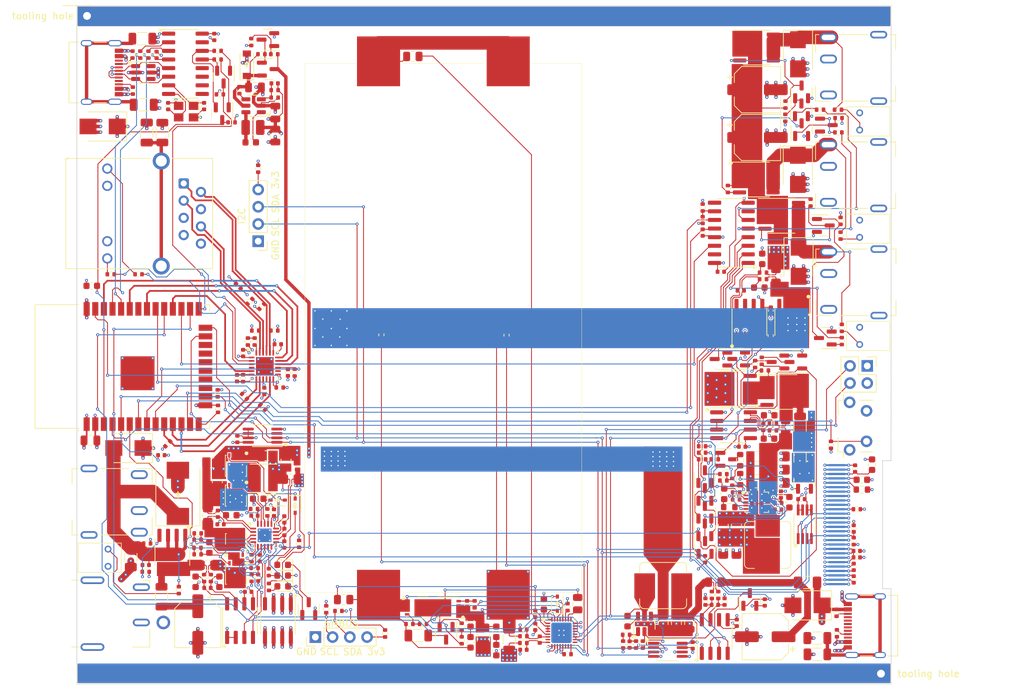
<source format=kicad_pcb>
(kicad_pcb (version 20211014) (generator pcbnew)
  (layers (0 "F.Cu" signal) (1 "In1.Cu" signal) (2 "In2.Cu" signal) (31 "B.Cu" signal) (34 "B.Paste" user) (35 "F.Paste" user) (36 "B.SilkS" user "B.Silkscreen") (37 "F.SilkS" user "F.Silkscreen") (38 "B.Mask" user) (39 "F.Mask" user) (44 "Edge.Cuts" user))
  (net 0 "")
  (net 1 "Net-(B1-Pad2)")
  (net 2 "GND1")
  (net 3 "/Battery Pack/PS+")
  (net 4 "/Battery Pack/PS-")
  (net 5 "Net-(C3-Pad1)")
  (net 6 "Net-(C3-Pad2)")
  (net 7 "Net-(C6-Pad2)")
  (net 8 "Net-(C7-Pad2)")
  (net 9 "Net-(C10-Pad2)")
  (net 10 "GND")
  (net 11 "Net-(C11-Pad1)")
  (net 12 "/Charger/ACS-")
  (net 13 "/Charger/ACS+")
  (net 14 "Net-(C15-Pad2)")
  (net 15 "+3V3")
  (net 16 "Net-(C17-Pad1)")
  (net 17 "Net-(C18-Pad2)")
  (net 18 "Net-(C19-Pad1)")
  (net 19 "/Charger/CS+")
  (net 20 "/Charger/CS-")
  (net 21 "/Battery Pack/BAT+")
  (net 22 "DC_OUT_OFF")
  (net 23 "Net-(C32-Pad1)")
  (net 24 "Net-(C33-Pad2)")
  (net 25 "Net-(C34-Pad2)")
  (net 26 "Net-(C41-Pad1)")
  (net 27 "Net-(C42-Pad2)")
  (net 28 "Net-(C44-Pad1)")
  (net 29 "Net-(C45-Pad2)")
  (net 30 "/Control Logic/EN")
  (net 31 "Net-(C54-Pad1)")
  (net 32 "Net-(C54-Pad2)")
  (net 33 "Net-(C58-Pad2)")
  (net 34 "/Control Logic/PHY_~{RST}")
  (net 35 "Net-(C61-Pad2)")
  (net 36 "Net-(C65-Pad1)")
  (net 37 "/Control Logic/GPIO_LATCH")
  (net 38 "Net-(C69-Pad1)")
  (net 39 "USB_OUT_OFF")
  (net 40 "Net-(C72-Pad2)")
  (net 41 "Net-(C76-Pad2)")
  (net 42 "Net-(C78-Pad2)")
  (net 43 "Net-(C80-Pad1)")
  (net 44 "Net-(C82-Pad1)")
  (net 45 "Net-(C83-Pad1)")
  (net 46 "Net-(C83-Pad2)")
  (net 47 "Net-(C84-Pad1)")
  (net 48 "Net-(C85-Pad1)")
  (net 49 "Net-(C86-Pad2)")
  (net 50 "Net-(D1-Pad1)")
  (net 51 "Net-(D2-Pad1)")
  (net 52 "/Charger/DCIN")
  (net 53 "DCOK")
  (net 54 "Net-(C77-Pad2)")
  (net 55 "Net-(F4-Pad1)")
  (net 57 "Net-(J5-Pad9)")
  (net 58 "Net-(J5-Pad12)")
  (net 59 "Net-(J6-PadA5)")
  (net 63 "Net-(J6-PadB5)")
  (net 67 "Net-(Q1-Pad4)")
  (net 68 "Net-(Q2-Pad1)")
  (net 69 "Net-(Q2-Pad3)")
  (net 70 "Net-(Q3-Pad4)")
  (net 71 "Net-(Q6-Pad4)")
  (net 72 "Net-(Q7-Pad4)")
  (net 73 "Net-(Q8-Pad4)")
  (net 74 "Net-(Q10-Pad4)")
  (net 75 "Net-(Q12-Pad1)")
  (net 76 "Net-(Q12-Pad3)")
  (net 77 "Net-(Q13-Pad2)")
  (net 78 "VSEL1")
  (net 79 "Net-(Q15-Pad3)")
  (net 80 "VSEL0")
  (net 81 "Net-(Q16-Pad3)")
  (net 82 "DC_OUT_TEST")
  (net 83 "Net-(Q18-Pad1)")
  (net 84 "Net-(Q18-Pad3)")
  (net 85 "Net-(Q19-Pad1)")
  (net 86 "Net-(Q19-Pad4)")
  (net 87 "Net-(Q22-Pad3)")
  (net 88 "Net-(R8-Pad1)")
  (net 89 "Net-(R9-Pad1)")
  (net 90 "Net-(R11-Pad1)")
  (net 91 "Net-(R12-Pad1)")
  (net 92 "Net-(R14-Pad2)")
  (net 93 "Net-(R15-Pad2)")
  (net 94 "Net-(R17-Pad1)")
  (net 95 "Net-(R21-Pad2)")
  (net 96 "Net-(R24-Pad1)")
  (net 97 "Net-(R28-Pad2)")
  (net 98 "Net-(R30-Pad2)")
  (net 99 "Net-(R32-Pad2)")
  (net 100 "Net-(R34-Pad2)")
  (net 101 "Net-(R39-Pad2)")
  (net 102 "Net-(R51-Pad1)")
  (net 103 "/Control Logic/IO0")
  (net 104 "SDA")
  (net 105 "SCL")
  (net 106 "SMBD")
  (net 107 "SMBC")
  (net 108 "Net-(R61-Pad1)")
  (net 109 "/Control Logic/RMII_RXDV")
  (net 110 "/Control Logic/RMII_RXD1")
  (net 111 "/Control Logic/MDIO")
  (net 112 "/Control Logic/RMII_RXD0")
  (net 113 "Net-(R67-Pad1)")
  (net 114 "Net-(R67-Pad2)")
  (net 115 "Net-(R72-Pad2)")
  (net 116 "Net-(R73-Pad2)")
  (net 117 "Net-(R78-Pad1)")
  (net 118 "Net-(TH1-Pad2)")
  (net 119 "Net-(TH2-Pad2)")
  (net 133 "/Control Logic/GPIO_CLK")
  (net 140 "/Control Logic/GPIO_DATA")
  (net 141 "/Control Logic/RMII_CLK")
  (net 142 "/Control Logic/RMII_TXD0")
  (net 144 "/Control Logic/RMII_TXEN")
  (net 145 "/Control Logic/RXD")
  (net 146 "/Control Logic/TXD")
  (net 147 "/Control Logic/RMII_TXD1")
  (net 148 "/Control Logic/MDC")
  (net 151 "/Control Logic/PHY_~{IRQ}")
  (net 155 "Net-(C52-Pad1)")
  (net 156 "Net-(C89-Pad1)")
  (net 157 "Net-(C90-Pad2)")
  (net 158 "Net-(C91-Pad1)")
  (net 159 "Net-(J9-PadA5)")
  (net 160 "Net-(J9-PadA6)")
  (net 161 "Net-(J9-PadA7)")
  (net 163 "Net-(J9-PadB5)")
  (net 165 "Net-(Q24-Pad1)")
  (net 166 "Net-(Q24-Pad3)")
  (net 167 "Net-(Q28-Pad1)")
  (net 168 "Net-(Q28-Pad2)")
  (net 169 "Net-(Q29-Pad1)")
  (net 170 "Net-(Q29-Pad2)")
  (net 171 "Net-(R99-Pad2)")
  (net 172 "Net-(R100-Pad1)")
  (net 178 "/Control Logic/TX+")
  (net 179 "/Control Logic/TX-")
  (net 180 "/Control Logic/RX+")
  (net 181 "/Control Logic/RX-")
  (net 182 "Net-(D8-Pad2)")
  (net 183 "Net-(Q30-Pad1)")
  (net 184 "Net-(Q30-Pad3)")
  (net 185 "Net-(Q31-Pad3)")
  (net 186 "Net-(Q33-Pad1)")
  (net 187 "Net-(Q33-Pad3)")
  (net 188 "Net-(Q34-Pad3)")
  (net 189 "Net-(Q36-Pad1)")
  (net 190 "Net-(Q36-Pad3)")
  (net 191 "Net-(Q37-Pad3)")
  (net 192 "DC_OUT1_OFF")
  (net 193 "DC_OUT2_OFF")
  (net 194 "DC_OUT3_OFF")
  (net 195 "/DC Control/DCOUT")
  (net 196 "Net-(D9-Pad1)")
  (net 197 "Net-(D10-Pad1)")
  (net 198 "Net-(D11-Pad1)")
  (net 199 "Net-(D12-Pad2)")
  (net 200 "Net-(D13-Pad2)")
  (net 201 "Net-(D14-Pad2)")
  (net 202 "/DC Control/EN")
  (net 203 "/DC Control/DCLX")
  (net 204 "/DC Control/VOUT")
  (net 205 "Net-(R95-Pad1)")
  (net 206 "/Control Logic/~{OLED_RST}")
  (net 207 "Net-(C97-Pad1)")
  (net 208 "Net-(C97-Pad2)")
  (net 209 "Net-(C98-Pad1)")
  (net 210 "Net-(C98-Pad2)")
  (net 211 "Net-(C101-Pad1)")
  (net 212 "Net-(C103-Pad1)")
  (net 213 "Net-(R117-Pad1)")
  (net 214 "/Control Logic/BUTTON")
  (net 215 "/Charger/LX")
  (net 216 "/Charger/INFETCOM")
  (net 217 "/DC Input/DCSMOOTH")
  (net 218 "Net-(D17-Pad2)")
  (net 219 "Net-(D18-Pad1)")
  (net 220 "Net-(D18-Pad2)")
  (net 221 "Net-(D19-Pad2)")
  (net 222 "/Battery Pack/VBAT")
  (net 223 "/Battery Pack/VCOM")
  (net 224 "/Battery Pack/B+")
  (net 225 "VBUS")
  (net 228 "/USB Output/VOUT")
  (net 229 "/USB Output/VBUS")
  (net 230 "/USB Output/LX")
  (net 231 "/DC Control/DCBUS")
  (net 232 "/DC Control/DCTHRU")
  (net 233 "Net-(R46-Pad1)")
  (net 235 "/DC Control/VBUS")
  (net 236 "/DC Control/THERML")
  (net 237 "/DC Control/THERMM")
  (net 238 "Net-(J4-Pad4)")
  (net 239 "Net-(J10-Pad4)")
  (footprint "Resistor_SMD:R_0402_1005Metric" (layer "F.Cu") (at 40.75 26.65)
    (fp_text reference "R102" hide)
    (fp_text value "100kR")
  )
  (footprint "Resistor_SMD:R_0805_2012Metric" (layer "F.Cu") (at 39.292411 95.12 90)
    (fp_text reference "R19" hide)
    (fp_text value "10mR")
  )
  (footprint "Package_SO:SOIC-8_3.9x4.9mm_P1.27mm" (layer "F.Cu") (at 116.775 81.8625)
    (fp_text reference "U6" hide)
    (fp_text value "INA219AxD")
  )
  (footprint "Package_TO_SOT_SMD:SOT-23" (layer "F.Cu") (at 119.175001 107.55 90)
    (fp_text reference "Q22" hide)
    (fp_text value "2N7002")
  )
  (footprint "Capacitor_SMD:C_0402_1005Metric" (layer "F.Cu") (at 134.479667 104.6 -90)
    (fp_text reference "C97" hide)
    (fp_text value "1uF")
  )
  (footprint "Resistor_SMD:R_0402_1005Metric" (layer "F.Cu") (at 121.125 59.35)
    (fp_text reference "R44" hide)
    (fp_text value "100R")
  )
  (footprint "Resistor_SMD:R_0402_1005Metric" (layer "F.Cu") (at 134.485 98.95 -90)
    (fp_text reference "R116" hide)
    (fp_text value "100kR")
  )
  (footprint "Resistor_SMD:R_1206_3216Metric" (layer "F.Cu") (at 129.125 115.65 180)
    (fp_text reference "R85" hide)
    (fp_text value "100kR")
  )
  (footprint "Capacitor_SMD:C_0402_1005Metric" (layer "F.Cu") (at 51.1 74.1 -90)
    (fp_text reference "C59" hide)
    (fp_text value "100nF")
  )
  (footprint "Capacitor_SMD:C_0402_1005Metric" (layer "F.Cu") (at 112.225 51.600001 -90)
    (fp_text reference "C65" hide)
    (fp_text value "100nF")
  )
  (footprint "Capacitor_SMD:C_0805_2012Metric" (layer "F.Cu") (at 115.25 96.7125 -90)
    (fp_text reference "C28" hide)
    (fp_text value "22uF")
  )
  (footprint "Package_TO_SOT_SMD:SOT-23" (layer "F.Cu") (at 54.175 108.9 90)
    (fp_text reference "Q26" hide)
    (fp_text value "2N7002")
  )
  (footprint "Package_SO:SOIC-8_3.9x4.9mm_P1.27mm" (layer "F.Cu") (at 34.075 100.575 -90)
    (fp_text reference "Q23" hide)
    (fp_text value "AO4407A")
  )
  (footprint "Capacitor_SMD:C_0402_1005Metric" (layer "F.Cu") (at 46.175 95.2 180)
    (fp_text reference "C17" hide)
    (fp_text value "1uF")
  )
  (footprint "Resistor_SMD:R_0402_1005Metric" (layer "F.Cu") (at 92.314056 108.675 -90)
    (fp_text reference "R14" hide)
    (fp_text value "10k")
  )
  (footprint "Package_TO_SOT_SMD:SOT-23" (layer "F.Cu") (at 115.775 86.8875)
    (fp_text reference "Q15" hide)
    (fp_text value "2N7002")
  )
  (footprint "Resistor_SMD:R_0402_1005Metric" (layer "F.Cu") (at 39.75 104.4 90)
    (fp_text reference "R91" hide)
    (fp_text value "100R")
  )
  (footprint "Connector_BarrelJack_LCSC:BarrelJack_2.0mm_DC-044B" (layer "F.Cu") (at 141.1625 43.685495 180)
    (fp_text reference "J2" hide)
    (fp_text value "Output 2.0mm")
  )
  (footprint "Resistor_SMD:R_1206_3216Metric" (layer "F.Cu") (at 32.596926 38.7 90)
    (fp_text reference "R75" hide)
    (fp_text value "100kR")
  )
  (footprint "Connector_BarrelJack_LCSC:BarrelJack_2.5mm_DC-044K-D025" (layer "F.Cu") (at 19.25 110.95)
    (fp_text reference "J8" hide)
    (fp_text value "Input 2.5mm")
  )
  (footprint "Capacitor_SMD:C_0603_1608Metric" (layer "F.Cu") (at 42.76 95.13 180)
    (fp_text reference "C14" hide)
    (fp_text value "100nF HV")
  )
  (footprint "Package_Texas:VQFN-32-4.1x4.1-EP-1.4" (layer "F.Cu") (at 91.414056 112.475)
    (fp_text reference "U1" hide)
    (fp_text value "BQ40z50-R2")
  )
  (footprint "Capacitor_SMD:C_0603_1608Metric" (layer "F.Cu") (at 125 93.212501 90)
    (fp_text reference "C34" hide)
    (fp_text value "100nF HV")
  )
  (footprint "Resistor_SMD:R_0402_1005Metric" (layer "F.Cu") (at 115.94 47.02 90)
    (fp_text reference "R109" hide)
    (fp_text value "100kR")
  )
  (footprint "Package_SO:SOIC-8_3.9x4.9mm_P1.27mm" (layer "F.Cu") (at 125.425 66.675 -90)
    (fp_text reference "Q10" hide)
    (fp_text value "AO4407A")
  )
  (footprint "Capacitor_SMD:C_0402_1005Metric" (layer "F.Cu") (at 134.935 100.4 180)
    (fp_text reference "C100" hide)
    (fp_text value "10uF LV")
  )
  (footprint "Resistor_SMD:R_0805_2012Metric" (layer "F.Cu") (at 124.45 82.122501 90)
    (fp_text reference "R43" hide)
    (fp_text value "10mR")
  )
  (footprint "Package_SO:MSOP-8_3x3mm_P0.65mm" (layer "F.Cu") (at 47.365794 83.4 180)
    (fp_text reference "U2" hide)
    (fp_text value "LM75B")
  )
  (footprint "Capacitor_SMD:C_0603_1608Metric" (layer "F.Cu") (at 135.685 89.9)
    (fp_text reference "C103" hide)
    (fp_text value "2.2uF")
  )
  (footprint "LED_Indicator:LED_Indicator_RED_MHK1373CRBDT" (layer "F.Cu") (at 139.7625 52.885495 180)
    (fp_text reference "D13" hide)
    (fp_text value "RED")
  )
  (footprint "LED_Indicator:LED_Indicator_RED_MHK1373CRBDT" (layer "F.Cu") (at 139.7625 68.685495 180)
    (fp_text reference "D14" hide)
    (fp_text value "RED")
  )
  (footprint "Resistor_SMD:R_0402_1005Metric" (layer "F.Cu") (at 37.78 99.93 180)
    (fp_text reference "R18" hide)
    (fp_text value "5.1k")
  )
  (footprint "Capacitor_SMD:C_0805_2012Metric" (layer "F.Cu") (at 39.94 87.4)
    (fp_text reference "C20" hide)
    (fp_text value "10uF")
  )
  (footprint "Capacitor_SMD:C_0402_1005Metric" (layer "F.Cu") (at 40.25 24.6 -90)
    (fp_text reference "C92" hide)
    (fp_text value "100nF")
  )
  (footprint "Capacitor_SMD:C_0402_1005Metric" (layer "F.Cu") (at 87.55 111.575 -90)
    (fp_text reference "C4" hide)
    (fp_text value "100nF")
  )
  (footprint "Resistor_SMD:R_0603_1608Metric" (layer "F.Cu") (at 117.75 89.8125 -90)
    (fp_text reference "R39" hide)
    (fp_text value "750kR")
  )
  (footprint "Capacitor_SMD:C_0805_2012Metric" (layer "F.Cu") (at 123.6 90.3625 180)
    (fp_text reference "C38" hide)
    (fp_text value "22uF")
  )
  (footprint "Package_TO_SOT_SMD:SOT-23" (layer "F.Cu") (at 114.925 72.1 180)
    (fp_text reference "Q9" hide)
    (fp_text value "2N7002")
  )
  (footprint "Package_TO_SOT_SMD:SOT-23" (layer "F.Cu") (at 112.55 97.2875 90)
    (fp_text reference "Q13" hide)
    (fp_text value "2N7002")
  )
  (footprint "Resistor_SMD:R_0402_1005Metric" (layer "F.Cu") (at 132 112.543662 90)
    (fp_text reference "R84" hide)
    (fp_text value "5.1k")
  )
  (footprint "Capacitor_SMD:C_0805_2012Metric" (layer "F.Cu") (at 46.25 32.045)
    (fp_text reference "C52" hide)
    (fp_text value "22uF")
  )
  (footprint "Resistor_SMD:R_0402_1005Metric" (layer "F.Cu") (at 48.3 105.709999 90)
    (fp_text reference "R121" hide)
    (fp_text value "10k")
  )
  (footprint "Capacitor_SMD:C_0402_1005Metric" (layer "F.Cu") (at 115.45 107.875 90)
    (fp_text reference "C79" hide)
    (fp_text value "100nF")
  )
  (footprint "Resistor_SMD:R_1206_3216Metric" (layer "F.Cu") (at 32.475 107.15 -90)
    (fp_text reference "R88" hide)
    (fp_text value "10R")
  )
  (footprint "Capacitor_SMD:C_0402_1005Metric" (layer "F.Cu") (at 50.575 97.6 -90)
    (fp_text reference "C25" hide)
    (fp_text value "100nF")
  )
  (footprint "Capacitor_SMD:C_0402_1005Metric" (layer "F.Cu") (at 134.935 101.35 180)
    (fp_text reference "C99" hide)
    (fp_text value "100nF")
  )
  (footprint "Resistor_SMD:R_0402_1005Metric" (layer "F.Cu") (at 100.5 114.205 -90)
    (fp_text reference "R79" hide)
    (fp_text value "1.5kR")
  )
  (footprint "Diode_SMD:D_SOD-323" (layer "F.Cu") (at 49.6 92.9)
    (fp_text reference "D3" hide)
    (fp_text value "1N4148WS")
  )
  (footprint "Capacitor_SMD:C_0805_2012Metric" (layer "F.Cu") (at 110.3 111.005 -90)
    (fp_text reference "C75" hide)
    (fp_text value "22uF")
  )
  (footprint "Resistor_SMD:R_0402_1005Metric" (layer "F.Cu") (at 37.81 97.8 180)
    (fp_text reference "R21" hide)
    (fp_text value "18kR")
  )
  (footprint "Package_TO_SOT_SMD:SOT-23" (layer "F.Cu") (at 126.8 32.7 90)
    (fp_text reference "Q31" hide)
    (fp_text value "2N7002")
  )
  (footprint "Package_TO_SOT_SMD:SOT-23" (layer "F.Cu") (at 48.149999 24.995 180)
    (fp_text reference "Q24" hide)
    (fp_text value "2N7002")
  )
  (footprint "Package_TO_SOT_SMD:SOT-23" (layer "F.Cu") (at 74.414056 112.5375 -90)
    (fp_text reference "Q2" hide)
    (fp_text value "AO3401A")
  )
  (footprint "Resistor_SMD:R_0402_1005Metric" (layer "F.Cu") (at 41.075341 33.07)
    (fp_text reference "R53" hide)
    (fp_text value "10k")
  )
  (footprint "Resistor_SMD:R_0402_1005Metric" (layer "F.Cu") (at 49.150002 32.445 180)
    (fp_text reference "R54" hide)
    (fp_text value "100kR")
  )
  (footprint "ToolingHole:ToolingHole_JLCSMT" (layer "F.Cu") (at 21.5 21.5)
    (fp_text reference "H1" hide)
    (fp_text value "MountingHole")
  )
  (footprint "Resistor_SMD:R_0603_1608Metric" (layer "F.Cu") (at 117.75 87.0125 -90)
    (fp_text reference "R34" hide)
    (fp_text value "180kR")
  )
  (footprint "Capacitor_SMD:C_0805_2012Metric" (layer "F.Cu") (at 117.2 100.112499 90)
    (fp_text reference "C29" hide)
    (fp_text value "22uF")
  )
  (footprint "Resistor_SMD:R_0402_1005Metric" (layer "F.Cu") (at 46.3 67.9)
    (fp_text reference "R70" hide)
    (fp_text value "50R")
  )
  (footprint "Capacitor_SMD:C_0402_1005Metric" (layer "F.Cu") (at 46.724963 104.35 90)
    (fp_text reference "C104" hide)
    (fp_text value "22nF")
  )
  (footprint "Capacitor_SMD:C_0402_1005Metric" (layer "F.Cu") (at 118.044054 85.029192 180)
    (fp_text reference "C48" hide)
    (fp_text value "100nF")
  )
  (footprint "Resistor_SMD:R_0402_1005Metric" (layer "F.Cu") (at 131.13 84.75 90)
    (fp_text reference "R118" hide)
    (fp_text value "10k")
  )
  (footprint "Resistor_SMD:R_0805_2012Metric" (layer "F.Cu") (at 114 105)
    (fp_text reference "R81" hide)
    (fp_text value "10mR")
  )
  (footprint "Package_TO_SOT_SMD:SOT-23" (layer "F.Cu") (at 126.8 38.275 90)
    (fp_text reference "Q34" hide)
    (fp_text value "2N7002")
  )
  (footprint "Capacitor_SMD:C_0402_1005Metric" (layer "F.Cu") (at 49.05 94.75 -90)
    (fp_text reference "C18" hide)
    (fp_text value "1uF")
  )
  (footprint "Package_TO_SOT_SMD:SOT-23" (layer "F.Cu") (at 48.199999 29.345)
    (fp_text reference "Q25" hide)
    (fp_text value "AO3401A")
  )
  (footprint "Capacitor_SMD:C_0603_1608Metric" (layer "F.Cu") (at 88.825 108.275 -90)
    (fp_text reference "C6" hide)
    (fp_text value "2.2uF")
  )
  (footprint "Resistor_SMD:R_0402_1005Metric" (layer "F.Cu") (at 48.275 103.525 90)
    (fp_text reference "R119" hide)
    (fp_text value "10k")
  )
  (footprint "Capacitor_SMD:C_0402_1005Metric" (layer "F.Cu") (at 117.84 61.994738 180)
    (fp_text reference "C42" hide)
    (fp_text value "100nF")
  )
  (footprint "Resistor_SMD:R_0402_1005Metric" (layer "F.Cu") (at 45.7 25.35 90)
    (fp_text reference "R93" hide)
    (fp_text value "100kR")
  )
  (footprint "Resistor_SMD:R_0402_1005Metric" (layer "F.Cu") (at 45.75 104.375 -90)
    (fp_text reference "R16" hide)
    (fp_text value "39kR")
  )
  (footprint "Diode_SMD:D_SOD-323" (layer "F.Cu") (at 90.814057 108.175 90)
    (fp_text reference "D1" hide)
    (fp_text value "1N4148WS")
  )
  (footprint "LED_SMD:LED_0603_1608Metric" (layer "F.Cu") (at 50.325 104.025 180)
    (fp_text reference "D17" hide)
    (fp_text value "YEL")
  )
  (footprint "Package_SO:SOIC-8_3.9x4.9mm_P1.27mm" (layer "F.Cu") (at 123.875 50.975)
    (fp_text reference "Q38" hide)
    (fp_text value "AO4407A")
  )
  (footprint "Resistor_SMD:R_0402_1005Metric" (layer "F.Cu") (at 85.814056 112.975 180)
    (fp_text reference "R2" hide)
    (fp_text value "100R")
  )
  (footprint "Resistor_SMD:R_0805_2012Metric" (layer "F.Cu") (at 93.814056 108.175 90)
    (fp_text reference "R11" hide)
    (fp_text value "100R 0805")
  )
  (footprint "Package_TO_SOT_SMD:SOT-23" (layer "F.Cu") (at 112.55 94.687501 90)
    (fp_text reference "Q14" hide)
    (fp_text value "2N7002")
  )
  (footprint "Resistor_SMD:R_0402_1005Metric" (layer "F.Cu") (at 123.35 93.3125)
    (fp_text reference "R29" hide)
    (fp_text value "100kR")
  )
  (footprint "Capacitor_SMD:C_0402_1005Metric" (layer "F.Cu") (at 38.75 34.8 90)
    (fp_text reference "C90" hide)
    (fp_text value "20pF")
  )
  (footprint "Resistor_SMD:R_0402_1005Metric" (layer "F.Cu") (at 47.25 64.35 45)
    (fp_text reference "R66" hide)
    (fp_text value "50R")
  )
  (footprint "Resistor_SMD:R_0402_1005Metric" (layer "F.Cu") (at 132.17 35.33)
    (fp_text reference "R113" hide)
    (fp_text value "10k")
  )
  (footprint "Capacitor_SMD:C_1206_3216Metric" (layer "F.Cu") (at 129.125 113.25 180)
    (fp_text reference "C82" hide)
    (fp_text value "1nF 500V")
  )
  (footprint "Capacitor_SMD:C_0603_1608Metric" (layer "F.Cu") (at 81.814056 115.025 90)
    (fp_text reference "C10" hide)
    (fp_text value "100nF HV")
  )
  (footprint "Resistor_SMD:R_0402_1005Metric" (layer "F.Cu") (at 112.225 49.75 90)
    (fp_text reference "R74" hide)
    (fp_text value "100kR")
  )
  (footprint "Connector_BarrelJack_LCSC:BarrelJack_2.0mm_DC-044B" (layer "F.Cu") (at 141.1625 27.860495 180)
    (fp_text reference "J1" hide)
    (fp_text value "Output 2.0mm")
  )
  (footprint "Resistor_SMD:R_0402_1005Metric" (layer "F.Cu") (at 44.5 74.92 90)
    (fp_text reference "C61" hide)
    (fp_text value "470pF")
  )
  (footprint "Package_TO_SOT_SMD:SOT-23" (layer "F.Cu") (at 130 52.4)
    (fp_text reference "Q37" hide)
    (fp_text value "2N7002")
  )
  (footprint "Capacitor_SMD:C_0603_1608Metric" (layer "F.Cu") (at 22.2 61.3)
    (fp_text reference "C53" hide)
    (fp_text value "2.2uF")
  )
  (footprint "Capacitor_SMD:C_0805_2012Metric" (layer "F.Cu") (at 115.25 100.1125 90)
    (fp_text reference "C94" hide)
    (fp_text value "22uF")
  )
  (footprint "Capacitor_SMD:C_0402_1005Metric" (layer "F.Cu") (at 46.949177 101.45 90)
    (fp_text reference "C15" hide)
    (fp_text value "100pF")
  )
  (footprint "Resistor_SMD:R_0402_1005Metric" (layer "F.Cu") (at 49.898744 76.3 180)
    (fp_text reference "R64" hide)
    (fp_text value "1.5kR")
  )
  (footprint "Capacitor_SMD:C_0603_1608Metric" (layer "F.Cu") (at 121 57.325 -90)
    (fp_text reference "C43" hide)
    (fp_text value "100nF HV")
  )
  (footprint "Resistor_SMD:R_1206_3216Metric" (layer "F.Cu") (at 29.65 24.85)
    (fp_text reference "R96" hide)
    (fp_text value "100kR")
  )
  (footprint "Package_Texas:VSON-HR-13" (layer "F.Cu") (at 120.2 93.2125)
    (fp_text reference "U4" hide)
    (fp_text value "TPS61178x")
  )
  (footprint "Package_SO:MSOP-8_3x3mm_P0.65mm" (layer "F.Cu") (at 107.1 114.975)
    (fp_text reference "U13" hide)
    (fp_text value "LM75B")
  )
  (footprint "Resistor_SMD:R_0402_1005Metric" (layer "F.Cu") (at 124.4 36.525 -90)
    (fp_text reference "R105" hide)
    (fp_text value "100kR")
  )
  (footprint "Resistor_SMD:R_0402_1005Metric" (layer "F.Cu") (at 47.4 79.2 135)
    (fp_text reference "R62" hide)
    (fp_text value "10k")
  )
  (footprint "Capacitor_SMD:C_0402_1005Metric" (layer "F.Cu") (at 39.25 105.85)
    (fp_text reference "C86" hide)
    (fp_text value "100nF")
  )
  (footprint "Resistor_SMD:R_0402_1005Metric" (layer "F.Cu") (at 40.75 27.92)
    (fp_text reference "R101" hide)
    (fp_text value "100kR")
  )
  (footprint "Capacitor_SMD:C_0402_1005Metric" (layer "F.Cu") (at 110.75 114.325 90)
    (fp_text reference "C73" hide)
    (fp_text value "100nF")
  )
  (footprint "Capacitor_SMD:CP_Elec_6.3x7.7" (layer "F.Cu") (at 121.44675 113.05 180)
    (fp_text reference "C80" hide)
    (fp_text value "220uF")
  )
  (footprint "Resistor_SMD:R_0402_1005Metric" (layer "F.Cu") (at 40.8 79.45 90)
    (fp_text reference "R61" hide)
    (fp_text value "10k")
  )
  (footprint "Package_SO:SOIC-8_3.9x4.9mm_P1.27mm" (layer "F.Cu") (at 114.003728 113.02 90)
    (fp_text reference "U14" hide)
    (fp_text value "INA219AxD")
  )
  (footprint "Package_TO_SOT_SMD:SOT-23" (layer "F.Cu") (at 41.625341 30.52 -90)
    (fp_text reference "Q29" hide)
    (fp_text value "MMBT3904")
  )
  (footprint "Resistor_SMD:R_0402_1005Metric" (layer "F.Cu") (at 45.5 63.6 -135)
    (fp_text reference "R71" hide)
    (fp_text value "50R")
  )
  (footprint "Package_DFN_FET:DFN-8-FET_3x3mm_P0.65mm" (layer "F.Cu") (at 70.214056 108.775)
    (fp_text reference "Q1" hide)
    (fp_text value "AON7544")
  )
  (footprint "Resistor_SMD:R_0402_1005Metric" (layer "F.Cu") (at 100.95 112.755)
    (fp_text reference "R78" hide)
    (fp_text value "12kR")
  )
  (footprint "Resistor_SMD:R_0402_1005Metric" (layer "F.Cu") (at 58.55 109.25)
    (fp_text reference "R58" hide)
    (fp_text value "10k")
  )
  (footprint "Resistor_SMD:R_0603_1608Metric" (layer "F.Cu") (at 116.15 93.9375)
    (fp_text reference "R32" hide)
    (fp_text value "47kR")
  )
  (footprint "Package_SO:SOIC-8_3.9x4.9mm_P1.27mm" (layer "F.Cu") (at 120.125 45.625)
    (fp_text reference "Q35" hide)
    (fp_text value "AO4407A")
  )
  (footprint "Resistor_SMD:R_0402_1005Metric" (layer "F.Cu") (at 132.225 38.675 180)
    (fp_text reference "R107" hide)
    (fp_text value "100kR")
  )
  (footprint "Resistor_SMD:R_0402_1005Metric" (layer "F.Cu") (at 122.575 81.622501)
    (fp_text reference "R45" hide)
    (fp_text value "100R")
  )
  (footprint "Resistor_SMD:R_0402_1005Metric" (layer "F.Cu") (at 64.879056 68.53 -90)
    (fp_text reference "TH2" hide)
    (fp_text value "10k")
  )
  (footprint "Package_TO_SOT_SMD:SOT-23" (layer "F.Cu") (at 112.55 92.0625 90)
    (fp_text reference "Q12" hide)
    (fp_text value "MMBT3904")
  )
  (footprint "Resistor_SMD:R_0402_1005Metric" (layer "F.Cu") (at 92.314056 115.625 180)
    (fp_text reference "R95" hide)
    (fp_text value "10k")
  )
  (footprint "Fuse:Fuse_1206_3216Metric" (layer "F.Cu") (at 27.95 101.375 90)
    (fp_text reference "F4" hide)
    (fp_text value "5A")
  )
  (footprint "Package_DFN_FET:DFN-8-FET_3x3mm_P0.65mm" (layer "F.Cu") (at 43.44 92.24 -90)
    (fp_text reference "Q6" hide)
    (fp_text value "CSD17308Q3")
  )
  (footprint "Capacitor_SMD:C_0603_1608Metric" (layer "F.Cu") (at 78.014056 113.875 90)
    (fp_text reference "C7" hide)
    (fp_text value "100nF HV")
  )
  (footprint "Resistor_SMD:R_0402_1005Metric" (layer "F.Cu") (at 71.014056 111.175 180)
    (fp_text reference "R8" hide)
    (fp_text value "5.1k")
  )
  (footprint "Capacitor_SMD:C_0402_1005Metric" (layer "F.Cu") (at 41.18 96.475)
    (fp_text reference "C12" hide)
    (fp_text value "1uF")
  )
  (footprint "Resistor_SMD:R_0402_1005Metric" (layer "F.Cu") (at 46.125 94.2 180)
    (fp_text reference "R23" hide)
    (fp_text value "10R")
  )
  (footprint "Resistor_SMD:R_0402_1005Metric" (layer "F.Cu") (at 112.15 86.8875 180)
    (fp_text reference "R35" hide)
    (fp_text value "100kR")
  )
  (footprint "Capacitor_SMD:C_0402_1005Metric" (layer "F.Cu") (at 50.575 99.449636 -90)
    (fp_text reference "C26" hide)
    (fp_text value "100nF")
  )
  (footprint "Resistor_SMD:R_0402_1005Metric" (layer "F.Cu") (at 40.75 77.15 90)
    (fp_text reference "R57" hide)
    (fp_text value "10k")
  )
  (footprint "Package_DFN_QFN:QFN-24-1EP_4x4mm_P0.5mm_EP2.6x2.6mm" (layer "F.Cu") (at 47.7 73.119999)
    (fp_text reference "U10" hide)
    (fp_text value "LAN8720A")
  )
  (footprint "Resistor_SMD:R_0402_1005Metric" (layer "F.Cu") (at 119.950001 72.8375 -90)
    (fp_text reference "R49" hide)
    (fp_text value "100kR")
  )
  (footprint "Package_TO_SOT_SMD:SOT-23" (layer "F.Cu") (at 130.3 69 180)
    (fp_text reference "Q36" hide)
    (fp_text value "MMBT3904")
  )
  (footprint "Resistor_SMD:R_0402_1005Metric" (layer "F.Cu") (at 115.275 89.0625)
    (fp_text reference "R36" hide)
    (fp_text value "220kR")
  )
  (footprint "Connector_PinHeader_2.54mm:PinHeader_1x04_P2.54mm_Vertical" (layer "F.Cu") (at 55.15 113.1 90)
    (fp_text reference "J4" hide)
    (fp_text value "SMBUS")
  )
  (footprint "Resistor_SMD:R_0402_1005Metric" (layer "F.Cu") (at 52.1 74.1 -90)
    (fp_text reference "R59" hide)
    (fp_text value "100kR")
  )
  (footprint "Resistor_SMD:R_1206_3216Metric" (layer "F.Cu") (at 70.314057 112.875)
    (fp_text reference "R7" hide)
    (fp_text value "300R")
  )
  (footprint "Resistor_SMD:R_0402_1005Metric" (layer "F.Cu") (at 46.2 69.52 90)
    (fp_text reference "R67" hide)
    (fp_text value "12kR")
  )
  (footprint "Diode_SMD:D_SMC" (layer "F.Cu") (at 34.8875 91.9 90)
    (fp_text reference "D5" hide)
    (fp_text value "SS36")
  )
  (footprint "Resistor_SMD:R_0402_1005Metric" (layer "F.Cu") (at 121.125 60.325)
    (fp_text reference "R37" hide)
    (fp_text value "100R")
  )
  (footprint "Resistor_SMD:R_0402_1005Metric" (layer "F.Cu") (at 132.55 51.725 90)
    (fp_text reference "R111" hide)
    (fp_text value "100kR")
  )
  (footprint "Capacitor_SMD:C_0805_2012Metric" (layer "F.Cu") (at 120.2 86.4625)
    (fp_text reference "C37" hide)
    (fp_text value "10uF")
  )
  (footprint "Capacitor_SMD:C_0805_2012Metric" (layer "F.Cu") (at 47.98 86.36 180)
    (fp_text reference "C21" hide)
    (fp_text value "10uF")
  )
  (footprint "Capacitor_SMD:C_0805_2012Metric" (layer "F.Cu") (at 22 84.1)
    (fp_text reference "C55" hide)
    (fp_text value "22uF")
  )
  (footprint "Capacitor_SMD:C_0402_1005Metric" (layer "F.Cu") (at 134.485 102.75 -90)
    (fp_text reference "C98" hide)
    (fp_text value "1uF")
  )
  (footprint "Capacitor_SMD:C_0402_1005Metric" (layer "F.Cu") (at 30.15 102.475)
    (fp_text reference "C83" hide)
    (fp_text value "1uF")
  )
  (footprint "Capacitor_SMD:C_0805_2012Metric" (layer "F.Cu") (at 49.25 39.145 -90)
    (fp_text reference "C56" hide)
    (fp_text value "22uF")
  )
  (footprint "Resistor_SMD:R_0402_1005Metric" (layer "F.Cu") (at 122.575 82.625474)
    (fp_text reference "R38" hide)
    (fp_text value "100R")
  )
  (footprint "Capacitor_SMD:C_0402_1005Metric" (layer "F.Cu") (at 50.575 95.75 -90)
    (fp_text reference "C24" hide)
    (fp_text value "100nF")
  )
  (footprint "Capacitor_SMD:C_0402_1005Metric" (layer "F.Cu") (at 85.814056 114.975 180)
    (fp_text reference "C2" hide)
    (fp_text value "100nF")
  )
  (footprint "Resistor_SMD:R_0603_1608Metric" (layer "F.Cu") (at 135.685 91.35)
    (fp_text reference "R117" hide)
    (fp_text value "390kR")
  )
  (footprint "Capacitor_SMD:C_0805_2012Metric" (layer "F.Cu") (at 108.35 111.005 -90)
    (fp_text reference "C74" hide)
    (fp_text value "22uF")
  )
  (footprint "Capacitor_SMD:C_0603_1608Metric" (layer "F.Cu") (at 137.185 87.675 90)
    (fp_text reference "C102" hide)
    (fp_text value "4.7uF HV")
  )
  (footprint "LED_SMD:LED_0603_1608Metric" (layer "F.Cu") (at 50.325 102.45 180)
    (fp_text reference "D18" hide)
    (fp_text value "RED")
  )
  (footprint "Resistor_SMD:R_0402_1005Metric" (layer "F.Cu") (at 46.19 102.925)
    (fp_text reference "R15" hide)
    (fp_text value "100kR")
  )
  (footprint "Capacitor_SMD:C_0402_1005Metric" (layer "F.Cu") (at 43.645794 83.9 -90)
    (fp_text reference "C16" hide)
    (fp_text value "100nF")
  )
  (footprint "Fuse:Fuse_1206_3216Metric" (layer "F.Cu") (at 122.993322 55.825 -90)
    (fp_text reference "F2" hide)
    (fp_text value "5A")
  )
  (footprint "Package_SO:SOIC-8_3.9x4.9mm_P1.27mm" (layer "F.Cu") (at 120.1625 26.160495)
    (fp_text reference "Q32" hide)
    (fp_text value "AO4407A")
  )
  (footprint "Capacitor_SMD:C_1206_3216Metric" (layer "F.Cu") (at 30.296926 38.7 90)
    (fp_text reference "C69" hide)
    (fp_text value "1nF 500V")
  )
  (footprint "Resistor_SMD:R_0402_1005Metric" (layer "F.Cu") (at 103.4 114.205 90)
    (fp_text reference "R76" hide)
    (fp_text value "100kR")
  )
  (footprint "Inductor_SMD:L_Bourns_SRP7028A_7.3x6.6mm" (layer "F.Cu") (at 121.8 99.5125 90)
    (fp_text reference "L2" hide)
    (fp_text value "1uH")
  )
  (footprint "Capacitor_SMD:C_0402_1005Metric" (layer "F.Cu") (at 40.785 94.920001 90)
    (fp_text reference "C13" hide)
    (fp_text value "100nF")
  )
  (footprint "Capacitor_SMD:C_0603_1608Metric" (layer "F.Cu") (at 78.014056 110.775 90)
    (fp_text reference "C8" hide)
    (fp_text value "100nF HV")
  )
  (footprint "Resistor_SMD:R_0402_1005Metric" (layer "F.Cu") (at 83.325 68.575 -90)
    (fp_text reference "TH1" hide)
    (fp_text value "10k")
  )
  (footprint "Resistor_SMD:R_0402_1005Metric" (layer "F.Cu") (at 29.090753 59.6)
    (fp_text reference "R72" hide)
    (fp_text value "330R")
  )
  (footprint "Resistor_SMD:R_0402_1005Metric" (layer "F.Cu") (at 117.15 91.7625)
    (fp_text reference "R28" hide)
    (fp_text value "150k")
  )
  (footprint "Case:1455L1601" (layer "F.Cu") (at 20 20)
    (fp_text reference "CASE1" hide)
    (fp_text value "1455L1601")
  )
  (footprint "Package_TO_SOT_SMD:SOT-23" (layer "F.Cu") (at 117.525 72.0875 180)
    (fp_text reference "Q20" hide)
    (fp_text value "2N7002")
  )
  (footprint "Resistor_SMD:R_0402_1005Metric" (layer "F.Cu") (at 132.25 36.55)
    (fp_text reference "R108" hide)
    (fp_text value "100kR")
  )
  (footprint "Resistor_SMD:R_0402_1005Metric" (layer "F.Cu") (at 132.55 53.898516 -90)
    (fp_text reference "R114" hide)
    (fp_text value "10k")
  )
  (footprint "Resistor_SMD:R_0805_2012Metric" (layer "F.Cu") (at 51.53 89.81)
    (fp_text reference "R25" hide)
    (fp_text value "10mR")
  )
  (footprint "Resistor_SMD:R_0402_1005Metric" (layer "F.Cu") (at 129.525 35.325 180)
    (fp_text reference "R104" hide)
    (fp_text value "100kR")
  )
  (footprint "Diode_SMD:D_SOD-123" (layer "F.Cu") (at 45.05 28.695001 90)
    (fp_text reference "D15" hide)
    (fp_text value "B5819W")
  )
  (footprint "Package_TO_SOT_SMD:SOT-23" (layer "F.Cu") (at 130.45 37.6)
    (fp_text reference "Q33" hide)
    (fp_text value "MMBT3904")
  )
  (footprint "Resistor_SMD:R_0402_1005Metric" (layer "F.Cu") (at 112.15 85.9125 180)
    (fp_text reference "R27" hide)
    (fp_text value "100kR")
  )
  (footprint "Capacitor_SMD:C_1206_3216Metric" (layer "F.Cu") (at 29.85 34.6)
    (fp_text reference "C89" hide)
    (fp_text value "1nF 500V")
  )
  (footprint "Resistor_SMD:R_0402_1005Metric" (layer "F.Cu") (at 112.15 84.962501)
    (fp_text reference "R31" hide)
    (fp_text value "100kR")
  )
  (footprint "Connector_PinHeader_2.54mm:PinHeader_2x02_P2.54mm_Vertical" (layer "F.Cu") (at 136.475 73.110495 -90)
    (fp_text reference "SW1" hide)
    (fp_text value "SW_DIP_x02")
  )
  (footprint "Resistor_SMD:R_0402_1005Metric" (layer "F.Cu") (at 49.1 67.9 180)
    (fp_text reference "R68" hide)
    (fp_text value "50R")
  )
  (footprint "Package_DFN_FET:DFN-8-FET_3x3mm_P0.65mm" (layer "F.Cu") (at 43.47 99.406452 90)
    (fp_text reference "Q5" hide)
    (fp_text value "AON7544")
  )
  (footprint "Package_TO_SOT_SMD:SOT-23" (layer "F.Cu") (at 127.225 90.2875 90)
    (fp_text reference "Q17" hide)
    (fp_text value "2N7002")
  )
  (footprint "Diode_SMD:D_SMB" (layer "F.Cu") (at 126.25 44.2 -90)
    (fp_text reference "D10" hide)
    (fp_text value "P6SMB18CA")
  )
  (footprint "Diode_SMD:D_SOD-323" (layer "F.Cu") (at 52.175 93.722215 -90)
    (fp_text reference "D2" hide)
    (fp_text value "1N4148WS")
  )
  (footprint "Resistor_SMD:R_0402_1005Metric" (layer "F.Cu") (at 113.999999 86.8875)
    (fp_text reference "R33" hide)
    (fp_text value "100kR")
  )
  (footprint "Capacitor_SMD:C_0402_1005Metric" (layer "F.Cu") (at 112.625 107.875 -90)
    (fp_text reference "C77" hide)
    (fp_text value "100nF")
  )
  (footprint "Package_SO:SOIC-8_3.9x4.9mm_P1.27mm" (layer "F.Cu") (at 116.75 76.4875 180)
    (fp_text reference "Q21" hide)
    (fp_text value "AO4407A")
  )
  (footprint "Capacitor_SMD:C_0603_1608Metric" (layer "F.Cu") (at 37.5 104.95 -90)
    (fp_text reference "C85" hide)
    (fp_text value "100nF HV")
  )
  (footprint "Diode_SMD:D_SMB" (layer "F.Cu") (at 23.8 37.8 180)
    (fp_text reference "D7" hide)
    (fp_text value "P6SMB6.8CA")
  )
  (footprint "Inductor_SMD:L_Bourns_SRP7028A_7.3x6.6mm" (layer "F.Cu") (at 106.398113 105.505)
    (fp_text reference "L4" hide)
    (fp_text value "4.7uH")
  )
  (footprint "Capacitor_SMD:C_0402_1005Metric" (layer "F.Cu") (at 44.5 71.22 90)
    (fp_text reference "C64" hide)
    (fp_text value "1uF")
  )
  (footprint "Package_SO:SOIC-8_3.9x4.9mm_P1.27mm" (layer "F.Cu") (at 44.05 110.675 90)
    (fp_text reference "U15" hide)
    (fp_text value "INA219AxD")
  )
  (footprint "Resistor_SMD:R_0402_1005Metric" (layer "F.Cu") (at 33.4 84.6 45)
    (fp_text reference "R65" hide)
    (fp_text value "10k")
  )
  (footprint "Resistor_SMD:R_0402_1005Metric" (layer "F.Cu") (at 65.425 112.575 90)
    (fp_text reference "R122" hide)
    (fp_text value "100R")
  )
  (footprint "Capacitor_SMD:C_0402_1005Metric" (layer "F.Cu") (at 49.62 69.92)
    (fp_text reference "C63" hide)
    (fp_text value "1uF")
  )
  (footprint "Resistor_SMD:R_0402_1005Metric" (layer "F.Cu") (at 29.35 27.2 90)
    (fp_text reference "R99" hide)
    (fp_text value "100R")
  )
  (footprint "Capacitor_SMD:C_0402_1005Metric" (layer "F.Cu") (at 134.685 88.25 90)
    (fp_text reference "C101" hide)
    (fp_text value "100nF")
  )
  (footprint "Resistor_SMD:R_0402_1005Metric" (layer "F.Cu") (at 121.4 73.7875 180)
    (fp_text reference "R50" hide)
    (fp_text value "100kR")
  )
  (footprint "Resistor_SMD:R_0805_2012Metric" (layer "F.Cu") (at 69.514056 27.475)
    (fp_text reference "R5" hide)
    (fp_text value "100R 0805")
  )
  (footprint "Resistor_SMD:R_0402_1005Metric" (layer "F.Cu") (at 120.925 72.3625 -90)
    (fp_text reference "R46" hide)
    (fp_text value "100kR")
  )
  (footprint "RF_Module:ESP32-WROOM-32" (layer "F.Cu") (at 29.7 73.2 90)
    (fp_text reference "U9" hide)
    (fp_text value "ESP32-WROOM-32E")
  )
  (footprint "Capacitor_SMD:C_0402_1005Metric" (layer "F.Cu") (at 121.15 82.122501 -90)
    (fp_text reference "C45" hide)
    (fp_text value "100nF")
  )
  (footprint "Capacitor_SMD:C_0603_1608Metric" (layer "F.Cu") (at 45.625 40.145)
    (fp_text reference "C54" hide)
    (fp_text value "100nF HV")
  )
  (footprint "Connector_BarrelJack_LCSC:BarrelJack_2.0mm_DC-044B" (layer "F.Cu") (at 141.2 59.485495 180)
    (fp_text reference "J3" hide)
    (fp_text value "Output 2.0mm")
  )
  (footprint "Resistor_SMD:R_0402_1005Metric" (layer "F.Cu") (at 47.199999 27.145 180)
    (fp_text reference "R94" hide)
    (fp_text value "100kR")
  )
  (footprint "Resistor_SMD:R_0402_1005Metric" (layer "F.Cu") (at 128.125 49.025 90)
    (fp_text reference "R112" hide)
    (fp_text value "100kR")
  )
  (footprint "Capacitor_SMD:C_0603_1608Metric" (layer "F.Cu") (at 122 83.842502 180)
    (fp_text reference "C46" hide)
    (fp_text value "100nF HV")
  )
  (footprint "Diode_SMD:D_SMB" (layer "F.Cu") (at 126.2625 27.160495 -90)
    (fp_text reference "D9" hide)
    (fp_text value "P6SMB18CA")
  )
  (footprint "LED_Indicator:LED_Indicator_RED_MHK1373CRBDT" (layer "F.Cu") (at 139.7625 37.060495 180)
    (fp_text reference "D12" hide)
    (fp_text value "RED")
  )
  (footprint "Package_TO_SOT_SMD:SOT-23-6" (layer "F.Cu") (at 46.05 34.745 180)
    (fp_text reference "U8" hide)
    (fp_text value "SY8120B1ABC")
  )
  (footprint "Resistor_SMD:R_0402_1005Metric" (layer "F.Cu") (at 38.75 104.4 90)
    (fp_text reference "R89" hide)
    (fp_text value "100R")
  )
  (footprint "Resistor_SMD:R_0402_1005Metric" (layer "F.Cu") (at 76.714056 111.575 90)
    (fp_text reference "R10" hide)
    (fp_text value "10MR")
  )
  (footprint "Capacitor_SMD:C_0603_1608Metric" (layer "F.Cu") (at 115.4 91.9875 -90)
    (fp_text reference "C33" hide)
    (fp_text value "680pF")
  )
  (footprint "Capacitor_SMD:C_0402_1005Metric" (layer "F.Cu") (at 123.75 92.0875 90)
    (fp_text reference "C95" hide)
    (fp_text value "22nF")
  )
  (footprint "Capacitor_SMD:C_0402_1005Metric" (layer "F.Cu") (at 33.45 34.8 90)
    (fp_text reference "C91" hide)
    (fp_text value "20pF")
  )
  (footprint "Crystal:Crystal_SMD_3225-4Pin_3.2x2.5mm" (layer "F.Cu") (at 36.100341 35.61 180)
    (fp_text reference "Y1" hide)
    (fp_text value "12MHz")
  )
  (footprint "Resistor_SMD:R_0402_1005Metric" (layer "F.Cu") (at 76.714056 113.575 90)
    (fp_text reference "R9" hide)
    (fp_text value "5.1k")
  )
  (footprint "Resistor_SMD:R_0402_1005Metric" (layer "F.Cu") (at 35.025 106.175 -90)
    (fp_text reference "R103" hide)
    (fp_text value "10k")
  )
  (footprint "Package_TO_SOT_SMD:SOT-23" (layer "F.Cu") (at 112.55 89.4375 90)
    (fp_text reference "Q16" hide)
    (fp_text value "2N7002")
  )
  (footprint "Fuse:Fuse_1206_3216Metric" (layer "F.Cu") (at 79.914056 113.125 -90)
    (fp_text reference "F1" hide)
    (fp_text value "10A")
  )
  (footprint "Capacitor_SMD:C_0603_1608Metric" (layer "F.Cu") (at 39.525 99.9 90)
    (fp_text reference "C11" hide)
    (fp_text value "100nF HV")
  )
  (footprint "Diode_SMD:D_SMB" (layer "F.Cu") (at 126.35 57.749917 -90)
    (fp_text reference "D11" hide)
    (fp_text value "P6SMB18CA")
  )
  (footprint "Package_SO:SOIC-16_3.9x9.9mm_P1.27mm" (layer "F.Cu") (at 116.45 53.49 180)
    (fp_text reference "U11" hide)
    (fp_text value "74HC595")
  )
  (footprint "Resistor_SMD:R_0402_1005Metric" (layer "F.Cu") (at 102.4 114.205 90)
    (fp_text reference "R77" hide)
    (fp_text value "100kR")
  )
  (footprint "Capacitor_SMD:C_0805_2012Metric" (layer "F.Cu") (at 120.2 90.3625)
    (fp_text reference "C35" hide)
    (fp_text value "10uF")
  )
  (footprint "Capacitor_SMD:CP_Elec_6.3x7.7" (layer "F.Cu") (at 120.3 32.375)
    (fp_text reference "C50" hide)
    (fp_text value "220uF")
  )
  (footprint "Resistor_SMD:R_0402_1005Metric" (layer "F.Cu") (at 37.79 98.73)
    (fp_text reference "R22" hide)
    (fp_text value "5.1k")
  )
  (footprint "Resistor_SMD:R_0402_1005Metric" (layer "F.Cu") (at 44.7 77.6 -45)
    (fp_text reference "R63" hide)
    (fp_text value "10k")
  )
  (footprint "Resistor_SMD:R_0402_1005Metric" (layer "F.Cu") (at 56.75 109 90)
    (fp_text reference "R60" hide)
    (fp_text value "10k")
  )
  (footprint "Resistor_SMD:R_0402_1005Metric" (layer "F.Cu") (at 49.1 27.145001 180)
    (fp_text reference "R92" hide)
    (fp_text value "100kR")
  )
  (footprint "Resistor_SMD:R_0402_1005Metric" (layer "F.Cu") (at 134.95 94.25)
    (fp_text reference "R56" hide)
    (fp_text value "10k")
  )
  (footprint "Package_SO:SOIC-8_3.9x4.9mm_P1.27mm" (layer "F.Cu") (at 49.63 110.67 -90)
    (fp_text reference "Q8" hide)
    (fp_text value "AO4407A")
  )
  (footprint "Package_DFN_QFN:QFN-20-1EP_3.5x3.5mm_P0.5mm_EP2x2mm_ThermalVias" (layer "F.Cu") (at 47.675 98.1)
    (fp_text reference "U3" hide)
    (fp_text value "BQ24715")
  )
  (footprint "Capacitor_SMD:C_0402_1005Metric" (layer "F.Cu") (at 47.625 76.825 90)
    (fp_text reference "C60" hide)
    (fp_text value "1uF")
  )
  (footprint "Package_TO_SOT_SMD:SOT-23" (layer "F.Cu") (at 126.775 35.35 90)
    (fp_text reference "Q30" hide)
    (fp_text value "MMBT3904")
  )
  (footprint "Capacitor_SMD:C_0402_1005Metric" (layer "F.Cu") (at 31.75 27.25 -90)
    (fp_text reference "C93" hide)
    (fp_text value "100nF")
  )
  (footprint "Resistor_SMD:R_0805_2012Metric" (layer "F.Cu") (at 39.25 102.5)
    (fp_text reference "R90" hide)
    (fp_text value "10mR")
  )
  (footprint "Capacitor_SMD:C_0805_2012Metric" (layer "F.Cu") (at 123.6 86.462499 180)
    (fp_text reference "C40" hide)
    (fp_text value "22uF")
  )
  (footprint "Connector_PinHeader_2.54mm:PinHeader_1x04_P2.54mm_Vertical" (layer "F.Cu") (at 46.725 54.725 180)
    (fp_text reference "J10" hide)
    (fp_text value "I2C")
  )
  (footprint "Package_DFN_FET:DFN-8-FET_3x3mm_P0.65mm" (layer "F.Cu") (at 74.714056 108.775001 180)
    (fp_text reference "Q3" hide)
    (fp_text value "AON7544")
  )
  (footprint "Package_SO:SOIC-8_3.9x4.9mm_P1.27mm" (layer "F.Cu") (at 124.175 76.9625)
    (fp_text reference "Q19" hide)
    (fp_text value "AO4407A")
  )
  (footprint "Resistor_SMD:R_0402_1005Metric" (layer "F.Cu") (at 117.15 92.8125)
    (fp_text reference "R30" hide)
    (fp_text value "56kR")
  )
  (footprint "Capacitor_SMD:C_0805_2012Metric" (layer "F.Cu") (at 50.83 87.11 90)
    (fp_text reference "C23" hide)
    (fp_text value "10uF")
  )
  (footprint "Capacitor_SMD:C_0603_1608Metric" (layer "F.Cu") (at 120.57 61.56)
    (fp_text reference "C41" hide)
    (fp_text value "100nF HV")
  )
  (footprint "Capacitor_SMD:C_0402_1005Metric" (layer "F.Cu") (at 117.24996 111 -90)
    (fp_text reference "C81" hide)
    (fp_text value "100nF")
  )
  (footprint "Resistor_SMD:R_0402_1005Metric" (layer "F.Cu") (at 124.425 34.575 -90)
    (fp_text reference "R106" hide)
    (fp_text value "100kR")
  )
  (footprint "Package_TO_SOT_SMD:TSOT-23-6" (layer "F.Cu") (at 103.65 111.155 90)
    (fp_text reference "U12" hide)
    (fp_text value "SY8105")
  )
  (footprint "Resistor_SMD:R_0402_1005Metric" (layer "F.Cu") (at 77.514056 108.275 -90)
    (fp_text reference "R13" hide)
    (fp_text value "10MR")
  )
  (footprint "Inductor_SMD:L_1008_2520Metric" (layer "F.Cu") (at 45.95 37.945)
    (fp_text reference "L3" hide)
    (fp_text value "4.7uH")
  )
  (footprint "Resistor_SMD:R_0805_2012Metric" (layer "F.Cu") (at 59.314056 107.575 180)
    (fp_text reference "R4" hide)
    (fp_text value "100R 0805")
  )
  (footprint "Resistor_SMD:R_0402_1005Metric" (layer "F.Cu") (at 113.574999 106.899999 90)
    (fp_text reference "R80" hide)
    (fp_text value "100R")
  )
  (footprint "Resistor_SMD:R_0402_1005Metric" (layer "F.Cu") (at 42.8 37.2 180)
    (fp_text reference "R52" hide)
    (fp_text value "100kR")
  )
  (footprint "Resistor_SMD:R_0402_1005Metric" (layer "F.Cu") (at 116.575 90.2125 90)
    (fp_text reference "R40" hide)
    (fp_text value "15kR")
  )
  (footprint "Inductor_SMD:L_Taiyo-Yuden_MD-4040" (layer "F.Cu") (at 47.5 89.69)
    (fp_text reference "L1" hide)
    (fp_text value "2.2uH")
  )
  (footprint "Capacitor_SMD:C_0402_1005Metric" (layer "F.Cu") (at 87.55 109.675 -90)
    (fp_text reference "C3" hide)
    (fp_text value "100nF")
  )
  (footprint "Resistor_SMD:R_0402_1005Metric" (layer "F.Cu") (at 69.014056 111.175 180)
    (fp_text reference "R6" hide)
    (fp_text value "10MR")
  )
  (footprint "Capacitor_SMD:C_0402_1005Metric" (layer "F.Cu") (at 112.575001 101.6125 -90)
    (fp_text reference "C30" hide)
    (fp_text value "100nF")
  )
  (footprint "Capacitor_SMD:C_0603_1608Metric" (layer "F.Cu") (at 41 104.95 90)
    (fp_text reference "C87" hide)
    (fp_text value "100nF HV")
  )
  (footprint "Resistor_SMD:R_0402_1005Metric" (layer "F.Cu") (at 25 59.6)
    (fp_text reference "R73" hide)
    (fp_text value "330R")
  )
  (footprint "Capacitor_SMD:C_0402_1005Metric" (layer "F.Cu") (at 88.214056 113.475 90)
    (fp_text reference "C1" hide)
    (fp_text value "100nF")
  )
  (footprint "Resistor_SMD:R_0402_1005Metric" (layer "F.Cu") (at 114.525 106.899999 90)
    (fp_text reference "R82" hide)
    (fp_text value "100R")
  )
  (footprint "Package_SO:SOIC-8_3.9x4.9mm_P1.27mm" (layer "F.Cu") (at 119.11 66.66 90)
    (fp_text reference "U5" hide)
    (fp_text value "INA219AxD")
  )
  (footprint "Capacitor_SMD:C_0402_1005Metric" (layer "F.Cu") (at 134.485 97.1 90)
    (fp_text reference "C96" hide)
    (fp_text value "100nF")
  )
  (footprint "Package_TO_SOT_SMD:SOT-23-6" (layer "F.Cu") (at 29.8 29.85)
    (fp_text reference "U18" hide)
    (fp_text value "SRV05-4")
  )
  (footprint "Resistor_SMD:R_0402_1005Metric" (layer "F.Cu") (at 45.2 69.52 90)
    (fp_text reference "R69" hide)
    (fp_text value "100R")
  )
  (footprint "Resistor_SMD:R_0402_1005Metric" (layer "F.Cu") (at 78.614056 108.275 90)
    (fp_text reference "R12" hide)
    (fp_text value "5.1k")
  )
  (footprint "Capacitor_SMD:C_0603_1608Metric" (layer "F.Cu") (at 101.15 110.75 -90)
    (fp_text reference "C72" hide)
    (fp_text value "100nF HV")
  )
  (footprint "Resistor_SMD:R_0402_1005Metric" (layer "F.Cu") (at 132.725 69.45 -90)
    (fp_text reference "R110" hide)
    (fp_text value "100kR")
  )
  (footprint "battery-holder-keystone:SMD-1048-dual-18650" (layer "F.Cu") (at 74.014056 67.527077 90)
    (fp_text reference "B1" hide)
    (fp_text value "18650")
  )
  (footprint "Package_DFN_FET:DFN-8-FET_3x3mm_P0.65mm" (layer "F.Cu") (at 43.44 87.84 -90)
    (fp_text reference "Q7" hide)
    (fp_text value "CSD17308Q3")
  )
  (footprint "Package_TO_SOT_SMD:SOT-23" (layer "F.Cu") (at 123.325 72.5375 180)
    (fp_text reference "Q18" hide)
    (fp_text value "MMBT3904")
  )
  (footprint "Resistor_SMD:R_0402_1005Metric" (layer "F.Cu") (at 85.804057 113.975 180)
    (fp_text reference "R3" hide)
    (fp_text value "100R")
  )
  (footprint "Resistor_SMD:R_0402_1005Metric" (layer "F.Cu") (at 46.725 44.031067 90)
    (fp_text reference "R123" hide)
    (fp_text value "100R")
  )
  (footprint "Capacitor_SMD:C_0402_1005Metric" (layer "F.Cu") (at 43.789411 61.339411 135)
    (fp_text reference "C66" hide)
    (fp_text value "100nF")
  )
  (footprint "Resistor_SMD:R_0402_1005Metric" (layer "F.Cu") (at 122.25 68.64 -90)
    (fp_text reference "R26" hide)
    (fp_text value "100kR")
  )
  (footprint "Capacitor_SMD:C_0805_2012Metric" (layer "F.Cu") (at 123.599999 88.4125 180)
    (fp_text reference "C39" hide)
    (fp_text value "22uF")
  )
  (footprint "Package_TO_SOT_SMD:SOT-23" (layer "F.Cu") (at 112.575001 99.8875 90)
    (fp_text reference "Q11" hide)
    (fp_text value "2N7002")
  )
  (footprint "Resistor_SMD:R_0805_2012Metric" (layer "F.Cu") (at 123.025 59.825 90)
    (fp_text reference "R42" hide)
    (fp_text value "10mR")
  )
  (footprint "Connector_USB:USB_C_Receptacle_Palconn_UTC16-G" (layer "F.Cu") (at 23.675 29.84 -90)
    (fp_text reference "J9" hide)
    (fp_text value "USB_C_Receptacle_USB2.0")
  )
  (footprint "Connector_USB:USB_C_Receptacle_Palconn_UTC16-G" (layer "F.Cu") (at 136.125 111.425 90)
    (fp_text reference "J6" hide)
    (fp_text value "USB_C_Receptacle_USB2.0")
  )
  (footprint "Fuse:Fuse_1206_3216Metric" (layer "F.Cu") (at 127.675 105.05)
    (fp_text reference "F3" hide)
    (fp_text value "5A")
  )
  (footprint "Capacitor_SMD:C_0402_1005Metric" (layer "F.Cu") (at 43.6 74.92 90)
    (fp_text reference "C62" hide)
    (fp_text value "1uF")
  )
  (footprint "Capacitor_SMD:C_0805_2012Metric" (layer "F.Cu") (at 120.2 88.4125)
    (fp_text reference "C36" hide)
    (fp_text value "10uF")
  )
  (footprint "Package_TO_SOT_SMD:SOT-23" (layer "F.Cu") (at 41.425341 35.92 -90)
    (fp_text reference "Q28" hide)
    (fp_text value "MMBT3904")
  )
  (footprint "Connector_BarrelJack_LCSC:BarrelJack_2.0mm_DC-044B" (layer "F.Cu") (at 18.8 94.441556)
    (fp_text reference "J7" hide)
    (fp_text value "Input 2.0mm")
  )
  (footprint "Resistor_SMD:R_0402_1005Metric" (layer "F.Cu") (at 49.149999 33.545)
    (fp_text reference "R55" hide)
    (fp_text value "22kR")
  )
  (footprint "Package_TO_SOT_SMD:SOT-23" (layer "F.Cu") (at 125.95 72.5375 180)
    (fp_text reference "D4" hide)
    (fp_text value "BAV70")
  )
  (footprint "Resistor_SMD:R_0402_1005Metric" (layer "F.Cu") (at 132.725 67.500436 -90)
    (fp_text reference "R115" hide)
    (fp_text value "10k")
  )
  (footprint "Resistor_SMD:R_0402_1005Metric" (layer "F.Cu") (at 48.075 94.725 90)
    (fp_text reference "R24" hide)
    (fp_text value "10R")
  )
  (footprint "Capacitor_SMD:C_0805_2012Metric" (layer "F.Cu") (at 40.7 90.1 90)
    (fp_text reference "C22" hide)
    (fp_text value "10uF")
  )
  (footprint "Capacitor_SMD:C_0402_1005Metric" (layer "F.Cu") (at 121.375 107.998768 90)
    (fp_text reference "C71" hide)
    (fp_text value "100nF")
  )
  (footprint "LED_SMD:LED_0603_1608Metric" (layer "F.Cu") (at 50.337501 105.625 180)
    (fp_text reference "D19" hide)
    (fp_text value "GRN")
  )
  (footprint "Capacitor_SMD:C_0402_1005Metric" (layer "F.Cu") (at 49.15 31.445 180)
    (fp_text reference "C58" hide)
    (fp_text value "18pF")
  )
  (footprint "Resistor_SMD:R_0402_1005Metric" (layer "F.Cu") (at 28.2 27.2 -90)
    (fp_text reference "R97" hide)
    (fp_text value "5.1k")
  )
  (footprint "Capacitor_SMD:C_0603_1608Metric" (layer "F.Cu") (at 46.725 92.7 180)
    (fp_text reference "C19" hide)
    (fp_text value "47nF HV")
  )
  (footprint "Package_SO:SOIC-16_3.9x9.9mm_P1.27mm" (layer "F.Cu") (at 36.000341 28.56)
    (fp_text reference "U16" hide)
    (fp_text value "CH340G")
  )
  (footprint "Capacitor_SMD:C_0402_1005Metric" (layer "F.Cu") (at 123.35 94.2875)
    (fp_text reference "C32" hide)
    (fp_text value "4.7uF")
  )
  (footprint "Resistor_SMD:R_0402_1005Metric" (layer "F.Cu") (at 28.25 32.51 -90)
    (fp_text reference "R98" hide)
    (fp_text value "5.1k")
  )
  (footprint "Capacitor_SMD:C_0402_1005Metric" (layer "F.Cu") (at 52.43 87.91 -90)
    (fp_text reference "C27" hide)
    (fp_text value "1uF")
  )
  (footprint "Capacitor_SMD:C_0402_1005Metric" (layer "F.Cu") (at 32.45 86.275)
    (fp_text reference "C105" hide)
    (fp_text value "22nF")
  )
  (footprint "Resistor_SMD:R_1206_3216Metric" (layer "F.Cu") (at 126.575 86.5875 90)
    (fp_text reference "R48" hide)
    (fp_text value "300R")
  )
  (footprint "Capacitor_SMD:C_0805_2012Metric" (layer "F.Cu") (at 49.25 35.745 90)
    (fp_text reference "C57" hide)
    (fp_text value "22uF")
  )
  (footprint "Resistor_SMD:R_0402_1005Metric" (layer "F.Cu") (at 43.949999 32.445 90)
    (fp_text reference "R51" hide)
    (fp_text value "10k")
  )
  (footprint "Connector_RJ:RJ45_Hanrun_HR911105A" (layer "F.Cu") (at 35.7475 46.2 -90)
    (fp_text reference "J5" hide)
    (fp_text value "HanRun_HR911105A")
  )
  (footprint "Capacitor_SMD:C_0402_1005Metric" (layer "F.Cu") (at 126.775 92.7625 180)
    (fp_text reference "C51" hide)
    (fp_text value "100nF")
  )
  (footprint "Resistor_SMD:R_0402_1005Metric" (layer "F.Cu") (at 115.274999 90.0125)
    (fp_text reference "R41" hide)
    (fp_text value "100kR")
  )
  (footprint "Resistor_SMD:R_1206_3216Metric" (layer "F.Cu") (at 83.714055 113.475 -90)
    (fp_text reference "R1" hide)
    (fp_text value "1mR")
  )
  (footprint "Capacitor_SMD:C_0603_1608Metric" (layer "F.Cu") (at 122.025 80.392501)
    (fp_text reference "C44" hide)
    (fp_text value "100nF HV")
  )
  (footprint "Package_DFN_FET:DFN-8-FET_3x3mm_P0.65mm" (layer "F.Cu") (at 43.47 103.756451 -90)
    (fp_text reference "Q4" hide)
    (fp_text value "AON7544")
  )
  (footprint "Capacitor_SMD:C_0402_1005Metric" (layer "F.Cu") (at 114.025 108.35)
    (fp_text reference "C78" hide)
    (fp_text value "100nF")
  )
  (footprint "Button_Switch_SMD_LCSC:x-1825027-x" (layer "F.Cu") (at 136.3675 81.985495 90)
    (fp_text reference "SW2" hide)
    (fp_text value "SW_Push")
  )
  (footprint "Resistor_SMD:R_0402_1005Metric" (layer "F.Cu") (at 30.55 27.2 -90)
    (fp_text reference "R100" hide)
    (fp_text value "100R")
  )
  (footprint "Capacitor_SMD:CP_Elec_6.3x7.7" (layer "F.Cu") (at 37.825 111.25 -90)
    (fp_text reference "C84" hide)
    (fp_text value "220uF")
  )
  (footprint "Capacitor_SMD:C_0402_1005Metric" (layer "F.Cu") (at 45.25 106.425 180)
    (fp_text reference "C88" hide)
    (fp_text value "100nF")
  )
  (footprint "Capacitor_SMD:CP_Elec_6.3x7.7" (layer "F.Cu") (at 120.3 39.425)
    (fp_text reference "C49" hide)
    (fp_text value "220uF")
  )
  (footprint "Resistor_SMD:R_0402_1005Metric" (layer "F.Cu") (at 131.95 109.525 90)
    (fp_text reference "R83" hide)
    (fp_text value "5.1k")
  )
  (footprint "Resistor_SMD:R_0402_1005Metric" (layer "F.Cu") (at 52.75 99.35 -90)
    (fp_text reference "R120" hide)
    (fp_text value "5.1k")
  )
  (footprint "Resistor_SMD:R_0402_1005Metric" (layer "F.Cu") (at 30.15 103.475)
    (fp_text reference "R87" hide)
    (fp_text value "100kR")
  )
  (footprint "Resistor_SMD:R_0402_1005Metric" (layer "F.Cu") (at 45.75 101.475 -90)
    (fp_text reference "R20" hide)
    (fp_text value "10k")
  )
  (footprint "Capacitor_SMD:C_0603_1608Metric" (layer "F.Cu") (at 81.814056 112.325 90)
    (fp_text reference "C9" hide)
    (fp_text value "100nF HV")
  )
  (footprint "Package_SO:MSOP-8_3x3mm_P0.65mm" (layer "F.Cu") (at 127.275 96.4625 90)
    (fp_text reference "U7" hide)
    (fp_text value "LM75B")
  )
  (footprint "Capacitor_SMD:C_0402_1005Metric" (layer "F.Cu") (at 101.45 114.205 90)
    (fp_text reference "C76" hide)
    (fp_text value "18pF")
  )
  (footprint "Capacitor_SMD:C_0402_1005Metric" (layer "F.Cu") (at 122.27 64.958307 -90)
    (fp_text reference "C47" hide)
    (fp_text value "100nF")
  )
  (footprint "Resistor_SMD:R_0402_1005Metric" (layer "F.Cu") (at 37.8 100.9)
    (fp_text reference "R17" hide)
    (fp_text value "18kR")
  )
  (footprint "ToolingHole:ToolingHole_JLCSMT" (layer "F.Cu") (at 138.5 118.5)
    (fp_text reference "H2" hide)
    (fp_text value "MountingHole")
  )
  (footprint "Capacitor_SMD:C_0805_2012Metric" (layer "F.Cu") (at 106.4 111.005 -90)
    (fp_text reference "C70" hide)
    (fp_text value "22uF")
  )
  (footprint "Resistor_SMD:R_1206_3216Metric" (layer "F.Cu") (at 126.575 82.0125 90)
    (fp_text reference "R47" hide)
    (fp_text value "300R")
  )
  (footprint "Capacitor_SMD:C_0402_1005Metric" (layer "F.Cu") (at 112.225 53.45 90)
    (fp_text reference "C67" hide)
    (fp_text value "100pF")
  )
  (footprint "Capacitor_SMD:C_0402_1005Metric" (layer "F.Cu") (at 114.9 59.225)
    (fp_text reference "C68" hide)
    (fp_text value "100nF")
  )
  (footprint "Diode_SMD:D_SMB" (layer "F.Cu") (at 127.675 108.425 180)
    (fp_text reference "D16" hide)
    (fp_text value "P6SMB6.8CA")
  )
  (footprint "Resistor_SMD:R_0402_1005Metric" (layer "F.Cu") (at 30.35 99.3)
    (fp_text reference "R86" hide)
    (fp_text value "100kR")
  )
  (footprint "Capacitor_SMD:C_0805_2012Metric" (layer "F.Cu") (at 117.2 96.712499 -90)
    (fp_text reference "C31" hide)
    (fp_text value "22uF")
  )
  (footprint "Capacitor_SMD:C_0402_1005Metric" (layer "F.Cu") (at 85.814056 111.975 180)
    (fp_text reference "C5" hide)
    (fp_text value "100nF")
  )
  (footprint "LED_Indicator:LED_Indicator_RED_MHK1373CRBDT" (layer "F.Cu") (at 20.2 101.4)
    (fp_text reference "D8" hide)
    (fp_text value "RED")
  )
  (footprint "Diode_SMD:D_SMB" (layer "F.Cu") (at 27.6 85.225 180)
    (fp_text reference "D6" hide)
    (fp_text value "P6SMB18CA")
  )
  (footprint "Display_OLED:N066-6448TSWEG03-H28" (layer "B.Cu") (at 133.785 96.525 90)
    (fp_text reference "U17" hide)
    (fp_text value "N066-6448TSWEG03-H28")
  )
  (gr_line (start 90.575 108.4) (end 91.025 108.4) (layer "F.SilkS") (width 0.15))
  (gr_circle (center 127.8 62.9) (end 128 62.9) (layer "F.SilkS") (width 0.15) (fill solid))
  (gr_circle (center 119.9 58.55) (end 120.1 58.55) (layer "F.SilkS") (width 0.15) (fill solid))
  (gr_line (start 34.9 91.650001) (end 34.9 91.9) (layer "F.SilkS") (width 0.15))
  (gr_line (start 34.9 92.3) (end 34.9 92.55) (layer "F.SilkS") (width 0.15))
  (gr_line (start 52.4 93.9) (end 52.15 93.5) (layer "F.SilkS") (width 0.15))
  (gr_circle (center 36.5 96.9) (end 36.7 96.9) (layer "F.SilkS") (width 0.15) (fill solid))
  (gr_line (start 51.9 93.9) (end 52.15 93.9) (layer "F.SilkS") (width 0.15))
  (gr_line (start 45.05 28.45) (end 44.8 28.45) (layer "F.SilkS") (width 0.15))
  (gr_line (start 34.65 91.9) (end 34.9 92.3) (layer "F.SilkS") (width 0.15))
  (gr_line (start 49.35 92.9) (end 49.75 93.15) (layer "F.SilkS") (width 0.15))
  (gr_circle (center 116.55 70.2) (end 116.75 70.2) (layer "F.SilkS") (width 0.15) (fill solid))
  (gr_line (start 49.35 92.9) (end 49.1 92.9) (layer "F.SilkS") (width 0.15))
  (gr_line (start 90.8 108) (end 90.55 108) (layer "F.SilkS") (width 0.15))
  (gr_line (start 49.75 93.15) (end 49.75 92.9) (layer "F.SilkS") (width 0.15))
  (gr_line (start 45.05 28.85) (end 45.05 29.1) (layer "F.SilkS") (width 0.15))
  (gr_line (start 90.8 108.4) (end 91.05 108) (layer "F.SilkS") (width 0.15))
  (gr_circle (center 88.8 110.5) (end 89 110.5) (layer "F.SilkS") (width 0.15) (fill solid))
  (gr_line (start 34.9 91.9) (end 34.65 91.9) (layer "F.SilkS") (width 0.15))
  (gr_line (start 44.825 28.85) (end 45.275 28.85) (layer "F.SilkS") (width 0.15))
  (gr_circle (center 45 90.3) (end 45.2 90.3) (layer "F.SilkS") (width 0.15) (fill solid))
  (gr_line (start 90.55 108) (end 90.8 108.4) (layer "F.SilkS") (width 0.15))
  (gr_line (start 49.75 92.9) (end 49.75 92.65) (layer "F.SilkS") (width 0.15))
  (gr_line (start 49.999999 92.9) (end 49.75 92.9) (layer "F.SilkS") (width 0.15))
  (gr_circle (center 76.9 110.2) (end 77.1 110.2) (layer "F.SilkS") (width 0.15) (fill solid))
  (gr_line (start 52.15 94.149999) (end 52.15 93.9) (layer "F.SilkS") (width 0.15))
  (gr_circle (center 45.3 70.7) (end 45.5 70.7) (layer "F.SilkS") (width 0.15) (fill solid))
  (gr_line (start 52.15 93.5) (end 51.9 93.9) (layer "F.SilkS") (width 0.15))
  (gr_line (start 52.375 93.5) (end 51.925 93.5) (layer "F.SilkS") (width 0.15))
  (gr_line (start 45.05 28.85) (end 45.3 28.45) (layer "F.SilkS") (width 0.15))
  (gr_circle (center 45.1 102.2) (end 45.3 102.2) (layer "F.SilkS") (width 0.15) (fill solid))
  (gr_line (start 52.15 93.5) (end 52.15 93.25) (layer "F.SilkS") (width 0.15))
  (gr_circle (center 102.09 113.1) (end 102.29 113.1) (layer "F.SilkS") (width 0.15) (fill solid))
  (gr_circle (center 48.2 36.1) (end 48.4 36.1) (layer "F.SilkS") (width 0.15) (fill solid))
  (gr_circle (center 32.3 23.6) (end 32.5 23.6) (layer "F.SilkS") (width 0.15) (fill solid))
  (gr_circle (center 120.2 79.0475) (end 120.4 79.0475) (layer "F.SilkS") (width 0.15) (fill solid))
  (gr_circle (center 50.8 84.7) (end 51 84.7) (layer "F.SilkS") (width 0.15) (fill solid))
  (gr_line (start 45.05 28.2) (end 45.05 28.45) (layer "F.SilkS") (width 0.15))
  (gr_line (start 35.15 91.9) (end 34.9 91.9) (layer "F.SilkS") (width 0.15))
  (gr_line (start 90.8 108.4) (end 90.8 108.65) (layer "F.SilkS") (width 0.15))
  (gr_line (start 91.05 108) (end 90.8 108) (layer "F.SilkS") (width 0.15))
  (gr_circle (center 104 113.6) (end 104.2 113.6) (layer "F.SilkS") (width 0.15) (fill solid))
  (gr_circle (center 68.1 107.4) (end 68.3 107.4) (layer "F.SilkS") (width 0.15) (fill solid))
  (gr_circle (center 45 86) (end 45.2 86) (layer "F.SilkS") (width 0.15) (fill solid))
  (gr_circle (center 41.7 114.5) (end 41.9 114.5) (layer "F.SilkS") (width 0.15) (fill solid))
  (gr_circle (center 45.4 96.4) (end 45.6 96.4) (layer "F.SilkS") (width 0.15) (fill solid))
  (gr_circle (center 112.9 79.6) (end 113.1 79.6) (layer "F.SilkS") (width 0.15) (fill solid))
  (gr_circle (center 116.4 43.2) (end 116.6 43.2) (layer "F.SilkS") (width 0.15) (fill solid))
  (gr_line (start 45.3 28.45) (end 45.05 28.45) (layer "F.SilkS") (width 0.15))
  (gr_circle (center 111.4 116.5) (end 111.6 116.5) (layer "F.SilkS") (width 0.15) (fill solid))
  (gr_line (start 49.75 92.65) (end 49.35 92.9) (layer "F.SilkS") (width 0.15))
  (gr_circle (center 27.8 28.4) (end 28 28.4) (layer "F.SilkS") (width 0.15) (fill solid))
  (gr_line (start 34.9 92.3) (end 35.15 91.9) (layer "F.SilkS") (width 0.15))
  (gr_circle (center 120.6 74.4) (end 120.8 74.4) (layer "F.SilkS") (width 0.15) (fill solid))
  (gr_line (start 44.8 28.45) (end 45.05 28.85) (layer "F.SilkS") (width 0.15))
  (gr_line (start 90.8 107.75) (end 90.8 108) (layer "F.SilkS") (width 0.15))
  (gr_circle (center 41.9 101) (end 42.1 101) (layer "F.SilkS") (width 0.15) (fill solid))
  (gr_circle (center 52.2 107) (end 52.4 107) (layer "F.SilkS") (width 0.15) (fill solid))
  (gr_circle (center 125.9 99.6) (end 126.1 99.6) (layer "F.SilkS") (width 0.15) (fill solid))
  (gr_line (start 49.35 92.675) (end 49.35 93.125) (layer "F.SilkS") (width 0.15))
  (gr_line (start 52.15 93.9) (end 52.4 93.9) (layer "F.SilkS") (width 0.15))
  (gr_line (start 34.675 92.3) (end 35.125 92.3) (layer "F.SilkS") (width 0.15))
  (gr_circle (center 118.2 91.8) (end 118.4 91.8) (layer "F.SilkS") (width 0.15) (fill solid))
  (gr_line (start 138.735 87.075) (end 139.985 87.075) (layer "Edge.Cuts") (width 0.1))
  (gr_line (start 140 120) (end 139.985 105.975) (layer "Edge.Cuts") (width 0.1))
  (gr_line (start 139.985 105.975) (end 138.735 105.975) (layer "Edge.Cuts") (width 0.1))
  (gr_line (start 138.735 105.975) (end 138.735 87.075) (layer "Edge.Cuts") (width 0.1))
  (gr_line (start 20 20) (end 20 120) (layer "Edge.Cuts") (width 0.1))
  (gr_line (start 20 120) (end 140 120) (layer "Edge.Cuts") (width 0.1))
  (gr_line (start 139.985 87.075) (end 140 20) (layer "Edge.Cuts") (width 0.1))
  (gr_line (start 140 20) (end 20 20) (layer "Edge.Cuts") (width 0.1))
  (gr_text "GND" (at 53.825 115.25) (layer "F.SilkS") (effects (font (size 1 1))))
  (gr_text "3v3" (at 49.275 45.7 90) (layer "F.SilkS") (effects (font (size 1 1))))
  (gr_text "3v3" (at 64.125 115.25) (layer "F.SilkS") (effects (font (size 1 1))))
  (gr_text "I2C" (at 44.3 51 90) (layer "F.SilkS") (effects (font (size 1 1))))
  (gr_text "SCL" (at 49.275 52.653621 90) (layer "F.SilkS") (effects (font (size 1 1))))
  (gr_text "GND" (at 49.275 56 90) (layer "F.SilkS") (effects (font (size 1 1))))
  (gr_text "SCL" (at 57.171379 115.25) (layer "F.SilkS") (effects (font (size 1 1))))
  (gr_text "SMBUS" (at 59 111.048941) (layer "F.SilkS") (effects (font (size 1 1))))
  (gr_text "SDA" (at 60.641925 115.275) (layer "F.SilkS") (effects (font (size 1 1))))
  (gr_text "SDA" (at 49.3 49.183075 90) (layer "F.SilkS") (effects (font (size 1 1))))
  (segment (start 64.459056 28.197077) (end 67.977923 28.197077) (width 0.127) (layer "F.Cu") (net 1))
  (segment (start 64.459056 25.475) (end 83.491979 25.475) (width 2) (layer "F.Cu") (net 1))
  (segment (start 67.977923 28.197077) (end 68.6 27.575) (width 0.127) (layer "F.Cu") (net 1))
  (segment (start 83.491979 28.197077) (end 83.514057 28.175) (width 2) (layer "F.Cu") (net 1))
  (segment (start 87.55 112.055) (end 87.55 112.425) (width 0.127) (layer "F.Cu") (net 2))
  (segment (start 85.334056 111.975) (end 85.334056 111.334056) (width 0.127) (layer "F.Cu") (net 2))
  (segment (start 83.325 68.065) (end 82.535 68.065) (width 0.127) (layer "F.Cu") (net 2))
  (segment (start 85.35 111.225) (end 85.35 111.318112) (width 0.127) (layer "F.Cu") (net 2))
  (segment (start 85.334056 115.565944) (end 85.325 115.575) (width 0.127) (layer "F.Cu") (net 2))
  (segment (start 93.414056 111.075) (end 94.15 111.075) (width 0.127) (layer "F.Cu") (net 2))
  (segment (start 91.614056 115.060944) (end 91.35 115.325) (width 0.127) (layer "F.Cu") (net 2))
  (segment (start 89.475 114.475) (end 89.45 114.5) (width 0.127) (layer "F.Cu") (net 2))
  (segment (start 94.15 111.075) (end 94.275 110.95) (width 0.127) (layer "F.Cu") (net 2))
  (segment (start 85.334056 111.240944) (end 85.35 111.225) (width 0.127) (layer "F.Cu") (net 2))
  (segment (start 88.825 107.5) (end 88.825 106.65) (width 0.127) (layer "F.Cu") (net 2))
  (segment (start 93.414056 111.475) (end 94.15 111.475) (width 0.127) (layer "F.Cu") (net 2))
  (segment (start 90.014056 114.475) (end 89.475 114.475) (width 0.127) (layer "F.Cu") (net 2))
  (segment (start 91.614056 114.475) (end 91.614056 115.060944) (width 0.127) (layer "F.Cu") (net 2))
  (segment (start 94.15 111.475) (end 94.275 111.6) (width 0.127) (layer "F.Cu") (net 2))
  (segment (start 83.714055 112.839055) (end 83.85 112.975) (width 0.127) (layer "F.Cu") (net 2))
  (segment (start 87.55 112.425) (end 87.225 112.75) (width 0.127) (layer "F.Cu") (net 2))
  (segment (start 85.334056 111.334056) (end 85.334056 111.240944) (width 0.127) (layer "F.Cu") (net 2))
  (segment (start 64.879056 68.02) (end 81.12 68.02) (width 0.127) (layer "F.Cu") (net 2))
  (segment (start 91.214056 114.475) (end 91.214056 115.189056) (width 0.127) (layer "F.Cu") (net 2))
  (segment (start 91.804056 115.625) (end 91.65 115.625) (width 0.127) (layer "F.Cu") (net 2))
  (segment (start 85.334056 114.975) (end 85.334056 115.565944) (width 0.127) (layer "F.Cu") (net 2))
  (segment (start 83.85 112.975) (end 85.3 112.975) (width 0.127) (layer "F.Cu") (net 2))
  (segment (start 91.65 115.625) (end 91.35 115.325) (width 0.127) (layer "F.Cu") (net 2))
  (segment (start 81.12 68.02) (end 81.85 68.75) (width 0.127) (layer "F.Cu") (net 2))
  (segment (start 91.214056 115.189056) (end 91.35 115.325) (width 0.127) (layer "F.Cu") (net 2))
  (segment (start 83.714055 112.0125) (end 83.714055 112.839055) (width 0.127) (layer "F.Cu") (net 2))
  (segment (start 85.35 111.318112) (end 85.334056 111.334056) (width 0.127) (layer "F.Cu") (net 2))
  (segment (start 81.85 68.75) (end 81.85 103.7) (width 0.127) (layer "F.Cu") (net 2))
  (segment (start 82.535 68.065) (end 81.85 68.75) (width 0.127) (layer "F.Cu") (net 2))
  (via (at 80.675 110.25) (size 0.45) (drill 0.2) (layers "F.Cu" "B.Cu") (net 2))
  (via (at 85.325 115.575) (size 0.45) (drill 0.2) (layers "F.Cu" "B.Cu") (net 2))
  (via (at 86.45 110.225) (size 0.45) (drill 0.2) (layers "F.Cu" "B.Cu") (net 2))
  (via (at 85.334056 111.334056) (size 0.45) (drill 0.2) (layers "F.Cu" "B.Cu") (net 2))
  (via (at 91.35 115.325) (size 0.45) (drill 0.2) (layers "F.Cu" "B.Cu") (net 2))
  (via (at 88.825 106.65) (size 0.45) (drill 0.2) (layers "F.Cu" "B.Cu") (net 2))
  (via (at 83.725 110.975) (size 0.45) (drill 0.2) (layers "F.Cu" "B.Cu") (net 2))
  (via (at 94.275 111.6) (size 0.45) (drill 0.2) (layers "F.Cu" "B.Cu") (net 2))
  (via (at 89.45 114.5) (size 0.45) (drill 0.2) (layers "F.Cu" "B.Cu") (net 2))
  (via (at 94.275 110.95) (size 0.45) (drill 0.2) (layers "F.Cu" "B.Cu") (net 2))
  (via (at 80.675 103.45) (size 0.45) (drill 0.2) (layers "F.Cu" "B.Cu") (net 2))
  (via (at 87.225 112.75) (size 0.45) (drill 0.2) (layers "F.Cu" "B.Cu") (net 2))
  (via (at 86.475 103.45) (size 0.45) (drill 0.2) (layers "F.Cu" "B.Cu") (net 2))
  (segment (start 86.294056 114.975) (end 86.294056 114.005944) (width 0.127) (layer "F.Cu") (net 3))
  (segment (start 86.675 113.625) (end 87.875 113.625) (width 0.127) (layer "F.Cu") (net 3))
  (segment (start 86.294056 114.005944) (end 86.675 113.625) (width 0.127) (layer "F.Cu") (net 3))
  (segment (start 89.414056 113.875) (end 88.225 113.875) (width 0.127) (layer "F.Cu") (net 3))
  (segment (start 87.875 113.625) (end 88.205 113.955) (width 0.127) (layer "F.Cu") (net 3))
  (segment (start 88.205 113.955) (end 88.214056 113.955) (width 0.127) (layer "F.Cu") (net 3))
  (segment (start 86.675 113.325) (end 86.325 112.975) (width 0.127) (layer "F.Cu") (net 4))
  (segment (start 88.214056 113.010944) (end 87.9 113.325) (width 0.127) (layer "F.Cu") (net 4))
  (segment (start 87.9 113.325) (end 86.675 113.325) (width 0.127) (layer "F.Cu") (net 4))
  (segment (start 89.414056 113.075) (end 88.2 113.075) (width 0.127) (layer "F.Cu") (net 4))
  (segment (start 86.324056 112.975) (end 86.324056 111.999056) (width 0.127) (layer "F.Cu") (net 4))
  (segment (start 88.214056 112.995) (end 88.214056 113.010944) (width 0.127) (layer "F.Cu") (net 4))
  (segment (start 86.324056 111.999056) (end 86.3 111.975) (width 0.127) (layer "F.Cu") (net 4))
  (segment (start 58.4 105.65) (end 58.4 107.55) (width 0.127) (layer "F.Cu") (net 5))
  (segment (start 88.3 109.95) (end 87.55 109.2) (width 0.127) (layer "F.Cu") (net 5))
  (segment (start 88.3 110.8) (end 88.3 109.95) (width 0.127) (layer "F.Cu") (net 5))
  (segment (start 88.975 111.475) (end 88.3 110.8) (width 0.127) (layer "F.Cu") (net 5))
  (segment (start 58.4 107.55) (end 58.425 107.575) (width 0.127) (layer "F.Cu") (net 5))
  (segment (start 89.414056 111.475) (end 88.975 111.475) (width 0.127) (layer "F.Cu") (net 5))
  (segment (start 89.414056 111.485944) (end 89.425 111.475) (width 0.127) (layer "F.Cu") (net 5))
  (segment (start 89.414056 112.275) (end 89.414056 111.485944) (width 0.127) (layer "F.Cu") (net 5))
  (segment (start 87.55 109.195) (end 87.55 105.65) (width 0.127) (layer "F.Cu") (net 5))
  (via (at 87.55 105.65) (size 0.45) (drill 0.2) (layers "F.Cu" "B.Cu") (net 5))
  (via (at 58.4 105.65) (size 0.45) (drill 0.2) (layers "F.Cu" "B.Cu") (net 5))
  (segment (start 87.55 105.65) (end 58.4 105.65) (width 0.127) (layer "B.Cu") (net 5))
  (segment (start 87 41.975) (end 72.45 27.425) (width 0.127) (layer "F.Cu") (net 6))
  (segment (start 87 109.605) (end 87 41.975) (width 0.127) (layer "F.Cu") (net 6))
  (segment (start 89.025 112.675) (end 87.6 111.25) (width 0.127) (layer "F.Cu") (net 6))
  (segment (start 89.414056 112.675) (end 89.025 112.675) (width 0.127) (layer "F.Cu") (net 6))
  (segment (start 72.45 27.425) (end 70.4 27.425) (width 0.127) (layer "F.Cu") (net 6))
  (segment (start 87.55 110.155) (end 87 109.605) (width 0.127) (layer "F.Cu") (net 6))
  (segment (start 87.55 111.095) (end 87.55 110.175) (width 0.127) (layer "F.Cu") (net 6))
  (segment (start 88.825 109.05) (end 88.825 110.75) (width 0.127) (layer "F.Cu") (net 7))
  (segment (start 89.15 111.075) (end 89.425 111.075) (width 0.127) (layer "F.Cu") (net 7))
  (segment (start 88.825 110.75) (end 89.15 111.075) (width 0.127) (layer "F.Cu") (net 7))
  (segment (start 78.014056 113.1) (end 78.014056 111.560944) (width 0.127) (layer "F.Cu") (net 8))
  (segment (start 78.014056 111.560944) (end 78.025 111.55) (width 0.127) (layer "F.Cu") (net 8))
  (segment (start 81.814056 114.25) (end 81.814056 113.110944) (width 0.127) (layer "F.Cu") (net 9))
  (segment (start 81.814056 113.110944) (end 81.825 113.1) (width 0.127) (layer "F.Cu") (net 9))
  (segment (start 113.975 54.125) (end 115.2 54.125) (width 0.127) (layer "F.Cu") (net 10))
  (segment (start 110.3 111.955) (end 110.3 111.125) (width 0.5) (layer "F.Cu") (net 10))
  (segment (start 47.2095 34.2855) (end 48.2095 34.2855) (width 0.127) (layer "F.Cu") (net 10))
  (segment (start 46.724963 105.399963) (end 46.725 105.4) (width 0.127) (layer "F.Cu") (net 10))
  (segment (start 118.550001 82.4875) (end 119.249999 82.4875) (width 0.127) (layer "F.Cu") (net 10))
  (segment (start 114.775 101.0625) (end 114.775 100.2875) (width 0.5) (layer "F.Cu") (net 10))
  (segment (start 116.65 92.4125) (end 116.65 91.7125) (width 0.127) (layer "F.Cu") (net 10))
  (segment (start 121 56.55) (end 121 55.725) (width 0.127) (layer "F.Cu") (net 10))
  (segment (start 26.22 33.02) (end 26.2 33) (width 0.127) (layer "F.Cu") (net 10))
  (segment (start 123.03 32.42) (end 123.03 33.485) (width 0.5) (layer "F.Cu") (net 10))
  (segment (start 123.75 91.6075) (end 124.405 91.6075) (width 0.127) (layer "F.Cu") (net 10))
  (segment (start 47.35 102.3) (end 47.35 104.25) (width 0.127) (layer "F.Cu") (net 10))
  (segment (start 124.55 89.8875) (end 123.775 89.887501) (width 0.5) (layer "F.Cu") (net 10))
  (segment (start 30.296926 37.225) (end 30.296926 38.096926) (width 0.5) (layer "F.Cu") (net 10))
  (segment (start 117.24996 111.48) (end 117.105 111.48) (width 0.127) (layer "F.Cu") (net 10))
  (segment (start 38.19 36.46) (end 38.2 36.45) (width 0.127) (layer "F.Cu") (net 10))
  (segment (start 117.705 49.045) (end 117.1 49.65) (width 0.127) (layer "F.Cu") (net 10))
  (segment (start 108.35 111.955) (end 108.35 111.125) (width 0.5) (layer "F.Cu") (net 10))
  (segment (start 44.685 106.49) (end 44.775 106.4) (width 0.127) (layer "F.Cu") (net 10))
  (segment (start 47.4 32.245001) (end 47.4 32.644999) (width 0.5) (layer "F.Cu") (net 10))
  (segment (start 117.1 49.65) (end 117.1 54.525) (width 0.127) (layer "F.Cu") (net 10))
  (segment (start 122.8 80.392501) (end 122.592501 80.392501) (width 0.127) (layer "F.Cu") (net 10))
  (segment (start 32.3 27.3) (end 31.8 26.8) (width 0.127) (layer "F.Cu") (net 10))
  (segment (start 110.75 114.65) (end 110.875 114.775) (width 0.127) (layer "F.Cu") (net 10))
  (segment (start 50.575 82.425) (end 50.6 82.45) (width 0.127) (layer "F.Cu") (net 10))
  (segment (start 121.68 32.41) (end 121.68 33.475) (width 0.5) (layer "F.Cu") (net 10))
  (segment (start 46.375 83.725) (end 46.4 83.7) (width 0.127) (layer "F.Cu") (net 10))
  (segment (start 115.8625 71.15) (end 115.55 71.15) (width 0.127) (layer "F.Cu") (net 10))
  (segment (start 112.625 107.395) (end 112.625 106.825) (width 0.127) (layer "F.Cu") (net 10))
  (segment (start 31.1 24.65) (end 31.975 24.65) (width 0.5) (layer "F.Cu") (net 10))
  (segment (start 129.5125 38.55) (end 128.99 38.55) (width 0.127) (layer "F.Cu") (net 10))
  (segment (start 44.295 95.13) (end 44.3 95.125) (width 0.127) (layer "F.Cu") (net 10))
  (segment (start 119.75 64.86) (end 119.75 64.19) (width 0.127) (layer "F.Cu") (net 10))
  (segment (start 31.325 35.097591) (end 32.2 35.097591) (width 0.5) (layer "F.Cu") (net 10))
  (segment (start 127.090001 59.91) (end 127.090001 58.36) (width 0.5) (layer "F.Cu") (net 10))
  (segment (start 134.485 96.62) (end 134.485 96.05) (width 0.127) (layer "F.Cu") (net 10))
  (segment (start 21.445 84.355) (end 21.35 84.45) (width 0.25) (layer "F.Cu") (net 10))
  (segment (start 51.125001 105.625) (end 52.3 105.625) (width 0.127) (layer "F.Cu") (net 10))
  (segment (start 115.3 71.4) (end 115.3 72) (width 0.127) (layer "F.Cu") (net 10))
  (segment (start 45.2 70.1) (end 45.85 70.75) (width 0.127) (layer "F.Cu") (net 10))
  (segment (start 125.547659 46.35) (end 125.547659 44.8) (width 0.5) (layer "F.Cu") (net 10))
  (segment (start 27.015 33.06) (end 27.565 33.06) (width 0.5) (layer "F.Cu") (net 10))
  (segment (start 128.175 91.225) (end 127.4375 91.225) (width 0.127) (layer "F.Cu") (net 10))
  (segment (start 43.535 95.13) (end 44.295 95.13) (width 0.127) (layer "F.Cu") (net 10))
  (segment (start 51.1 74.58) (end 51.1 75.15) (width 0.127) (layer "F.Cu") (net 10))
  (segment (start 115.55 71.15) (end 115.3 71.4) (width 0.127) (layer "F.Cu") (net 10))
  (segment (start 115.075 90.887499) (end 115.075 90.3875) (width 0.127) (layer "F.Cu") (net 10))
  (segment (start 126.26 60.78) (end 127.810001 60.78) (width 0.5) (layer "F.Cu") (net 10))
  (segment (start 50.05 96.875) (end 49.9125 96.7375) (width 0.127) (layer "F.Cu") (net 10))
  (segment (start 115.925 87.8375) (end 116.425 88.3375) (width 0.127) (layer "F.Cu") (net 10))
  (segment (start 49.3625 97.6) (end 49.725 97.6) (width 0.127) (layer "F.Cu") (net 10))
  (segment (start 32.596926 38.096926) (end 32.6 38.1) (width 0.5) (layer "F.Cu") (net 10))
  (segment (start 32 29.85) (end 32 30.5) (width 0.5) (layer "F.Cu") (net 10))
  (segment (start 40.7 96.425) (end 41.1 96.025) (width 0.127) (layer "F.Cu") (net 10))
  (segment (start 131.2375 67.4625) (end 131.225 67.45) (width 0.127) (layer "F.Cu") (net 10))
  (segment (start 128.5625 53.8875) (end 128.55 53.9) (width 0.127) (layer "F.Cu") (net 10))
  (segment (start 113.5 90.7125) (end 113.65 90.8625) (width 0.127) (layer "F.Cu") (net 10))
  (segment (start 44.6 83.7) (end 45.25 83.7) (width 0.127) (layer "F.Cu") (net 10))
  (segment (start 49.25 34.794999) (end 49.250001 35.695) (width 0.5) (layer "F.Cu") (net 10))
  (segment (start 126.159999 45.48) (end 127.71 45.48) (width 0.5) (layer "F.Cu") (net 10))
  (segment (start 126.16 29.33) (end 127.710001 29.33) (width 0.5) (layer "F.Cu") (net 10))
  (segment (start 35.000341 34.76) (end 34.6 34.359659) (width 0.127) (layer "F.Cu") (net 10))
  (segment (start 117.564054 85.029192) (end 117.029192 85.029192) (width 0.127) (layer "F.Cu") (net 10))
  (segment (start 116.2 55.425) (end 116.2 58.4) (width 0.127) (layer "F.Cu") (net 10))
  (segment (start 128.25 94.350001) (end 127.6125 94.35) (width 0.127) (layer "F.Cu") (net 10))
  (segment (start 41 105.725) (end 41 105.5) (width 0.127) (layer "F.Cu") (net 10))
  (segment (start 38.57 35.28) (end 37.75 36.1) (width 0.127) (layer "F.Cu") (net 10))
  (segment (start 50.575 99.929636) (end 50.229636 99.929636) (width 0.127) (layer "F.Cu") (net 10))
  (segment (start 49.087499 24.587499) (end 49.1 24.6) (width 0.127) (layer "F.Cu") (net 10))
  (segment (start 30.66 104.165) (end 30.65 104.175) (width 0.127) (layer "F.Cu") (net 10))
  (segment (start 135.415 101.35) (end 135.985 101.35) (width 0.127) (layer "F.Cu") (net 10))
  (segment (start 115.075 90.3875) (end 115.0875 90.375) (width 0.127) (layer "F.Cu") (net 10))
  (segment (start 47.2 32.045) (end 47.4 32.245001) (width 0.5) (layer "F.Cu") (net 10))
  (segment (start 49.65 96.475) (end 49.625 96.475) (width 0.127) (layer "F.Cu") (net 10))
  (segment (start 32 29.85) (end 32 29.25) (width 0.5) (layer "F.Cu") (net 10))
  (segment (start 83.85 113.975) (end 85.3 113.975) (width 0.127) (layer "F.Cu") (net 10))
  (segment (start 120.328307 65.438307) (end 119.75 64.86) (width 0.127) (layer "F.Cu") (net 10))
  (segment (start 115.5 91.1875) (end 115.475 91.2125) (width 0.127) (layer "F.Cu") (net 10))
  (segment (start 52.275 104.025) (end 52.3 104) (width 0.127) (layer "F.Cu") (net 10))
  (segment (start 122.775 83.842502) (end 122.542502 83.842502) (width 0.127) (layer "F.Cu") (net 10))
  (segment (start 43.6 75.4) (end 45.4 75.4) (width 0.127) (layer "F.Cu") (net 10))
  (segment (start 30.66 103.475) (end 30.66 104.165) (width 0.127) (layer "F.Cu") (net 10))
  (segment (start 113.43 53.93) (end 113.5 54) (width 0.127) (layer "F.Cu") (net 10))
  (segment (start 37.200341 36.46) (end 38.19 36.46) (width 0.127) (layer "F.Cu") (net 10))
  (segment (start 121.719185 39.419525) (end 121.719185 38.354525) (width 0.5) (layer "F.Cu") (net 10))
  (segment (start 114.3 79.9575) (end 115.57 79.9575) (width 0.127) (layer "F.Cu") (net 10))
  (segment (start 27.04 26.64) (end 27.05 26.65) (width 0.5) (layer "F.Cu") (net 10))
  (segment (start 110.75 114.805) (end 110.75 115.35) (width 0.127) (layer "F.Cu") (net 10))
  (segment (start 109.2125 114.65) (end 110.75 114.65) (width 0.127) (layer "F.Cu") (net 10))
  (segment (start 21.445 80.405) (end 21.45 80.4) (width 0.25) (layer "F.Cu") (net 10))
  (segment (start 115.57 79.9575) (end 115.575 79.9625) (width 0.127) (layer "F.Cu") (net 10))
  (segment (start 115.4 91.2125) (end 115.075 90.887499) (width 0.127) (layer "F.Cu") (net 10))
  (segment (start 128.96 38.58) (end 128.91 38.63) (width 0.127) (layer "F.Cu") (net 10))
  (segment (start 112.098728 115.495) (end 112.098728 114.251272) (width 0.127) (layer "F.Cu") (net 10))
  (segment (start 115.724999 101.0625) (end 115.725 100.287501) (width 0.5) (layer "F.Cu") (net 10))
  (segment (start 116.2605 92.302) (end 116.25 92.3125) (width 0.127) (layer "F.Cu") (net 10))
  (segment (start 118.6 92.7125) (end 118.35 92.7125) (width 0.127) (layer "F.Cu") (net 10))
  (segment (start 116.925 91.1875) (end 115.5 91.1875) (width 0.127) (layer "F.Cu") (net 10))
  (segment (start 45.4 75.4) (end 45.825 74.975) (width 0.127) (layer "F.Cu") (net 10))
  (segment (start 124.2625 71.5875) (end 125.275 71.5875) (width 0.127) (layer "F.Cu") (net 10))
  (segment (start 121.345 62.32) (end 121.35 62.325) (width 0.127) (layer "F.Cu") (net 10))
  (segment (start 34.8875 88.5) (end 34.8875 90.1) (width 2) (layer "F.Cu") (net 10))
  (segment (start 118.74675 113.05) (end 118.74675 114.17175) (width 0.5) (layer "F.Cu") (net 10))
  (segment (start 115.0875 90.375) (end 114.75 90.0375) (width 0.127) (layer "F.Cu") (net 10))
  (segment (start 122.775 83.842502) (end 122.775 83.8625) (width 0.127) (layer "F.Cu") (net 10))
  (segment (start 116.65 92.3125) (end 116.65 92.4125) (width 0.127) (layer "F.Cu") (net 10))
  (segment (start 113.489999 87.0225) (end 113.075 87.437499) (width 0.127) (layer "F.Cu") (net 10))
  (segment (start 106.4 111.955) (end 104.605 111.955) (width 0.5) (layer "F.Cu") (net 10))
  (segment (start 116.2 58.4) (end 115.375 59.225) (width 0.127) (layer "F.Cu") (net 10))
  (segment (start 117.1605 92.302) (end 116.6605 92.302) (width 0.127) (layer "F.Cu") (net 10))
  (segment (start 45.253294 83.696706) (end 45.25 83.7) (width 0.127) (layer "F.Cu") (net 10))
  (segment (start 27.05 26.65) (end 27.6 26.65) (width 0.5) (layer "F.Cu") (net 10))
  (segment (start 44.32 83.42) (end 44.6 83.7) (width 0.127) (layer "F.Cu") (net 10))
  (segment (start 117.205 67.905) (end 117.21 67.9) (width 0.127) (layer "F.Cu") (net 10))
  (segment (start 118.4625 71.1375) (end 118.4625 71.775) (width 0.127) (layer "F.Cu") (net 10))
  (segment (start 128.99 38.55) (end 128.96 38.58) (width 0.127) (layer "F.Cu") (net 10))
  (segment (start 44.77 106.425) (end 44.175 106.425) (width 0.127) (layer "F.Cu") (net 10))
  (segment (start 32.235 24.115) (end 32.2 24.15) (width 0.127) (layer "F.Cu") (net 10))
  (segment (start 32.596926 37.2375) (end 32.596926 38.096926) (width 0.5) (layer "F.Cu") (net 10))
  (segment (start 122.592501 80.392501) (end 122.075 79.875) (width 0.127) (layer "F.Cu") (net 10))
  (segment (start 113.075 87.437499) (end 112.6 86.9625) (width 0.127) (layer "F.Cu") (net 10))
  (segment (start 41 105.5) (end 40.525 105.025) (width 0.127) (layer "F.Cu") (net 10))
  (segment (start 83.714055 114.9375) (end 83.714055 114.110945) (width 0.127) (layer "F.Cu") (net 10))
  (segment (start 121.73 39.457226) (end 121.73 40.522226) (width 0.5) (layer "F.Cu") (net 10))
  (segment (start 31.325 34.097529) (end 32.2 34.097529) (width 0.5) (layer "F.Cu") (net 10))
  (segment (start 126.15 28.47) (end 127.700001 28.47) (width 0.5) (layer "F.Cu") (net 10))
  (segment (start 34.8875 90.1) (end 34.8875 91) (width 2) (layer "F.Cu") (net 10))
  (segment (start 49.25 40.094999) (end 48.2 40.094999) (width 0.5) (layer "F.Cu") (net 10))
  (segment (start 127.425 92.5925) (end 127.425 91.8375) (width 0.127) (layer "F.Cu") (net 10))
  (segment (start 21.05 84.1) (end 21.05 85.2) (width 0.5) (layer "F.Cu") (net 10))
  (segment (start 26.15 33.05) (end 27.005 33.05) (width 0.5) (layer "F.Cu") (net 10))
  (segment (start 40.8 78.94) (end 40.76 78.9) (width 0.127) (layer "F.Cu") (net 10))
  (segment (start 49.3625 97.6) (end 48.3 97.6) (width 0.127) (layer "F.Cu") (net 10))
  (segment (start 106.4 111.955) (end 110.295 111.955) (width 0.5) (layer "F.Cu") (net 10))
  (segment (start 40.7 96.32) (end 40.7 96.325) (width 0.127) (layer "F.Cu") (net 10))
  (segment (start 46.95 31.995) (end 46.4 31.995) (width 0.5) (layer "F.Cu") (net 10))
  (segment (start 47.625 77.475) (end 47.25 77.85) (width 0.127) (layer "F.Cu") (net 10))
  (segment (start 37.825 113.95) (end 38.9 113.95) (width 0.5) (layer "F.Cu") (net 10))
  (segment (start 131.2375 68.05) (end 131.2375 67.4625) (width 0.127) (layer "F.Cu") (net 10))
  (segment (start 117.105 111.48) (end 116.65 111.025) (width 0.127) (layer "F.Cu") (net 10))
  (segment (start 49.1 34.095) (end 49.65 33.544999) (width 0.127) (layer "F.Cu") (net 10))
  (segment (start 132.775 107.625) (end 132.775 107.025) (width 0.5) (layer "F.Cu") (net 10))
  (segment (start 116.175 92.287499) (end 116.646 92.2875) (width 0.127) (layer "F.Cu") (net 10))
  (segment (start 33.45 34.32) (end 35.22 34.32) (width 0.127) (layer "F.Cu") (net 10))
  (segment (start 117.674999 101.0625) (end 117.675 100.2875) (width 0.5) (layer "F.Cu") (net 10))
  (segment (start 37.825 113.95) (end 37.825 115.975) (width 0.5) (layer "F.Cu") (net 10))
  (segment (start 112.225 53.93) (end 113.43 53.93) (width 0.127) (layer "F.Cu") (net 10))
  (segment (start 112.225 52.080001) (end 111.655001 52.080001) (width 0.127) (layer "F.Cu") (net 10))
  (segment (start 118.445 49.045) (end 118.325 48.925) (width 0.127) (layer "F.Cu") (net 10))
  (segment (start 126.169999 46.34) (end 127.72 46.34) (width 0.5) (layer "F.Cu") (net 10))
  (segment (start 81.814056 115.110944) (end 81.825 115.1) (width 0.127) (layer "F.Cu") (net 10))
  (segment (start 40.76 78.9) (end 38.925 78.9) (width 0.127) (layer "F.Cu") (net 10))
  (segment (start 116.65 92.4125) (end 116.65 92.8125) (width 0.127) (layer "F.Cu") (net 10))
  (segment (start 124.55 90.8375) (end 123.775 90.8375) (width 0.5) (layer "F.Cu") (net 10))
  (segment (start 29.75 85.225) (end 31.275 85.225) (width 0.5) (layer "F.Cu") (net 10))
  (segment (start 49.625 96.325) (end 49.625 96.475) (width 0.127) (layer "F.Cu") (net 10))
  (segment (start 127.255 92.7625) (end 127.425 92.5925) (width 0.127) (layer "F.Cu") (net 10))
  (segment (start 38.955 78.915) (end 37.585 78.915) (width 0.5) (layer "F.Cu") (net 10))
  (segment (start 114.087501 93) (end 114.1 92.987501) (width 0.127) (layer "F.Cu") (net 10))
  (segment (start 49.05 94.27) (end 49.05 94.075) (width 0.127) (layer "F.Cu") (net 10))
  (segment (start 122.8 80.3925) (end 122.799999 80.3625) (width 0.127) (layer "F.Cu") (net 10))
  (segment (start 49.925 97.4) (end 50.05 97.275) (width 0.127) (layer "F.Cu") (net 10))
  (segment (start 44.94 70.74) (end 45.375 71.175) (width 0.127) (layer "F.Cu") (net 10))
  (segment (start 118.384882 92.7125) (end 117.959882 92.2875) (width 0.127) (layer "F.Cu") (net 10))
  (segment (start 45.253294 82.425) (end 45.253294 83.696706) (width 0.127) (layer "F.Cu") (net 10))
  (segment (start 21.445 63.42) (end 21.425 63.4) (width 0.5) (layer "F.Cu") (net 10))
  (segment (start 46.55 34.745001) (end 46.05 34.245001) (width 0.5) (layer "F.Cu") (net 10))
  (segment (start 117.205 69.135) (end 117.205 67.905) (width 0.127) (layer "F.Cu") (net 10))
  (segment (start 45.01 25.86) (end 45 25.85) (width 0.127) (layer "F.Cu") (net 10))
  (segment (start 46.724963 104.83) (end 46.724963 105.399963) (width 0.127) (layer "F.Cu") (net 10))
  (segment (start 112.575001 102.0925) (end 112.5575 102.0925) (width 0.127) (layer "F.Cu") (net 10))
  (segment (start 45.253294 83.725) (end 46.375 83.725) (width 0.127) (layer "F.Cu") (net 10))
  (segment (start 113.499999 93) (end 114.087501 93) (width 0.127) (layer "F.Cu") (net 10))
  (segment (start 123.83 94.287499) (end 123.83 94.3575) (width 0.127) (layer "F.Cu") (net 10))
  (segment (start 113.65 90.8625) (end 113.675 90.8875) (width 0.127) (layer "F.Cu") (net 10))
  (segment (start 44.685 108.2) (end 44.685 106.49) (width 0.127) (layer "F.Cu") (net 10))
  (segment (start 25.95 37.8) (end 25.95 36.35) (width 0.5) (layer "F.Cu") (net 10))
  (segment (start 117.564054 85.029192) (end 117.564055 83.473446) (width 0.127) (layer "F.Cu") (net 10))
  (segment (start 122.27 65.438307) (end 120.328307 65.438307) (width 0.127) (layer "F.Cu") (net 10))
  (segment (start 47.7 77.18) (end 47.7 77.375) (width 0.127) (layer "F.Cu") (net 10))
  (segment (start 29.75 85.225) (end 29.75 83.8) (width 0.5) (layer "F.Cu") (net 10))
  (segment (start 21.445 65.995) (end 21.45 66) (width 0.5) (layer "F.Cu") (net 10))
  (segment (start 21.445 81.7) (end 21.445 84.355) (width 0.25) (layer "F.Cu") (net 10))
  (segment (start 122.8 80.392501) (end 122.807499 80.392501) (width 0.127) (layer "F.Cu") (net 10))
  (segment (start 45.75 104.885) (end 45.75 105.475) (width 0.127) (layer "F.Cu") (net 10))
  (segment (start 37.825 113.95) (end 37.825 111.875) (width 0.5) (layer "F.Cu") (net 10))
  (segment (start 118.925 49.045) (end 118.445 49.045) (width 0.127) (layer "F.Cu") (net 10))
  (segment (start 112.6075 102.0925) (end 113.5 101.2) (width 0.127) (layer "F.Cu") (net 10))
  (segment (start 45.2 70.03) (end 45.2 70.1) (width 0.127) (layer "F.Cu") (net 10))
  (segment (start 42.145 113.15) (end 42.145 111.83) (width 0.127) (layer "F.Cu") (net 10))
  (segment (start 40.7 96.475) (end 40.7 96.425) (width 0.127) (layer "F.Cu") (net 10))
  (segment (start 117.1605 91.423) (end 116.925 91.1875) (width 0.127) (layer "F.Cu") (net 10))
  (segment (start 133.3 114.625) (end 132.825 115.1) (width 0.5) (layer "F.Cu") (net 10))
  (segment (start 118.6 92.7125) (end 118.384882 92.7125) (width 0.127) (layer "F.Cu") (net 10))
  (segment (start 25.95 37.8) (end 25.95 39.25) (width 0.5) (layer "F.Cu") (net 10))
  (segment (start 37.825 115.975) (end 37.85 116) (width 0.5) (layer "F.Cu") (net 10))
  (segment (start 47.1875 34.745) (end 46.55 34.745001) (width 0.5) (layer "F.Cu") (net 10))
  (segment (start 125.53766 29.34) (end 125.53766 27.79) (width 0.5) (layer "F.Cu") (net 10))
  (segment (start 124.55 85.9875) (end 123.775 85.9875) (width 0.5) (layer "F.Cu") (net 10))
  (segment (start 137.185 86.9) (end 136.185 86.9) (width 0.127) (layer "F.Cu") (net 10))
  (segment (start 120.128768 108.478768) (end 120.125 108.475) (width 0.127) (layer "F.Cu") (net 10))
  (segment (start 55.125 109.8375) (end 55.125 108.825) (width 0.127) (layer "F.Cu") (net 10))
  (segment (start 46.949177 101.93) (end 46.98 101.93) (width 0.127) (layer "F.Cu") (net 10))
  (segment (start 31.1 25.35) (end 31.975 25.35) (width 0.5) (layer "F.Cu") (net 10))
  (segment (start 127.65 113.25) (end 128.6 113.25) (width 0.5) (layer "F.Cu") (net 10))
  (segment (start 112.575001 102.0925) (end 112.6075 102.0925) (width 0.127) (layer "F.Cu") (net 10))
  (segment (start 104.605 111.955) (end 104.6 111.95) (width 0.5) (layer "F.Cu") (net 10))
  (segment (start 31.75 26.62) (end 31.77 26.62) (width 0.127) (layer "F.Cu") (net 10))
  (segment (start 104.9875 115.95) (end 106.05 115.95) (width 0.127) (layer "F.Cu") (net 10))
  (segment (start 125.525 108.425) (end 125.525 106.975) (width 0.5) (layer "F.Cu") (net 10))
  (segment (start 49.478294 82.425) (end 50.575 82.425) (width 0.127) (layer "F.Cu") (net 10))
  (segment (start 117.959882 92.2875) (end 117.175 92.2875) (width 0.127) (layer "F.Cu") (net 10))
  (segment (start 113.5 90.375) (end 113.5 90.7125) (width 0.127) (layer "F.Cu") (net 10))
  (segment (start 121.375 108.478768) (end 120.128768 108.478768) (width 0.127) (layer "F.Cu") (net 10))
  (segment (start 128.3275 33.6375) (end 128.33 33.64) (width 0.127) (layer "F.Cu") (net 10))
  (segment (start 118.74675 111.97825) (end 118.75 111.975) (width 0.5) (layer "F.Cu") (net 10))
  (segment (start 50.05 97.275) (end 50.05 97.1) (width 0.127) (layer "F.Cu") (net 10))
  (segment (start 114.625 111.2) (end 114.625 110.575) (width 0.127) (layer "F.Cu") (net 10))
  (segment (start 110.295 111.955) (end 110.3 111.95) (width 0.5) (layer "F.Cu") (net 10))
  (segment (start 124.317227 39.42) (end 124.317227 38.355) (width 0.5) (layer "F.Cu") (net 10))
  (segment (start 113.675 90.8875) (end 114.35 90.8875) (width 0.127) (layer "F.Cu") (net 10))
  (segment (start 47.2 32.045) (end 47.15 31.995) (width 0.5) (layer "F.Cu") (net 10))
  (segment (start 33.525341 24.115) (end 32.235 24.115) (width 0.127) (layer "F.Cu") (net 10))
  (segment (start 42.145 111.83) (end 42.15 111.825) (width 0.127) (layer "F.Cu") (net 10))
  (segment (start 126.169999 47.21) (end 127.72 47.21) (width 0.5) (layer "F.Cu") (net 10))
  (segment (start 43.45 61) (end 42.425 59.975) (width 0.127) (layer "F.Cu") (net 10))
  (segment (start 50.575 95.27) (end 50.575 95.375) (width 0.127) (layer "F.Cu") (net 10))
  (segment (start 117.1605 92.302) (end 117.1605 91.423) (width 0.127) (layer "F.Cu") (net 10))
  (segment (start 127.75 39.2125) (end 127.1675 39.2125) (width 0.127) (layer "F.Cu") (net 10))
  (segment (start 40.25 25.08) (end 40.03 25.08) (width 0.127) (layer "F.Cu") (net 10))
  (segment (start 123 32.375) (end 123 31.31) (width 0.5) (layer "F.Cu") (net 10))
  (segment (start 38.75 35.28) (end 38.57 35.28) (width 0.127) (layer "F.Cu") (net 10))
  (segment (start 127.4375 91.225) (end 127.425 91.2375) (width 0.127) (layer "F.Cu") (net 10))
  (segment (start 81.814056 115.8) (end 81.814056 115.110944) (width 0.127) (layer "F.Cu") (net 10))
  (segment (start 123.83 94.3575) (end 123.45 94.7375) (width 0.127) (layer "F.Cu") (net 10))
  (segment (start 27.64 26.69) (end 27.6 26.65) (width 0.127) (layer "F.Cu") (net 10))
  (segment (start 30.296926 38.096926) (end 30.3 38.1) (width 0.5) (layer "F.Cu") (net 10))
  (segment (start 47.1875 34.745) (end 49.35 34.745001) (width 0.5) (layer "F.Cu") (net 10))
  (segment (start 27.605 33.02) (end 27.565 33.06) (width 0.127) (layer "F.Cu") (net 10))
  (segment (start 118.74675 113.05) (end 116.725 113.05) (width 0.5) (layer "F.Cu") (net 10))
  (segment (start 127.725 36.2875) (end 128.2875 36.2875) (width 0.127) (layer "F.Cu") (net 10))
  (segment (start 119.65 93.2125) (end 119.65 85.9625) (width 0.25) (layer "F.Cu") (net 10))
  (segment (start 46.050001 33.345001) (end 47.25 32.145) (width 0.5) (layer "F.Cu") (net 10))
  (segment (start 116.725 101.0625) (end 116.725 100.2875) (width 0.5) (layer "F.Cu") (net 10))
  (segment (start 49.9125 96.7375) (end 49.65 96.475) (width 0.127) (layer "F.Cu") (net 10))
  (segment (start 50.1 70.625) (end 49.55 71.175) (width 0.127) (layer "F.Cu") (net 10))
  (segment (start 47.1875 34.3075) (end 47.2095 34.2855) (width 0.127) (layer "F.Cu") (net 10))
  (segment (start 37.825 111.875) (end 37.85 111.85) (width 0.5) (layer "F.Cu") (net 10))
  (segment (start 116.6605 92.302) (end 116.65 92.3125) (width 0.127) (layer "F.Cu") (net 10))
  (segment (start 50.05 97.1) (end 50.05 96.875) (width 0.127) (layer "F.Cu") (net 10))
  (segment (start 47.1875 34.745) (end 47.1875 34.3075) (width 0.127) (layer "F.Cu") (net 10))
  (segment (start 121.685027 32.38) (end 121.685027 31.315) (width 0.5) (layer "F.Cu") (net 10))
  (segment (start 128.25 98.575) (end 128.25 94.3375) (width 0.127) (layer "F.Cu") (net 10))
  (segment (start 37.5 105.725) (end 37.5 105.475) (width 0.127) (layer "F.Cu") (net 10))
  (segment (start 126.16 30.2) (end 127.710001 30.2) (width 0.5) (layer "F.Cu") (net 10))
  (segment (start 50.229636 99.929636) (end 49.975 99.675) (width 0.127) (layer "F.Cu") (net 10))
  (segment (start 115.45 107.395) (end 115.45 106.825) (width 0.127) (layer "F.Cu") (net 10))
  (segment (start 118.74675 114.17175) (end 118.75 114.175) (width 0.5) (layer "F.Cu") (net 10))
  (segment (start 43.415 113.15) (end 42.15 113.15) (width 0.127) (layer "F.Cu") (net 10))
  (segment (start 136.46 89.9) (end 137.185 89.9) (width 0.127) (layer "F.Cu") (net 10))
  (segment (start 134.685 87.77) (end 133.755 87.77) (width 0.127) (layer "F.Cu") (net 10))
  (segment (start 49.725 97.6) (end 49.925 97.4) (width 0.127) (layer "F.Cu") (net 10))
  (segment (start 49.05 94.075) (end 48.575 93.6) (width 0.127) (layer "F.Cu") (net 10))
  (segment (start 111.655001 52.080001) (end 111.65 52.075) (width 0.127) (layer "F.Cu") (net 10))
  (segment (start 50.1 69.92) (end 50.1 70.625) (width 0.127) (layer "F.Cu") (net 10))
  (segment (start 47.15 31.995) (end 46.95 31.995) (width 0.5) (layer "F.Cu") (net 10))
  (segment (start 128.5625 53.325) (end 128.5625 53.8875) (width 0.127) (layer "F.Cu") (net 10))
  (segment (start 25.95 37.8) (end 27.5 37.8) (width 0.5) (layer "F.Cu") (net 10))
  (segment (start 127 46.34) (end 127 44.79) (width 0.5) (layer "F.Cu") (net 10))
  (segment (start 136.51 91.35) (end 137.185 91.35) (width 0.127) (layer "F.Cu") (net 10))
  (segment (start 48.2095 34.2855) (end 48.4 34.095001) (width 0.127) (layer "F.Cu") (net 10))
  (segment (start 113.5 95.625) (end 113.5 96.7375) (width 0.127) (layer "F.Cu") (net 10))
  (segment (start 124.525 88.8875) (end 123.75 88.8875) (width 0.5) (layer "F.Cu") (net 10))
  (segment (start 126.26 59.91) (end 127.810001 59.91) (width 0.5) (layer "F.Cu") (net 10))
  (segment (start 100.5 114.715) (end 100.5 115.275) (width 0.127) (layer "F.Cu") (net 10))
  (segment (start 126.25 59.05) (end 127.800001 59.05) (width 0.5) (layer "F.Cu") (net 10))
  (segment (start 133.755 87.77) (end 133.735 87.75) (width 0.127) (layer "F.Cu") (net 10))
  (segment (start 127.1675 39.2125) (end 127.16 39.22) (width 0.127) (layer "F.Cu") (net 10))
  (segment (start 117.029192 85.029192) (end 117.025 85.025) (width 0.127) (layer "F.Cu") (net 10))
  (segment (start 44.5 70.74) (end 44.94 70.74) (width 0.127) (layer "F.Cu") (net 10))
  (segment (start 118.74675 113.05) (end 120.8 113.05) (width 0.5) (layer "F.Cu") (net 10))
  (segment (start 37.585 78.915) (end 37.575 78.925) (width 0.5) (layer "F.Cu") (net 10))
  (segment (start 117.24996 111.48) (end 116.90496 111.825) (width 0.127) (layer "F.Cu") (net 10))
  (segment (start 48.4 34.095001) (end 49.1 34.095) (width 0.127) (layer "F.Cu") (net 10))
  (segment (start 118.4625 71.775) (end 118.475 71.7875) (width 0.127) (layer "F.Cu") (net 10))
  (segment (start 114.8375 87.8375) (end 115.925 87.8375) (width 0.127) (layer "F.Cu") (net 10))
  (segment (start 133.615 108.225) (end 133.375 108.225) (width 0.5) (layer "F.Cu") (net 10))
  (segment (start 125.63766 59.92) (end 125.63766 58.37) (width 0.5) (layer "F.Cu") (net 10))
  (segment (start 132.775 107.025) (end 132.775 106.45) (width 0.5) (layer "F.Cu") (net 10))
  (segment (start 127.75 33.6375) (end 128.3275 33.6375) (width 0.127) (layer "F.Cu") (net 10))
  (segment (start 125.525 108.425) (end 125.525 109.875) (width 0.5) (layer "F.Cu") (net 10))
  (segment (start 115.25 111.825) (end 114.625 111.2) (width 0.127) (layer "F.Cu") (net 10))
  (segment (start 118.74675 113.05) (end 118.74675 111.97825) (width 0.5) (layer "F.Cu") (net 10))
  (segment (start 132.25 115.1) (end 131.675 115.1) (width 0.5) (layer "F.Cu") (net 10))
  (segment (start 21.445 81.7) (end 21.445 80.405) (width 0.25) (layer "F.Cu") (net 10))
  (segment (start 125.525 108.425) (end 123.975 108.425) (width 0.5) (layer "F.Cu") (net 10))
  (segment (start 49.25 40.094999) (end 49.25 39.295) (width 0.5) (layer "F.Cu") (net 10))
  (segment (start 113.489999 86.8875) (end 113.489999 87.0225) (width 0.127) (layer "F.Cu") (net 10))
  (segment (start 37.825 113.95) (end 36.75 113.95) (width 0.5) (layer "F.Cu") (net 10))
  (segment (start 30.9375 29.85) (end 32 29.85) (width 0.5) (layer "F.Cu") (net 10))
  (segment (start 43.645794 83.42) (end 44.32 83.42) (width 0.127) (layer "F.Cu") (net 10))
  (segment (start 49.087499 24.045) (end 49.087499 24.587499) (width 0.127) (layer "F.Cu") (net 10))
  (segment (start 124.405 91.6075) (end 124.425 91.587501) (width 0.127) (layer "F.Cu") (net 10))
  (segment (start 21.445 64.7) (end 21.445 63.42) (width 0.5) (layer "F.Cu") (net 10))
  (segment (start 35.22 34.32) (end 35.25 34.35) (width 0.127) (layer "F.Cu") (net 10))
  (segment (start 51.1125 104.025) (end 52.275 104.025) (width 0.127) (layer "F.Cu") (net 10))
  (segment (start 31.275 85.225) (end 31.3 85.25) (width 0.5) (layer "F.Cu") (net 10))
  (segment (start 126.990001 29.33) (end 126.990001 27.78) (width 0.5) (layer "F.Cu") (net 10))
  (segment (start 132.825 115.1) (end 132.25 115.1) (width 0.5) (layer "F.Cu") (net 10))
  (segment (start 116.646 92.2875) (end 116.6605 92.302) (width 0.127) (layer "F.Cu") (net 10))
  (segment (start 34.6 34.359659) (end 34.6 33.85) (width 0.127) (layer "F.Cu") (net 10))
  (segment (start 127.6 94.35) (end 127.6 93.1375) (width 0.127) (layer "F.Cu") (net 10))
  (segment (start 120.125001 108.4875) (end 119.5375 108.4875) (width 0.127) (layer "F.Cu") (net 10))
  (segment (start 122.542502 83.842502) (end 122.075 83.375) (width 0.127) (layer "F.Cu") (net 10))
  (segment (start 46.05 34.245001) (end 46.050001 33.345001) (width 0.5) (layer "F.Cu") (net 10))
  (segment (start 119.5375 108.4875) (end 119.525 108.5) (width 0.127) (layer "F.Cu") (net 10))
  (segment (start 133.615 114.625) (end 133.3 114.625) (width 0.5) (layer "F.Cu") (net 10))
  (segment (start 32.45 27.3) (end 32.3 27.3) (width 0.127) (layer "F.Cu") (net 10))
  (segment (start 47.4 32.644999) (end 47.4 33.094999) (width 0.5) (layer "F.Cu") (net 10))
  (segment (start 30.86 99.3) (end 30.86 98.71) (width 0.127) (layer "F.Cu") (net 10))
  (segment (start 45.695 95.2) (end 45.695 95.345) (width 0.127) (layer "F.Cu") (net 10))
  (segment (start 128.2875 36.2875) (end 128.29 36.29) (width 0.127) (layer "F.Cu") (net 10))
  (segment (start 46.98 101.93) (end 47.35 102.3) (width 0.127) (layer "F.Cu") (net 10))
  (segment (start 112.5575 102.0925) (end 111.6 103.05) (width 0.127) (layer "F.Cu") (net 10))
  (segment (start 21.445 64.7) (end 21.445 65.995) (width 0.5) (layer "F.Cu") (net 10))
  (segment (start 28.25 33.02) (end 27.605 33.02) (width 0.127) (layer "F.Cu") (net 10))
  (segment (start 28.2 26.69) (end 27.64 26.69) (width 0.127) (layer "F.Cu") (net 10))
  (segment (start 127.6625 115.65) (end 128.6 115.65) (width 0.5) (layer "F.Cu") (net 10))
  (segment (start 47.35 104.25) (end 46.75 104.85) (width 0.127) (layer "F.Cu") (net 10))
  (segment (start 122.27 65.438307) (end 122.27 66.03) (width 0.127) (layer "F.Cu") (net 10))
  (segment (start 121.345 61.56) (end 121.345 62.32) (width 0.127) (layer "F.Cu") (net 10))
  (segment (start 133.375 108.225) (end 132.775 107.625) (width 0.5) (layer "F.Cu") (net 10))
  (segment (start 45.7 25.86) (end 45.01 25.86) (width 0.127) (layer "F.Cu") (net 10))
  (segment (start 26.185 26.64) (end 27.04 26.64) (width 0.5) (layer "F.Cu") (net 10))
  (segment (start 127.6 93.1375) (end 127.25 92.7875) (width 0.127) (layer "F.Cu") (net 10))
  (segment (start 30.86 98.71) (end 30.85 98.7) (width 0.127) (layer "F.Cu") (net 10))
  (segment (start 118.925 49.045) (end 117.705 49.045) (width 0.127) (layer "F.Cu") (net 10))
  (segment (start 124.55 86.9375) (end 123.775 86.937501) (width 0.5) (layer "F.Cu") (net 10))
  (segment (start 47.625 77.305) (end 47.625 77.475) (width 0.127) (layer "F.Cu") (net 10))
  (segment (start 123.02 39.42) (end 123.02 38.355) (width 0.5) (layer "F.Cu") (net 10))
  (segment (start 135.415 100.4) (end 135.985 100.4) (width 0.127) (layer "F.Cu") (net 10))
  (segment (start 117.564055 83.473446) (end 118.550001 82.4875) (width 0.127) (layer "F.Cu") (net 10))
  (segment (start 127.6125 94.35) (end 127.6 94.3375) (width 0.127) (layer "F.Cu") (net 10))
  (segment (start 106.4 111.955) (end 106.4 111.125) (width 0.5) (layer "F.Cu") (net 10))
  (segment (start 117.1 54.525) (end 116.2 55.425) (width 0.127) (layer "F.Cu") (net 10))
  (segment (start 29.75 85.225) (end 29.75 86.7) (width 0.5) (layer "F.Cu") (net 10))
  (segment (start 21.425 61.3) (end 21.425 60.5) (width 0.127) (layer "F.Cu") (net 10))
  (segment (start 32.93 86.275) (end 33.5 86.275) (width 0.127) (layer "F.Cu") (net 10))
  (segment (start 112.098728 114.251272) (end 112.1 114.25) (width 0.127) (layer "F.Cu") (net 10))
  (segment (start 40.03 25.08) (end 39.65 24.7) (width 0.127) (layer "F.Cu") (net 10))
  (segment (start 109.2125 115.95) (end 110.275 115.95) (width 0.127) (layer "F.Cu") (net 10))
  (segment (start 124.55 87.9375) (end 123.775 87.937499) (width 0.5) (layer "F.Cu") (net 10))
  (segment (start 116.90496 111.825) (end 115.25 111.825) (width 0.127) (layer "F.Cu") (net 10))
  (segment (start 124.38 32.378321) (end 124.38 31.313321) (width 0.5) (layer "F.Cu") (net 10))
  (segment (start 37.5 105.475) (end 38 104.975) (width 0.127) (layer "F.Cu") (net 10))
  (segment (start 50.575 95.375) (end 49.625 96.325) (width 0.127) (layer "F.Cu") (net 10))
  (segment (start 83.714055 114.110945) (end 83.85 113.975) (width 0.127) (layer "F.Cu") (net 10))
  (segment (start 128.91 38.63) (end 128.91 39.23) (width 0.127) (layer "F.Cu") (net 10))
  (segment (start 45.695 95.345) (end 46.175 95.825) (width 0.127) (layer "F.Cu") (net 10))
  (segment (start 117.175 92.2875) (end 117.1605 92.302) (width 0.127) (layer "F.Cu") (net 10))
  (segment (start 118.325 48.925) (end 118.325 48.425) (width 0.127) (layer "F.Cu") (net 10))
  (via (at 125.525 109.875) (size 0.45) (drill 0.2) (layers "F.Cu" "B.Cu") (net 10))
  (via (at 128.91 39.23) (size 0.45) (drill 0.2) (layers "F.Cu" "B.Cu") (net 10))
  (via (at 52.45 86.25) (size 0.45) (drill 0.2) (layers "F.Cu" "B.Cu") (net 10))
  (via (at 119.45 92.923839) (size 0.45) (drill 0.2) (layers "F.Cu" "B.Cu") (net 10))
  (via (at 38.2 36.45) (size 0.45) (drill 0.2) (layers "F.Cu" "B.Cu") (net 10))
  (via (at 108.35 111.125) (size 0.45) (drill 0.2) (layers "F.Cu" "B.Cu") (net 10))
  (via (at 31.175 71.975) (size 0.45) (drill 0.2) (layers "F.Cu" "B.Cu") (net 10))
  (via (at 42.15 111.825) (size 0.45) (drill 0.2) (layers "F.Cu" "B.Cu") (net 10))
  (via (at 127.700001 28.47) (size 0.45) (drill 0.2) (layers "F.Cu" "B.Cu") (net 10))
  (via (at 34.8875 91) (size 0.45) (drill 0.2) (layers "F.Cu" "B.Cu") (net 10))
  (via (at 21.05 85.2) (size 0.45) (drill 0.2) (layers "F.Cu" "B.Cu") (net 10))
  (via (at 130.233372 88.4) (size 0.45) (drill 0.2) (layers "F.Cu" "B.Cu") (net 10))
  (via (at 46.4 83.7) (size 0.45) (drill 0.2) (layers "F.Cu" "B.Cu") (net 10))
  (via (at 111.65 52.075) (size 0.45) (drill 0.2) (layers "F.Cu" "B.Cu") (net 10))
  (via (at 44.175 106.425) (size 0.45) (drill 0.2) (layers "F.Cu" "B.Cu") (net 10))
  (via (at 122.075 79.875) (size 0.45) (drill 0.2) (layers "F.Cu" "B.Cu") (net 10))
  (via (at 48.575 93.6) (size 0.45) (drill 0.2) (layers "F.Cu" "B.Cu") (net 10))
  (via (at 42.425 59.975) (size 0.45) (drill 0.2) (layers "F.Cu" "B.Cu") (net 10))
  (via (at 133.735 87.75) (size 0.45) (drill 0.2) (layers "F.Cu" "B.Cu") (net 10))
  (via (at 51.1 75.15) (size 0.45) (drill 0.2) (layers "F.Cu" "B.Cu") (net 10))
  (via (at 38.9 113.95) (size 0.45) (drill 0.2) (layers "F.Cu" "B.Cu") (net 10))
  (via (at 121 55.725) (size 0.45) (drill 0.2) (layers "F.Cu" "B.Cu") (net 10))
  (via (at 127 44.79) (size 0.45) (drill 0.2) (layers "F.Cu" "B.Cu") (net 10))
  (via (at 121.68 33.485) (size 0.45) (drill 0.2) (layers "F.Cu" "B.Cu") (net 10))
  (via (at 131.675 115.1) (size 0.45) (drill 0.2) (layers "F.Cu" "B.Cu") (net 10))
  (via (at 46.8 74.025) (size 0.45) (drill 0.2) (layers "F.Cu" "B.Cu") (net 10))
  (via (at 133.735 99.45) (size 0.45) (drill 0.2) (layers "F.Cu" "B.Cu") (net 10))
  (via (at 122.075 83.375) (size 0.45) (drill 0.2) (layers "F.Cu" "B.Cu") (net 10))
  (via (at 27.5 37.8) (size 0.45) (drill 0.2) (layers "F.Cu" "B.Cu") (net 10))
  (via (at 27.015 33.06) (size 0.45) (drill 0.2) (layers "F.Cu" "B.Cu") (net 10))
  (via (at 84 116.475) (size 0.45) (drill 0.2) (layers "F.Cu" "B.Cu") (net 10))
  (via (at 127.710001 30.2) (size 0.45) (drill 0.2) (layers "F.Cu" "B.Cu") (net 10))
  (via (at 112.625 106.825) (size 0.45) (drill 0.2) (layers "F.Cu" "B.Cu") (net 10))
  (via (at 27.05 26.65) (size 0.45) (drill 0.2) (layers "F.Cu" "B.Cu") (net 10))
  (via (at 127.72 47.21) (size 0.45) (drill 0.2) (layers "F.Cu" "B.Cu") (net 10))
  (via (at 55.125 108.825) (size 0.45) (drill 0.2) (layers "F.Cu" "B.Cu") (net 10))
  (via (at 123.45 94.7375) (size 0.45) (drill 0.2) (layers "F.Cu" "B.Cu") (net 10))
  (via (at 41.1 96.025) (size 0.45) (drill 0.2) (layers "F.Cu" "B.Cu") (net 10))
  (via (at 120.8 113.05) (size 0.45) (drill 0.2) (layers "F.Cu" "B.Cu") (net 10))
  (via (at 32.2 34.097529) (size 0.45) (drill 0.2) (layers "F.Cu" "B.Cu") (net 10))
  (via (at 82.8 115.825) (size 0.45) (drill 0.2) (layers "F.Cu" "B.Cu") (net 10))
  (via (at 32.2 24.15) (size 0.45) (drill 0.2) (layers "F.Cu" "B.Cu") (net 10))
  (via (at 123.02 38.345) (size 0.45) (drill 0.2) (layers "F.Cu" "B.Cu") (net 10))
  (via (at 39.65 24.7) (size 0.45) (drill 0.2) (layers "F.Cu" "B.Cu") (net 10))
  (via (at 40.525 105.025) (size 0.45) (drill 0.2) (layers "F.Cu" "B.Cu") (net 10))
  (via (at 113.075 87.437499) (size 0.45) (drill 0.2) (layers "F.Cu" "B.Cu") (net 10))
  (via (at 116.75 94.8625) (size 0.45) (drill 0.2) (layers "F.Cu" "B.Cu") (net 10))
  (via (at 128.29 36.29) (size 0.45) (drill 0.2) (layers "F.Cu" "B.Cu") (net 10))
  (via (at 32 29.85) (size 0.45) (drill 0.2) (layers "F.Cu" "B.Cu") (net 10))
  (via (at 45.825 74.975) (size 0.45) (drill 0.2) (layers "F.Cu" "B.Cu") (net 10))
  (via (at 124.425 91.587501) (size 0.45) (drill 0.2) (layers "F.Cu" "B.Cu") (net 10))
  (via (at 31.975 24.65) (size 0.45) (drill 0.2) (layers "F.Cu" "B.Cu") (net 10))
  (via (at 128.33 33.64) (size 0.45) (drill 0.2) (layers "F.Cu" "B.Cu") (net 10))
  (via (at 115.3 72) (size 0.45) (drill 0.2) (layers "F.Cu" "B.Cu") (net 10))
  (via (at 40.15 88.3) (size 0.45) (drill 0.2) (layers "F.Cu" "B.Cu") (net 10))
  (via (at 114.75 94.8625) (size 0.45) (drill 0.2) (layers "F.Cu" "B.Cu") (net 10))
  (via (at 130.235 98.8) (size 0.45) (drill 0.2) (layers "F.Cu" "B.Cu") (net 10))
  (via (at 123.975 108.425) (size 0.45) (drill 0.2) (layers "F.Cu" "B.Cu") (net 10))
  (via (at 30.3 38.1) (size 0.45) (drill 0.2) (layers "F.Cu" "B.Cu") (net 10))
  (via (at 121.73 40.532226) (size 0.45) (drill 0.2) (layers "F.Cu" "B.Cu") (net 10))
  (via (at 123.775 87.937499) (size 0.45) (drill 0.2) (layers "F.Cu" "B.Cu") (net 10))
  (via (at 137.185 89.9) (size 0.45) (drill 0.2) (layers "F.Cu" "B.Cu") (net 10))
  (via (at 123.775 85.9875) (size 0.45) (drill 0.2) (layers "F.Cu" "B.Cu") (net 10))
  (via (at 130.235 96.2) (size 0.45) (drill 0.2) (layers "F.Cu" "B.Cu") (net 10))
  (via (at 135.985 100.4) (size 0.45) (drill 0.2) (layers "F.Cu" "B.Cu") (net 10))
  (via (at 25.95 39.25) (size 0.45) (drill 0.2) (layers "F.Cu" "B.Cu") (net 10))
  (via (at 47.25 77.85) (size 0.45) (drill 0.2) (layers "F.Cu" "B.Cu") (net 10))
  (via (at 130.235 99.45) (size 0.45) (drill 0.2) (layers "F.Cu" "B.Cu") (net 10))
  (via (at 84 115.85) (size 0.45) (drill 0.2) (layers "F.Cu" "B.Cu") (net 10))
  (via (at 46.4 31.995) (size 0.45) (drill 0.2) (layers "F.Cu" "B.Cu") (net 10))
  (via (at 117.675 100.2875) (size 0.45) (drill 0.2) (layers "F.Cu" "B.Cu") (net 10))
  (via (at 130.234999 92.3) (size 0.45) (drill 0.2) (layers "F.Cu" "B.Cu") (net 10))
  (via (at 110.75 115.35) (size 0.45) (drill 0.2) (layers "F.Cu" "B.Cu") (net 10))
  (via (at 21.425 60.5) (size 0.45) (drill 0.2) (layers "F.Cu" "B.Cu") (net 10))
  (via (at 37.575 78.925) (size 0.45) (drill 0.2) (layers "F.Cu" "B.Cu") (net 10))
  (via (at 130.235 96.85) (size 0.45) (drill 0.2) (layers "F.Cu" "B.Cu") (net 10))
  (via (at 31.175 76.425) (size 0.45) (drill 0.2) (layers "F.Cu" "B.Cu") (net 10))
  (via (at 127.800001 59.05) (size 0.45) (drill 0.2) (layers "F.Cu" "B.Cu") (net 10))
  (via (at 26.725 71.975) (size 0.45) (drill 0.2) (layers "F.Cu" "B.Cu") (net 10))
  (via (at 127.425 91.2375) (size 0.45) (drill 0.2) (layers "F.Cu" "B.Cu") (net 10))
  (via (at 29.75 86.7) (size 0.45) (drill 0.2) (layers "F.Cu" "B.Cu") (net 10))
  (via (at 100.5 115.275) (size 0.45) (drill 0.2) (layers "F.Cu" "B.Cu") (net 10))
  (via (at 133.735 96.2) (size 0.45) (drill 0.2) (layers "F.Cu" "B.Cu") (net 10))
  (via (at 46.725 72.125) (size 0.45) (drill 0.2) (layers "F.Cu" "B.Cu") (net 10))
  (via (at 125.53766 27.79) (size 0.45) (drill 0.2) (layers "F.Cu" "B.Cu") (net 10))
  (via (at 132.25 115.1) (size 0.45) (drill 0.2) (layers "F.Cu" "B.Cu") (net 10))
  (via (at 133.735 96.85) (size 0.45) (drill 0.2) (layers "F.Cu" "B.Cu") (net 10))
  (via (at 121.685027 31.305) (size 0.45) (drill 0.2) (layers "F.Cu" "B.Cu") (net 10))
  (via (at 114.35 90.8875) (size 0.45) (drill 0.2) (layers "F.Cu" "B.Cu") (net 10))
  (via (at 115.75 94.8625) (size 0.45) (drill 0.2) (layers "F.Cu" "B.Cu") (net 10))
  (via (at 104.6 111.2) (size 0.45) (drill 0.2) (layers "F.Cu" "B.Cu") (net 10))
  (via (at 127.425 91.8375) (size 0.45) (drill 0.2) (layers "F.Cu" "B.Cu") (net 10))
  (via (at 31.3 85.25) (size 0.45) (drill 0.2) (layers "F.Cu" "B.Cu") (net 10))
  (via (at 134.485 96.05) (size 0.45) (drill 0.2) (layers "F.Cu" "B.Cu") (net 10))
  (via (at 115.2 54.125) (size 0.45) (drill 0.2) (layers "F.Cu" "B.Cu") (net 10))
  (via (at 132.775 107.025) (size 0.45) (drill 0.2) (layers "F.Cu" "B.Cu") (net 10))
  (via (at 27.565 33.06) (size 0.45) (drill 0.2) (layers "F.Cu" "B.Cu") (net 10))
  (via (at 38 104.975) (size 0.45) (drill 0.2) (layers "F.Cu" "B.Cu") (net 10))
  (via (at 130.234999 91) (size 0.45) (drill 0.2) (layers "F.Cu" "B.Cu") (net 10))
  (via (at 46.175 95.825) (size 0.45) (drill 0.2) (layers "F.Cu" "B.Cu") (net 10))
  (via (at 118.475 71.7875) (size 0.45) (drill 0.2) (layers "F.Cu" "B.Cu") (net 10))
  (via (at 136.185 86.9) (size 0.45) (drill 0.2) (layers "F.Cu" "B.Cu") (net 10))
  (via (at 26.725 76.425) (size 0.45) (drill 0.2) (layers "F.Cu" "B.Cu") (net 10))
  (via (at 52.3 104) (size 0.45) (drill 0.2) (layers "F.Cu" "B.Cu") (net 10))
  (via (at 34.8875 90.1) (size 0.45) (drill 0.2) (layers "F.Cu" "B.Cu") (net 10))
  (via (at 45.75 105.475) (size 0.45) (drill 0.2) (layers "F.Cu" "B.Cu") (net 10))
  (via (at 124.317227 38.345) (size 0.45) (drill 0.2) (layers "F.Cu" "B.Cu") (net 10))
  (via (at 32 29.25) (size 0.45) (drill 0.2) (layers "F.Cu" "B.Cu") (net 10))
  (via (at 116.65 111.025) (size 0.45) (drill 0.2) (layers "F.Cu" "B.Cu") (net 10))
  (via (at 32 30.5) (size 0.45) (drill 0.2) (layers "F.Cu" "B.Cu") (net 10))
  (via (at 33.5 86.275) (size 0.45) (drill 0.2) (layers "F.Cu" "B.Cu") (net 10))
  (via (at 82.8 115.1) (size 0.45) (drill 0.2) (layers "F.Cu" "B.Cu") (net 10))
  (via (at 133.735 91.65) (size 0.45) (drill 0.2) (layers "F.Cu" "B.Cu") (net 10))
  (via (at 115.575 79.9625) (size 0.45) (drill 0.2) (layers "F.Cu" "B.Cu") (net 10))
  (via (at 127.710001 29.33) (size 0.45) (drill 0.2) (layers "F.Cu" "B.Cu") (net 10))
  (via (at 117.21 67.9) (size 0.45) (drill 0.2) (layers "F.Cu" "B.Cu") (net 10))
  (via (at 119.44284 92.05) (size 0.45) (drill 0.2) (layers "F.Cu" "B.Cu") (net 10))
  (via (at 123.775 90.8375) (size 0.45) (drill 0.2) (layers "F.Cu" "B.Cu") (net 10))
  (via (at 112.1 114.25) (size 0.45) (drill 0.2) (layers "F.Cu" "B.Cu") (net 10))
  (via (at 34.6 33.85) (size 0.45) (drill 0.2) (layers "F.Cu" "B.Cu") (net 10))
  (via (at 125.547659 44.8) (size 0.45) (drill 0.2) (layers "F.Cu" "B.Cu") (net 10))
  (via (at 117.025 85.025) (size 0.45) (drill 0.2) (layers "F.Cu" "B.Cu") (net 10))
  (via (at 49.1 24.6) (size 0.45) (drill 0.2) (layers "F.Cu" "B.Cu") (net 10))
  (via (at 117.75 94.8625) (size 0.45) (drill 0.2) (layers "F.Cu" "B.Cu") (net 10))
  (via (at 49.250001 35.695) (size 0.45) (drill 0.2) (layers "F.Cu" "B.Cu") (net 10))
  (via (at 127.810001 59.91) (size 0.45) (drill 0.2) (layers "F.Cu" "B.Cu") (net 10))
  (via (at 113.5 96.7375) (size 0.45) (drill 0.2) (layers "F.Cu" "B.Cu") (net 10))
  (via (at 116.175 92.287499) (size 0.45) (drill 0.2) (layers "F.Cu" "B.Cu") (net 10))
  (via (at 133.735 97.5) (size 0.45) (drill 0.2) (layers "F.Cu" "B.Cu") (net 10))
  (via (at 45 25.85) (size 0.45) (drill 0.2) (layers "F.Cu" "B.Cu") (net 10))
  (via (at 82.8 116.45) (size 0.45) (drill 0.2) (layers "F.Cu" "B.Cu") (net 10))
  (via (at 126.990001 27.78) (size 0.45) (drill 0.2) (layers "F.Cu" "B.Cu") (net 10))
  (via (at 102.675 111.15) (size 0.45) (drill 0.2) (layers "F.Cu" "B.Cu") (net 10))
  (via (at 123.03 33.495) (size 0.45) (drill 0.2) (layers "F.Cu" "B.Cu") (net 10))
  (via (at 128.6 115.65) (size 0.45) (drill 0.2) (layers "F.Cu" "B.Cu") (net 10))
  (via (at 32.45 27.3) (size 0.45) (drill 0.2) (layers "F.Cu" "B.Cu") (net 10))
  (via (at 83.4 115.85) (size 0.45) (drill 0.2) (layers "F.Cu" "B.Cu") (net 10))
  (via (at 116.725 113.05) (size 0.45) (drill 0.2) (layers "F.Cu" "B.Cu") (net 10))
  (via (at 118.325 48.425) (size 0.45) (drill 0.2) (layers "F.Cu" "B.Cu") (net 10))
  (via (at 27.6 26.65) (size 0.45) (drill 0.2) (layers "F.Cu" "B.Cu") (net 10))
  (via (at 123 31.3) (size 0.45) (drill 0.2) (layers "F.Cu" "B.Cu") (net 10))
  (via (at 25.95 36.35) (size 0.45) (drill 0.2) (layers "F.Cu" "B.Cu") (net 10))
  (via (at 49.55 71.175) (size 0.45) (drill 0.2) (layers "F.Cu" "B.Cu") (net 10))
  (via (at 118.75 94.8625) (size 0.45) (drill 0.2) (layers "F.Cu" "B.Cu") (net 10))
  (via (at 125.525 106.975) (size 0.45) (drill 0.2) (layers "F.Cu" "B.Cu") (net 10))
  (via (at 49.25 39.295) (size 0.45) (drill 0.2) (layers "F.Cu" "B.Cu") (net 10))
  (via (at 130.235 91.65) (size 0.45) (drill 0.2) (layers "F.Cu" "B.Cu") (net 10))
  (via (at 119.3 91.3875) (size 0.45) (drill 0.2) (layers "F.Cu" "B.Cu") (net 10))
  (via (at 111.6 103.05) (size 0.45) (drill 0.2) (layers "F.Cu" "B.Cu") (net 10))
  (via (at 49.975 99.675) (size 0.45) (drill 0.2) (layers "F.Cu" "B.Cu") (net 10))
  (via (at 124.38 31.303321) (size 0.45) (drill 0.2) (layers "F.Cu" "B.Cu") (net 10))
  (via (at 119.3 87.4375) (size 0.45) (drill 0.2) (layers "F.Cu" "B.Cu") (net 10))
  (via (at 118.75 95.8625) (size 0.45) (drill 0.2) (layers "F.Cu" "B.Cu") (net 10))
  (via (at 47.7 98.075) (size 0.45) (drill 0.2) (layers "F.Cu" "B.Cu") (net 10))
  (via (at 45.85 70.75) (size 0.45) (drill 0.2) (layers "F.Cu" "B.Cu") (net 10))
  (via (at 132.775 106.45) (size 0.45) (drill 0.2) (layers "F.Cu" "B.Cu") (net 10))
  (via (at 130.235 105.3) (size 0.45) (drill 0.2) (layers "F.Cu" "B.Cu") (net 10))
  (via (at 84.575 115.1) (size 0.45) (drill 0.2) (layers "F.Cu" "B.Cu") (net 10))
  (via (at 123.75 88.8875) (size 0.45) (drill 0.2) (layers "F.Cu" "B.Cu") (net 10))
  (via (at 46.725 105.4) (size 0.45) (drill 0.2) (layers "F.Cu" "B.Cu") (net 10))
  (via (at 132.825 115.1) (size 0.45) (drill 0.2) (layers "F.Cu" "B.Cu") (net 10))
  (via (at 106.05 115.95) (size 0.45) (drill 0.2) (layers "F.Cu" "B.Cu") (net 10))
  (via (at 117.1605 92.302) (size 0.45) (drill 0.2) (layers "F.Cu" "B.Cu") (net 10))
  (via (at 133.735 93.6) (size 0.45) (drill 0.2) (layers "F.Cu" "B.Cu") (net 10))
  (via (at 125.275 71.5875) (size 0.45) (drill 0.2) (layers "F.Cu" "B.Cu") (net 10))
  (via (at 21.425 63.4) (size 0.45) (drill 0.2) (layers "F.Cu" "B.Cu") (net 10))
  (via (at 32.2 35.097591) (size 0.45) (drill 0.2) (layers "F.Cu" "B.Cu") (net 10))
  (via (at 119.45 94.05) (size 0.45) (drill 0.2) (layers "F.Cu" "B.Cu") (net 10))
  (via (at 119.3 89.3875) (size 0.45) (drill 0.2) (layers "F.Cu" "B.Cu") (net 10))
  (via (at 121.719185 38.344525) (size 0.45) (drill 0.2) (layers "F.Cu" "B.Cu") (net 10))
  (via (at 118.75 114.175) (size 0.45) (drill 0.2) (layers "F.Cu" "B.Cu") (net 10))
  (via (at 125.63766 58.37) (size 0.45) (drill 0.2) (layers "F.Cu" "B.Cu") (net 10))
  (via (at 42.4 85.275) (size 0.45) (drill 0.2) (layers "F.Cu" "B.Cu") (net 10))
  (via (at 132.775 107.625) (size 0.45) (drill 0.2) (layers "F.Cu" "B.Cu") (net 10))
  (via (at 43.775 85.275) (size 0.45) (drill 0.2) (layers "F.Cu" "B.Cu") (net 10))
  (via (at 130.235 93.6) (size 0.45) (drill 0.2) (layers "F.Cu" "B.Cu") (net 10))
  (via (at 48.65 74.025) (size 0.45) (drill 0.2) (layers "F.Cu" "B.Cu") (net 10))
  (via (at 130.235 97.5) (size 0.45) (drill 0.2) (layers "F.Cu" "B.Cu") (net 10))
  (via (at 122.27 66.03) (size 0.45) (drill 0.2) (layers "F.Cu" "B.Cu") (net 10))
  (via (at 123.775 89.887501) (size 0.45) (drill 0.2) (layers "F.Cu" "B.Cu") (net 10))
  (via (at 114.775 100.2875) (size 0.45) (drill 0.2) (layers "F.Cu" "B.Cu") (net 10))
  (via (at 30.65 104.175) (size 0.45) (drill 0.2) (layers "F.Cu" "B.Cu") (net 10))
  (via (at 115.45 106.825) (size 0.45) (drill 0.2) (layers "F.Cu" "B.Cu") (net 10))
  (via (at 133.735 101.4) (size 0.45) (drill 0.2) (layers "F.Cu" "B.Cu") (net 10))
  (via (at 123.775 86.937501) (size 0.45) (drill 0.2) (layers "F.Cu" "B.Cu") (net 10))
  (via (at 110.3 111.125) (size 0.45) (drill 0.2) (layers "F.Cu" "B.Cu") (net 10))
  (via (at 84.575 116.475) (size 0.45) (drill 0.2) (layers "F.Cu" "B.Cu") (net 10))
  (via (at 84.575 115.85) (size 0.45) (drill 0.2) (layers "F.Cu" "B.Cu") (net 10))
  (via (at 37.85 116) (size 0.45) (drill 0.2) (layers "F.Cu" "B.Cu") (net 10))
  (via (at 36.75 113.95) (size 0.45) (drill 0.2) (layers "F.Cu" "B.Cu") (net 10))
  (via (at 44.3 95.125) (size 0.45) (drill 0.2) (layers "F.Cu" "B.Cu") (net 10))
  (via (at 119.525 108.5) (size 0.45) (drill 0.2) (layers "F.Cu" "B.Cu") (net 10))
  (via (at 127.16 39.22) (size 0.45) (drill 0.2) (layers "F.Cu" "B.Cu") (net 10))
  (via (at 127.71 45.48) (size 0.45) (drill 0.2) (layers "F.Cu" "B.Cu") (net 10))
  (via (at 49.625 96.475) (size 0.45) (drill 0.2) (layers "F.Cu" "B.Cu") (net 10))
  (via (at 127.72 46.34) (size 0.45) (drill 0.2) (layers "F.Cu" "B.Cu") (net 10))
  (via (at 116.725 100.2875) (size 0.45) (drill 0.2) (layers "F.Cu" "B.Cu") (net 10))
  (via (at 41.625 88.3) (size 0.45) (drill 0.2) (layers "F.Cu" "B.Cu") (net 10))
  (via (at 21.45 66) (size 0.45) (drill 0.2) (layers "F.Cu" "B.Cu") (net 10))
  (via (at 48.675 72.125) (size 0.45) (drill 0.2) (layers "F.Cu" "B.Cu") (net 10))
  (via (at 137.185 91.35) (size 0.45) (drill 0.2) (layers "F.Cu" "B.Cu") (net 10))
  (via (at 52.45 85.575) (size 0.45) (drill 0.2) (layers "F.Cu" "B.Cu") (net 10))
  (via (at 43.1 85.275) (size 0.45) (drill 0.2) (layers "F.Cu" "B.Cu") (net 10))
  (via (at 32.6 38.1) (size 0.45) (drill 0.2) (layers "F.Cu" "B.Cu") (net 10))
  (via (at 130.235 87.75) (size 0.45) (drill 0.2) (layers "F.Cu" "B.Cu") (net 10))
  (via (at 106.4 111.125) (size 0.45) (drill 0.2) (layers "F.Cu" "B.Cu") (net 10))
  (via (at 37.85 111.85) (size 0.45) (drill 0.2) (layers "F.Cu" "B.Cu") (net 10))
  (via (at 130.235 92.95) (size 0.45) (drill 0.2) (layers "F.Cu" "B.Cu") (net 10))
  (via (at 127.810001 60.78) (size 0.45) (drill 0.2) (layers "F.Cu" "B.Cu") (net 10))
  (via (at 135.985 101.35) (size 0.45) (drill 0.2) (layers "F.Cu" "B.Cu") (net 10))
  (via (at 45.375 71.175) (size 0.45) (drill 0.2) (layers "F.Cu" "B.Cu") (net 10))
  (via (at 50.6 82.45) (size 0.45) (drill 0.2) (layers "F.Cu" "B.Cu") (net 10))
  (via (at 81.825 115.1) (size 0.45) (drill 0.2) (layers "F.Cu" "B.Cu") (net 10))
  (via (at 133.735 92.95) (size 0.45) (drill 0.2) (layers "F.Cu" "B.Cu") (net 10))
  (via (at 128.55 53.9) (size 0.45) (drill 0.2) (layers "F.Cu" "B.Cu") (net 10))
  (via (at 114.1 92.987501) (size 0.45) (drill 0.2) (layers "F.Cu" "B.Cu") (net 10))
  (via (at 130.235 101.4) (size 0.45) (drill 0.2) (layers "F.Cu" "B.Cu") (net 10))
  (via (at 127.090001 58.36) (size 0.45) (drill 0.2) (layers "F.Cu" "B.Cu") (net 10))
  (via (at 110.275 115.95) (size 0.45) (drill 0.2) (layers "F.Cu" "B.Cu") (net 10))
  (via (at 29.75 83.8) (size 0.45) (drill 0.2) (layers "F.Cu" "B.Cu") (net 10))
  (via (at 116.425 88.3375) (size 0.45) (drill 0.2) (layers "F.Cu" "B.Cu") (net 10))
  (via (at 103.625 111.175) (size 0.45) (drill 0.2) (layers "F.Cu" "B.Cu") (net 10))
  (via (at 131.225 67.45) (size 0.45) (drill 0.2) (layers "F.Cu" "B.Cu") (net 10))
  (via (at 118.75 111.975) (size 0.45) (drill 0.2) (layers "F.Cu" "B.Cu") (net 10))
  (via (at 133.734999 92.3) (size 0.45) (drill 0.2) (layers "F.Cu" "B.Cu") (net 10))
  (via (at 133.734999 91) (size 0.45) (drill 0.2) (layers "F.Cu" "B.Cu") (net 10))
  (via (at 30.85 98.7) (size 0.45) (drill 0.2) (layers "F.Cu" "B.Cu") (net 10))
  (via (at 133.735 98.8) (size 0.45) (drill 0.2) (layers "F.Cu" "B.Cu") (net 10))
  (via (at 31.975 25.35) (size 0.45) (drill 0.2) (layers "F.Cu" "B.Cu") (net 10))
  (via (at 115.725 100.287501) (size 0.45) (drill 0.2) (layers "F.Cu" "B.Cu") (net 10))
  (via (at 52.3 105.625) (size 0.45) (drill 0.2) (layers "F.Cu" "B.Cu") (net 10))
  (via (at 48.2 40.094999) (size 0.45) (drill 0.2) (layers "F.Cu" "B.Cu") (net 10))
  (via (at 128.6 113.25) (size 0.45) (drill 0.2) (layers "F.Cu" "B.Cu") (net 10))
  (via (at 21.45 80.4) (size 0.45) (drill 0.2) (layers "F.Cu" "B.Cu") (net 10))
  (via (at 121.35 62.325) (size 0.45) (drill 0.2) (layers "F.Cu" "B.Cu") (net 10))
  (via (at 83.4 116.475) (size 0.45) (drill 0.2) (layers "F.Cu" "B.Cu") (net 10))
  (via (at 133.733372 88.4) (size 0.45) (drill 0.2) (layers "F.Cu" "B.Cu") (net 10))
  (via (at 133.735 105.3) (size 0.45) (drill 0.2) (layers "F.Cu" "B.Cu") (net 10))
  (via (at 47.4 33.094999) (size 0.45) (drill 0.2) (layers "F.Cu" "B.Cu") (net 10))
  (segment (start 131.985 93.6) (end 133.735 93.6) (width 0.25) (layer "B.Cu") (net 10))
  (segment (start 131.985 105.3) (end 133.735 105.3) (width 0.25) (layer "B.Cu") (net 10))
  (segment (start 131.985 96.85) (end 130.235 96.85) (width 0.25) (layer "B.Cu") (net 10))
  (segment (start 122.150001 93.4125) (end 119.875001 93.4125) (width 0.127) (layer "B.Cu") (net 10))
  (segment (start 118.299999 90.6125) (end 118.65 90.9625) (width 0.127) (layer "B.Cu") (net 10))
  (segment (start 131.985 98.8) (end 130.235 98.8) (width 0.25) (layer "B.Cu") (net 10))
  (segment (start 131.985 101.4) (end 130.235 101.4) (width 0.25) (layer "B.Cu") (net 10))
  (segment (start 131.984999 91) (end 133.734999 91) (width 0.25) (layer "B.Cu") (net 10))
  (segment (start 119.875001 93.4125) (end 118.270999 93.4125) (width 0.127) (layer "B.Cu") (net 10))
  (segment (start 118.75 91.062501) (end 118.75 91.5625) (width 0.127) (layer "B.Cu") (net 10))
  (segment (start 131.985 87.75) (end 133.735 87.75) (width 0.25) (layer "B.Cu") (net 10))
  (segment (start 131.985 96.85) (end 133.735 96.85) (width 0.25) (layer "B.Cu") (net 10))
  (segment (start 118.224999 90.6125) (end 118.299999 90.6125) (width 0.127) (layer "B.Cu") (net 10))
  (segment (start 131.985 105.3) (end 130.235 105.3) (width 0.25) (layer "B.Cu") (net 10))
  (segment (start 114.35 90.8875) (end 117.225 90.8875) (width 0.127) (layer "B.Cu") (net 10))
  (segment (start 131.985 97.5) (end 133.735 97.5) (width 0.25) (layer "B.Cu") (net 10))
  (segment (start 131.985 91.65) (end 133.735 91.65) (width 0.25) (layer "B.Cu") (net 10))
  (segment (start 131.985 92.95) (end 130.235 92.95) (width 0.25) (layer "B.Cu") (net 10))
  (segment (start 117.5 90.6125) (end 118.224999 90.6125) (width 0.127) (layer "B.Cu") (net 10))
  (segment (start 131.985 92.95) (end 133.735 92.95) (width 0.25) (layer "B.Cu") (net 10))
  (segment (start 117.1605 92.302) (end 117.45 92.0125) (width 0.127) (layer "B.Cu") (net 10))
  (segment (start 131.985 99.45) (end 130.235 99.45) (width 0.25) (layer "B.Cu") (net 10))
  (segment (start 131.985 96.2) (end 130.235 96.2) (width 0.25) (layer "B.Cu") (net 10))
  (segment (start 116.425 88.3375) (end 116.425 89.5375) (width 0.127) (layer "B.Cu") (net 10))
  (segment (start 118.65 90.9625) (end 118.75 91.062501) (width 0.127) (layer "B.Cu") (net 10))
  (segment (start 131.983372 88.4) (end 133.733372 88.4) (width 0.25) (layer "B.Cu") (net 10))
  (segment (start 118.75 91.5625) (end 118.75 91.6875) (width 0.127) (layer "B.Cu") (net 10))
  (segment (start 131.985 99.45) (end 133.735 99.45) (width 0.25) (layer "B.Cu") (net 10))
  (segment (start 131.985 97.5) (end 130.235 97.5) (width 0.25) (layer "B.Cu") (net 10))
  (segment (start 118.425 92.0125) (end 118.5625 91.875) (width 0.127) (layer "B.Cu") (net 10))
  (segment (start 117.45 92.0125) (end 118.425 92.0125) (width 0.127) (layer "B.Cu") (net 10))
  (segment (start 131.984999 91) (end 130.234999 91) (width 0.25) (layer "B.Cu") (net 10))
  (segment (start 123.45 94.7125) (end 122.150001 93.4125) (width 0.127) (layer "B.Cu") (net 10))
  (segment (start 117.225 90.8875) (end 117.5 90.6125) (width 0.127) (layer "B.Cu") (net 10))
  (segment (start 131.985 91.65) (end 130.235 91.65) (width 0.25) (layer "B.Cu") (net 10))
  (segment (start 131.985 98.8) (end 133.735 98.8) (width 0.25) (layer "B.Cu") (net 10))
  (segment (start 131.985 87.75) (end 130.235 87.75) (width 0.25) (layer "B.Cu") (net 10))
  (segment (start 131.984999 92.3) (end 130.234999 92.3) (width 0.25) (layer "B.Cu") (net 10))
  (segment (start 131.984999 92.3) (end 133.734999 92.3) (width 0.25) (layer "B.Cu") (net 10))
  (segment (start 118.270999 93.4125) (end 117.1605 92.302) (width 0.127) (layer "B.Cu") (net 10))
  (segment (start 131.985 96.2) (end 133.735 96.2) (width 0.25) (layer "B.Cu") (net 10))
  (segment (start 116.425 89.5375) (end 117.5 90.6125) (width 0.127) (layer "B.Cu") (net 10))
  (segment (start 118.75 91.6875) (end 118.5625 91.875) (width 0.127) (layer "B.Cu") (net 10))
  (segment (start 131.985 93.6) (end 130.235 93.6) (width 0.25) (layer "B.Cu") (net 10))
  (segment (start 131.985 101.4) (end 133.735 101.4) (width 0.25) (layer "B.Cu") (net 10))
  (segment (start 131.983372 88.4) (end 130.233372 88.4) (width 0.25) (layer "B.Cu") (net 10))
  (segment (start 38.31 100.9) (end 39.3 100.9) (width 0.127) (layer "F.Cu") (net 11))
  (segment (start 38.31 100.01) (end 38.3 100) (width 0.127) (layer "F.Cu") (net 11))
  (segment (start 42.106451 102.206451) (end 41.15 101.25) (width 0.127) (layer "F.Cu") (net 11))
  (segment (start 44.445 100.355) (end 44.45 100.35) (width 0.127) (layer "F.Cu") (net 11))
  (segment (start 40.9 101) (end 39.6 101) (width 0.127) (layer "F.Cu") (net 11))
  (segment (start 38.31 100.9) (end 38.31 100.01) (width 0.127) (layer "F.Cu") (net 11))
  (segment (start 41.15 101.25) (end 40.9 101) (width 0.127) (layer "F.Cu") (net 11))
  (segment (start 42.495 102.206451) (end 42.106451 102.206451) (width 0.127) (layer "F.Cu") (net 11))
  (segment (start 44.445 100.956452) (end 44.445 100.355) (width 0.127) (layer "F.Cu") (net 11))
  (via (at 44.45 100.35) (size 0.45) (drill 0.2) (layers "F.Cu" "B.Cu") (net 11))
  (via (at 41.15 101.25) (size 0.45) (drill 0.2) (layers "F.Cu" "B.Cu") (net 11))
  (segment (start 44.45 100.35) (end 42.05 100.35) (width 0.127) (layer "B.Cu") (net 11))
  (segment (start 42.05 100.35) (end 41.15 101.25) (width 0.127) (layer "B.Cu") (net 11))
  (segment (start 40.3 94.9) (end 40.8 94.4) (width 0.127) (layer "F.Cu") (net 12))
  (segment (start 41.240001 94.440001) (end 42.2 95.4) (width 0.127) (layer "F.Cu") (net 12))
  (segment (start 45.6 97.1) (end 46.125 97.1) (width 0.127) (layer "F.Cu") (net 12))
  (segment (start 39.3 94.215089) (end 39.3 94.8) (width 0.127) (layer "F.Cu") (net 12))
  (segment (start 42.275 95.95) (end 44.45 95.95) (width 0.127) (layer "F.Cu") (net 12))
  (segment (start 44.45 95.95) (end 44.5625 96.0625) (width 0.127) (layer "F.Cu") (net 12))
  (segment (start 39.292411 94.2075) (end 39.3 94.215089) (width 0.127) (layer "F.Cu") (net 12))
  (segment (start 39.4 94.9) (end 40.3 94.9) (width 0.127) (layer "F.Cu") (net 12))
  (segment (start 40.785 94.440001) (end 41.240001 94.440001) (width 0.127) (layer "F.Cu") (net 12))
  (segment (start 41.985 95.13) (end 41.985 95.66) (width 0.127) (layer "F.Cu") (net 12))
  (segment (start 41.985 95.66) (end 42.275 95.95) (width 0.127) (layer "F.Cu") (net 12))
  (segment (start 39.3 94.8) (end 39.4 94.9) (width 0.127) (layer "F.Cu") (net 12))
  (segment (start 44.5625 96.0625) (end 45.6 97.1) (width 0.127) (layer "F.Cu") (net 12))
  (via (at 42.6 92.2) (size 0.45) (drill 0.2) (layers "F.Cu" "B.Cu") (net 12))
  (via (at 41.6 91.7) (size 0.45) (drill 0.2) (layers "F.Cu" "B.Cu") (net 12))
  (via (at 41.6 93.5) (size 0.45) (drill 0.2) (layers "F.Cu" "B.Cu") (net 12))
  (via (at 42.6 93.2) (size 0.45) (drill 0.2) (layers "F.Cu" "B.Cu") (net 12))
  (via (at 43.4 92.7) (size 0.45) (drill 0.2) (layers "F.Cu" "B.Cu") (net 12))
  (via (at 41.6 92.6) (size 0.45) (drill 0.2) (layers "F.Cu" "B.Cu") (net 12))
  (via (at 44.3 93.2) (size 0.45) (drill 0.2) (layers "F.Cu" "B.Cu") (net 12))
  (via (at 44.3 92.2) (size 0.45) (drill 0.2) (layers "F.Cu" "B.Cu") (net 12))
  (segment (start 40.785 95.400001) (end 41.175001 95.400001) (width 0.127) (layer "F.Cu") (net 13))
  (segment (start 44.325 96.275) (end 41.6 96.275) (width 0.127) (layer "F.Cu") (net 13))
  (segment (start 45.9875 97.6) (end 45.65 97.6) (width 0.127) (layer "F.Cu") (net 13))
  (segment (start 39.4 95.3) (end 40.7 95.3) (width 0.127) (layer "F.Cu") (net 13))
  (segment (start 40.785 95.400001) (end 40.800001 95.400001) (width 0.127) (layer "F.Cu") (net 13))
  (segment (start 44.65 96.6) (end 44.325 96.275) (width 0.127) (layer "F.Cu") (net 13))
  (segment (start 39.292411 96.0325) (end 39.292411 95.407589) (width 0.127) (layer "F.Cu") (net 13))
  (segment (start 41.65 95.875) (end 41.65 96.4) (width 0.127) (layer "F.Cu") (net 13))
  (segment (start 45.65 97.6) (end 44.65 96.6) (width 0.127) (layer "F.Cu") (net 13))
  (segment (start 41.175001 95.400001) (end 41.65 95.875) (width 0.127) (layer "F.Cu") (net 13))
  (segment (start 39.292411 95.407589) (end 39.4 95.3) (width 0.127) (layer "F.Cu") (net 13))
  (segment (start 47.175 99.7875) (end 47.175 100.9) (width 0.127) (layer "F.Cu") (net 14))
  (segment (start 47.175 100.9) (end 47.075 101) (width 0.127) (layer "F.Cu") (net 14))
  (segment (start 109.2125 115.3) (end 108.125 115.3) (width 0.127) (layer "F.Cu") (net 15))
  (segment (start 132.55 51.215) (end 132.55 50.525) (width 0.127) (layer "F.Cu") (net 15))
  (segment (start 33.039376 84.960624) (end 32.625 85.375) (width 0.127) (layer "F.Cu") (net 15))
  (segment (start 60.35 110.75) (end 60.925 111.325) (width 0.127) (layer "F.Cu") (net 15))
  (segment (start 45.73 106.425) (end 45.73 106.33) (width 0.127) (layer "F.Cu") (net 15))
  (segment (start 133.730792 100.75) (end 134.135 100.75) (width 0.127) (layer "F.Cu") (net 15))
  (segment (start 49.61 67.26) (end 49.6 67.25) (width 0.127) (layer "F.Cu") (net 15))
  (segment (start 46.725 43.521067) (end 46.725 42.925) (width 0.127) (layer "F.Cu") (net 15))
  (segment (start 126.295 92.7625) (end 126.295 94.3575) (width 0.127) (layer "F.Cu") (net 15))
  (segment (start 121.015 63.515) (end 120.45 62.95) (width 0.127) (layer "F.Cu") (net 15))
  (segment (start 48.950001 38.195) (end 48.300001 38.845) (width 0.5) (layer "F.Cu") (net 15))
  (segment (start 43.02 84.38) (end 43 84.4) (width 0.127) (layer "F.Cu") (net 15))
  (segment (start 117.24996 110.52) (end 117.24996 109.95004) (width 0.127) (layer "F.Cu") (net 15))
  (segment (start 49.250001 38.195) (end 49.5 38.195) (width 0.5) (layer "F.Cu") (net 15))
  (segment (start 47.625 76.345) (end 47.625 75.965) (width 0.127) (layer "F.Cu") (net 15))
  (segment (start 59.06 109.25) (end 59.7 109.25) (width 0.127) (layer "F.Cu") (net 15))
  (segment (start 33.525341 27.925) (end 32.025 27.925) (width 0.127) (layer "F.Cu") (net 15))
  (segment (start 31.75 27.73) (end 31.63 27.73) (width 0.127) (layer "F.Cu") (net 15))
  (segment (start 133.735 100.1) (end 134.185 100.1) (width 0.127) (layer "F.Cu") (net 15))
  (segment (start 134.485 99.46) (end 135.075 99.46) (width 0.127) (layer "F.Cu") (net 15))
  (segment (start 45.955 108.2) (end 45.955 106.655) (width 0.127) (layer "F.Cu") (net 15))
  (segment (start 22.715 81.7) (end 22.715 80.415) (width 0.25) (layer "F.Cu") (net 15))
  (segment (start 118.475 69.135) (end 118.475 67.905) (width 0.127) (layer "F.Cu") (net 15))
  (segment (start 47.025 37.945) (end 49.35 37.945) (width 0.5) (layer "F.Cu") (net 15))
  (segment (start 117.24996 110.52) (end 115.855 110.52) (width 0.127) (layer "F.Cu") (net 15))
  (segment (start 126.295 92.6925) (end 126.875 92.1125) (width 0.127) (layer "F.Cu") (net 15))
  (segment (start 110.775 114) (end 110.825 113.95) (width 0.127) (layer "F.Cu") (net 15))
  (segment (start 112.66 84.962501) (end 113.34 84.962501) (width 0.127) (layer "F.Cu") (net 15))
  (segment (start 40.25 24.12) (end 40.82 24.12) (width 0.127) (layer "F.Cu") (net 15))
  (segment (start 133.735 102.05) (end 134.435 101.35) (width 0.127) (layer "F.Cu") (net 15))
  (segment (start 134.455 101.35) (end 134.455 100.37) (width 0.127) (layer "F.Cu") (net 15))
  (segment (start 22.715 81.7) (end 22.715 84.365) (width 0.25) (layer "F.Cu") (net 15))
  (segment (start 134.185 100.1) (end 134.485 100.4) (width 0.127) (layer "F.Cu") (net 15))
  (segment (start 121.015 64.185) (end 121.015 63.515) (width 0.127) (layer "F.Cu") (net 15))
  (segment (start 135.075 99.46) (end 135.085 99.45) (width 0.127) (layer "F.Cu") (net 15))
  (segment (start 111.37 113.845) (end 111.375 113.85) (width 0.127) (layer "F.Cu") (net 15))
  (segment (start 64.725 111.325) (end 65.5 112.1) (width 0.127) (layer "F.Cu") (net 15))
  (segment (start 45.73 106.33) (end 45.25 105.85) (width 0.127) (layer "F.Cu") (net 15))
  (segment (start 117.24996 109.95004) (end 117.25 109.95) (width 0.127) (layer "F.Cu") (net 15))
  (segment (start 126.295 92.7625) (end 126.295 92.6925) (width 0.127) (layer "F.Cu") (net 15))
  (segment (start 52.1 74.61) (end 52.1 75.175) (width 0.127) (layer "F.Cu") (net 15))
  (segment (start 44.494999 71.869999) (end 44.425 71.8) (width 0.127) (layer "F.Cu") (net 15))
  (segment (start 43.31 37.2) (end 43.31 36.49) (width 0.127) (layer "F.Cu") (net 15))
  (segment (start 56.75 108.49) (end 56.75 107.85) (width 0.127) (layer "F.Cu") (net 15))
  (segment (start 22.715 80.415) (end 22.7 80.4) (width 0.25) (layer "F.Cu") (net 15))
  (segment (start 49.5 38.195) (end 50.15 38.845) (width 0.5) (layer "F.Cu") (net 15))
  (segment (start 124.4 37.035) (end 124.4 37.55) (width 0.127) (layer "F.Cu") (net 15))
  (segment (start 113.975 57.935) (end 115.265 57.935) (width 0.127) (layer "F.Cu") (net 15))
  (segment (start 131.13 85.26) (end 131.13 85.78) (width 0.127) (layer "F.Cu") (net 15))
  (segment (start 60.35 109.05) (end 60.35 110.75) (width 0.127) (layer "F.Cu") (net 15))
  (segment (start 47.764376 79.560624) (end 48.2 79.125) (width 0.127) (layer "F.Cu") (net 15))
  (segment (start 49.63 31.445) (end 49.629999 32.525) (width 0.127) (layer "F.Cu") (net 15))
  (segment (start 132.76 37.34) (end 132.75 37.35) (width 0.127) (layer "F.Cu") (net 15))
  (segment (start 45.635 101.985) (end 45.1 101.45) (width 0.127) (layer "F.Cu") (net 15))
  (segment (start 22.715 84.365) (end 22.75 84.4) (width 0.25) (layer "F.Cu") (net 15))
  (segment (start 46.889376 64.710624) (end 46.585624 64.710624) (width 0.127) (layer "F.Cu") (net 15))
  (segment (start 47.45 75.79) (end 47.575 75.915) (width 0.127) (layer "F.Cu") (net 15))
  (segment (start 40.75 76.64) (end 41.335 76.64) (width 0.127) (layer "F.Cu") (net 15))
  (segment (start 110.75 113.845) (end 111.37 113.845) (width 0.127) (layer "F.Cu") (net 15))
  (segment (start 50.299999 35.845) (end 49.45 36.695) (width 0.127) (layer "F.Cu") (net 15))
  (segment (start 49.25 36.695) (end 49.250001 38.045) (width 0.5) (layer "F.Cu") (net 15))
  (segment (start 41.335 76.64) (end 41.35 76.625) (width 0.127) (layer "F.Cu") (net 15))
  (segment (start 118.524054 85.029193) (end 118.524054 83.838446) (width 0.127) (layer "F.Cu") (net 15))
  (segment (start 118.524054 83.838446) (end 118.525 83.8375) (width 0.127) (layer "F.Cu") (net 15))
  (segment (start 119.950001 73.424999) (end 119.475 73.9) (width 0.127) (layer "F.Cu") (net 15))
  (segment (start 49.14 69.92) (end 49.14 69.34) (width 0.127) (layer "F.Cu") (net 15))
  (segment (start 49.250001 38.195) (end 48.950001 38.195) (width 0.5) (layer "F.Cu") (net 15))
  (segment (start 44.339376 77.239376) (end 44.35 77.25) (width 0.127) (layer "F.Cu") (net 15))
  (segment (start 45.7625 71.869999) (end 44.494999 71.869999) (width 0.127) (layer "F.Cu") (net 15))
  (segment (start 40.25 24.12) (end 38.47 24.12) (width 0.127) (layer "F.Cu") (net 15))
  (segment (start 44.5 71.7) (end 43.825 71.7) (width 0.127) (layer "F.Cu") (net 15))
  (segment (start 43.625 84.375) (end 43.6 84.4) (width 0.127) (layer "F.Cu") (net 15))
  (segment (start 43.645794 84.38) (end 43.02 84.38) (width 0.127) (layer "F.Cu") (net 15))
  (segment (start 38.47 24.12) (end 38.45 24.1) (width 0.127) (layer "F.Cu") (net 15))
  (segment (start 126.950001 94.35) (end 126.3125 94.35) (width 0.127) (layer "F.Cu") (net 15))
  (segment (start 120.998307 64.478307) (end 120.97 64.45) (width 0.127) (layer "F.Cu") (net 15))
  (segment (start 132.76 36.55) (end 132.775 36.55) (width 0.127) (layer "F.Cu") (net 15))
  (segment (start 40.82 24.12) (end 40.85 24.15) (width 0.127) (layer "F.Cu") (net 15))
  (segment (start 44.128822 61.678822) (end 45.075 62.625) (width 0.127) (layer "F.Cu") (net 15))
  (segment (start 135.46 94.25) (end 136.05 94.25) (width 0.127) (layer "F.Cu") (net 15))
  (segment (start 49.25 36.695) (end 48.2 36.695) (width 0.5) (layer "F.Cu") (net 15))
  (segment (start 48.95 71.182499) (end 48.95 69.85) (width 0.127) (layer "F.Cu") (net 15))
  (segment (start 43.31 36.49) (end 43.6 36.2) (width 0.127) (layer "F.Cu") (net 15))
  (segment (start 118.524054 85.029192) (end 119.070808 85.029192) (width 0.127) (layer "F.Cu") (net 15))
  (segment (start 109.2125 114) (end 110.775 114) (width 0.127) (layer "F.Cu") (net 15))
  (segment (start 115.855 110.52) (end 115.85 110.525) (width 0.127) (layer "F.Cu") (net 15))
  (segment (start 44.425 71.8) (end 44.4 71.8) (width 0.127) (layer "F.Cu") (net 15))
  (segment (start 122.27 64.478307) (end 120.998307 64.478307) (width 0.127) (layer "F.Cu") (net 15))
  (segment (start 50.408744 76.3) (end 50.975 76.3) (width 0.127) (layer "F.Cu") (net 15))
  (segment (start 49.61 67.9) (end 49.61 67.26) (width 0.127) (layer "F.Cu") (net 15))
  (segment (start 32.025 27.925) (end 31.75 27.65) (width 0.127) (layer "F.Cu") (net 15))
  (segment (start 131.13 85.78) (end 131.15 85.8) (width 0.127) (layer "F.Cu") (net 15))
  (segment (start 49.629999 32.525) (end 49.65 32.545001) (width 0.127) (layer "F.Cu") (net 15))
  (segment (start 60.925 111.325) (end 64.725 111.325) (width 0.127) (layer "F.Cu") (net 15))
  (segment (start 126.295 94.3575) (end 126.3 94.3625) (width 0.127) (layer "F.Cu") (net 15))
  (segment (start 31.63 27.73) (end 31.15 27.25) (width 0.127) (layer "F.Cu") (net 15))
  (segment (start 45.75 101.985) (end 45.635 101.985) (width 0.127) (layer "F.Cu") (net 15))
  (segment (start 43.825 71.7) (end 43.8 71.675) (width 0.127) (layer "F.Cu") (net 15))
  (segment (start 45.955 106.655) (end 45.75 106.45) (width 0.127) (layer "F.Cu") (net 15))
  (segment (start 46.585624 64.710624) (end 46.2 64.325) (width 0.127) (layer "F.Cu") (net 15))
  (segment (start 49.66 32.445) (end 50.3 33.085) (width 0.127) (layer "F.Cu") (net 15))
  (segment (start 115.265 57.935) (end 115.275 57.925) (width 0.127) (layer "F.Cu") (net 15))
  (segment (start 114.42 57.93) (end 114.45 57.9) (width 0.127) (layer "F.Cu") (net 15))
  (segment (start 119.070808 85.029192) (end 119.075 85.025) (width 0.127) (layer "F.Cu") (net 15))
  (segment (start 112.225 49.24) (end 112.225 48.7) (width 0.127) (layer "F.Cu") (net 15))
  (segment (start 132.76 36.55) (end 132.76 37.34) (width 0.127) (layer "F.Cu") (net 15))
  (segment (start 49.14 69.34) (end 49.125 69.325) (width 0.127) (layer "F.Cu") (net 15))
  (segment (start 45.075 62.625) (end 45.1 62.625) (width 0.127) (layer "F.Cu") (net 15))
  (segment (start 134.455 100.37) (end 134.435 100.35) (width 0.127) (layer "F.Cu") (net 15))
  (segment (start 40.565341 33.07) (end 40.565341 33.034659) (width 0.127) (layer "F.Cu") (net 15))
  (segment (start 134.135 100.75) (end 134.485 100.4) (width 0.127) (layer "F.Cu") (net 15))
  (segment (start 44.375 77.25) (end 44.775 76.85) (width 0.127) (layer "F.Cu") (net 15))
  (segment (start 45.253294 84.375) (end 43.625 84.375) (width 0.127) (layer "F.Cu") (net 15))
  (segment (start 45.79 67.24) (end 45.775 67.225) (width 0.127) (layer "F.Cu") (net 15))
  (segment (start 45.79 67.9) (end 45.79 67.24) (width 0.127) (layer "F.Cu") (net 15))
  (segment (start 44.35 77.25) (end 44.375 77.25) (width 0.127) (layer "F.Cu") (net 15))
  (segment (start 45.860624 63.260624) (end 46.325 63.725) (width 0.127) (layer "F.Cu") (net 15))
  (segment (start 47.760624 79.560624) (end 47.764376 79.560624) (width 0.127) (layer "F.Cu") (net 15))
  (segment (start 45.860624 63.239376) (end 45.860624 63.260624) (width 0.127) (layer "F.Cu") (net 15))
  (segment (start 126.3125 94.35) (end 126.3 94.3625) (width 0.127) (layer "F.Cu") (net 15))
  (segment (start 118.475 67.905) (end 118.47 67.9) (width 0.127) (layer "F.Cu") (net 15))
  (segment (start 22.95 84.1) (end 22.95 85.15) (width 0.5) (layer "F.Cu") (net 15))
  (segment (start 114.42 59.225) (end 114.42 57.93) (width 0.127) (layer "F.Cu") (net 15))
  (segment (start 49.45 36.695) (end 49.3 36.695) (width 0.127) (layer "F.Cu") (net 15))
  (segment (start 52.75 98.84) (end 52.75 98.175) (width 0.127) (layer "F.Cu") (net 15))
  (segment (start 50.3 33.085) (end 50.299999 35.845) (width 0.127) (layer "F.Cu") (net 15))
  (segment (start 47.625 75.965) (end 47.575 75.915) (width 0.127) (layer "F.Cu") (net 15))
  (segment (start 119.950001 73.3475) (end 119.950001 73.424999) (width 0.127) (layer "F.Cu") (net 15))
  (segment (start 40.565341 33.034659) (end 41.05 32.55) (width 0.127) (layer "F.Cu") (net 15))
  (segment (start 47.45 75.057499) (end 47.45 75.79) (width 0.127) (layer "F.Cu") (net 15))
  (via (at 130.235 100.75) (size 0.45) (drill 0.2) (layers "F.Cu" "B.Cu") (net 15))
  (via (at 131.15 85.8) (size 0.45) (drill 0.2) (layers "F.Cu" "B.Cu") (net 15))
  (via (at 48.300001 38.845) (size 0.45) (drill 0.2) (layers "F.Cu" "B.Cu") (net 15))
  (via (at 126.875 92.1125) (size 0.45) (drill 0.2) (layers "F.Cu" "B.Cu") (net 15))
  (via (at 45.1 62.625) (size 0.45) (drill 0.2) (layers "F.Cu" "B.Cu") (net 15))
  (via (at 49.6 67.25) (size 0.45) (drill 0.2) (layers "F.Cu" "B.Cu") (net 15))
  (via (at 50.15 38.845) (size 0.45) (drill 0.2) (layers "F.Cu" "B.Cu") (net 15))
  (via (at 108.125 115.3) (size 0.45) (drill 0.2) (layers "F.Cu" "B.Cu") (net 15))
  (via (at 111.375 113.85) (size 0.45) (drill 0.2) (layers "F.Cu" "B.Cu") (net 15))
  (via (at 22.7 80.4) (size 0.45) (drill 0.2) (layers "F.Cu" "B.Cu") (net 15))
  (via (at 133.735 100.1) (size 0.45) (drill 0.2) (layers "F.Cu" "B.Cu") (net 15))
  (via (at 130.235 100.1) (size 0.45) (drill 0.2) (layers "F.Cu" "B.Cu") (net 15))
  (via (at 135.085 99.45) (size 0.45) (drill 0.2) (layers "F.Cu" "B.Cu") (net 15))
  (via (at 41.35 76.625) (size 0.45) (drill 0.2) (layers "F.Cu" "B.Cu") (net 15))
  (via (at 22.95 85.15) (size 0.45) (drill 0.2) (layers "F.Cu" "B.Cu") (net 15))
  (via (at 46.725 42.925) (size 0.45) (drill 0.2) (layers "F.Cu" "B.Cu") (net 15))
  (via (at 46.325 63.725) (size 0.45) (drill 0.2) (layers "F.Cu" "B.Cu") (net 15))
  (via (at 59.7 109.25) (size 0.45) (drill 0.2) (layers "F.Cu" "B.Cu") (net 15))
  (via (at 31.15 27.25) (size 0.45) (drill 0.2) (layers "F.Cu" "B.Cu") (net 15))
  (via (at 119.075 85.025) (size 0.45) (drill 0.2) (layers "F.Cu" "B.Cu") (net 15))
  (via (at 133.730792 100.75) (size 0.45) (drill 0.2) (layers "F.Cu" "B.Cu") (net 15))
  (via (at 49.125 69.325) (size 0.45) (drill 0.2) (layers "F.Cu" "B.Cu") (net 15))
  (via (at 112.225 48.7) (size 0.45) (drill 0.2) (layers "F.Cu" "B.Cu") (net 15))
  (via (at 43.6 36.2) (size 0.45) (drill 0.2) (layers "F.Cu" "B.Cu") (net 15))
  (via (at 132.75 37.35) (size 0.45) (drill 0.2) (layers "F.Cu" "B.Cu") (net 15))
  (via (at 43.8 71.675) (size 0.45) (drill 0.2) (layers "F.Cu" "B.Cu") (net 15))
  (via (at 48.2 36.695) (size 0.45) (drill 0.2) (layers "F.Cu" "B.Cu") (net 15))
  (via (at 45.25 105.85) (size 0.45) (drill 0.2) (layers "F.Cu" "B.Cu") (net 15))
  (via (at 45.1 101.45) (size 0.45) (drill 0.2) (layers "F.Cu" "B.Cu") (net 15))
  (via (at 52.75 98.175) (size 0.45) (drill 0.2) (layers "F.Cu" "B.Cu") (net 15))
  (via (at 46.2 64.325) (size 0.45) (drill 0.2) (layers "F.Cu" "B.Cu") (net 15))
  (via (at 50.975 76.3) (size 0.45) (drill 0.2) (layers "F.Cu" "B.Cu") (net 15))
  (via (at 130.235 102.05) (size 0.45) (drill 0.2) (layers "F.Cu" "B.Cu") (net 15))
  (via (at 41.05 32.55) (size 0.45) (drill 0.2) (layers "F.Cu" "B.Cu") (net 15))
  (via (at 119.475 73.9) (size 0.45) (drill 0.2) (layers "F.Cu" "B.Cu") (net 15))
  (via (at 136.05 94.25) (size 0.45) (drill 0.2) (layers "F.Cu" "B.Cu") (net 15))
  (via (at 52.1 75.175) (size 0.45) (drill 0.2) (layers "F.Cu" "B.Cu") (net 15))
  (via (at 124.4 37.55) (size 0.45) (drill 0.2) (layers "F.Cu" "B.Cu") (net 15))
  (via (at 120.45 62.95) (size 0.45) (drill 0.2) (layers "F.Cu" "B.Cu") (net 15))
  (via (at 117.25 109.95) (size 0.45) (drill 0.2) (layers "F.Cu" "B.Cu") (net 15))
  (via (at 48.2 79.125) (size 0.45) (drill 0.2) (layers "F.Cu" "B.Cu") (net 15))
  (via (at 47.575 75.915) (size 0.45) (drill 0.2) (layers "F.Cu" "B.Cu") (net 15))
  (via (at 43 84.4) (size 0.45) (drill 0.2) (layers "F.Cu" "B.Cu") (net 15))
  (via (at 132.55 50.525) (size 0.45) (drill 0.2) (layers "F.Cu" "B.Cu") (net 15))
  (via (at 40.85 24.15) (size 0.45) (drill 0.2) (layers "F.Cu" "B.Cu") (net 15))
  (via (at 56.75 107.85) (size 0.45) (drill 0.2) (layers "F.Cu" "B.Cu") (net 15))
  (via (at 45.775 67.225) (size 0.45) (drill 0.2) (layers "F.Cu" "B.Cu") (net 15))
  (via (at 115.275 57.925) (size 0.45) (drill 0.2) (layers "F.Cu" "B.Cu") (net 15))
  (via (at 32.625 85.375) (size 0.45) (drill 0.2) (layers "F.Cu" "B.Cu") (net 15))
  (via (at 118.47 67.9) (size 0.45) (drill 0.2) (layers "F.Cu" "B.Cu") (net 15))
  (via (at 133.735 102.05) (size 0.45) (drill 0.2) (layers "F.Cu" "B.Cu") (net 15))
  (via (at 113.34 84.962501) (size 0.45) (drill 0.2) (layers "F.Cu" "B.Cu") (net 15))
  (via (at 44.775 76.85) (size 0.45) (drill 0.2) (layers "F.Cu" "B.Cu") (net 15))
  (via (at 60.35 109.05) (size 0.45) (drill 0.2) (layers "F.Cu" "B.Cu") (net 15))
  (segment (start 131.985 102.05) (end 133.735 102.05) (width 0.25) (layer "B.Cu") (net 15))
  (segment (start 131.985 100.1) (end 130.235 100.1) (width 0.25) (layer "B.Cu") (net 15))
  (segment (start 131.985 100.1) (end 133.735 100.1) (width 0.25) (layer "B.Cu") (net 15))
  (segment (start 131.985 102.05) (end 130.285 102.05) (width 0.127) (layer "B.Cu") (net 15))
  (segment (start 131.980792 100.75) (end 133.730792 100.75) (width 0.25) (layer "B.Cu") (net 15))
  (segment (start 131.985 100.75) (end 130.235 100.75) (width 0.25) (layer "B.Cu") (net 15))
  (segment (start 46.655 96.395) (end 46.65 96.4) (width 0.127) (layer "F.Cu") (net 16))
  (segment (start 46.655 94.255) (end 46.65 94.25) (width 0.127) (layer "F.Cu") (net 16))
  (segment (start 46.655 95.2) (end 46.655 94.255) (width 0.127) (layer "F.Cu") (net 16))
  (segment (start 46.655 95.2) (end 46.655 96.395) (width 0.127) (layer "F.Cu") (net 16))
  (segment (start 49.05 95.725) (end 49.1 95.775) (width 0.127) (layer "F.Cu") (net 17))
  (segment (start 48.675 95.6) (end 49.025 95.25) (width 0.127) (layer "F.Cu") (net 17))
  (segment (start 49.05 95.23) (end 49.05 95.725) (width 0.127) (layer "F.Cu") (net 17))
  (segment (start 49.125 95.2) (end 49 95.2) (width 0.127) (layer "F.Cu") (net 17))
  (segment (start 49.025 95.25) (end 49.025 95.125) (width 0.127) (layer "F.Cu") (net 17))
  (segment (start 48.675 96.4125) (end 48.675 95.6) (width 0.127) (layer "F.Cu") (net 17))
  (segment (start 50.2 92.9) (end 49.825 92.525) (width 0.127) (layer "F.Cu") (net 17))
  (segment (start 50.65 92.9) (end 50.2 92.9) (width 0.127) (layer "F.Cu") (net 17))
  (via (at 49.1 95.775) (size 0.45) (drill 0.2) (layers "F.Cu" "B.Cu") (net 17))
  (via (at 49.825 92.525) (size 0.45) (drill 0.2) (layers "F.Cu" "B.Cu") (net 17))
  (segment (start 49.825 95.05) (end 49.1 95.775) (width 0.127) (layer "B.Cu") (net 17))
  (segment (start 49.825 92.525) (end 49.825 95.05) (width 0.127) (layer "B.Cu") (net 17))
  (segment (start 47.99 94.215) (end 47.825 94.05) (width 0.127) (layer "F.Cu") (net 18))
  (segment (start 47.825 94.05) (end 47.825 92.9) (width 0.127) (layer "F.Cu") (net 18))
  (segment (start 47.525 92.9) (end 47.475 92.85) (width 0.127) (layer "F.Cu") (net 18))
  (segment (start 48.175 94.28) (end 48.145 94.25) (width 0.127) (layer "F.Cu") (net 18))
  (segment (start 48.075 94.215) (end 47.99 94.215) (width 0.127) (layer "F.Cu") (net 18))
  (segment (start 48.55 92.9) (end 47.525 92.9) (width 0.127) (layer "F.Cu") (net 18))
  (segment (start 103.95 113.85) (end 103.95 113.67379) (width 0.127) (layer "F.Cu") (net 19))
  (segment (start 50.35 91.4) (end 50.35 89.95) (width 0.127) (layer "F.Cu") (net 19))
  (segment (start 50.575 96.23) (end 50.575 96.225) (width 0.127) (layer "F.Cu") (net 19))
  (segment (start 104.6 110.0175) (end 106.3925 110.0175) (width 0.5) (layer "F.Cu") (net 19))
  (segment (start 49.3625 98.1) (end 49.725 98.1) (width 0.127) (layer "F.Cu") (net 19))
  (segment (start 106.295 110.055) (end 105.425 110.925) (width 0.127) (layer "F.Cu") (net 19))
  (segment (start 51.375 90.625) (end 51.175 90.825) (width 0.127) (layer "F.Cu") (net 19))
  (segment (start 103.4 114.715) (end 103.95 114.165) (width 0.127) (layer "F.Cu") (net 19))
  (segment (start 53.5 98.05) (end 52.85 97.4) (width 0.127) (layer "F.Cu") (net 19))
  (segment (start 49.61 27.145001) (end 49.61 29.26) (width 0.127) (layer "F.Cu") (net 19))
  (segment (start 50.3 104.6) (end 50.3 102.15) (width 0.127) (layer "F.Cu") (net 19))
  (segment (start 49.61 29.26) (end 49.65 29.3) (width 0.127) (layer "F.Cu") (net 19))
  (segment (start 50.8 60.4) (end 53.5 63.1) (width 0.5) (layer "F.Cu") (net 19))
  (segment (start 54.2 85.9) (end 54.2 86.5) (width 0.5) (layer "F.Cu") (net 19))
  (segment (start 52.85 97.4) (end 52.85 91.4) (width 0.127) (layer "F.Cu") (net 19))
  (segment (start 51.26 89.81) (end 51.375 89.925) (width 0.127) (layer "F.Cu") (net 19))
  (segment (start 103.95 113.675) (end 103.95 113.575) (width 0.127) (layer "F.Cu") (net 19))
  (segment (start 49.137499 29.345) (end 49.645 29.345) (width 0.5) (layer "F.Cu") (net 19))
  (segment (start 106.4 110.055) (end 106.295 110.055) (width 0.127) (layer "F.Cu") (net 19))
  (segment (start 50.575 97.12) (end 50.605 97.12) (width 0.127) (layer "F.Cu") (net 19))
  (segment (start 48.3 105.199999) (end 48.699999 104.8) (width 0.127) (layer "F.Cu") (net 19))
  (segment (start 49.725 98.1) (end 50.575 97.25) (width 0.127) (layer "F.Cu") (net 19))
  (segment (start 50.575 97.25) (end 50.575 97.15) (width 0.127) (layer "F.Cu") (net 19))
  (segment (start 50.6175 89.81) (end 51.26 89.81) (width 0.127) (layer "F.Cu") (net 19))
  (segment (start 50.575 96.225) (end 51.175 95.625) (width 0.127) (layer "F.Cu") (net 19))
  (segment (start 50.1 104.8) (end 50.3 104.6) (width 0.127) (layer "F.Cu") (net 19))
  (segment (start 50.575 96.07) (end 50.575 96.075) (width 0.127) (layer "F.Cu") (net 19))
  (segment (start 50.3 102.15) (end 51.85 100.6) (width 0.127) (layer "F.Cu") (net 19))
  (segment (start 49.645 29.345) (end 50.7 30.4) (width 0.5) (layer "F.Cu") (net 19))
  (segment (start 104.475 113.55) (end 106.15 113.55) (width 0.127) (layer "F.Cu") (net 19))
  (segment (start 103.95 113.67379) (end 104.07379 113.55) (width 0.127) (layer "F.Cu") (net 19))
  (segment (start 51.85 100.6) (end 53.1 100.6) (width 0.127) (layer "F.Cu") (net 19))
  (segment (start 48.699999 104.8) (end 50.1 104.8) (width 0.127) (layer "F.Cu") (net 19))
  (segment (start 54.2 85.3) (end 54.2 85.9) (width 0.5) (layer "F.Cu") (net 19))
  (segment (start 50.8 33.5) (end 50.8 60.4) (width 0.5) (layer "F.Cu") (net 19))
  (segment (start 103.95 113.85) (end 103.95 113.675) (width 0.127) (layer "F.Cu") (net 19))
  (segment (start 51.375 89.925) (end 51.375 90.625) (width 0.127) (layer "F.Cu") (net 19))
  (segment (start 53.5 100.2) (end 53.5 98.05) (width 0.127) (layer "F.Cu") (net 19))
  (segment (start 106.15 113.55) (end 106.35 113.75) (width 0.127) (layer "F.Cu") (net 19))
  (segment (start 106.3925 110.0175) (end 106.4 110.025) (width 0.5) (layer "F.Cu") (net 19))
  (segment (start 53.5 63.1) (end 54.2 63.8) (width 0.5) (layer "F.Cu") (net 19))
  (segment (start 53.1 100.6) (end 53.5 100.2) (width 0.127) (layer "F.Cu") (net 19))
  (segment (start 50.575 97.12) (end 50.575 96.275) (width 0.127) (layer "F.Cu") (net 19))
  (segment (start 51.175 90.825) (end 51.175 95.625) (width 0.127) (layer "F.Cu") (net 19))
  (segment (start 103.95 114.165) (end 103.95 113.85) (width 0.127) (layer "F.Cu") (net 19))
  (segment (start 104.07379 113.55) (end 104.475 113.55) (width 0.127) (layer "F.Cu") (net 19))
  (segment (start 50.7 30.4) (end 50.8 30.5) (width 0.5) (layer "F.Cu") (net 19))
  (segment (start 54.2 75.6) (end 54.2 85.3) (width 0.5) (layer "F.Cu") (net 19))
  (segment (start 54.2 63.8) (end 54.2 75.6) (width 0.5) (layer "F.Cu") (net 19))
  (segment (start 50.8 30.5) (end 50.8 33.5) (width 0.5) (layer "F.Cu") (net 19))
  (via (at 104.899724 87.199906) (size 0.45) (drill 0.2) (layers "F.Cu" "B.Cu") (net 19))
  (via (at 105.425 110.925) (size 0.45) (drill 0.2) (layers "F.Cu" "B.Cu") (net 19))
  (via (at 59.504613 87.125) (size 0.45) (drill 0.2) (layers "F.Cu" "B.Cu") (net 19))
  (via (at 58.494992 87.823191) (size 0.45) (drill 0.2) (layers "F.Cu" "B.Cu") (net 19))
  (via (at 48.9 88.3) (size 0.45) (drill 0.2) (layers "F.Cu" "B.Cu") (net 19))
  (via (at 106.925 86.5) (size 0.45) (drill 0.2) (layers "F.Cu" "B.Cu") (net 19))
  (via (at 57.495779 85.725) (size 0.45) (drill 0.2) (layers "F.Cu" "B.Cu") (net 19))
  (via (at 106.35 113.75) (size 0.45) (drill 0.2) (layers "F.Cu" "B.Cu") (net 19))
  (via (at 52.85 91.4) (size 0.45) (drill 0.2) (layers "F.Cu" "B.Cu") (net 19))
  (via (at 57.495779 86.425) (size 0.45) (drill 0.2) (layers "F.Cu" "B.Cu") (net 19))
  (via (at 57.495779 87.825) (size 0.45) (drill 0.2) (layers "F.Cu" "B.Cu") (net 19))
  (via (at 54.2 85.3) (size 0.45) (drill 0.2) (layers "F.Cu" "B.Cu") (net 19))
  (via (at 58.494992 86.423191) (size 0.45) (drill 0.2) (layers "F.Cu" "B.Cu") (net 19))
  (via (at 105.9 87.2) (size 0.45) (drill 0.2) (layers "F.Cu" "B.Cu") (net 19))
  (via (at 107.922726 87.2) (size 0.45) (drill 0.2) (layers "F.Cu" "B.Cu") (net 19))
  (via (at 59.504613 86.425) (size 0.45) (drill 0.2) (layers "F.Cu" "B.Cu") (net 19))
  (via (at 49.8 88.4) (size 0.45) (drill 0.2) (layers "F.Cu" "B.Cu") (net 19))
  (via (at 56.491363 87.825) (size 0.45) (drill 0.2) (layers "F.Cu" "B.Cu") (net 19))
  (via (at 107.922726 87.9) (size 0.45) (drill 0.2) (layers "F.Cu" "B.Cu") (net 19))
  (via (at 59.504613 85.725) (size 0.45) (drill 0.2) (layers "F.Cu" "B.Cu") (net 19))
  (via (at 104.899724 85.799906) (size 0.45) (drill 0.2) (layers "F.Cu" "B.Cu") (net 19))
  (via (at 107.922726 85.8) (size 0.45) (drill 0.2) (layers "F.Cu" "B.Cu") (net 19))
  (via (at 106.925 87.9) (size 0.45) (drill 0.2) (layers "F.Cu" "B.Cu") (net 19))
  (via (at 106.925 85.8) (size 0.45) (drill 0.2) (layers "F.Cu" "B.Cu") (net 19))
  (via (at 105.9 86.5) (size 0.45) (drill 0.2) (layers "F.Cu" "B.Cu") (net 19))
  (via (at 49.8 87.8) (size 0.45) (drill 0.2) (layers "F.Cu" "B.Cu") (net 19))
  (via (at 58.494992 85.723191) (size 0.45) (drill 0.2) (layers "F.Cu" "B.Cu") (net 19))
  (via (at 107.922726 86.5) (size 0.45) (drill 0.2) (layers "F.Cu" "B.Cu") (net 19))
  (via (at 56.491363 87.125) (size 0.45) (drill 0.2) (layers "F.Cu" "B.Cu") (net 19))
  (via (at 54.2 86.5) (size 0.45) (drill 0.2) (layers "F.Cu" "B.Cu") (net 19))
  (via (at 59.504613 87.825) (size 0.45) (drill 0.2) (layers "F.Cu" "B.Cu") (net 19))
  (via (at 57.495779 87.125) (size 0.45) (drill 0.2) (layers "F.Cu" "B.Cu") (net 19))
  (via (at 106.925 87.2) (size 0.45) (drill 0.2) (layers "F.Cu" "B.Cu") (net 19))
  (via (at 56.491363 85.725) (size 0.45) (drill 0.2) (layers "F.Cu" "B.Cu") (net 19))
  (via (at 54.2 85.9) (size 0.45) (drill 0.2) (layers "F.Cu" "B.Cu") (net 19))
  (via (at 105.9 87.9) (size 0.45) (drill 0.2) (layers "F.Cu" "B.Cu") (net 19))
  (via (at 49.3 87.5) (size 0.45) (drill 0.2) (layers "F.Cu" "B.Cu") (net 19))
  (via (at 50.35 91.4) (size 0.45) (drill 0.2) (layers "F.Cu" "B.Cu") (net 19))
  (via (at 58.494992 87.123191) (size 0.45) (drill 0.2) (layers "F.Cu" "B.Cu") (net 19))
  (via (at 56.491363 86.425) (size 0.45) (drill 0.2) (layers "F.Cu" "B.Cu") (net 19))
  (via (at 104.899724 86.499906) (size 0.45) (drill 0.2) (layers "F.Cu" "B.Cu") (net 19))
  (via (at 105.9 85.8) (size 0.45) (drill 0.2) (layers "F.Cu" "B.Cu") (net 19))
  (via (at 104.899724 87.899906) (size 0.45) (drill 0.2) (layers "F.Cu" "B.Cu") (net 19))
  (via (at 48.5 87.5) (size 0.45) (drill 0.2) (layers "F.Cu" "B.Cu") (net 19))
  (segment (start 106.35 111.85) (end 105.425 110.925) (width 0.127) (layer "B.Cu") (net 19))
  (segment (start 106.35 113.75) (end 106.35 111.85) (width 0.127) (layer "B.Cu") (net 19))
  (segment (start 52.85 91.4) (end 50.35 91.4) (width 0.127) (layer "B.Cu") (net 19))
  (segment (start 51.535 108.195) (end 51.535 109.54) (width 0.5) (layer "F.Cu") (net 20))
  (segment (start 51.79 89.81) (end 51.675 89.925) (width 0.127) (layer "F.Cu") (net 20))
  (segment (start 49.3625 98.6) (end 49.875 98.6) (width 0.127) (layer "F.Cu") (net 20))
  (segment (start 51.675 90.75) (end 51.475 90.95) (width 0.127) (layer "F.Cu") (net 20))
  (segment (start 50.265 108.195) (end 50.265 109.535) (width 0.5) (layer "F.Cu") (net 20))
  (segment (start 51.535 106.835) (end 51.525 106.825) (width 0.5) (layer "F.Cu") (net 20))
  (segment (start 49.875 98.6) (end 50.5 97.975) (width 0.127) (layer "F.Cu") (net 20))
  (segment (start 51.535 108.195) (end 51.535 106.835) (width 0.5) (layer "F.Cu") (net 20))
  (segment (start 51.475 97.18) (end 51.475 97.05) (width 0.127) (layer "F.Cu") (net 20))
  (segment (start 50.265 108.195) (end 50.265 106.86) (width 0.5) (layer "F.Cu") (net 20))
  (segment (start 48.995 109.53) (end 48.975 109.55) (width 0.5) (layer "F.Cu") (net 20))
  (segment (start 50.575 98.08) (end 51.475 97.18) (width 0.127) (layer "F.Cu") (net 20))
  (segment (start 48.995 108.195) (end 48.995 109.53) (width 0.5) (layer "F.Cu") (net 20))
  (segment (start 50.265 106.86) (end 50.275 106.85) (width 0.5) (layer "F.Cu") (net 20))
  (segment (start 51.675 89.925) (end 51.675 90.75) (width 0.127) (layer "F.Cu") (net 20))
  (segment (start 50.575 98.969636) (end 50.575 98.075) (width 0.127) (layer "F.Cu") (net 20))
  (segment (start 51.475 90.95) (end 51.475 97.05) (width 0.127) (layer "F.Cu") (net 20))
  (segment (start 52.4425 89.81) (end 51.79 89.81) (width 0.127) (layer "F.Cu") (net 20))
  (segment (start 48.995 108.195) (end 48.995 106.855) (width 0.5) (layer "F.Cu") (net 20))
  (segment (start 50.265 109.535) (end 50.25 109.55) (width 0.5) (layer "F.Cu") (net 20))
  (segment (start 48.995 106.855) (end 49 106.85) (width 0.5) (layer "F.Cu") (net 20))
  (segment (start 51.535 109.54) (end 51.525 109.55) (width 0.5) (layer "F.Cu") (net 20))
  (via (at 53.2 90.75) (size 0.45) (drill 0.2) (layers "F.Cu" "B.Cu") (net 20))
  (via (at 53.2 90.25) (size 0.45) (drill 0.2) (layers "F.Cu" "B.Cu") (net 20))
  (via (at 48.975 109.55) (size 0.45) (drill 0.2) (layers "F.Cu" "B.Cu") (net 20))
  (via (at 52.7 90.75) (size 0.45) (drill 0.2) (layers "F.Cu" "B.Cu") (net 20))
  (via (at 51.525 109.55) (size 0.45) (drill 0.2) (layers "F.Cu" "B.Cu") (net 20))
  (via (at 50.275 106.85) (size 0.45) (drill 0.2) (layers "F.Cu" "B.Cu") (net 20))
  (via (at 53.2 89.25) (size 0.45) (drill 0.2) (layers "F.Cu" "B.Cu") (net 20))
  (via (at 50.25 109.55) (size 0.45) (drill 0.2) (layers "F.Cu" "B.Cu") (net 20))
  (via (at 52.2 90.75) (size 0.45) (drill 0.2) (layers "F.Cu" "B.Cu") (net 20))
  (via (at 51.525 106.825) (size 0.45) (drill 0.2) (layers "F.Cu" "B.Cu") (net 20))
  (via (at 49 106.85) (size 0.45) (drill 0.2) (layers "F.Cu" "B.Cu") (net 20))
  (via (at 53.2 89.75) (size 0.45) (drill 0.2) (layers "F.Cu" "B.Cu") (net 20))
  (segment (start 123.275 92.7625) (end 122.925 92.7625) (width 0.127) (layer "F.Cu") (net 21))
  (segment (start 51.522702 113.145) (end 51.522702 111.725) (width 0.5) (layer "F.Cu") (net 21))
  (segment (start 123.275 92.7625) (end 123.85 93.3375) (width 0.127) (layer "F.Cu") (net 21))
  (segment (start 48.997703 113.156692) (end 48.997702 114.576692) (width 0.5) (layer "F.Cu") (net 21))
  (segment (start 47.725 113.145) (end 47.725 111.725) (width 0.5) (layer "F.Cu") (net 21))
  (segment (start 51.547702 113.15) (end 51.547702 114.57) (width 0.5) (layer "F.Cu") (net 21))
  (segment (start 50.275 113.138308) (end 50.275 111.718308) (width 0.5) (layer "F.Cu") (net 21))
  (segment (start 123.75 92.5675) (end 123.75 93.3125) (width 0.25) (layer "F.Cu") (net 21))
  (segment (start 50.272702 113.151194) (end 50.272702 114.571194) (width 0.5) (layer "F.Cu") (net 21))
  (segment (start 122.475 92.7125) (end 122.675001 92.5125) (width 0.127) (layer "F.Cu") (net 21))
  (segment (start 121.8 92.7125) (end 122.475 92.7125) (width 0.127) (layer "F.Cu") (net 21))
  (segment (start 49 113.143806) (end 49 111.723806) (width 0.5) (layer "F.Cu") (net 21))
  (segment (start 121.8 92.7125) (end 122.05 92.7125) (width 0.127) (layer "F.Cu") (net 21))
  (segment (start 122.925 92.7625) (end 122.675001 92.5125) (width 0.127) (layer "F.Cu") (net 21))
  (segment (start 47.75 113.15) (end 47.75 114.570001) (width 0.5) (layer "F.Cu") (net 21))
  (via (at 114.7 98.4) (size 0.45) (drill 0.2) (layers "F.Cu" "B.Cu") (net 21))
  (via (at 48.997702 114.576692) (size 0.45) (drill 0.2) (layers "F.Cu" "B.Cu") (net 21))
  (via (at 50.275 111.718308) (size 0.45) (drill 0.2) (layers "F.Cu" "B.Cu") (net 21))
  (via (at 114.7 97.35) (size 0.45) (drill 0.2) (layers "F.Cu" "B.Cu") (net 21))
  (via (at 50.272702 114.571194) (size 0.45) (drill 0.2) (layers "F.Cu" "B.Cu") (net 21))
  (via (at 49 111.723806) (size 0.45) (drill 0.2) (layers "F.Cu" "B.Cu") (net 21))
  (via (at 118.75 98.4) (size 0.45) (drill 0.2) (layers "F.Cu" "B.Cu") (net 21))
  (via (at 114.725 99.475) (size 0.45) (drill 0.2) (layers "F.Cu" "B.Cu") (net 21))
  (via (at 116.225 97.35) (size 0.45) (drill 0.2) (layers "F.Cu" "B.Cu") (net 21))
  (via (at 79.075 115.725) (size 0.45) (drill 0.2) (layers "F.Cu" "B.Cu") (net 21))
  (via (at 117.9 98.4) (size 0.45) (drill 0.2) (layers "F.Cu" "B.Cu") (net 21))
  (via (at 116.225 98.4125) (size 0.45) (drill 0.2) (layers "F.Cu" "B.Cu") (net 21))
  (via (at 80.175 115.725) (size 0.45) (drill 0.2) (layers "F.Cu" "B.Cu") (net 21))
  (via (at 117.875 99.475) (size 0.45) (drill 0.2) (layers "F.Cu" "B.Cu") (net 21))
  (via (at 122.675001 92.5125) (size 0.45) (drill 0.2) (layers "F.Cu" "B.Cu") (net 21))
  (via (at 80.15 113.4) (size 0.45) (drill 0.2) (layers "F.Cu" "B.Cu") (net 21))
  (via (at 115.4 98.4) (size 0.45) (drill 0.2) (layers "F.Cu" "B.Cu") (net 21))
  (via (at 116.25 99.475) (size 0.45) (drill 0.2) (layers "F.Cu" "B.Cu") (net 21))
  (via (at 47.75 114.570001) (size 0.45) (drill 0.2) (layers "F.Cu" "B.Cu") (net 21))
  (via (at 117.1 98.4) (size 0.45) (drill 0.2) (layers "F.Cu" "B.Cu") (net 21))
  (via (at 80.725 115.725) (size 0.45) (drill 0.2) (layers "F.Cu" "B.Cu") (net 21))
  (via (at 118.75 97.35) (size 0.45) (drill 0.2) (layers "F.Cu" "B.Cu") (net 21))
  (via (at 51.522702 111.725) (size 0.45) (drill 0.2) (layers "F.Cu" "B.Cu") (net 21))
  (via (at 80.7 113.4) (size 0.45) (drill 0.2) (layers "F.Cu" "B.Cu") (net 21))
  (via (at 117.9 97.35) (size 0.45) (drill 0.2) (layers "F.Cu" "B.Cu") (net 21))
  (via (at 79.05 113.4) (size 0.45) (drill 0.2) (layers "F.Cu" "B.Cu") (net 21))
  (via (at 79.6 113.4) (size 0.45) (drill 0.2) (layers "F.Cu" "B.Cu") (net 21))
  (via (at 51.547702 114.57) (size 0.45) (drill 0.2) (layers "F.Cu" "B.Cu") (net 21))
  (via (at 47.725 111.725) (size 0.45) (drill 0.2) (layers "F.Cu" "B.Cu") (net 21))
  (via (at 79.625 115.725) (size 0.45) (drill 0.2) (layers "F.Cu" "B.Cu") (net 21))
  (via (at 118.725 99.475) (size 0.45) (drill 0.2) (layers "F.Cu" "B.Cu") (net 21))
  (segment (start 124.325 95.175) (end 123.85 95.65) (width 0.127) (layer "B.Cu") (net 21))
  (segment (start 123.05 95.75) (end 119.6 95.75) (width 0.127) (layer "B.Cu") (net 21))
  (segment (start 116.5875 96.375) (end 116.225 96.7375) (width 0.127) (layer "B.Cu") (net 21))
  (segment (start 122.8375 92.5125) (end 123.825 93.5) (width 0.127) (layer "B.Cu") (net 21))
  (segment (start 119.6 95.75) (end 119.375 95.975) (width 0.127) (layer "B.Cu") (net 21))
  (segment (start 122.675001 92.5125) (end 122.8375 92.5125) (width 0.127) (layer "B.Cu") (net 21))
  (segment (start 124.325 94.875) (end 124.325 95.175) (width 0.127) (layer "B.Cu") (net 21))
  (segment (start 116.225 97.35) (end 116.225 98.4125) (width 0.127) (layer "B.Cu") (net 21))
  (segment (start 116.225 96.7375) (end 116.225 97.35) (width 0.127) (layer "B.Cu") (net 21))
  (segment (start 118.975 96.375) (end 116.5875 96.375) (width 0.127) (layer "B.Cu") (net 21))
  (segment (start 123.85 95.65) (end 123.75 95.75) (width 0.127) (layer "B.Cu") (net 21))
  (segment (start 119.375 95.975) (end 118.975 96.375) (width 0.127) (layer "B.Cu") (net 21))
  (segment (start 124.325 94) (end 124.325 94.875) (width 0.127) (layer "B.Cu") (net 21))
  (segment (start 123.825 93.5) (end 124.325 94) (width 0.127) (layer "B.Cu") (net 21))
  (segment (start 123.75 95.75) (end 123.05 95.75) (width 0.127) (layer "B.Cu") (net 21))
  (segment (start 110.75 81.925) (end 111.75 80.925) (width 0.127) (layer "F.Cu") (net 22))
  (segment (start 118.925 55.395) (end 118.28 55.395) (width 0.127) (layer "F.Cu") (net 22))
  (segment (start 116.225 60.575) (end 115.275 61.525) (width 0.127) (layer "F.Cu") (net 22))
  (segment (start 111.5575 101.1325) (end 111.55 101.125) (width 0.127) (layer "F.Cu") (net 22))
  (segment (start 115.275 67.9) (end 115.275 61.575) (width 0.127) (layer "F.Cu") (net 22))
  (segment (start 111.75 80.925) (end 111.75 72.4) (width 0.127) (layer "F.Cu") (net 22))
  (segment (start 116.225 59.625) (end 116.225 60.575) (width 0.127) (layer "F.Cu") (net 22))
  (segment (start 115.275 61.525) (end 115.275 61.575) (width 0.127) (layer "F.Cu") (net 22))
  (segment (start 110.75 99.949999) (end 110.75 81.925) (width 0.127) (layer "F.Cu") (net 22))
  (segment (start 113.875 69.3) (end 115.275 67.9) (width 0.127) (layer "F.Cu") (net 22))
  (segment (start 112.575001 101.1325) (end 111.5575 101.1325) (width 0.127) (layer "F.Cu") (net 22))
  (segment (start 113.875 70.275) (end 113.875 69.3) (width 0.127) (layer "F.Cu") (net 22))
  (segment (start 126.8875 71.5875) (end 126.8875 70.8875) (width 0.127) (layer "F.Cu") (net 22))
  (segment (start 117.3 56.375) (end 117.3 58.55) (width 0.127) (layer "F.Cu") (net 22))
  (segment (start 117.3 58.55) (end 116.225 59.625) (width 0.127) (layer "F.Cu") (net 22))
  (segment (start 126.8875 70.8875) (end 126.875 70.875) (width 0.127) (layer "F.Cu") (net 22))
  (segment (start 111.75 72.4) (end 113.875 70.275) (width 0.127) (layer "F.Cu") (net 22))
  (segment (start 118.28 55.395) (end 117.3 56.375) (width 0.127) (layer "F.Cu") (net 22))
  (segment (start 111.625001 100.825) (end 110.75 99.949999) (width 0.127) (layer "F.Cu") (net 22))
  (via (at 113.175 70.875) (size 0.45) (drill 0.2) (layers "F.Cu" "B.Cu") (net 22))
  (via (at 126.875 70.875) (size 0.45) (drill 0.2) (layers "F.Cu" "B.Cu") (net 22))
  (segment (start 126.875 70.875) (end 113.175 70.875) (width 0.127) (layer "B.Cu") (net 22))
  (segment (start 121.8 93.7125) (end 122.35 93.7125) (width 0.127) (layer "F.Cu") (net 23))
  (segment (start 122.87 94.387501) (end 122.750001 94.3875) (width 0.127) (layer "F.Cu") (net 23))
  (segment (start 122.35 93.7125) (end 122.8 94.1625) (width 0.127) (layer "F.Cu") (net 23))
  (segment (start 115.275 92.4875) (end 115.275 93.9125) (width 0.127) (layer "F.Cu") (net 24))
  (segment (start 115.275 93.9125) (end 115.3 93.9375) (width 0.127) (layer "F.Cu") (net 24))
  (segment (start 124.65 92.0875) (end 122.15 92.0875) (width 0.127) (layer "F.Cu") (net 25))
  (segment (start 125 92.4375) (end 124.65 92.0875) (width 0.127) (layer "F.Cu") (net 25))
  (segment (start 122.15 92.0875) (end 122.05 92.1875) (width 0.127) (layer "F.Cu") (net 25))
  (segment (start 122.05 92.1875) (end 121.8 92.1875) (width 0.127) (layer "F.Cu") (net 25))
  (segment (start 124.75 92.2125) (end 124.999999 92.4625) (width 0.127) (layer "F.Cu") (net 25))
  (segment (start 117.366274 64.083726) (end 117.35 64.1) (width 0.127) (layer "F.Cu") (net 26))
  (segment (start 117.67 65.26) (end 117.53 65.4) (width 0.127) (layer "F.Cu") (net 26))
  (segment (start 117.53 65.4) (end 116.89 65.4) (width 0.127) (layer "F.Cu") (net 26))
  (segment (start 118 60.55) (end 118 61.68) (width 0.127) (layer "F.Cu") (net 26))
  (segment (start 117.67 65.14) (end 117.67 65.26) (width 0.127) (layer "F.Cu") (net 26))
  (segment (start 117.19 64.74) (end 117.16 64.74) (width 0.127) (layer "F.Cu") (net 26))
  (segment (start 116.86 62.99) (end 117.71 62.99) (width 0.127) (layer "F.Cu") (net 26))
  (segment (start 117.99 62.71) (end 117.71 62.99) (width 0.127) (layer "F.Cu") (net 26))
  (segment (start 117.37 64.78) (end 117.21 64.78) (width 0.127) (layer "F.Cu") (net 26))
  (segment (start 116.65 65.16) (end 116.65 63.2) (width 0.127) (layer "F.Cu") (net 26))
  (segment (start 117.99 62.3) (end 118.2 62.09) (width 0.127) (layer "F.Cu") (net 26))
  (segment (start 118 61.68) (end 118.28 61.96) (width 0.127) (layer "F.Cu") (net 26))
  (segment (start 119.795 61.395) (end 120.46 60.73) (width 0.127) (layer "F.Cu") (net 26))
  (segment (start 117.41 64.87) (end 117.41 64.88) (width 0.127) (layer "F.Cu") (net 26))
  (segment (start 120.615 60.325) (end 120.615 60.245) (width 0.127) (layer "F.Cu") (net 26))
  (segment (start 120.55 60.23) (end 120.3 59.98) (width 0.127) (layer "F.Cu") (net 26))
  (segment (start 116.89 65.4) (end 116.65 65.16) (width 0.127) (layer "F.Cu") (net 26))
  (segment (start 118.57 59.98) (end 118 60.55) (width 0.127) (layer "F.Cu") (net 26))
  (segment (start 117.34 64.08) (end 117.32 64.1) (width 0.127) (layer "F.Cu") (net 26))
  (segment (start 117.99 62.58) (end 117.99 62.71) (width 0.127) (layer "F.Cu") (net 26))
  (segment (start 117.99 62.58) (end 117.99 62.32) (width 0.127) (layer "F.Cu") (net 26))
  (segment (start 118.32 61.994738) (end 118.235262 61.994738) (width 0.127) (layer "F.Cu") (net 26))
  (segment (start 116.65 63.2) (end 116.86 62.99) (width 0.127) (layer "F.Cu") (net 26))
  (segment (start 120.46 60.73) (end 120.46 60.4) (width 0.127) (layer "F.Cu") (net 26))
  (segment (start 118.32 61.994738) (end 118.32 62) (width 0.127) (layer "F.Cu") (net 26))
  (segment (start 119.795 61.56) (end 119.795 61.395) (width 0.127) (layer "F.Cu") (net 26))
  (segment (start 120.3 59.98) (end 118.57 59.98) (width 0.127) (layer "F.Cu") (net 26))
  (segment (start 117.41 64.88) (end 117.67 65.14) (width 0.127) (layer "F.Cu") (net 26))
  (segment (start 120.615 59.415) (end 120.33 59.7) (width 0.127) (layer "F.Cu") (net 27))
  (segment (start 118.43 64.87) (end 118.43 64.62) (width 0.127) (layer "F.Cu") (net 27))
  (segment (start 117.68 62.3) (end 117.68 62.65) (width 0.127) (layer "F.Cu") (net 27))
  (segment (start 120.615 59.35) (end 120.75 59.215) (width 0.127) (layer "F.Cu") (net 27))
  (segment (start 116.38 63.1) (end 116.38 65.27) (width 0.127) (layer "F.Cu") (net 27))
  (segment (start 117.374738 61.994738) (end 117.68 62.3) (width 0.127) (layer "F.Cu") (net 27))
  (segment (start 120.33 59.7) (end 118.45 59.7) (width 0.127) (layer "F.Cu") (net 27))
  (segment (start 117.594 62.736) (end 116.744 62.736) (width 0.127) (layer "F.Cu") (net 27))
  (segment (start 117.64 65.66) (end 117.86 65.44) (width 0.127) (layer "F.Cu") (net 27))
  (segment (start 118.06 65.13) (end 118.31 64.88) (width 0.127) (layer "F.Cu") (net 27))
  (segment (start 116.38 65.27) (end 116.77 65.66) (width 0.127) (layer "F.Cu") (net 27))
  (segment (start 118.326274 64.026274) (end 118.36 64.06) (width 0.127) (layer "F.Cu") (net 27))
  (segment (start 117.72 61.64) (end 117.37 61.99) (width 0.127) (layer "F.Cu") (net 27))
  (segment (start 120.75 59.215) (end 120.75 57.87) (width 0.127) (layer "F.Cu") (net 27))
  (segment (start 118.475 64.185) (end 118.475 64.725) (width 0.127) (layer "F.Cu") (net 27))
  (segment (start 118.45 59.7) (end 117.72 60.43) (width 0.127) (layer "F.Cu") (net 27))
  (segment (start 116.744 62.736) (end 116.38 63.1) (width 0.127) (layer "F.Cu") (net 27))
  (segment (start 118.06 65.24) (end 117.64 65.66) (width 0.127) (layer "F.Cu") (net 27))
  (segment (start 117.72 60.43) (end 117.72 61.64) (width 0.127) (layer "F.Cu") (net 27))
  (segment (start 120.615 59.35) (end 120.615 59.415) (width 0.127) (layer "F.Cu") (net 27))
  (segment (start 117.36 61.994738) (end 117.374738 61.994738) (width 0.127) (layer "F.Cu") (net 27))
  (segment (start 117.86 65.44) (end 117.9 65.4) (width 0.127) (layer "F.Cu") (net 27))
  (segment (start 118.35 64.69) (end 118.4 64.69) (width 0.127) (layer "F.Cu") (net 27))
  (segment (start 116.77 65.66) (end 117.64 65.66) (width 0.127) (layer "F.Cu") (net 27))
  (segment (start 118.06 65.24) (end 118.06 65.13) (width 0.127) (layer "F.Cu") (net 27))
  (segment (start 117.68 62.65) (end 117.594 62.736) (width 0.127) (layer "F.Cu") (net 27))
  (segment (start 119.3 80.467501) (end 119.25 80.417501) (width 0.127) (layer "F.Cu") (net 28))
  (segment (start 122.065 82.625474) (end 122.575 82.115474) (width 0.127) (layer "F.Cu") (net 28))
  (segment (start 121.15 82.017501) (end 121.075 82.092501) (width 0.127) (layer "F.Cu") (net 28))
  (segment (start 122.375 81.067501) (end 121.75 81.067501) (width 0.127) (layer "F.Cu") (net 28))
  (segment (start 122.575 81.267501) (end 122.375 81.067501) (width 0.127) (layer "F.Cu") (net 28))
  (segment (start 121.15 81.642501) (end 121.15 80.542501) (width 0.127) (layer "F.Cu") (net 28))
  (segment (start 120.65 81.967501) (end 120.649999 80.833291) (width 0.127) (layer "F.Cu") (net 28))
  (segment (start 121.15 81.642501) (end 121.15 82.017501) (width 0.127) (layer "F.Cu") (net 28))
  (segment (start 120.28421 80.467501) (end 119.3 80.467501) (width 0.127) (layer "F.Cu") (net 28))
  (segment (start 121.075 82.092501) (end 120.775 82.092501) (width 0.127) (layer "F.Cu") (net 28))
  (segment (start 120.775 82.092501) (end 120.65 81.967501) (width 0.127) (layer "F.Cu") (net 28))
  (segment (start 122.575 82.115474) (end 122.575 81.267501) (width 0.127) (layer "F.Cu") (net 28))
  (segment (start 119.25 80.417501) (end 119.25 79.9425) (width 0.127) (layer "F.Cu") (net 28))
  (segment (start 120.649999 80.833291) (end 120.28421 80.467501) (width 0.127) (layer "F.Cu") (net 28))
  (segment (start 121.15 80.542501) (end 121.275 80.417501) (width 0.127) (layer "F.Cu") (net 28))
  (segment (start 121.75 81.067501) (end 121.15 81.667501) (width 0.127) (layer "F.Cu") (net 28))
  (segment (start 119.25 80.817501) (end 119.25 81.192501) (width 0.127) (layer "F.Cu") (net 29))
  (segment (start 120.396 82.188501) (end 120.594999 82.3875) (width 0.127) (layer "F.Cu") (net 29))
  (segment (start 122.065 81.677501) (end 121.15 82.592501) (width 0.127) (layer "F.Cu") (net 29))
  (segment (start 120.396 82.188501) (end 120.396 80.938501) (width 0.127) (layer "F.Cu") (net 29))
  (segment (start 120.594999 82.3875) (end 121.15 82.3875) (width 0.127) (layer "F.Cu") (net 29))
  (segment (start 120.2 80.742501) (end 119.325 80.742501) (width 0.127) (layer "F.Cu") (net 29))
  (segment (start 121.15 83.917501) (end 121.125001 83.942501) (width 0.127) (layer "F.Cu") (net 29))
  (segment (start 119.325 80.742501) (end 119.25 80.817501) (width 0.127) (layer "F.Cu") (net 29))
  (segment (start 121.15 82.602501) (end 121.15 83.917501) (width 0.127) (layer "F.Cu") (net 29))
  (segment (start 122.065 81.622501) (end 122.065 81.677501) (width 0.127) (layer "F.Cu") (net 29))
  (segment (start 120.396 80.938501) (end 120.2 80.742501) (width 0.127) (layer "F.Cu") (net 29))
  (segment (start 27.85 38.6) (end 23.1 43.35) (width 0.127) (layer "F.Cu") (net 30))
  (segment (start 32.45 38.6) (end 30.075 38.6) (width 0.127) (layer "F.Cu") (net 30))
  (segment (start 34.6 37.5) (end 41.35 37.5) (width 0.127) (layer "F.Cu") (net 30))
  (segment (start 23.1 61.3) (end 23 61.3) (width 0.127) (layer "F.Cu") (net 30))
  (segment (start 23 62.25) (end 23 61.325) (width 0.127) (layer "F.Cu") (net 30))
  (segment (start 33.025 38.6) (end 33.5 38.6) (width 0.127) (layer "F.Cu") (net 30))
  (segment (start 23.1 43.875) (end 23.1 61.3) (width 0.127) (layer "F.Cu") (net 30))
  (segment (start 30.075 38.6) (end 27.85 38.6) (width 0.127) (layer "F.Cu") (net 30))
  (segment (start 41.35 37.5) (end 41.575 37.275) (width 0.127) (layer "F.Cu") (net 30))
  (segment (start 23.985 67.785) (end 23.975 67.775) (width 0.127) (layer "F.Cu") (net 30))
  (segment (start 41.425341 36.8575) (end 41.425341 37.274659) (width 0.127) (layer "F.Cu") (net 30))
  (segment (start 33.025 38.6) (end 32.45 38.6) (width 0.127) (layer "F.Cu") (net 30))
  (segment (start 23.985 81.7) (end 23.985 67.785) (width 0.127) (layer "F.Cu") (net 30))
  (segment (start 23.1 43.35) (end 23.1 43.875) (width 0.127) (layer "F.Cu") (net 30))
  (segment (start 22.975 62.275) (end 23 62.25) (width 0.127) (layer "F.Cu") (net 30))
  (segment (start 33.5 38.6) (end 34.6 37.5) (width 0.127) (layer "F.Cu") (net 30))
  (segment (start 42.29 37.2) (end 41.4 37.2) (width 0.127) (layer "F.Cu") (net 30))
  (via (at 22.975 62.275) (size 0.45) (drill 0.2) (layers "F.Cu" "B.Cu") (net 30))
  (via (at 23.975 67.775) (size 0.45) (drill 0.2) (layers "F.Cu" "B.Cu") (net 30))
  (segment (start 23.975 63.275) (end 22.975 62.275) (width 0.127) (layer "B.Cu") (net 30))
  (segment (start 23.975 67.775) (end 23.975 63.275) (width 0.127) (layer "B.Cu") (net 30))
  (segment (start 44.9125 35.695) (end 44.9125 40.1825) (width 0.5) (layer "F.Cu") (net 31))
  (segment (start 44.9125 40.1825) (end 44.85 40.245) (width 0.5) (layer "F.Cu") (net 31))
  (segment (start 45.95 39.695) (end 45.95 36.545) (width 0.127) (layer "F.Cu") (net 32))
  (segment (start 46.4 40.145) (end 45.95 39.695) (width 0.127) (layer "F.Cu") (net 32))
  (segment (start 45.95 36.545) (end 46.75 35.745) (width 0.127) (layer "F.Cu") (net 32))
  (segment (start 46.75 35.745) (end 47.25 35.744999) (width 0.127) (layer "F.Cu") (net 32))
  (segment (start 48.67 33.575) (end 48.65 33.595) (width 0.127) (layer "F.Cu") (net 33))
  (segment (start 48.67 31.445) (end 48.67 33.575) (width 0.127) (layer "F.Cu") (net 33))
  (segment (start 47.6 33.595) (end 48.6 33.595) (width 0.127) (layer "F.Cu") (net 33))
  (segment (start 47.1875 33.795001) (end 47.4 33.795) (width 0.127) (layer "F.Cu") (net 33))
  (segment (start 47.4 33.795) (end 47.6 33.595) (width 0.127) (layer "F.Cu") (net 33))
  (segment (start 32.5 77.55) (end 30.325 79.725) (width 0.127) (layer "F.Cu") (net 34))
  (segment (start 32.5 73.575) (end 32.5 77.55) (width 0.127) (layer "F.Cu") (net 34))
  (segment (start 52.1 73.59) (end 52.685 73.59) (width 0.127) (layer "F.Cu") (net 34))
  (segment (start 52.194999 73.369999) (end 52.225 73.4) (width 0.127) (layer "F.Cu") (net 34))
  (segment (start 52.685 73.59) (end 52.7 73.575) (width 0.127) (layer "F.Cu") (net 34))
  (segment (start 49.6375 73.369999) (end 52.194999 73.369999) (width 0.127) (layer "F.Cu") (net 34))
  (segment (start 30.325 81.7) (end 30.35 81.725) (width 0.127) (layer "F.Cu") (net 34))
  (segment (start 30.325 79.725) (end 30.325 81.7) (width 0.127) (layer "F.Cu") (net 34))
  (via (at 52.7 73.575) (size 0.45) (drill 0.2) (layers "F.Cu" "B.Cu") (net 34))
  (via (at 32.5 73.575) (size 0.45) (drill 0.2) (layers "F.Cu" "B.Cu") (net 34))
  (segment (start 52.7 73.575) (end 32.5 73.575) (width 0.127) (layer "B.Cu") (net 34))
  (segment (start 43.630001 74.369999) (end 43.575 74.425) (width 0.127) (layer "F.Cu") (net 35))
  (segment (start 45.7625 74.369999) (end 43.630001 74.369999) (width 0.127) (layer "F.Cu") (net 35))
  (segment (start 113.915 50.26) (end 113.95 50.225) (width 0.127) (layer "F.Cu") (net 36))
  (segment (start 112.225 51.120001) (end 112.225 50.25) (width 0.127) (layer "F.Cu") (net 36))
  (segment (start 112.225 50.26) (end 113.915 50.26) (width 0.127) (layer "F.Cu") (net 36))
  (segment (start 112.225 50.25) (end 112.2 50.225) (width 0.127) (layer "F.Cu") (net 36))
  (segment (start 31.605 79.795) (end 32.45 78.95) (width 0.127) (layer "F.Cu") (net 37))
  (segment (start 112.225 52.97) (end 110.45 54.745) (width 0.127) (layer "F.Cu") (net 37))
  (segment (start 32.45 78.95) (end 34.25 77.15) (width 0.127) (layer "F.Cu") (net 37))
  (segment (start 110.45 54.745) (end 110.45 79.25) (width 0.127) (layer "F.Cu") (net 37))
  (segment (start 112.225 52.97) (end 113.445 52.97) (width 0.127) (layer "F.Cu") (net 37))
  (segment (start 113.445 52.97) (end 113.475 53) (width 0.127) (layer "F.Cu") (net 37))
  (segment (start 34.8 76.6) (end 34.8 76.075) (width 0.127) (layer "F.Cu") (net 37))
  (segment (start 34.25 77.15) (end 34.8 76.6) (width 0.127) (layer "F.Cu") (net 37))
  (segment (start 31.605 81.7) (end 31.605 79.795) (width 0.127) (layer "F.Cu") (net 37))
  (via (at 34.8 76.075) (size 0.45) (drill 0.2) (layers "F.Cu" "B.Cu") (net 37))
  (via (at 110.45 79.25) (size 0.45) (drill 0.2) (layers "F.Cu" "B.Cu") (net 37))
  (segment (start 47.45 77.075) (end 47.95 77.075) (width 0.127) (layer "B.Cu") (net 37))
  (segment (start 45.025 76.075) (end 45.925 76.975) (width 0.127) (layer "B.Cu") (net 37))
  (segment (start 47.95 77.075) (end 49.325 78.45) (width 0.127) (layer "B.Cu") (net 37))
  (segment (start 46.025 77.075) (end 47.45 77.075) (width 0.127) (layer "B.Cu") (net 37))
  (segment (start 49.325 78.45) (end 50.125 79.25) (width 0.127) (layer "B.Cu") (net 37))
  (segment (start 34.8 76.075) (end 45.025 76.075) (width 0.127) (layer "B.Cu") (net 37))
  (segment (start 51.9 79.25) (end 110.45 79.25) (width 0.127) (layer "B.Cu") (net 37))
  (segment (start 45.925 76.975) (end 46.025 77.075) (width 0.127) (layer "B.Cu") (net 37))
  (segment (start 50.125 79.25) (end 51.9 79.25) (width 0.127) (layer "B.Cu") (net 37))
  (segment (start 32.4375 42.895) (end 32.4375 40.2375) (width 0.5) (layer "F.Cu") (net 38))
  (segment (start 32.4375 58.2625) (end 32.4 58.3) (width 0.5) (layer "F.Cu") (net 38))
  (segment (start 32.4 40.2) (end 30.3 40.2) (width 0.5) (layer "F.Cu") (net 38))
  (segment (start 32.4375 40.2375) (end 32.4 40.2) (width 0.5) (layer "F.Cu") (net 38))
  (segment (start 32.4375 42.895) (end 32.4375 58.2625) (width 0.5) (layer "F.Cu") (net 38))
  (segment (start 115.9 60.425) (end 114.925 61.4) (width 0.127) (layer "F.Cu") (net 39))
  (segment (start 110.5 101.73) (end 110.4 101.63) (width 0.127) (layer "F.Cu") (net 39))
  (segment (start 114.925 61.4) (end 114.925 61.425) (width 0.127) (layer "F.Cu") (net 39))
  (segment (start 122.128768 107.518768) (end 122.13 107.52) (width 0.127) (layer "F.Cu") (net 39))
  (segment (start 113.525 69.15) (end 114.925 67.75) (width 0.127) (layer "F.Cu") (net 39))
  (segment (start 113.525 69.875) (end 113.525 69.15) (width 0.127) (layer "F.Cu") (net 39))
  (segment (start 118.725 108.475) (end 118.2 108.475) (width 0.127) (layer "F.Cu") (net 39))
  (segment (start 115.9 59.5) (end 115.9 60.425) (width 0.127) (layer "F.Cu") (net 39))
  (segment (start 111.425 80.775) (end 111.425 71.975) (width 0.127) (layer "F.Cu") (net 39))
  (segment (start 116.975 55.4) (end 116.975 58.425) (width 0.127) (layer "F.Cu") (net 39))
  (segment (start 116.975 58.425) (end 115.9 59.5) (width 0.127) (layer "F.Cu") (net 39))
  (segment (start 110.4 81.8) (end 111.425 80.775) (width 0.127) (layer "F.Cu") (net 39))
  (segment (start 118.925 54.125) (end 118.25 54.125) (width 0.127) (layer "F.Cu") (net 39))
  (segment (start 111.425 71.975) (end 113.525 69.875) (width 0.127) (layer "F.Cu") (net 39))
  (segment (start 118.25 54.125) (end 116.975 55.4) (width 0.127) (layer "F.Cu") (net 39))
  (segment (start 119.681232 107.518768) (end 118.725 108.475) (width 0.127) (layer "F.Cu") (net 39))
  (segment (start 121.375 107.518768) (end 119.681232 107.518768) (width 0.127) (layer "F.Cu") (net 39))
  (segment (start 114.925 67.75) (end 114.925 61.425) (width 0.127) (layer "F.Cu") (net 39))
  (segment (start 110.4 101.63) (end 110.4 81.8) (width 0.127) (layer "F.Cu") (net 39))
  (segment (start 121.375 107.518768) (end 122.128768 107.518768) (width 0.127) (layer "F.Cu") (net 39))
  (via (at 122.13 107.52) (size 0.45) (drill 0.2) (layers "F.Cu" "B.Cu") (net 39))
  (via (at 110.5 101.73) (size 0.45) (drill 0.2) (layers "F.Cu" "B.Cu") (net 39))
  (segment (start 120.59 106.8) (end 116.038062 106.8) (width 0.127) (layer "B.Cu") (net 39))
  (segment (start 110.968062 101.73) (end 110.5 101.73) (width 0.127) (layer "B.Cu") (net 39))
  (segment (start 122.13 107.52) (end 121.41 106.8) (width 0.127) (layer "B.Cu") (net 39))
  (segment (start 115.634031 106.395969) (end 110.968062 101.73) (width 0.127) (layer "B.Cu") (net 39))
  (segment (start 121.41 106.8) (end 120.59 106.8) (width 0.127) (layer "B.Cu") (net 39))
  (segment (start 116.038062 106.8) (end 115.634031 106.395969) (width 0.127) (layer "B.Cu") (net 39))
  (segment (start 101.15 111.525) (end 101.35 111.525) (width 0.127) (layer "F.Cu") (net 40))
  (segment (start 101.35 111.525) (end 102.55 110.325) (width 0.127) (layer "F.Cu") (net 40))
  (segment (start 101.46 112.755) (end 102.67 112.755) (width 0.127) (layer "F.Cu") (net 41))
  (segment (start 101.48 113.695) (end 101.45 113.725) (width 0.127) (layer "F.Cu") (net 41))
  (segment (start 102.4 113.695) (end 101.48 113.695) (width 0.127) (layer "F.Cu") (net 41))
  (segment (start 101.45 113.725) (end 101.45 112.75) (width 0.127) (layer "F.Cu") (net 41))
  (segment (start 102.67 112.755) (end 102.675 112.75) (width 0.127) (layer "F.Cu") (net 41))
  (segment (start 115.45 108.355) (end 114.555 108.355) (width 0.127) (layer "F.Cu") (net 42))
  (segment (start 114.425 108.35) (end 113.25 109.525) (width 0.127) (layer "F.Cu") (net 42))
  (segment (start 114.525 107.409999) (end 114.525 108.325) (width 0.127) (layer "F.Cu") (net 42))
  (segment (start 114.505 108.35) (end 114.425 108.35) (width 0.127) (layer "F.Cu") (net 42))
  (segment (start 113.25 109.525) (end 113.25 110.1) (width 0.127) (layer "F.Cu") (net 42))
  (segment (start 114.555 108.355) (end 114.525 108.325) (width 0.127) (layer "F.Cu") (net 42))
  (segment (start 114.9125 105) (end 114.275 105) (width 0.127) (layer "F.Cu") (net 43))
  (segment (start 124.875 113.05) (end 127.675 110.25) (width 1) (layer "F.Cu") (net 43))
  (segment (start 127.675 106.425) (end 126.3 105.05) (width 1) (layer "F.Cu") (net 43))
  (segment (start 114.15 105.125) (end 114.15 106) (width 0.127) (layer "F.Cu") (net 43))
  (segment (start 124.14675 113.05) (end 124.875 113.05) (width 1) (layer "F.Cu") (net 43))
  (segment (start 127.675 110.25) (end 127.675 106.425) (width 1) (layer "F.Cu") (net 43))
  (segment (start 114.275 105) (end 114.15 105.125) (width 0.127) (layer "F.Cu") (net 43))
  (segment (start 114.15 106) (end 114.525 106.375) (width 0.127) (layer "F.Cu") (net 43))
  (segment (start 126.275 105.05) (end 114.95 105.05) (width 1) (layer "F.Cu") (net 43))
  (segment (start 134.195 107.105) (end 138.37 107.105) (width 0.5) (layer "F.Cu") (net 44))
  (segment (start 138.37 107.105) (end 138.375 107.1) (width 0.5) (layer "F.Cu") (net 44))
  (segment (start 130.6 115.725) (end 130.6 113.25) (width 0.5) (layer "F.Cu") (net 44))
  (segment (start 134.195 115.745) (end 130.62 115.745) (width 0.5) (layer "F.Cu") (net 44))
  (segment (start 138.375 115.75) (end 134.2 115.75) (width 0.5) (layer "F.Cu") (net 44))
  (segment (start 130.62 115.745) (end 130.6 115.725) (width 0.5) (layer "F.Cu") (net 44))
  (segment (start 138.365 115.74) (end 138.375 115.75) (width 0.5) (layer "F.Cu") (net 44))
  (segment (start 138.365 107.105) (end 138.365 115.74) (width 0.5) (layer "F.Cu") (net 44))
  (segment (start 29.67 102.475) (end 29.67 103.495) (width 0.127) (layer "F.Cu") (net 45))
  (segment (start 32.17 98.1) (end 32.17 98.905) (width 0.127) (layer "F.Cu") (net 45))
  (segment (start 29.67 103.495) (end 29.675 103.5) (width 0.127) (layer "F.Cu") (net 45))
  (segment (start 32.17 98.905) (end 31.775 99.3) (width 0.127) (layer "F.Cu") (net 45))
  (segment (start 29.675 104.2) (end 29.675 103.5) (width 0.127) (layer "F.Cu") (net 45))
  (via (at 31.775 99.3) (size 0.45) (drill 0.2) (layers "F.Cu" "B.Cu") (net 45))
  (via (at 29.675 104.2) (size 0.45) (drill 0.2) (layers "F.Cu" "B.Cu") (net 45))
  (segment (start 31.775 99.3) (end 29.675 101.4) (width 0.127) (layer "B.Cu") (net 45))
  (segment (start 29.675 101.4) (end 29.675 104.2) (width 0.127) (layer "B.Cu") (net 45))
  (segment (start 25.45 91.65) (end 31.25 91.65) (width 2) (layer "F.Cu") (net 46))
  (segment (start 29.923 100.9) (end 31.275 100.9) (width 2) (layer "F.Cu") (net 46))
  (segment (start 29.673 99.3) (end 28.998 99.975) (width 0.127) (layer "F.Cu") (net 46))
  (segment (start 34.71 98.1) (end 34.71 100.61) (width 0.5) (layer "F.Cu") (net 46))
  (segment (start 25.45 91.65) (end 25.45 97.45) (width 2) (layer "F.Cu") (net 46))
  (segment (start 28.998 99.975) (end 29.923 100.9) (width 2) (layer "F.Cu") (net 46))
  (segment (start 33.725 100.9) (end 35 100.9) (width 2) (layer "F.Cu") (net 46))
  (segment (start 33.44 100.615) (end 33.725 100.9) (width 0.5) (layer "F.Cu") (net 46))
  (segment (start 34.71 100.61) (end 35 100.9) (width 0.5) (layer "F.Cu") (net 46))
  (segment (start 27.95 99.975) (end 28.998 99.975) (width 2) (layer "F.Cu") (net 46))
  (segment (start 31.25 91.65) (end 34.9 95.3) (width 2) (layer "F.Cu") (net 46))
  (segment (start 25.45 97.45) (end 27.95 99.95) (width 2) (layer "F.Cu") (net 46))
  (segment (start 30.63 102.475) (end 30.63 101.545) (width 0.127) (layer "F.Cu") (net 46))
  (segment (start 35.98 99.92) (end 35 100.9) (width 0.5) (layer "F.Cu") (net 46))
  (segment (start 35.98 98.1) (end 35.98 99.92) (width 0.5) (layer "F.Cu") (net 46))
  (segment (start 30.63 101.545) (end 31.275 100.9) (width 0.127) (layer "F.Cu") (net 46))
  (segment (start 29.84 99.3) (end 29.673 99.3) (width 0.127) (layer "F.Cu") (net 46))
  (segment (start 25.45 85.225) (end 25.45 91.65) (width 2) (layer "F.Cu") (net 46))
  (segment (start 35.025 105.665) (end 35.025 104.775) (width 0.127) (layer "F.Cu") (net 46))
  (segment (start 31.275 100.9) (end 33.725 100.9) (width 2) (layer "F.Cu") (net 46))
  (segment (start 33.44 98.1) (end 33.44 100.615) (width 0.5) (layer "F.Cu") (net 46))
  (via (at 35 100.9) (size 0.45) (drill 0.2) (layers "F.Cu" "B.Cu") (net 46))
  (via (at 35.025 104.775) (size 0.45) (drill 0.2) (layers "F.Cu" "B.Cu") (net 46))
  (segment (start 35.025 100.925) (end 35 100.9) (width 0.127) (layer "B.Cu") (net 46))
  (segment (start 35.025 104.775) (end 35.025 100.925) (width 0.127) (layer "B.Cu") (net 46))
  (segment (start 37.825 108.55) (end 32.425 108.55) (width 1) (layer "F.Cu") (net 47))
  (segment (start 38.75 104.91) (end 38.75 105.85) (width 0.127) (layer "F.Cu") (net 48))
  (segment (start 42.145 107.47) (end 41.5 106.825) (width 0.127) (layer "F.Cu") (net 48))
  (segment (start 37.5 104.175) (end 38.1 104.175) (width 0.127) (layer "F.Cu") (net 48))
  (segment (start 38.1 104.175) (end 38.675 104.75) (width 0.127) (layer "F.Cu") (net 48))
  (segment (start 42.145 108.2) (end 42.145 107.47) (width 0.127) (layer "F.Cu") (net 48))
  (segment (start 41.5 106.825) (end 39.75 106.825) (width 0.127) (layer "F.Cu") (net 48))
  (segment (start 39.75 106.825) (end 38.775 105.85) (width 0.127) (layer "F.Cu") (net 48))
  (segment (start 40.375 106.475) (end 39.75 105.85) (width 0.127) (layer "F.Cu") (net 49))
  (segment (start 41 104.175) (end 40.35 104.175) (width 0.127) (layer "F.Cu") (net 49))
  (segment (start 42.475 106.475) (end 40.375 106.475) (width 0.127) (layer "F.Cu") (net 49))
  (segment (start 43.415 108.2) (end 43.415 107.415) (width 0.127) (layer "F.Cu") (net 49))
  (segment (start 43.415 107.415) (end 42.475 106.475) (width 0.127) (layer "F.Cu") (net 49))
  (segment (start 40.35 104.175) (end 39.775 104.75) (width 0.127) (layer "F.Cu") (net 49))
  (segment (start 39.75 105.85) (end 39.75 104.91) (width 0.127) (layer "F.Cu") (net 49))
  (segment (start 90.014056 110.475) (end 89.525 110.475) (width 0.127) (layer "F.Cu") (net 50))
  (segment (start 89.8 109.2) (end 90.8 109.2) (width 0.127) (layer "F.Cu") (net 50))
  (segment (start 89.525 110.475) (end 89.4 110.35) (width 0.127) (layer "F.Cu") (net 50))
  (segment (start 89.4 109.6) (end 89.8 109.2) (width 0.127) (layer "F.Cu") (net 50))
  (segment (start 89.4 110.35) (end 89.4 109.6) (width 0.127) (layer "F.Cu") (net 50))
  (segment (start 52.175 92.672215) (end 52.175 91.975) (width 0.127) (layer "F.Cu") (net 51))
  (segment (start 45.025 94.775) (end 45.075 94.775) (width 0.127) (layer "F.Cu") (net 51))
  (segment (start 45.075 94.775) (end 45.625 94.225) (width 0.127) (layer "F.Cu") (net 51))
  (via (at 45.025 94.775) (size 0.45) (drill 0.2) (layers "F.Cu" "B.Cu") (net 51))
  (via (at 52.175 91.975) (size 0.45) (drill 0.2) (layers "F.Cu" "B.Cu") (net 51))
  (segment (start 45.538062 94.775) (end 45.025 94.775) (width 0.127) (layer "B.Cu") (net 51))
  (segment (start 50.9375 91.9625) (end 52.1625 91.9625) (width 0.127) (layer "B.Cu") (net 51))
  (segment (start 49.4125 91.9625) (end 50.9375 91.9625) (width 0.127) (layer "B.Cu") (net 51))
  (segment (start 46.6 94.775) (end 45.538062 94.775) (width 0.127) (layer "B.Cu") (net 51))
  (segment (start 52.1625 91.9625) (end 52.175 91.975) (width 0.127) (layer "B.Cu") (net 51))
  (segment (start 49.4125 91.9625) (end 46.6 94.775) (width 0.127) (layer "B.Cu") (net 51))
  (segment (start 45.68 102.925) (end 44.9 102.925) (width 0.127) (layer "F.Cu") (net 52))
  (segment (start 48.275 101.3) (end 48.05 101.075) (width 0.127) (layer "F.Cu") (net 52))
  (segment (start 124.79 67.91) (end 124.8 67.9) (width 0.5) (layer "F.Cu") (net 52))
  (segment (start 123.53 69.15) (end 123.54 69.14) (width 0.127) (layer "F.Cu") (net 52))
  (segment (start 40.1625 102.5) (end 39.55 102.5) (width 0.127) (layer "F.Cu") (net 52))
  (segment (start 51.4 99.3) (end 51.4 100.15) (width 0.127) (layer "F.Cu") (net 52))
  (segment (start 44.9 102.925) (end 44.575 102.925) (width 0.127) (layer "F.Cu") (net 52))
  (segment (start 123.52 69.15) (end 123.52 67.92) (width 0.5) (layer "F.Cu") (net 52))
  (segment (start 127.33 67.93) (end 127.3 67.9) (width 0.5) (layer "F.Cu") (net 52))
  (segment (start 126.06 69.15) (end 126.06 67.94) (width 0.5) (layer "F.Cu") (net 52))
  (segment (start 51.4 98.35) (end 51.4 99.3) (width 0.127) (layer "F.Cu") (net 52))
  (segment (start 52.175 94.772215) (end 52.175 97.575) (width 0.127) (layer "F.Cu") (net 52))
  (segment (start 127.33 69.15) (end 127.33 67.93) (width 0.5) (layer "F.Cu") (net 52))
  (segment (start 51 100.55) (end 50.475 101.075) (width 0.127) (layer "F.Cu") (net 52))
  (segment (start 39.4 103.55) (end 39.75 103.9) (width 0.127) (layer "F.Cu") (net 52))
  (segment (start 48.275 103.015) (end 48.275 101.3) (width 0.127) (layer "F.Cu") (net 52))
  (segment (start 123.52 67.92) (end 123.5 67.9) (width 0.5) (layer "F.Cu") (net 52))
  (segment (start 51.4 100.15) (end 51 100.55) (width 0.127) (layer "F.Cu") (net 52))
  (segment (start 39.4 102.65) (end 39.4 103.55) (width 0.127) (layer "F.Cu") (net 52))
  (segment (start 126.06 67.94) (end 126.1 67.9) (width 0.5) (layer "F.Cu") (net 52))
  (segment (start 124.79 69.15) (end 124.79 67.91) (width 0.5) (layer "F.Cu") (net 52))
  (segment (start 122.25 69.15) (end 123.53 69.15) (width 0.127) (layer "F.Cu") (net 52))
  (segment (start 52.175 97.575) (end 51.4 98.35) (width 0.127) (layer "F.Cu") (net 52))
  (segment (start 50.475 101.075) (end 48.05 101.075) (width 0.127) (layer "F.Cu") (net 52))
  (segment (start 39.55 102.5) (end 39.4 102.65) (width 0.127) (layer "F.Cu") (net 52))
  (via (at 59.8 67.6) (size 0.45) (drill 0.2) (layers "F.Cu" "B.Cu") (net 52))
  (via (at 41.75 102.65) (size 0.45) (drill 0.2) (layers "F.Cu" "B.Cu") (net 52))
  (via (at 58.75 68.85) (size 0.45) (drill 0.2) (layers "F.Cu" "B.Cu") (net 52))
  (via (at 43.275 103.625) (size 0.45) (drill 0.2) (layers "F.Cu" "B.Cu") (net 52))
  (via (at 58.8 66.225) (size 0.45) (drill 0.2) (layers "F.Cu" "B.Cu") (net 52))
  (via (at 124.8 67.9) (size 0.45) (drill 0.2) (layers "F.Cu" "B.Cu") (net 52))
  (via (at 42.45 103.075) (size 0.45) (drill 0.2) (layers "F.Cu" "B.Cu") (net 52))
  (via (at 55.1 70.1) (size 0.45) (drill 0.2) (layers "F.Cu" "B.Cu") (net 52))
  (via (at 59.8 70.1) (size 0.45) (drill 0.2) (layers "F.Cu" "B.Cu") (net 52))
  (via (at 56.25 68.85) (size 0.45) (drill 0.2) (layers "F.Cu" "B.Cu") (net 52))
  (via (at 55.1 67.6) (size 0.45) (drill 0.2) (layers "F.Cu" "B.Cu") (net 52))
  (via (at 124.8 66.05) (size 0.45) (drill 0.2) (layers "F.Cu" "B.Cu") (net 52))
  (via (at 41.125 102.65) (size 0.45) (drill 0.2) (layers "F.Cu" "B.Cu") (net 52))
  (via (at 124.796385 67) (size 0.45) (drill 0.2) (layers "F.Cu" "B.Cu") (net 52))
  (via (at 44.9 102.925) (size 0.45) (drill 0.2) (layers "F.Cu" "B.Cu") (net 52))
  (via (at 127.296385 67) (size 0.45) (drill 0.2) (layers "F.Cu" "B.Cu") (net 52))
  (via (at 59.8 65) (size 0.45) (drill 0.2) (layers "F.Cu" "B.Cu") (net 52))
  (via (at 41.125 102.075) (size 0.45) (drill 0.2) (layers "F.Cu" "B.Cu") (net 52))
  (via (at 57.5 67.6) (size 0.45) (drill 0.2) (layers "F.Cu" "B.Cu") (net 52))
  (via (at 126.1 66.05) (size 0.45) (drill 0.2) (layers "F.Cu" "B.Cu") (net 52))
  (via (at 127.3 66.05) (size 0.45) (drill 0.2) (layers "F.Cu" "B.Cu") (net 52))
  (via (at 41.75 103.25) (size 0.45) (drill 0.2) (layers "F.Cu" "B.Cu") (net 52))
  (via (at 57.5 70.1) (size 0.45) (drill 0.2) (layers "F.Cu" "B.Cu") (net 52))
  (via (at 57.5 65) (size 0.45) (drill 0.2) (layers "F.Cu" "B.Cu") (net 52))
  (via (at 127.3 67.9) (size 0.45) (drill 0.2) (layers "F.Cu" "B.Cu") (net 52))
  (via (at 56.25 66.2) (size 0.45) (drill 0.2) (layers "F.Cu" "B.Cu") (net 52))
  (via (at 48.05 101.075) (size 0.45) (drill 0.2) (layers "F.Cu" "B.Cu") (net 52))
  (via (at 126.1 67.9) (size 0.45) (drill 0.2) (layers "F.Cu" "B.Cu") (net 52))
  (via (at 126.096385 67) (size 0.45) (drill 0.2) (layers "F.Cu" "B.Cu") (net 52))
  (via (at 55.1 65) (size 0.45) (drill 0.2) (layers "F.Cu" "B.Cu") (net 52))
  (segment (start 46.2 102.925) (end 44.9 102.925) (width 0.127) (layer "B.Cu") (net 52))
  (segment (start 48.05 101.075) (end 46.2 102.925) (width 0.127) (layer "B.Cu") (net 52))
  (segment (start 37 93.35) (end 37 96.85) (width 0.127) (layer "F.Cu") (net 53))
  (segment (start 128.975 100.225) (end 128.975 75.15) (width 0.127) (layer "F.Cu") (net 53))
  (segment (start 127.275 73.45) (end 126.85 73.45) (width 0.127) (layer "F.Cu") (net 53))
  (segment (start 36.7 97.15) (end 36.7 98.25) (width 0.127) (layer "F.Cu") (net 53))
  (segment (start 111.6 98.725) (end 111.975 99.1) (width 0.127) (layer "F.Cu") (net 53))
  (segment (start 111.6 98.225) (end 111.6 97.81) (width 0.127) (layer "F.Cu") (net 53))
  (segment (start 45.75 100.965) (end 45.615 100.965) (width 0.127) (layer "F.Cu") (net 53))
  (segment (start 54.25 99.85) (end 54.275 99.875) (width 0.127) (layer "F.Cu") (net 53))
  (segment (start 53.225 109.8375) (end 53.225 107.225) (width 0.127) (layer "F.Cu") (net 53))
  (segment (start 45.615 100.965) (end 45.175 100.525) (width 0.127) (layer "F.Cu") (net 53))
  (segment (start 111.6 98.225) (end 111.6 98.725) (width 0.127) (layer "F.Cu") (net 53))
  (segment (start 27.795 81.7) (end 27.795 86.495) (width 0.127) (layer "F.Cu") (net 53))
  (segment (start 128.975 75.15) (end 127.275 73.45) (width 0.127) (layer "F.Cu") (net 53))
  (segment (start 30.6 87.45) (end 32.7 89.55) (width 0.127) (layer "F.Cu") (net 53))
  (segment (start 113.9 99.6) (end 114.2 99.9) (width 0.127) (layer "F.Cu") (net 53))
  (segment (start 126.3375 73.4875) (end 125.7875 74.0375) (width 0.127) (layer "F.Cu") (net 53))
  (segment (start 116.6 104.125) (end 125.075 104.125) (width 0.127) (layer "F.Cu") (net 53))
  (segment (start 117.35 78.925) (end 117.35 74.075) (width 0.127) (layer "F.Cu") (net 53))
  (segment (start 111.975 99.1) (end 111.975 99.775) (width 0.127) (layer "F.Cu") (net 53))
  (segment (start 113.325 99.6) (end 113.9 99.6) (width 0.127) (layer "F.Cu") (net 53))
  (segment (start 122.75 79.375) (end 117.8 79.375) (width 0.127) (layer "F.Cu") (net 53))
  (segment (start 112.825 100.1) (end 113.325 99.6) (width 0.127) (layer "F.Cu") (net 53))
  (segment (start 112.3 100.1) (end 112.825 100.1) (width 0.127) (layer "F.Cu") (net 53))
  (segment (start 114.2 101.725) (end 116.6 104.125) (width 0.127) (layer "F.Cu") (net 53))
  (segment (start 116.35 73.075) (end 115.85 73.075) (width 0.127) (layer "F.Cu") (net 53))
  (segment (start 111.975 99.775) (end 112.3 100.1) (width 0.127) (layer "F.Cu") (net 53))
  (segment (start 46.275 100.45) (end 45.775 100.95) (width 0.127) (layer "F.Cu") (net 53))
  (segment (start 27.795 86.495) (end 28.75 87.45) (width 0.127) (layer "F.Cu") (net 53))
  (segment (start 114.2 99.9) (end 114.2 101.725) (width 0.127) (layer "F.Cu") (net 53))
  (segment (start 125.075 104.125) (end 128.975 100.225) (width 0.127) (layer "F.Cu") (net 53))
  (segment (start 34.35 92.6) (end 36.25 92.6) (width 0.127) (layer "F.Cu") (net 53))
  (segment (start 45.9875 99.1) (end 46.275 99.1) (width 0.127) (layer "F.Cu") (net 53))
  (segment (start 36.25 92.6) (end 37 93.35) (width 0.127) (layer "F.Cu") (net 53))
  (segment (start 123.175 74.25) (end 123.175 78.95) (width 0.127) (layer "F.Cu") (net 53))
  (segment (start 126.8875 73.4875) (end 126.3375 73.4875) (width 0.127) (layer "F.Cu") (net 53))
  (segment (start 46.275 99.1) (end 46.275 100.45) (width 0.127) (layer "F.Cu") (net 53))
  (segment (start 54.25 97.8) (end 54.25 99.85) (width 0.127) (layer "F.Cu") (net 53))
  (segment (start 32.7 89.55) (end 32.7 90.95) (width 0.127) (layer "F.Cu") (net 53))
  (segment (start 125.7875 74.0375) (end 123.3875 74.0375) (width 0.127) (layer "F.Cu") (net 53))
  (segment (start 111.6 98.225) (end 111.6 97.175) (width 0.127) (layer "F.Cu") (net 53))
  (segment (start 28.75 87.45) (end 30.6 87.45) (width 0.127) (layer "F.Cu") (net 53))
  (segment (start 122.9375 79.1875) (end 122.75 79.375) (width 0.127) (layer "F.Cu") (net 53))
  (segment (start 53.225 107.225) (end 52.475 106.475) (width 0.127) (layer "F.Cu") (net 53))
  (segment (start 123.3875 74.0375) (end 123.175 74.25) (width 0.127) (layer "F.Cu") (net 53))
  (segment (start 37 96.85) (end 36.7 97.15) (width 0.127) (layer "F.Cu") (net 53))
  (segment (start 123.175 78.95) (end 122.9375 79.1875) (width 0.127) (layer "F.Cu") (net 53))
  (segment (start 117.35 74.075) (end 116.35 73.075) (width 0.127) (layer "F.Cu") (net 53))
  (segment (start 32.7 90.95) (end 34.35 92.6) (width 0.127) (layer "F.Cu") (net 53))
  (segment (start 117.8 79.375) (end 117.35 78.925) (width 0.127) (layer "F.Cu") (net 53))
  (via (at 36.7 98.25) (size 0.45) (drill 0.2) (layers "F.Cu" "B.Cu") (net 53))
  (via (at 111.6 97.175) (size 0.45) (drill 0.2) (layers "F.Cu" "B.Cu") (net 53))
  (via (at 54.275 99.875) (size 0.45) (drill 0.2) (layers "F.Cu" "B.Cu") (net 53))
  (via (at 45.175 100.525) (size 0.45) (drill 0.2) (layers "F.Cu" "B.Cu") (net 53))
  (via (at 54.25 97.8) (size 0.45) (drill 0.2) (layers "F.Cu" "B.Cu") (net 53))
  (via (at 52.475 106.475) (size 0.45) (drill 0.2) (layers "F.Cu" "B.Cu") (net 53))
  (segment (start 45.175 100.525) (end 45.175 100.275) (width 0.127) (layer "B.Cu") (net 53))
  (segment (start 44.7 99.8) (end 44.65 99.75) (width 0.127) (layer "B.Cu") (net 53))
  (segment (start 52.475 106.475) (end 48.9375 102.9375) (width 0.127) (layer "B.Cu") (net 53))
  (segment (start 48.475 102.475) (end 48.475 101.85) (width 0.127) (layer "B.Cu") (net 53))
  (segment (start 44.65 99.75) (end 44.15 99.75) (width 0.127) (layer "B.Cu") (net 53))
  (segment (start 35.95 99.4) (end 35.95 99) (width 0.127) (layer "B.Cu") (net 53))
  (segment (start 54.275 99.875) (end 50.45 99.875) (width 0.127) (layer "B.Cu") (net 53))
  (segment (start 47.525 99.525) (end 47.025 100.025) (width 0.127) (layer "B.Cu") (net 53))
  (segment (start 48.9375 102.9375) (end 48.475 102.475) (width 0.127) (layer "B.Cu") (net 53))
  (segment (start 47.025 100.025) (end 46.6625 100.3875) (width 0.127) (layer "B.Cu") (net 53))
  (segment (start 35.95 99) (end 36.7 98.25) (width 0.127) (layer "B.Cu") (net 53))
  (segment (start 50.45 99.875) (end 50.45 99.425) (width 0.127) (layer "B.Cu") (net 53))
  (segment (start 49.275 99.15) (end 48.9 99.525) (width 0.127) (layer "B.Cu") (net 53))
  (segment (start 48.475 101.85) (end 50.425 99.9) (width 0.127) (layer "B.Cu") (net 53))
  (segment (start 110.975 97.8) (end 54.25 97.8) (width 0.127) (layer "B.Cu") (net 53))
  (segment (start 36.6 99.95) (end 36.5 99.95) (width 0.127) (layer "B.Cu") (net 53))
  (segment (start 48.9 99.525) (end 47.525 99.525) (width 0.127) (layer "B.Cu") (net 53))
  (segment (start 43.8 99.95) (end 36.6 99.95) (width 0.127) (layer "B.Cu") (net 53))
  (segment (start 46.6625 100.3875) (end 46.15 100.9) (width 0.127) (layer "B.Cu") (net 53))
  (segment (start 50.425 99.9) (end 50.45 99.875) (width 0.127) (layer "B.Cu") (net 53))
  (segment (start 36.5 99.95) (end 35.95 99.4) (width 0.127) (layer "B.Cu") (net 53))
  (segment (start 50.45 99.425) (end 50.175 99.15) (width 0.127) (layer "B.Cu") (net 53))
  (segment (start 50.175 99.15) (end 49.275 99.15) (width 0.127) (layer "B.Cu") (net 53))
  (segment (start 44.15 99.75) (end 44 99.75) (width 0.127) (layer "B.Cu") (net 53))
  (segment (start 45.625 100.975) (end 45.175 100.525) (width 0.127) (layer "B.Cu") (net 53))
  (segment (start 45.175 100.275) (end 44.7 99.8) (width 0.127) (layer "B.Cu") (net 53))
  (segment (start 46.075 100.975) (end 45.625 100.975) (width 0.127) (layer "B.Cu") (net 53))
  (segment (start 46.6625 100.3875) (end 46.075 100.975) (width 0.127) (layer "B.Cu") (net 53))
  (segment (start 111.6 97.175) (end 110.975 97.8) (width 0.127) (layer "B.Cu") (net 53))
  (segment (start 44 99.75) (end 43.8 99.95) (width 0.127) (layer "B.Cu") (net 53))
  (segment (start 48.9375 102.9375) (end 48.625 102.625) (width 0.127) (layer "B.Cu") (net 53))
  (segment (start 113.545 108.405) (end 112.3 109.65) (width 0.127) (layer "F.Cu") (net 54))
  (segment (start 113.545 108.35) (end 112.625 108.35) (width 0.127) (layer "F.Cu") (net 54))
  (segment (start 112.3 109.65) (end 112.3 110.225) (width 0.127) (layer "F.Cu") (net 54))
  (segment (start 113.574999 107.409999) (end 113.574999 108.300001) (width 0.127) (layer "F.Cu") (net 54))
  (segment (start 113.574999 108.300001) (end 113.55 108.325) (width 0.127) (layer "F.Cu") (net 54))
  (segment (start 113.545 108.35) (end 113.545 108.405) (width 0.127) (layer "F.Cu") (net 54))
  (segment (start 27.95 102.775) (end 27.95 103.15) (width 1) (layer "F.Cu") (net 55))
  (segment (start 27.2 103.9) (end 26.55 104.55) (width 1) (layer "F.Cu") (net 55))
  (segment (start 27.95 103.15) (end 27.2 103.9) (width 1) (layer "F.Cu") (net 55))
  (segment (start 27.95 102.775) (end 27.95 101.85) (width 1) (layer "F.Cu") (net 55))
  (via (at 26.55 104.55) (size 0.45) (drill 0.2) (layers "F.Cu" "B.Cu") (net 55))
  (via (at 27.95 101.85) (size 0.45) (drill 0.2) (layers "F.Cu" "B.Cu") (net 55))
  (via (at 27.2 103.9) (size 0.45) (drill 0.2) (layers "F.Cu" "B.Cu") (net 55))
  (segment (start 26.725 46.2525) (end 26.725 57.725) (width 0.127) (layer "F.Cu") (net 57))
  (segment (start 24.4875 44.015) (end 26.725 46.2525) (width 0.127) (layer "F.Cu") (net 57))
  (segment (start 26.725 57.725) (end 28.55 59.55) (width 0.127) (layer "F.Cu") (net 57))
  (segment (start 24.49 59.6) (end 24.5 59.59) (width 0.127) (layer "F.Cu") (net 58))
  (segment (start 24.5 59.59) (end 24.5 57.225) (width 0.127) (layer "F.Cu") (net 58))
  (segment (start 132.65 112.675) (end 132 112.025) (width 0.127) (layer "F.Cu") (net 59))
  (segment (start 133.615 112.675) (end 132.65 112.675) (width 0.127) (layer "F.Cu") (net 59))
  (segment (start 133.615 109.675) (end 132.3 109.675) (width 0.127) (layer "F.Cu") (net 63))
  (segment (start 132.3 109.675) (end 131.95 110.025) (width 0.127) (layer "F.Cu") (net 63))
  (segment (start 68.664056 109.75) (end 68.8 109.75) (width 0.127) (layer "F.Cu") (net 67))
  (segment (start 70.504056 111.175) (end 69.525 111.175) (width 0.127) (layer "F.Cu") (net 67))
  (segment (start 68.8 109.75) (end 69.525 110.475) (width 0.127) (layer "F.Cu") (net 67))
  (segment (start 69.525 110.475) (end 69.525 111.2) (width 0.127) (layer "F.Cu") (net 67))
  (segment (start 76.714056 113.065) (end 76.714056 112.110944) (width 0.127) (layer "F.Cu") (net 68))
  (segment (start 76.714056 112.110944) (end 76.725 112.1) (width 0.127) (layer "F.Cu") (net 68))
  (segment (start 76.699056 112.1) (end 75.35 112.1) (width 0.127) (layer "F.Cu") (net 68))
  (segment (start 76.714056 112.085) (end 76.699056 112.1) (width 0.127) (layer "F.Cu") (net 68))
  (segment (start 71.776557 112.875) (end 74.35 112.875) (width 0.127) (layer "F.Cu") (net 69))
  (segment (start 74.35 112.875) (end 74.4 112.925) (width 0.127) (layer "F.Cu") (net 69))
  (segment (start 76.264056 107.800001) (end 78.625 107.8) (width 0.127) (layer "F.Cu") (net 70))
  (segment (start 42.475 91.1) (end 42.475 90.7) (width 0.127) (layer "F.Cu") (net 71))
  (segment (start 46.725 93.1) (end 46.725 92.2) (width 0.127) (layer "F.Cu") (net 71))
  (segment (start 45.1 91.925) (end 44.475 91.3) (width 0.127) (layer "F.Cu") (net 71))
  (segment (start 47.475 93.85) (end 46.725 93.1) (width 0.127) (layer "F.Cu") (net 71))
  (segment (start 44.475 91.3) (end 42.675 91.3) (width 0.127) (layer "F.Cu") (net 71))
  (segment (start 47.675 95.85) (end 47.475 95.65) (width 0.127) (layer "F.Cu") (net 71))
  (segment (start 46.725 92.2) (end 46.45 91.925) (width 0.127) (layer "F.Cu") (net 71))
  (segment (start 42.675 91.3) (end 42.475 91.1) (width 0.127) (layer "F.Cu") (net 71))
  (segment (start 42.465 90.69) (end 42.465 90.665) (width 0.127) (layer "F.Cu") (net 71))
  (segment (start 47.675 96.4125) (end 47.675 95.85) (width 0.127) (layer "F.Cu") (net 71))
  (segment (start 47.475 95.65) (end 47.475 93.85) (width 0.127) (layer "F.Cu") (net 71))
  (segment (start 46.45 91.925) (end 45.1 91.925) (width 0.127) (layer "F.Cu") (net 71))
  (segment (start 49.3625 97.1) (end 49.15 97.1) (width 0.127) (layer "F.Cu") (net 72))
  (segment (start 49.625 95.5) (end 49.625 95.375) (width 0.127) (layer "F.Cu") (net 72))
  (segment (start 49.293469 96.193469) (end 49.186938 96.3) (width 0.127) (layer "F.Cu") (net 72))
  (segment (start 49.625 95.861938) (end 49.293469 96.193469) (width 0.127) (layer "F.Cu") (net 72))
  (segment (start 46.15 87.225) (end 46.547039 87.225) (width 0.127) (layer "F.Cu") (net 72))
  (segment (start 47.55 88.225) (end 47.55 88.375) (width 0.127) (layer "F.Cu") (net 72))
  (segment (start 47.925 91.925) (end 47.55 91.55) (width 0.127) (layer "F.Cu") (net 72))
  (segment (start 42.45 86.925) (end 42.75 87.225) (width 0.127) (layer "F.Cu") (net 72))
  (segment (start 42.45 86.3) (end 42.45 86.925) (width 0.127) (layer "F.Cu") (net 72))
  (segment (start 49.293469 96.193469) (end 49.125 96.361938) (width 0.127) (layer "F.Cu") (net 72))
  (segment (start 49.125 96.361938) (end 49.125 96.5) (width 0.127) (layer "F.Cu") (net 72))
  (segment (start 49.15 97.1) (end 49.125 97.075) (width 0.127) (layer "F.Cu") (net 72))
  (segment (start 49.625 95.375) (end 49.625 93.075) (width 0.127) (layer "F.Cu") (net 72))
  (segment (start 47.55 91.55) (end 47.55 88.375) (width 0.127) (layer "F.Cu") (net 72))
  (segment (start 49.625 93.075) (end 48.475 91.925) (width 0.127) (layer "F.Cu") (net 72))
  (segment (start 46.55 87.225) (end 47.55 88.225) (width 0.127) (layer "F.Cu") (net 72))
  (segment (start 49.125 97.075) (end 49.125 96.5) (width 0.127) (layer "F.Cu") (net 72))
  (segment (start 46.547039 87.225) (end 46.747039 87.425) (width 0.127) (layer "F.Cu") (net 72))
  (segment (start 48.475 91.925) (end 47.925 91.925) (width 0.127) (layer "F.Cu") (net 72))
  (segment (start 42.75 87.225) (end 46.15 87.225) (width 0.127) (layer "F.Cu") (net 72))
  (segment (start 49.625 95.375) (end 49.625 95.861938) (width 0.127) (layer "F.Cu") (net 72))
  (segment (start 46.15 87.225) (end 46.55 87.225) (width 0.127) (layer "F.Cu") (net 72))
  (segment (start 47.725 102.05) (end 47.725 108.175) (width 0.127) (layer "F.Cu") (net 73))
  (segment (start 49.3625 99.9125) (end 49.35 99.925) (width 0.127) (layer "F.Cu") (net 73))
  (segment (start 49.3625 99.1) (end 49.3625 99.9125) (width 0.127) (layer "F.Cu") (net 73))
  (via (at 49.35 99.925) (size 0.45) (drill 0.2) (layers "F.Cu" "B.Cu") (net 73))
  (via (at 47.725 102.05) (size 0.45) (drill 0.2) (layers "F.Cu" "B.Cu") (net 73))
  (segment (start 49.35 99.925) (end 49.35 100.425) (width 0.127) (layer "B.Cu") (net 73))
  (segment (start 49.35 100.425) (end 47.725 102.05) (width 0.127) (layer "B.Cu") (net 73))
  (segment (start 122.25 66.99) (end 123.52 65.72) (width 0.127) (layer "F.Cu") (net 74))
  (segment (start 114.575 69.6) (end 116.95 67.225) (width 0.127) (layer "F.Cu") (net 74))
  (segment (start 114.475 72.025) (end 114.575 71.925) (width 0.127) (layer "F.Cu") (net 74))
  (segment (start 113.9875 72.1) (end 114.0625 72.025) (width 0.127) (layer "F.Cu") (net 74))
  (segment (start 116.95 67.225) (end 121.325 67.225) (width 0.127) (layer "F.Cu") (net 74))
  (segment (start 114.575 71.925) (end 114.575 69.6) (width 0.127) (layer "F.Cu") (net 74))
  (segment (start 122.25 68.13) (end 122.25 66.99) (width 0.127) (layer "F.Cu") (net 74))
  (segment (start 121.325 67.225) (end 122.225 68.125) (width 0.127) (layer "F.Cu") (net 74))
  (segment (start 114.0625 72.025) (end 114.475 72.025) (width 0.127) (layer "F.Cu") (net 74))
  (segment (start 123.52 64.2) (end 123.52 65.72) (width 0.127) (layer "F.Cu") (net 74))
  (segment (start 111.875 92.4625) (end 112.55 92.4625) (width 0.127) (layer "F.Cu") (net 75))
  (segment (start 111.6 92.999999) (end 111.6 92.7375) (width 0.127) (layer "F.Cu") (net 75))
  (segment (start 111.6 92.7375) (end 111.75 92.5875) (width 0.127) (layer "F.Cu") (net 75))
  (segment (start 111.75 92.5875) (end 111.875 92.4625) (width 0.127) (layer "F.Cu") (net 75))
  (segment (start 112.66 85.9125) (end 113.35 85.9125) (width 0.127) (layer "F.Cu") (net 75))
  (via (at 112.55 92.4625) (size 0.45) (drill 0.2) (layers "F.Cu" "B.Cu") (net 75))
  (via (at 113.35 85.9125) (size 0.45) (drill 0.2) (layers "F.Cu" "B.Cu") (net 75))
  (segment (start 113.15 91.2) (end 112.55 91.8) (width 0.127) (layer "B.Cu") (net 75))
  (segment (start 112.55 91.8) (end 112.55 92.4625) (width 0.127) (layer "B.Cu") (net 75))
  (segment (start 113.65 86.2125) (end 113.65 87.6) (width 0.127) (layer "B.Cu") (net 75))
  (segment (start 113.65 87.6) (end 113.65 87.675) (width 0.127) (layer "B.Cu") (net 75))
  (segment (start 113.35 85.9125) (end 113.65 86.2125) (width 0.127) (layer "B.Cu") (net 75))
  (segment (start 113.65 87.675) (end 113.35 87.975) (width 0.127) (layer "B.Cu") (net 75))
  (segment (start 113.35 87.975) (end 113.15 88.175) (width 0.127) (layer "B.Cu") (net 75))
  (segment (start 113.15 88.175) (end 113.15 91.2) (width 0.127) (layer "B.Cu") (net 75))
  (segment (start 111.5 91.7625) (end 111.65 91.6125) (width 0.127) (layer "F.Cu") (net 76))
  (segment (start 111.074999 94.6625) (end 111.6 95.187501) (width 0.127) (layer "F.Cu") (net 76))
  (segment (start 111.075 92.6375) (end 111.074999 94.6625) (width 0.127) (layer "F.Cu") (net 76))
  (segment (start 111.075 92.6375) (end 111.075 92.1875) (width 0.127) (layer "F.Cu") (net 76))
  (segment (start 112.110001 91.6125) (end 113.399999 91.6125) (width 0.127) (layer "F.Cu") (net 76))
  (segment (start 111.65 91.6125) (end 112.110001 91.6125) (width 0.127) (layer "F.Cu") (net 76))
  (segment (start 111.075 92.1875) (end 111.5 91.7625) (width 0.127) (layer "F.Cu") (net 76))
  (segment (start 113.399999 91.6125) (end 113.47 91.682501) (width 0.127) (layer "F.Cu") (net 76))
  (segment (start 111.64 84.27) (end 111.64 84.99) (width 0.127) (layer "F.Cu") (net 76))
  (segment (start 111.6 95.187501) (end 111.6 95.637501) (width 0.127) (layer "F.Cu") (net 76))
  (via (at 111.64 84.27) (size 0.45) (drill 0.2) (layers "F.Cu" "B.Cu") (net 76))
  (via (at 113.47 91.682501) (size 0.45) (drill 0.2) (layers "F.Cu" "B.Cu") (net 76))
  (segment (start 113.683749 84.536251) (end 113.417498 84.27) (width 0.127) (layer "B.Cu") (net 76))
  (segment (start 113.417498 84.27) (end 111.64 84.27) (width 0.127) (layer "B.Cu") (net 76))
  (segment (start 113.47 91.682501) (end 113.47 91.154438) (width 0.127) (layer "B.Cu") (net 76))
  (segment (start 114.06 87.765) (end 113.47 88.355) (width 0.127) (layer "B.Cu") (net 76))
  (segment (start 114.06 84.912501) (end 113.683749 84.536251) (width 0.127) (layer "B.Cu") (net 76))
  (segment (start 113.683749 84.536251) (end 113.44 84.292501) (width 0.127) (layer "B.Cu") (net 76))
  (segment (start 113.47 88.355) (end 113.47 91.154438) (width 0.127) (layer "B.Cu") (net 76))
  (segment (start 114.06 87.16) (end 114.06 84.912501) (width 0.127) (layer "B.Cu") (net 76))
  (segment (start 114.06 87.16) (end 114.06 87.765) (width 0.127) (layer "B.Cu") (net 76))
  (segment (start 113.5 98.224999) (end 113.5 97.7875) (width 0.127) (layer "F.Cu") (net 77))
  (segment (start 114.125 97.1625) (end 114.125 94.687501) (width 0.127) (layer "F.Cu") (net 77))
  (segment (start 113.825 94.387501) (end 112.625 94.387501) (width 0.127) (layer "F.Cu") (net 77))
  (segment (start 114.125 94.687501) (end 113.825 94.387501) (width 0.127) (layer "F.Cu") (net 77))
  (segment (start 113.5 97.7875) (end 114.125 97.1625) (width 0.127) (layer "F.Cu") (net 77))
  (segment (start 131.86 75.185495) (end 131.86 75.2) (width 0.127) (layer "F.Cu") (net 78))
  (segment (start 26.925 83.75) (end 25.65 83.75) (width 0.127) (layer "F.Cu") (net 78))
  (segment (start 27.175 84) (end 26.925 83.75) (width 0.127) (layer "F.Cu") (net 78))
  (segment (start 130.475 76.585) (end 131.86 75.2) (width 0.127) (layer "F.Cu") (net 78))
  (segment (start 114.509999 86.8875) (end 114.509999 85.977501) (width 0.127) (layer "F.Cu") (net 78))
  (segment (start 25.225 83.325) (end 25.225 81.775) (width 0.127) (layer "F.Cu") (net 78))
  (segment (start 25.225 81.775) (end 25.275 81.725) (width 0.127) (layer "F.Cu") (net 78))
  (segment (start 133.935 73.110495) (end 131.86 75.185495) (width 0.127) (layer "F.Cu") (net 78))
  (segment (start 115.1375 85.9375) (end 117.15 83.925) (width 0.127) (layer "F.Cu") (net 78))
  (segment (start 117.15 83.925) (end 117.15 83.125) (width 0.127) (layer "F.Cu") (net 78))
  (segment (start 130.475 82.55) (end 130.475 76.585) (width 0.127) (layer "F.Cu") (net 78))
  (segment (start 114.8375 85.9375) (end 115.1375 85.9375) (width 0.127) (layer "F.Cu") (net 78))
  (segment (start 25.65 83.75) (end 25.225 83.325) (width 0.127) (layer "F.Cu") (net 78))
  (segment (start 114.509999 85.977501) (end 114.525 85.9625) (width 0.127) (layer "F.Cu") (net 78))
  (via (at 27.175 84) (size 0.45) (drill 0.2) (layers "F.Cu" "B.Cu") (net 78))
  (via (at 117.15 83.125) (size 0.45) (drill 0.2) (layers "F.Cu" "B.Cu") (net 78))
  (via (at 130.475 82.55) (size 0.45) (drill 0.2) (layers "F.Cu" "B.Cu") (net 78))
  (segment (start 38.75 82.4) (end 34.75 82.4) (width 0.127) (layer "B.Cu") (net 78))
  (segment (start 108.875 83.125) (end 39.475 83.125) (width 0.127) (layer "B.Cu") (net 78))
  (segment (start 112.705 83.125) (end 108.875 83.125) (width 0.127) (layer "B.Cu") (net 78))
  (segment (start 28.775 82.4) (end 27.175 84) (width 0.127) (layer "B.Cu") (net 78))
  (segment (start 116.3 83.125) (end 112.705 83.125) (width 0.127) (layer "B.Cu") (net 78))
  (segment (start 34.75 82.4) (end 28.775 82.4) (width 0.127) (layer "B.Cu") (net 78))
  (segment (start 39.475 83.125) (end 38.8 82.45) (width 0.127) (layer "B.Cu") (net 78))
  (segment (start 38.8 82.45) (end 38.75 82.4) (width 0.127) (layer "B.Cu") (net 78))
  (segment (start 117.725 82.55) (end 117.15 83.125) (width 0.127) (layer "B.Cu") (net 78))
  (segment (start 130.475 82.55) (end 117.725 82.55) (width 0.127) (layer "B.Cu") (net 78))
  (segment (start 116.3 83.125) (end 117.15 83.125) (width 0.127) (layer "B.Cu") (net 78))
  (segment (start 117.75 86.1875) (end 117.15 86.7875) (width 0.127) (layer "F.Cu") (net 79))
  (segment (start 117.15 86.7875) (end 117.075 86.7875) (width 0.127) (layer "F.Cu") (net 79))
  (segment (start 29.075 81.825) (end 29.05 81.85) (width 0.127) (layer "F.Cu") (net 80))
  (segment (start 29.075 78.275) (end 29.075 81.825) (width 0.127) (layer "F.Cu") (net 80))
  (segment (start 111.04 84.06) (end 111.68 83.42) (width 0.127) (layer "F.Cu") (net 80))
  (segment (start 111.68 83.42) (end 111.68 81.88) (width 0.127) (layer "F.Cu") (net 80))
  (segment (start 131.84 81.88) (end 131.84 77.75) (width 0.127) (layer "F.Cu") (net 80))
  (segment (start 111.6 90.375) (end 111.625 90.35) (width 0.127) (layer "F.Cu") (net 80))
  (segment (start 111.64 86.8875) (end 111.04 86.2875) (width 0.127) (layer "F.Cu") (net 80))
  (segment (start 111.625 90.35) (end 111.625 86.8875) (width 0.127) (layer "F.Cu") (net 80))
  (segment (start 131.84 77.75) (end 133.93 75.66) (width 0.127) (layer "F.Cu") (net 80))
  (segment (start 111.04 86.2875) (end 111.04 85.07) (width 0.127) (layer "F.Cu") (net 80))
  (segment (start 111.04 84.44) (end 111.04 84.06) (width 0.127) (layer "F.Cu") (net 80))
  (segment (start 111.04 85.07) (end 111.04 84.44) (width 0.127) (layer "F.Cu") (net 80))
  (via (at 111.68 81.88) (size 0.45) (drill 0.2) (layers "F.Cu" "B.Cu") (net 80))
  (via (at 29.075 78.275) (size 0.45) (drill 0.2) (layers "F.Cu" "B.Cu") (net 80))
  (via (at 131.84 81.88) (size 0.45) (drill 0.2) (layers "F.Cu" "B.Cu") (net 80))
  (segment (start 111.04 81.88) (end 56.17 81.88) (width 0.127) (layer "B.Cu") (net 80))
  (segment (start 44.225 79.75) (end 42.75 78.275) (width 0.127) (layer "B.Cu") (net 80))
  (segment (start 42.75 78.275) (end 42.425 78.275) (width 0.127) (layer "B.Cu") (net 80))
  (segment (start 111.18 81.88) (end 111.68 81.88) (width 0.127) (layer "B.Cu") (net 80))
  (segment (start 111.04 81.88) (end 111.18 81.88) (width 0.127) (layer "B.Cu") (net 80))
  (segment (start 42.425 78.275) (end 29.075 78.275) (width 0.127) (layer "B.Cu") (net 80))
  (segment (start 47.35 79.75) (end 44.225 79.75) (width 0.127) (layer "B.Cu") (net 80))
  (segment (start 111.68 81.88) (end 131.84 81.88) (width 0.127) (layer "B.Cu") (net 80))
  (segment (start 48.825 81.225) (end 47.8375 80.2375) (width 0.127) (layer "B.Cu") (net 80))
  (segment (start 47.8375 80.2375) (end 47.35 79.75) (width 0.127) (layer "B.Cu") (net 80))
  (segment (start 56.17 81.88) (end 55.515 81.225) (width 0.127) (layer "B.Cu") (net 80))
  (segment (start 54.575 81.225) (end 48.825 81.225) (width 0.127) (layer "B.Cu") (net 80))
  (segment (start 55.515 81.225) (end 54.575 81.225) (width 0.127) (layer "B.Cu") (net 80))
  (segment (start 114.764999 89.0625) (end 112.650001 89.0625) (width 0.127) (layer "F.Cu") (net 81))
  (segment (start 112.650001 89.0625) (end 112.625 89.0375) (width 0.127) (layer "F.Cu") (net 81))
  (segment (start 111.975 87.525) (end 111.975 88.175) (width 0.127) (layer "F.Cu") (net 82))
  (segment (start 111.64 85.9125) (end 112.15 85.4025) (width 0.127) (layer "F.Cu") (net 82))
  (segment (start 114.225 70.425) (end 114.225 69.425) (width 0.127) (layer "F.Cu") (net 82))
  (segment (start 114.225 69.425) (end 115.625 68.025) (width 0.127) (layer "F.Cu") (net 82))
  (segment (start 115.625 68.025) (end 115.625 61.7) (width 0.127) (layer "F.Cu") (net 82))
  (segment (start 118.925 56.665) (end 118.285 56.665) (width 0.127) (layer "F.Cu") (net 82))
  (segment (start 116.575 59.8) (end 116.575 60.75) (width 0.127) (layer "F.Cu") (net 82))
  (segment (start 118.285 56.665) (end 117.675 57.275) (width 0.127) (layer "F.Cu") (net 82))
  (segment (start 112.15 87.35) (end 111.975 87.525) (width 0.127) (layer "F.Cu") (net 82))
  (segment (start 116.575 60.75) (end 115.625 61.7) (width 0.127) (layer "F.Cu") (net 82))
  (segment (start 111.64 85.9125) (end 111.6375 85.9125) (width 0.127) (layer "F.Cu") (net 82))
  (segment (start 112.15 85.4025) (end 112.15 72.5) (width 0.127) (layer "F.Cu") (net 82))
  (segment (start 112.125 86.35) (end 112.15 86.375) (width 0.127) (layer "F.Cu") (net 82))
  (segment (start 111.6875 85.9125) (end 112.125 86.35) (width 0.127) (layer "F.Cu") (net 82))
  (segment (start 117.675 57.275) (end 117.675 58.7) (width 0.127) (layer "F.Cu") (net 82))
  (segment (start 112.15 86.75) (end 112.15 87.35) (width 0.127) (layer "F.Cu") (net 82))
  (segment (start 117.675 58.7) (end 116.575 59.8) (width 0.127) (layer "F.Cu") (net 82))
  (segment (start 112.15 86.375) (end 112.15 86.75) (width 0.127) (layer "F.Cu") (net 82))
  (segment (start 111.64 85.9125) (end 111.6875 85.9125) (width 0.127) (layer "F.Cu") (net 82))
  (segment (start 126.275 91.225) (end 125.4 91.225) (width 0.127) (layer "F.Cu") (net 82))
  (segment (start 111.975 88.175) (end 111.975 89.325) (width 0.127) (layer "F.Cu") (net 82))
  (segment (start 111.975 89.325) (end 112.475 89.825) (width 0.127) (layer "F.Cu") (net 82))
  (segment (start 112.15 72.5) (end 114.225 70.425) (width 0.127) (layer "F.Cu") (net 82))
  (via (at 125.4 91.225) (size 0.45) (drill 0.2) (layers "F.Cu" "B.Cu") (net 82))
  (via (at 112.475 89.825) (size 0.45) (drill 0.2) (layers "F.Cu" "B.Cu") (net 82))
  (segment (start 121.275 87.875) (end 118.6 87.875) (width 0.127) (layer "B.Cu") (net 82))
  (segment (start 118.6 87.875) (end 114.625 87.875) (width 0.127) (layer "B.Cu") (net 82))
  (segment (start 123.575 89.425) (end 122.825 89.425) (width 0.127) (layer "B.Cu") (net 82))
  (segment (start 112.425 93.075) (end 112.05 92.7) (width 0.127) (layer "B.Cu") (net 82))
  (segment (start 113.9 88.6) (end 113.85 88.65) (width 0.127) (layer "B.Cu") (net 82))
  (segment (start 123.925561 89.425) (end 123.575 89.425) (width 0.127) (layer "B.Cu") (net 82))
  (segment (start 121.7 88.3) (end 121.275 87.875) (width 0.127) (layer "B.Cu") (net 82))
  (segment (start 113.5 92.75) (end 113.175 93.075) (width 0.127) (layer "B.Cu") (net 82))
  (segment (start 114 92.25) (end 113.5 92.75) (width 0.127) (layer "B.Cu") (net 82))
  (segment (start 114 92.175) (end 114 92.25) (width 0.127) (layer "B.Cu") (net 82))
  (segment (start 112.875 93.075) (end 112.425 93.075) (width 0.127) (layer "B.Cu") (net 82))
  (segment (start 113.85 88.65) (end 113.85 89.975) (width 0.127) (layer "B.Cu") (net 82))
  (segment (start 125.4 90.899439) (end 123.925561 89.425) (width 0.127) (layer "B.Cu") (net 82))
  (segment (start 114.625 87.875) (end 113.9 88.6) (width 0.127) (layer "B.Cu") (net 82))
  (segment (start 113.175 93.075) (end 112.875 93.075) (width 0.127) (layer "B.Cu") (net 82))
  (segment (start 112.05 92.7) (end 112.05 90.25) (width 0.127) (layer "B.Cu") (net 82))
  (segment (start 112.05 90.25) (end 112.475 89.825) (width 0.127) (layer "B.Cu") (net 82))
  (segment (start 125.4 91.225) (end 125.4 90.899439) (width 0.127) (layer "B.Cu") (net 82))
  (segment (start 113.85 91.325) (end 114 91.475) (width 0.127) (layer "B.Cu") (net 82))
  (segment (start 114 91.475) (end 114 92.175) (width 0.127) (layer "B.Cu") (net 82))
  (segment (start 113.85 89.975) (end 113.85 91.325) (width 0.127) (layer "B.Cu") (net 82))
  (segment (start 122.825 89.425) (end 121.7 88.3) (width 0.127) (layer "B.Cu") (net 82))
  (segment (start 123.5 73.1625) (end 123.825 73.4875) (width 0.127) (layer "F.Cu") (net 83))
  (segment (start 123.825 73.4875) (end 124.275 73.4875) (width 0.127) (layer "F.Cu") (net 83))
  (segment (start 121.215 73.1625) (end 123.5 73.1625) (width 0.127) (layer "F.Cu") (net 83))
  (segment (start 120.925 72.8725) (end 121.215 73.1625) (width 0.127) (layer "F.Cu") (net 83))
  (segment (start 119.95 72.3275) (end 119.935001 72.3275) (width 0.127) (layer "F.Cu") (net 84))
  (segment (start 122.2125 72.3625) (end 119.925 72.3625) (width 0.127) (layer "F.Cu") (net 84))
  (segment (start 122.387499 72.5375) (end 122.2125 72.3625) (width 0.127) (layer "F.Cu") (net 84))
  (segment (start 119.935001 72.3275) (end 119.425001 72.8375) (width 0.127) (layer "F.Cu") (net 84))
  (segment (start 119.425001 72.8375) (end 118.975001 72.8375) (width 0.127) (layer "F.Cu") (net 84))
  (segment (start 121.91 75.0775) (end 121.9 75.0875) (width 0.127) (layer "F.Cu") (net 85))
  (segment (start 121.91 73.787499) (end 121.91 75.0775) (width 0.127) (layer "F.Cu") (net 85))
  (segment (start 118.525 74.6125) (end 118.625 74.6125) (width 0.127) (layer "F.Cu") (net 86))
  (segment (start 121.02 78.8675) (end 120.825 79.0625) (width 0.127) (layer "F.Cu") (net 86))
  (segment (start 117.875 78.8625) (end 117.875 75.2625) (width 0.127) (layer "F.Cu") (net 86))
  (segment (start 121.7 78.867499) (end 121.02 78.8675) (width 0.127) (layer "F.Cu") (net 86))
  (segment (start 118.075 79.0625) (end 117.875 78.8625) (width 0.127) (layer "F.Cu") (net 86))
  (segment (start 120.4 73.7875) (end 120.025 74.1625) (width 0.127) (layer "F.Cu") (net 86))
  (segment (start 117.875 75.2625) (end 118.525 74.6125) (width 0.127) (layer "F.Cu") (net 86))
  (segment (start 117.25 72.2875) (end 117.25 73.2875) (width 0.127) (layer "F.Cu") (net 86))
  (segment (start 116.5875 72.0875) (end 117.05 72.0875) (width 0.127) (layer "F.Cu") (net 86))
  (segment (start 120.89 73.787499) (end 120.4 73.7875) (width 0.127) (layer "F.Cu") (net 86))
  (segment (start 120.025 74.1625) (end 120.025 74.4625) (width 0.127) (layer "F.Cu") (net 86))
  (segment (start 120.025 74.4625) (end 120.075 74.5125) (width 0.127) (layer "F.Cu") (net 86))
  (segment (start 117.05 72.0875) (end 117.25 72.2875) (width 0.127) (layer "F.Cu") (net 86))
  (segment (start 118.55 74.5875) (end 119.225 74.5875) (width 0.127) (layer "F.Cu") (net 86))
  (segment (start 117.25 73.2875) (end 118.55 74.5875) (width 0.127) (layer "F.Cu") (net 86))
  (segment (start 120.825 79.0625) (end 118.075 79.0625) (width 0.127) (layer "F.Cu") (net 86))
  (segment (start 120.05 74.5375) (end 120.025 74.5375) (width 0.127) (layer "F.Cu") (net 86))
  (segment (start 120.075 74.5125) (end 120.05 74.5375) (width 0.127) (layer "F.Cu") (net 86))
  (segment (start 114 111.85) (end 112.625 113.225) (width 0.127) (layer "F.Cu") (net 87))
  (segment (start 119.175001 106.6125) (end 118.1875 106.6125) (width 0.127) (layer "F.Cu") (net 87))
  (segment (start 104.25 113.225) (end 103.65 112.625) (width 0.127) (layer "F.Cu") (net 87))
  (segment (start 118.1875 106.6125) (end 117.475 107.325) (width 0.127) (layer "F.Cu") (net 87))
  (segment (start 103.65 113.575) (end 103.525 113.7) (width 0.127) (layer "F.Cu") (net 87))
  (segment (start 103.65 112.625) (end 103.65 112.275) (width 0.127) (layer "F.Cu") (net 87))
  (segment (start 117.475 108.5) (end 117 108.975) (width 0.127) (layer "F.Cu") (net 87))
  (segment (start 103.65 112.2925) (end 103.65 113.575) (width 0.127) (layer "F.Cu") (net 87))
  (segment (start 114.425 108.975) (end 114 109.4) (width 0.127) (layer "F.Cu") (net 87))
  (segment (start 112.625 113.225) (end 104.25 113.225) (width 0.127) (layer "F.Cu") (net 87))
  (segment (start 117.475 107.325) (end 117.475 108.5) (width 0.127) (layer "F.Cu") (net 87))
  (segment (start 114 109.4) (end 114 111.85) (width 0.127) (layer "F.Cu") (net 87))
  (segment (start 117 108.975) (end 114.425 108.975) (width 0.127) (layer "F.Cu") (net 87))
  (segment (start 71.524056 111.175) (end 71.524056 111.150944) (width 0.127) (layer "F.Cu") (net 88))
  (segment (start 90.414056 110.014056) (end 90.075 109.675) (width 0.127) (layer "F.Cu") (net 88))
  (segment (start 71.9 110.775) (end 72.175 110.5) (width 0.127) (layer "F.Cu") (net 88))
  (segment (start 72.175 110.5) (end 72.65 110.5) (width 0.127) (layer "F.Cu") (net 88))
  (segment (start 71.524056 111.150944) (end 71.9 110.775) (width 0.127) (layer "F.Cu") (net 88))
  (segment (start 90.414056 110.475) (end 90.414056 110.014056) (width 0.127) (layer "F.Cu") (net 88))
  (via (at 90.075 109.675) (size 0.45) (drill 0.2) (layers "F.Cu" "B.Cu") (net 88))
  (via (at 72.65 110.5) (size 0.45) (drill 0.2) (layers "F.Cu" "B.Cu") (net 88))
  (segment (start 90.075 109.675) (end 73.475 109.675) (width 0.127) (layer "B.Cu") (net 88))
  (segment (start 73.475 109.675) (end 72.65 110.5) (width 0.127) (layer "B.Cu") (net 88))
  (segment (start 90.814056 110.475) (end 90.814056 110.131001) (width 0.127) (layer "F.Cu") (net 89))
  (segment (start 91.325 109.620057) (end 91.325 109.025) (width 0.127) (layer "F.Cu") (net 89))
  (segment (start 74.425 112.075) (end 74.425 111.375) (width 0.127) (layer "F.Cu") (net 89))
  (segment (start 90.814056 110.131001) (end 91.325 109.620057) (width 0.127) (layer "F.Cu") (net 89))
  (segment (start 91.325 109.025) (end 91.325 108.85) (width 0.127) (layer "F.Cu") (net 89))
  (segment (start 74.875 112.525) (end 74.425 112.075) (width 0.127) (layer "F.Cu") (net 89))
  (segment (start 76.714056 114.085) (end 76.435 114.085) (width 0.127) (layer "F.Cu") (net 89))
  (segment (start 76.435 114.085) (end 74.875 112.525) (width 0.127) (layer "F.Cu") (net 89))
  (segment (start 91.325 108.85) (end 90.925 108.45) (width 0.127) (layer "F.Cu") (net 89))
  (via (at 74.425 111.375) (size 0.45) (drill 0.2) (layers "F.Cu" "B.Cu") (net 89))
  (via (at 90.925 108.45) (size 0.45) (drill 0.2) (layers "F.Cu" "B.Cu") (net 89))
  (segment (start 74 108.45) (end 72.2 110.25) (width 0.127) (layer "B.Cu") (net 89))
  (segment (start 72.45 111) (end 74.05 111) (width 0.127) (layer "B.Cu") (net 89))
  (segment (start 72.2 110.25) (end 72.2 110.75) (width 0.127) (layer "B.Cu") (net 89))
  (segment (start 74.05 111) (end 74.425 111.375) (width 0.127) (layer "B.Cu") (net 89))
  (segment (start 72.2 110.75) (end 72.45 111) (width 0.127) (layer "B.Cu") (net 89))
  (segment (start 90.925 108.45) (end 74 108.45) (width 0.127) (layer "B.Cu") (net 89))
  (segment (start 93.05 109.7) (end 93.75 109) (width 0.127) (layer "F.Cu") (net 90))
  (segment (start 92.414056 110.475) (end 92.414056 109.885944) (width 0.127) (layer "F.Cu") (net 90))
  (segment (start 92.6 109.7) (end 93.05 109.7) (width 0.127) (layer "F.Cu") (net 90))
  (segment (start 92.414056 109.885944) (end 92.6 109.7) (width 0.127) (layer "F.Cu") (net 90))
  (segment (start 91.614056 108.239056) (end 91.225 107.85) (width 0.127) (layer "F.Cu") (net 91))
  (segment (start 91.614056 110.475) (end 91.614056 108.239056) (width 0.127) (layer "F.Cu") (net 91))
  (segment (start 78.615 108.785) (end 79.55 107.85) (width 0.127) (layer "F.Cu") (net 91))
  (segment (start 78.614056 108.785) (end 78.615 108.785) (width 0.127) (layer "F.Cu") (net 91))
  (via (at 79.55 107.85) (size 0.45) (drill 0.2) (layers "F.Cu" "B.Cu") (net 91))
  (via (at 91.225 107.85) (size 0.45) (drill 0.2) (layers "F.Cu" "B.Cu") (net 91))
  (segment (start 79.55 107.85) (end 91.225 107.85) (width 0.127) (layer "B.Cu") (net 91))
  (segment (start 92.014056 110.475) (end 92.014056 109.535944) (width 0.127) (layer "F.Cu") (net 92))
  (segment (start 92.014056 109.535944) (end 92.375 109.175) (width 0.127) (layer "F.Cu") (net 92))
  (segment (start 46.675 100.45) (end 46.35 100.775) (width 0.127) (layer "F.Cu") (net 93))
  (segment (start 46.74 103.865) (end 46.75 103.875) (width 0.127) (layer "F.Cu") (net 93))
  (segment (start 46.35 100.775) (end 46.35 102.55) (width 0.127) (layer "F.Cu") (net 93))
  (segment (start 46.35 102.55) (end 46.725 102.925) (width 0.127) (layer "F.Cu") (net 93))
  (segment (start 46.7 102.925) (end 46.7 103.875) (width 0.127) (layer "F.Cu") (net 93))
  (segment (start 46.675 99.7875) (end 46.675 100.45) (width 0.127) (layer "F.Cu") (net 93))
  (segment (start 45.75 103.865) (end 46.74 103.865) (width 0.127) (layer "F.Cu") (net 93))
  (segment (start 37.27 99.895) (end 36.8 99.425) (width 0.127) (layer "F.Cu") (net 94))
  (segment (start 37.27 99.93) (end 37.27 99.895) (width 0.127) (layer "F.Cu") (net 94))
  (segment (start 37.29 100.9) (end 37.29 99.91) (width 0.127) (layer "F.Cu") (net 94))
  (segment (start 45.35 99.2) (end 45.35 99.3) (width 0.127) (layer "F.Cu") (net 94))
  (segment (start 37.29 99.91) (end 37.3 99.9) (width 0.127) (layer "F.Cu") (net 94))
  (segment (start 45.9875 98.6) (end 45.675 98.6) (width 0.127) (layer "F.Cu") (net 94))
  (segment (start 45.35 99.3) (end 45.5 99.45) (width 0.127) (layer "F.Cu") (net 94))
  (segment (start 45.7 99.65) (end 45.825 99.65) (width 0.127) (layer "F.Cu") (net 94))
  (segment (start 45.5 99.45) (end 45.7 99.65) (width 0.127) (layer "F.Cu") (net 94))
  (segment (start 45.675 98.6) (end 45.475 98.8) (width 0.127) (layer "F.Cu") (net 94))
  (segment (start 45.475 98.8) (end 45.35 98.925) (width 0.127) (layer "F.Cu") (net 94))
  (segment (start 45.35 98.925) (end 45.35 99.2) (width 0.127) (layer "F.Cu") (net 94))
  (via (at 45.825 99.65) (size 0.45) (drill 0.2) (layers "F.Cu" "B.Cu") (net 94))
  (via (at 36.8 99.425) (size 0.45) (drill 0.2) (layers "F.Cu" "B.Cu") (net 94))
  (segment (start 45.825 99.65) (end 44.85 98.675) (width 0.127) (layer "B.Cu") (net 94))
  (segment (start 44.85 98.675) (end 37.55 98.675) (width 0.127) (layer "B.Cu") (net 94))
  (segment (start 37.55 98.675) (end 36.8 99.425) (width 0.127) (layer "B.Cu") (net 94))
  (segment (start 37.28 98.78) (end 37.7 99.2) (width 0.127) (layer "F.Cu") (net 95))
  (segment (start 45.075 99.025) (end 45.075 99.525) (width 0.127) (layer "F.Cu") (net 95))
  (segment (start 45.075 98.675) (end 45.075 99.025) (width 0.127) (layer "F.Cu") (net 95))
  (segment (start 37.28 97.82) (end 37.3 97.8) (width 0.127) (layer "F.Cu") (net 95))
  (segment (start 45.075 99.525) (end 45.825 100.275) (width 0.127) (layer "F.Cu") (net 95))
  (segment (start 37.28 98.73) (end 37.28 98.78) (width 0.127) (layer "F.Cu") (net 95))
  (segment (start 45.65 98.1) (end 45.225 98.525) (width 0.127) (layer "F.Cu") (net 95))
  (segment (start 45.225 98.525) (end 45.075 98.675) (width 0.127) (layer "F.Cu") (net 95))
  (segment (start 45.9875 98.1) (end 45.65 98.1) (width 0.127) (layer "F.Cu") (net 95))
  (segment (start 37.28 98.73) (end 37.28 97.82) (width 0.127) (layer "F.Cu") (net 95))
  (via (at 45.825 100.275) (size 0.45) (drill 0.2) (layers "F.Cu" "B.Cu") (net 95))
  (via (at 37.7 99.2) (size 0.45) (drill 0.2) (layers "F.Cu" "B.Cu") (net 95))
  (segment (start 44.75 99.2) (end 45.825 100.275) (width 0.127) (layer "B.Cu") (net 95))
  (segment (start 37.7 99.2) (end 44.75 99.2) (width 0.127) (layer "B.Cu") (net 95))
  (segment (start 48.175 96.4125) (end 48.175 95.2) (width 0.127) (layer "F.Cu") (net 96))
  (segment (start 118.15 92.0125) (end 117.625 92.0125) (width 0.127) (layer "F.Cu") (net 97))
  (segment (start 118.35 92.2125) (end 118.15 92.0125) (width 0.127) (layer "F.Cu") (net 97))
  (segment (start 118.6 92.212499) (end 118.35 92.2125) (width 0.127) (layer "F.Cu") (net 97))
  (segment (start 118.6 93.2125) (end 118.025 93.212501) (width 0.127) (layer "F.Cu") (net 98))
  (segment (start 118.025 93.212501) (end 117.65 92.837501) (width 0.127) (layer "F.Cu") (net 98))
  (segment (start 117.65 92.837501) (end 117.65 92.8125) (width 0.127) (layer "F.Cu") (net 98))
  (segment (start 117.075001 93.7125) (end 117.05 93.7375) (width 0.127) (layer "F.Cu") (net 99))
  (segment (start 118.6 93.712501) (end 117.075001 93.7125) (width 0.127) (layer "F.Cu") (net 99))
  (segment (start 116.56 89.7025) (end 116.374999 89.8875) (width 0.127) (layer "F.Cu") (net 100))
  (segment (start 116.575 89.7025) (end 116.56 89.7025) (width 0.127) (layer "F.Cu") (net 100))
  (segment (start 116.374999 89.8875) (end 115.875 89.8875) (width 0.127) (layer "F.Cu") (net 100))
  (segment (start 117.75 87.8375) (end 117 88.5875) (width 0.127) (layer "F.Cu") (net 100))
  (segment (start 117 89.337499) (end 116.65 89.6875) (width 0.127) (layer "F.Cu") (net 100))
  (segment (start 115.785 89.985) (end 115.8 90) (width 0.127) (layer "F.Cu") (net 100))
  (segment (start 117 88.5875) (end 117 89.337499) (width 0.127) (layer "F.Cu") (net 100))
  (segment (start 115.785 89.0625) (end 115.785 89.985) (width 0.127) (layer "F.Cu") (net 100))
  (segment (start 117.925 94.2125) (end 117.875 94.1625) (width 0.127) (layer "F.Cu") (net 101))
  (segment (start 117.76 90.7225) (end 117.775 90.7375) (width 0.127) (layer "F.Cu") (net 101))
  (segment (start 118.250001 91.1125) (end 118 90.8625) (width 0.127) (layer "F.Cu") (net 101))
  (segment (start 118.25 91.3125) (end 118.250001 91.1125) (width 0.127) (layer "F.Cu") (net 101))
  (segment (start 117.75 90.6375) (end 117.75 90.8125) (width 0.127) (layer "F.Cu") (net 101))
  (segment (start 118.6 94.2125) (end 117.925 94.2125) (width 0.127) (layer "F.Cu") (net 101))
  (segment (start 116.575 90.7225) (end 117.76 90.7225) (width 0.127) (layer "F.Cu") (net 101))
  (via (at 117.875 94.1625) (size 0.45) (drill 0.2) (layers "F.Cu" "B.Cu") (net 101))
  (via (at 118.25 91.3125) (size 0.45) (drill 0.2) (layers "F.Cu" "B.Cu") (net 101))
  (segment (start 116.9 91.6125) (end 117.95 91.6125) (width 0.127) (layer "B.Cu") (net 101))
  (segment (start 117.95 91.6125) (end 118.25 91.3125) (width 0.127) (layer "B.Cu") (net 101))
  (segment (start 117.875 94.1625) (end 116.6835 92.971) (width 0.127) (layer "B.Cu") (net 101))
  (segment (start 116.6835 91.829) (end 116.9 91.6125) (width 0.127) (layer "B.Cu") (net 101))
  (segment (start 116.6835 92.971) (end 116.6835 91.829) (width 0.127) (layer "B.Cu") (net 101))
  (segment (start 43.95 32.955) (end 43.949999 33.045) (width 0.127) (layer "F.Cu") (net 102))
  (segment (start 43.949999 33.045) (end 44.6 33.694999) (width 0.127) (layer "F.Cu") (net 102))
  (segment (start 38.375 59.575) (end 34.5875 55.7875) (width 0.127) (layer "F.Cu") (net 103))
  (segment (start 34.125 55.325) (end 34.125 38.5) (width 0.127) (layer "F.Cu") (net 103))
  (segment (start 42.8 37.675) (end 42.8 37.175) (width 0.127) (layer "F.Cu") (net 103))
  (segment (start 41.585341 31.464659) (end 41.65 31.4) (width 0.127) (layer "F.Cu") (net 103))
  (segment (start 42.675 37.8) (end 42.8 37.675) (width 0.127) (layer "F.Cu") (net 103))
  (segment (start 37.955 64.7) (end 38.85 64.7) (width 0.127) (layer "F.Cu") (net 103))
  (segment (start 34.825 37.8) (end 42.675 37.8) (width 0.127) (layer "F.Cu") (net 103))
  (segment (start 42.8 36.8) (end 41.775 35.775) (width 0.127) (layer "F.Cu") (net 103))
  (segment (start 41.6 35.6) (end 41.6 33.05) (width 0.127) (layer "F.Cu") (net 103))
  (segment (start 42.8 37.175) (end 42.8 36.8) (width 0.127) (layer "F.Cu") (net 103))
  (segment (start 34.375 38.25) (end 34.825 37.8) (width 0.127) (layer "F.Cu") (net 103))
  (segment (start 41.585341 33.07) (end 41.585341 31.464659) (width 0.127) (layer "F.Cu") (net 103))
  (segment (start 41.775 35.775) (end 41.6 35.6) (width 0.127) (layer "F.Cu") (net 103))
  (segment (start 34.5875 55.7875) (end 34.125 55.325) (width 0.127) (layer "F.Cu") (net 103))
  (segment (start 34.125 38.5) (end 34.375 38.25) (width 0.127) (layer "F.Cu") (net 103))
  (via (at 38.375 59.575) (size 0.45) (drill 0.2) (layers "F.Cu" "B.Cu") (net 103))
  (via (at 38.85 64.7) (size 0.45) (drill 0.2) (layers "F.Cu" "B.Cu") (net 103))
  (segment (start 38.85 60.05) (end 38.375 59.575) (width 0.127) (layer "B.Cu") (net 103))
  (segment (start 38.85 64.7) (end 38.85 60.05) (width 0.127) (layer "B.Cu") (net 103))
  (segment (start 37.545 68.755) (end 36.85 69.45) (width 0.127) (layer "F.Cu") (net 104))
  (segment (start 49.478294 84.375) (end 51.5 84.375) (width 0.127) (layer "F.Cu") (net 104))
  (segment (start 47.35 83.625) (end 48.1 84.375) (width 0.127) (layer "F.Cu") (net 104))
  (segment (start 45.825 81.35) (end 47.35 82.875) (width 0.127) (layer "F.Cu") (net 104))
  (segment (start 126.3 98.575) (end 126.3 96.725) (width 0.127) (layer "F.Cu") (net 104))
  (segment (start 47.35 82.875) (end 47.35 83.625) (width 0.127) (layer "F.Cu") (net 104))
  (segment (start 104.9875 114) (end 105.95 114) (width 0.127) (layer "F.Cu") (net 104))
  (segment (start 48.1 84.375) (end 49.45 84.375) (width 0.127) (layer "F.Cu") (net 104))
  (segment (start 105.95 114) (end 106.825 114.875) (width 0.127) (layer "F.Cu") (net 104))
  (segment (start 36.85 69.45) (end 36.85 80.15) (width 0.127) (layer "F.Cu") (net 104))
  (segment (start 96.8 100.175) (end 96.8 84.375) (width 0.127) (layer "F.Cu") (net 104))
  (segment (start 96.8 114.75) (end 96.8 100.175) (width 0.127) (layer "F.Cu") (net 104))
  (segment (start 36.85 80.15) (end 36.8625 80.1625) (width 0.127) (layer "F.Cu") (net 104))
  (segment (start 62.25 49.65) (end 62.25 84.375) (width 0.127) (layer "F.Cu") (net 104))
  (segment (start 38.955 68.755) (end 37.545 68.755) (width 0.127) (layer "F.Cu") (net 104))
  (segment (start 126.3 96.725) (end 126.775 96.25) (width 0.127) (layer "F.Cu") (net 104))
  (segment (start 134.44 94.25) (end 133.735 94.25) (width 0.127) (layer "F.Cu") (net 104))
  (via (at 126.775 96.25) (size 0.45) (drill 0.2) (layers "F.Cu" "B.Cu") (net 104))
  (via (at 106.825 114.875) (size 0.45) (drill 0.2) (layers "F.Cu" "B.Cu") (net 104))
  (via (at 96.8 84.375) (size 0.45) (drill 0.2) (layers "F.Cu" "B.Cu") (net 104))
  (via (at 62.25 49.65) (size 0.45) (drill 0.2) (layers "F.Cu" "B.Cu") (net 104))
  (via (at 36.8625 80.1625) (size 0.45) (drill 0.2) (layers "F.Cu" "B.Cu") (net 104))
  (via (at 133.730792 94.9) (size 0.45) (drill 0.2) (layers "F.Cu" "B.Cu") (net 104))
  (via (at 133.735 94.25) (size 0.45) (drill 0.2) (layers "F.Cu" "B.Cu") (net 104))
  (via (at 62.25 84.375) (size 0.45) (drill 0.2) (layers "F.Cu" "B.Cu") (net 104))
  (via (at 130.230554 94.9) (size 0.45) (drill 0.2) (layers "F.Cu" "B.Cu") (net 104))
  (via (at 45.825 81.35) (size 0.45) (drill 0.2) (layers "F.Cu" "B.Cu") (net 104))
  (via (at 96.8 114.75) (size 0.45) (drill 0.2) (layers "F.Cu" "B.Cu") (net 104))
  (via (at 130.235 94.25) (size 0.45) (drill 0.2) (layers "F.Cu" "B.Cu") (net 104))
  (via (at 96.8 100.175) (size 0.45) (drill 0.2) (layers "F.Cu" "B.Cu") (net 104))
  (via (at 51.5 84.375) (size 0.45) (drill 0.2) (layers "F.Cu" "B.Cu") (net 104))
  (segment (start 131.980792 94.9) (end 133.730792 94.9) (width 0.25) (layer "B.Cu") (net 104))
  (segment (start 126.775 96.25) (end 126.775 104.2) (width 0.127) (layer "B.Cu") (net 104))
  (segment (start 62.245 49.645) (end 62.25 49.65) (width 0.127) (layer "B.Cu") (net 104))
  (segment (start 130.230554 94.9) (end 128.125 94.9) (width 0.127) (layer "B.Cu") (net 104))
  (segment (start 38.05 81.35) (end 36.8625 80.1625) (width 0.127) (layer "B.Cu") (net 104))
  (segment (start 106.825 114.875) (end 106.7 114.75) (width 0.127) (layer "B.Cu") (net 104))
  (segment (start 116.65 105.6) (end 111.225 100.175) (width 0.127) (layer "B.Cu") (net 104))
  (segment (start 131.980554 94.9) (end 130.230554 94.9) (width 0.25) (layer "B.Cu") (net 104))
  (segment (start 125.375 105.6) (end 116.65 105.6) (width 0.127) (layer "B.Cu") (net 104))
  (segment (start 106.7 114.75) (end 105.825 114.75) (width 0.127) (layer "B.Cu") (net 104))
  (segment (start 131.985 94.25) (end 130.235 94.25) (width 0.25) (layer "B.Cu") (net 104))
  (segment (start 131.985 94.25) (end 133.735 94.25) (width 0.25) (layer "B.Cu") (net 104))
  (segment (start 45.825 81.35) (end 38.05 81.35) (width 0.127) (layer "B.Cu") (net 104))
  (segment (start 130.235 94.25) (end 130.235 94.895554) (width 0.127) (layer "B.Cu") (net 104))
  (segment (start 51.5 84.375) (end 62.25 84.375) (width 0.127) (layer "B.Cu") (net 104))
  (segment (start 130.235 94.895554) (end 130.230554 94.9) (width 0.127) (layer "B.Cu") (net 104))
  (segment (start 111.225 100.175) (end 96.8 100.175) (width 0.127) (layer "B.Cu") (net 104))
  (segment (start 46.725 49.645) (end 62.245 49.645) (width 0.127) (layer "B.Cu") (net 104))
  (segment (start 128.125 94.9) (end 126.775 96.25) (width 0.127) (layer "B.Cu") (net 104))
  (segment (start 126.775 104.2) (end 125.375 105.6) (width 0.127) (layer "B.Cu") (net 104))
  (segment (start 62.25 84.375) (end 96.8 84.375) (width 0.127) (layer "B.Cu") (net 104))
  (segment (start 105.825 114.75) (end 96.8 114.75) (width 0.127) (layer "B.Cu") (net 104))
  (segment (start 96.8 84.375) (end 96.875 84.375) (width 0.127) (layer "B.Cu") (net 104))
  (segment (start 61.3 52.2) (end 61.3 83.725) (width 0.127) (layer "F.Cu") (net 105))
  (segment (start 48.35 83.725) (end 49.5 83.725) (width 0.127) (layer "F.Cu") (net 105))
  (segment (start 41.875 79.55) (end 41.875 78.27) (width 0.127) (layer "F.Cu") (net 105))
  (segment (start 40.755 77.645) (end 40.775 77.625) (width 0.127) (layer "F.Cu") (net 105))
  (segment (start 40.775 77.625) (end 40.775 77.65) (width 0.127) (layer "F.Cu") (net 105))
  (segment (start 41.875 78.27) (end 41.265 77.66) (width 0.127) (layer "F.Cu") (net 105))
  (segment (start 40.75 77.66) (end 41.265 77.66) (width 0.127) (layer "F.Cu") (net 105))
  (segment (start 97.425 100.65) (end 97.425 83.75) (width 0.127) (layer "F.Cu") (net 105))
  (segment (start 126.95 98.575) (end 126.95 97.275) (width 0.127) (layer "F.Cu") (net 105))
  (segment (start 46.3 80.8) (end 47.95 82.45) (width 0.127) (layer "F.Cu") (net 105))
  (segment (start 126.95 97.275) (end 127.475 96.75) (width 0.127) (layer "F.Cu") (net 105))
  (segment (start 47.95 82.45) (end 47.95 83.325) (width 0.127) (layer "F.Cu") (net 105))
  (segment (start 47.95 83.325) (end 48.35 83.725) (width 0.127) (layer "F.Cu") (net 105))
  (segment (start 105.7 114.65) (end 106.325 115.275) (width 0.127) (layer "F.Cu") (net 105))
  (segment (start 97.425 115.75) (end 97.425 100.65) (width 0.127) (layer "F.Cu") (net 105))
  (segment (start 104.9875 114.65) (end 105.7 114.65) (width 0.127) (layer "F.Cu") (net 105))
  (segment (start 49.478294 83.725) (end 51 83.725) (width 0.127) (layer "F.Cu") (net 105))
  (segment (start 38.955 77.645) (end 40.755 77.645) (width 0.127) (layer "F.Cu") (net 105))
  (via (at 61.3 83.725) (size 0.45) (drill 0.2) (layers "F.Cu" "B.Cu") (net 105))
  (via (at 41.875 79.55) (size 0.45) (drill 0.2) (layers "F.Cu" "B.Cu") (net 105))
  (via (at 130.235 95.55) (size 0.45) (drill 0.2) (layers "F.Cu" "B.Cu") (net 105))
  (via (at 133.735 95.55) (size 0.45) (drill 0.2) (layers "F.Cu" "B.Cu") (net 105))
  (via (at 61.3 52.2) (size 0.45) (drill 0.2) (layers "F.Cu" "B.Cu") (net 105))
  (via (at 97.425 83.75) (size 0.45) (drill 0.2) (layers "F.Cu" "B.Cu") (net 105))
  (via (at 127.475 96.75) (size 0.45) (drill 0.2) (layers "F.Cu" "B.Cu") (net 105))
  (via (at 46.3 80.8) (size 0.45) (drill 0.2) (layers "F.Cu" "B.Cu") (net 105))
  (via (at 106.325 115.275) (size 0.45) (drill 0.2) (layers "F.Cu" "B.Cu") (net 105))
  (via (at 97.425 100.65) (size 0.45) (drill 0.2) (layers "F.Cu" "B.Cu") (net 105))
  (via (at 51 83.725) (size 0.45) (drill 0.2) (layers "F.Cu" "B.Cu") (net 105))
  (via (at 97.425 115.75) (size 0.45) (drill 0.2) (layers "F.Cu" "B.Cu") (net 105))
  (segment (start 104.6 115.275) (end 104.425 115.45) (width 0.127) (layer "B.Cu") (net 105))
  (segment (start 51 83.725) (end 61.3 83.725) (width 0.127) (layer "B.Cu") (net 105))
  (segment (start 46.3 80.8) (end 43.125 80.8) (width 0.127) (layer "B.Cu") (net 105))
  (segment (start 130.235 95.55) (end 128.675 95.55) (width 0.127) (layer "B.Cu") (net 105))
  (segment (start 125.975 106.1) (end 116.35 106.1) (width 0.127) (layer "B.Cu") (net 105))
  (segment (start 61.285 52.185) (end 61.3 52.2) (width 0.127) (layer "B.Cu") (net 105))
  (segment (start 131.985 95.55) (end 130.235 95.55) (width 0.25) (layer "B.Cu") (net 105))
  (segment (start 127.475 104.6) (end 125.975 106.1) (width 0.127) (layer "B.Cu") (net 105))
  (segment (start 61.3 83.725) (end 96.5 83.725) (width 0.127) (layer "B.Cu") (net 105))
  (segment (start 104.125 115.75) (end 97.425 115.75) (width 0.127) (layer "B.Cu") (net 105))
  (segment (start 131.985 95.55) (end 133.735 95.55) (width 0.25) (layer "B.Cu") (net 105))
  (segment (start 110.9 100.65) (end 97.425 100.65) (width 0.127) (layer "B.Cu") (net 105))
  (segment (start 96.5 83.725) (end 96.675 83.725) (width 0.127) (layer "B.Cu") (net 105))
  (segment (start 96.5 83.725) (end 97.4 83.725) (width 0.127) (layer "B.Cu") (net 105))
  (segment (start 128.675 95.55) (end 127.475 96.75) (width 0.127) (layer "B.Cu") (net 105))
  (segment (start 46.725 52.185) (end 61.285 52.185) (width 0.127) (layer "B.Cu") (net 105))
  (segment (start 43.125 80.8) (end 41.875 79.55) (width 0.127) (layer "B.Cu") (net 105))
  (segment (start 106.325 115.275) (end 104.6 115.275) (width 0.127) (layer "B.Cu") (net 105))
  (segment (start 116.35 106.1) (end 110.9 100.65) (width 0.127) (layer "B.Cu") (net 105))
  (segment (start 97.4 83.725) (end 97.425 83.75) (width 0.127) (layer "B.Cu") (net 105))
  (segment (start 104.425 115.45) (end 104.125 115.75) (width 0.127) (layer "B.Cu") (net 105))
  (segment (start 127.475 96.75) (end 127.475 104.6) (width 0.127) (layer "B.Cu") (net 105))
  (segment (start 118.1 72.3) (end 117.8 72) (width 0.127) (layer "F.Cu") (net 106))
  (segment (start 119.5 71.5) (end 118.7 72.3) (width 0.127) (layer "F.Cu") (net 106))
  (segment (start 119.6 70) (end 119.5 70.1) (width 0.127) (layer "F.Cu") (net 106))
  (segment (start 116.3 80.15) (end 116.55 79.9) (width 0.127) (layer "F.Cu") (net 106))
  (segment (start 118.7 72.3) (end 118.1 72.3) (width 0.127) (layer "F.Cu") (net 106))
  (segment (start 114.3 81.2275) (end 114.3 82.4875) (width 0.127) (layer "F.Cu") (net 106))
  (segment (start 23.05 79.475) (end 23.05 68.55) (width 0.127) (layer "F.Cu") (net 106))
  (segment (start 44.685 113.15) (end 44.685 111.14) (width 0.127) (layer "F.Cu") (net 106))
  (segment (start 45.1875 110.6375) (end 46.45 109.375) (width 0.127) (layer "F.Cu") (net 106))
  (segment (start 58.025 110.625) (end 58.025 111) (width 0.127) (layer "F.Cu") (net 106))
  (segment (start 114.325 82.5) (end 114.3 82.475) (width 0.127) (layer "F.Cu") (net 106))
  (segment (start 46.6 109.225) (end 46.6 108.7) (width 0.127) (layer "F.Cu") (net 106))
  (segment (start 46.6 106.375) (end 47.25 105.725) (width 0.127) (layer "F.Cu") (net 106))
  (segment (start 32.875 68.525) (end 32.875 64.7) (width 0.127) (layer "F.Cu") (net 106))
  (segment (start 46.45 109.375) (end 46.6 109.225) (width 0.127) (layer "F.Cu") (net 106))
  (segment (start 115.2225 81.2275) (end 116.3 80.15) (width 0.127) (layer "F.Cu") (net 106))
  (segment (start 44.685 111.14) (end 45.1875 110.6375) (width 0.127) (layer "F.Cu") (net 106))
  (segment (start 47.675 99.7875) (end 47.675 100.525) (width 0.127) (layer "F.Cu") (net 106))
  (segment (start 115.625 82.5) (end 114.325 82.5) (width 0.127) (layer "F.Cu") (net 106))
  (segment (start 47.675 100.525) (end 47.65 100.55) (width 0.127) (layer "F.Cu") (net 106))
  (segment (start 23.05 68.55) (end 23.075 68.525) (width 0.127) (layer "F.Cu") (net 106))
  (segment (start 119.5 70.2) (end 119.5 71.5) (width 0.127) (layer "F.Cu") (net 106))
  (segment (start 98.025 110.45) (end 98.025 82.5) (width 0.127) (layer "F.Cu") (net 106))
  (segment (start 119.745 69.135) (end 119.745 69.855) (width 0.127) (layer "F.Cu") (net 106))
  (segment (start 119.745 69.855) (end 119.6 70) (width 0.127) (layer "F.Cu") (net 106))
  (segment (start 114.638728 113.838728) (end 114.625 113.825) (width 0.127) (layer "F.Cu") (net 106))
  (segment (start 58.04 109.25) (end 58.04 110.61) (width 0.127) (layer "F.Cu") (net 106))
  (segment (start 93.414056 113.475) (end 94.075 113.475) (width 0.127) (layer "F.Cu") (net 106))
  (segment (start 119.5 70.1) (end 119.5 70.2) (width 0.127) (layer "F.Cu") (net 106))
  (segment (start 114.3 81.2275) (end 115.2225 81.2275) (width 0.127) (layer "F.Cu") (net 106))
  (segment (start 94.075 113.475) (end 94.25 113.65) (width 0.127) (layer "F.Cu") (net 106))
  (segment (start 114.638728 115.495) (end 114.638728 113.838728) (width 0.127) (layer "F.Cu") (net 106))
  (segment (start 58.025 111) (end 60.175 113.15) (width 0.127) (layer "F.Cu") (net 106))
  (segment (start 116.55 79.9) (end 116.55 79.525) (width 0.127) (layer "F.Cu") (net 106))
  (segment (start 58.04 110.61) (end 58.025 110.625) (width 0.127) (layer "F.Cu") (net 106))
  (segment (start 46.6 108.7) (end 46.6 106.375) (width 0.127) (layer "F.Cu") (net 106))
  (via (at 45.1875 110.6375) (size 0.45) (drill 0.2) (layers "F.Cu" "B.Cu") (net 106))
  (via (at 23.05 79.475) (size 0.45) (drill 0.2) (layers "F.Cu" "B.Cu") (net 106))
  (via (at 98.025 82.5) (size 0.45) (drill 0.2) (layers "F.Cu" "B.Cu") (net 106))
  (via (at 116.55 79.525) (size 0.45) (drill 0.2) (layers "F.Cu" "B.Cu") (net 106))
  (via (at 32.875 68.525) (size 0.45) (drill 0.2) (layers "F.Cu" "B.Cu") (net 106))
  (via (at 23.075 68.525) (size 0.45) (drill 0.2) (layers "F.Cu" "B.Cu") (net 106))
  (via (at 115.625 82.5) (size 0.45) (drill 0.2) (layers "F.Cu" "B.Cu") (net 106))
  (via (at 94.25 113.65) (size 0.45) (drill 0.2) (layers "F.Cu" "B.Cu") (net 106))
  (via (at 58.025 110.625) (size 0.45) (drill 0.2) (layers "F.Cu" "B.Cu") (net 106))
  (via (at 117.8 72) (size 0.45) (drill 0.2) (layers "F.Cu" "B.Cu") (net 106))
  (via (at 47.65 100.55) (size 0.45) (drill 0.2) (layers "F.Cu" "B.Cu") (net 106))
  (via (at 114.625 113.825) (size 0.45) (drill 0.2) (layers "F.Cu" "B.Cu") (net 106))
  (via (at 47.25 105.725) (size 0.45) (drill 0.2) (layers "F.Cu" "B.Cu") (net 106))
  (via (at 98.025 110.45) (size 0.45) (drill 0.2) (layers "F.Cu" "B.Cu") (net 106))
  (segment (start 47.25 104.4) (end 47.25 105.725) (width 0.127) (layer "B.Cu") (net 106))
  (segment (start 24.4 95.7) (end 24.4 86.45) (width 0.127) (layer "B.Cu") (net 106))
  (segment (start 27.275 108.25) (end 24.975 105.95) (width 0.127) (layer "B.Cu") (net 106))
  (segment (start 45.1875 110.6375) (end 42.8 108.25) (width 0.127) (layer "B.Cu") (net 106))
  (segment (start 46.425 103.575) (end 47.25 104.4) (width 0.127) (layer "B.Cu") (net 106))
  (segment (start 58.025 110.625) (end 45.2 110.625) (width 0.127) (layer "B.Cu") (net 106))
  (segment (start 24.05 103.5) (end 23.875 103.325) (width 0.127) (layer "B.Cu") (net 106))
  (segment (start 45.2 110.625) (end 45.1875 110.6375) (width 0.127) (layer "B.Cu") (net 106))
  (segment (start 24.05 103.5) (end 23.725 103.175) (width 0.127) (layer "B.Cu") (net 106))
  (segment (start 42.8 108.25) (end 41.725 108.25) (width 0.127) (layer "B.Cu") (net 106))
  (segment (start 93.25 110.975) (end 92.875 110.6) (width 0.127) (layer "B.Cu") (net 106))
  (segment (start 98.025 82.5) (end 115.625 82.5) (width 0.127) (layer "B.Cu") (net 106))
  (segment (start 24.65 104.1) (end 24.05 103.5) (width 0.127) (layer "B.Cu") (net 106))
  (segment (start 24.4 86.45) (end 24.4 80.825) (width 0.127) (layer "B.Cu") (net 106))
  (segment (start 24.65 105.625) (end 24.65 104.1) (width 0.127) (layer "B.Cu") (net 106))
  (segment (start 92.875 110.6) (end 87.675 110.6) (width 0.127) (layer "B.Cu") (net 106))
  (segment (start 44.675 102.45) (end 44.3 102.825) (width 0.127) (layer "B.Cu") (net 106))
  (segment (start 70.325 110.625) (end 58.025 110.625) (width 0.127) (layer "B.Cu") (net 106))
  (segment (start 23.725 103.175) (end 23.725 99.05) (width 0.127) (layer "B.Cu") (net 106))
  (segment (start 44.3 103.075) (end 44.8 103.575) (width 0.127) (layer "B.Cu") (net 106))
  (segment (start 98.025 110.45) (end 97.45 110.45) (width 0.127) (layer "B.Cu") (net 106))
  (segment (start 87.675 110.6) (end 85.95 112.325) (width 0.127) (layer "B.Cu") (net 106))
  (segment (start 93.9 113.65) (end 93.25 113) (width 0.127) (layer "B.Cu") (net 106))
  (segment (start 24.4 80.825) (end 23.05 79.475) (width 0.127) (layer "B.Cu") (net 106))
  (segment (start 23.725 96.375) (end 24.4 95.7) (width 0.127) (layer "B.Cu") (net 106))
  (segment (start 93.25 113) (end 93.25 110.975) (width 0.127) (layer "B.Cu") (net 106))
  (segment (start 46.075 102.45) (end 44.675 102.45) (width 0.127) (layer "B.Cu") (net 106))
  (segment (start 114.625 113.825) (end 111.25 110.45) (width 0.127) (layer "B.Cu") (net 106))
  (segment (start 94.25 113.65) (end 93.9 113.65) (width 0.127) (layer "B.Cu") (net 106))
  (segment (start 116.55 73.25) (end 117.8 72) (width 0.127) (layer "B.Cu") (net 106))
  (segment (start 85.95 112.325) (end 72.025 112.325) (width 0.127) (layer "B.Cu") (net 106))
  (segment (start 23.725 99.05) (end 23.725 96.375) (width 0.127) (layer "B.Cu") (net 106))
  (segment (start 24.975 105.95) (end 24.65 105.625) (width 0.127) (layer "B.Cu") (net 106))
  (segment (start 72.025 112.325) (end 70.325 110.625) (width 0.127) (layer "B.Cu") (net 106))
  (segment (start 47.65 100.875) (end 46.075 102.45) (width 0.127) (layer "B.Cu") (net 106))
  (segment (start 47.65 100.55) (end 47.65 100.875) (width 0.127) (layer "B.Cu") (net 106))
  (segment (start 23.075 68.525) (end 32.875 68.525) (width 0.127) (layer "B.Cu") (net 106))
  (segment (start 41.725 108.25) (end 27.275 108.25) (width 0.127) (layer "B.Cu") (net 106))
  (segment (start 44.3 102.825) (end 44.3 103.075) (width 0.127) (layer "B.Cu") (net 106))
  (segment (start 111.25 110.45) (end 98.025 110.45) (width 0.127) (layer "B.Cu") (net 106))
  (segment (start 116.55 79.525) (end 116.55 73.25) (width 0.127) (layer "B.Cu") (net 106))
  (segment (start 97.45 110.45) (end 94.25 113.65) (width 0.127) (layer "B.Cu") (net 106))
  (segment (start 44.8 103.575) (end 46.425 103.575) (width 0.127) (layer "B.Cu") (net 106))
  (segment (start 45.955 110.52) (end 46.35 110.125) (width 0.127) (layer "F.Cu") (net 107))
  (segment (start 113.368728 115.495) (end 113.368728 113.706272) (width 0.127) (layer "F.Cu") (net 107))
  (segment (start 115.375 113.175) (end 115.375 113.2) (width 0.127) (layer "F.Cu") (net 107))
  (segment (start 98.65 110) (end 98.65 83.775) (width 0.127) (layer "F.Cu") (net 107))
  (segment (start 93.414056 113.075) (end 93.975 113.075) (width 0.127) (layer "F.Cu") (net 107))
  (segment (start 47.15 107.275) (end 47.15 106.625) (width 0.127) (layer "F.Cu") (net 107))
  (segment (start 113.368728 113.706272) (end 113.9 113.175) (width 0.127) (layer "F.Cu") (net 107))
  (segment (start 56.75 109.51) (end 56.75 110.1) (width 0.127) (layer "F.Cu") (net 107))
  (segment (start 47.15 107.275) (end 47.15 107.05) (width 0.127) (layer "F.Cu") (net 107))
  (segment (start 45.955 113.15) (end 45.955 110.52) (width 0.127) (layer "F.Cu") (net 107))
  (segment (start 121.015 69.135) (end 121.015 70.385) (width 0.127) (layer "F.Cu") (net 107))
  (segment (start 113.9 113.175) (end 115.375 113.175) (width 0.127) (layer "F.Cu") (net 107))
  (segment (start 115.925 113.725) (end 115.925 115.4) (width 0.127) (layer "F.Cu") (net 107))
  (segment (start 36.7 67.7) (end 36.7 64.725) (width 0.127) (layer "F.Cu") (net 107))
  (segment (start 121.015 70.385) (end 120 71.4) (width 0.127) (layer "F.Cu") (net 107))
  (segment (start 47.15 106.625) (end 47.25 106.525) (width 0.127) (layer "F.Cu") (net 107))
  (segment (start 47.15 109.325) (end 47.15 108.625) (width 0.127) (layer "F.Cu") (net 107))
  (segment (start 48.175 100.282924) (end 48.422299 100.530223) (width 0.127) (layer "F.Cu") (net 107))
  (segment (start 47.15 108.625) (end 47.15 107.275) (width 0.127) (layer "F.Cu") (net 107))
  (segment (start 56.775 112.175) (end 57.675 113.075) (width 0.127) (layer "F.Cu") (net 107))
  (segment (start 115.625 83.775) (end 114.3 83.775) (width 0.127) (layer "F.Cu") (net 107))
  (segment (start 48.175 99.7875) (end 48.175 100.282924) (width 0.127) (layer "F.Cu") (net 107))
  (segment (start 115.375 113.2) (end 115.925 113.725) (width 0.127) (layer "F.Cu") (net 107))
  (segment (start 56.75 110.1) (end 56.775 110.125) (width 0.127) (layer "F.Cu") (net 107))
  (segment (start 56.775 110.125) (end 56.775 112.175) (width 0.127) (layer "F.Cu") (net 107))
  (segment (start 46.35 110.125) (end 46.8 109.675) (width 0.127) (layer "F.Cu") (net 107))
  (segment (start 46.8 109.675) (end 47.15 109.325) (width 0.127) (layer "F.Cu") (net 107))
  (segment (start 25.45 80.175) (end 25.45 67.7) (width 0.127) (layer "F.Cu") (net 107))
  (segment (start 93.975 113.075) (end 94.275 112.775) (width 0.127) (layer "F.Cu") (net 107))
  (segment (start 115.625 83.775) (end 117.45 81.95) (width 0.127) (layer "F.Cu") (net 107))
  (segment (start 117.45 81.95) (end 117.45 80.05) (width 0.127) (layer "F.Cu") (net 107))
  (via (at 94.275 112.775) (size 0.45) (drill 0.2) (layers "F.Cu" "B.Cu") (net 107))
  (via (at 47.25 106.525) (size 0.45) (drill 0.2) (layers "F.Cu" "B.Cu") (net 107))
  (via (at 56.775 110.125) (size 0.45) (drill 0.2) (layers "F.Cu" "B.Cu") (net 107))
  (via (at 98.65 83.775) (size 0.45) (drill 0.2) (layers "F.Cu" "B.Cu") (net 107))
  (via (at 25.45 67.7) (size 0.45) (drill 0.2) (layers "F.Cu" "B.Cu") (net 107))
  (via (at 48.422299 100.530223) (size 0.45) (drill 0.2) (layers "F.Cu" "B.Cu") (net 107))
  (via (at 115.625 83.775) (size 0.45) (drill 0.2) (layers "F.Cu" "B.Cu") (net 107))
  (via (at 120 71.4) (size 0.45) (drill 0.2) (layers "F.Cu" "B.Cu") (net 107))
  (via (at 115.375 113.2) (size 0.45) (drill 0.2) (layers "F.Cu" "B.Cu") (net 107))
  (via (at 98.65 110) (size 0.45) (drill 0.2) (layers "F.Cu" "B.Cu") (net 107))
  (via (at 36.7 67.7) (size 0.45) (drill 0.2) (layers "F.Cu" "B.Cu") (net 107))
  (via (at 117.45 80.05) (size 0.45) (drill 0.2) (layers "F.Cu" "B.Cu") (net 107))
  (via (at 25.45 80.175) (size 0.45) (drill 0.2) (layers "F.Cu" "B.Cu") (net 107))
  (via (at 46.35 110.125) (size 0.45) (drill 0.2) (layers "F.Cu" "B.Cu") (net 107))
  (segment (start 46.25 105.538062) (end 47.236938 106.525) (width 0.127) (layer "B.Cu") (net 107))
  (segment (start 44.625 104) (end 45.675 104) (width 0.127) (layer "B.Cu") (net 107))
  (segment (start 115.375 113.2) (end 112.175 110) (width 0.127) (layer "B.Cu") (net 107))
  (segment (start 44.65 101.95) (end 43.975 102.625) (width 0.127) (layer "B.Cu") (net 107))
  (segment (start 118.875 72.525) (end 118.875 78.625) (width 0.127) (layer "B.Cu") (net 107))
  (segment (start 98.65 83.775) (end 115.625 83.775) (width 0.127) (layer "B.Cu") (net 107))
  (segment (start 45.675 104) (end 46.25 104.575) (width 0.127) (layer "B.Cu") (net 107))
  (segment (start 70.675 110.125) (end 56.775 110.125) (width 0.127) (layer "B.Cu") (net 107))
  (segment (start 43.825 107.6) (end 30.35 107.6) (width 0.127) (layer "B.Cu") (net 107))
  (segment (start 94.275 112.775) (end 93.775 112.275) (width 0.127) (layer "B.Cu") (net 107))
  (segment (start 118.875 78.625) (end 117.45 80.05) (width 0.127) (layer "B.Cu") (net 107))
  (segment (start 87.4 110.175) (end 85.725 111.85) (width 0.127) (layer "B.Cu") (net 107))
  (segment (start 46.25 104.575) (end 46.25 105.538062) (width 0.127) (layer "B.Cu") (net 107))
  (segment (start 47.525 100) (end 45.575 101.95) (width 0.127) (layer "B.Cu") (net 107))
  (segment (start 43.975 103.35) (end 44.625 104) (width 0.127) (layer "B.Cu") (net 107))
  (segment (start 72.4 111.85) (end 70.675 110.125) (width 0.127) (layer "B.Cu") (net 107))
  (segment (start 112.175 110) (end 98.65 110) (width 0.127) (layer "B.Cu") (net 107))
  (segment (start 56.775 110.125) (end 46.35 110.125) (width 0.127) (layer "B.Cu") (net 107))
  (segment (start 46.35 110.125) (end 43.825 107.6) (width 0.127) (layer "B.Cu") (net 107))
  (segment (start 48.422299 100.530223) (end 47.892076 100) (width 0.127) (layer "B.Cu") (net 107))
  (segment (start 27.525 107.6) (end 25.5 105.575) (width 0.127) (layer "B.Cu") (net 107))
  (segment (start 97.05 110) (end 94.275 112.775) (width 0.127) (layer "B.Cu") (net 107))
  (segment (start 25.45 105.525) (end 25.45 80.175) (width 0.127) (layer "B.Cu") (net 107))
  (segment (start 25.45 67.7) (end 36.7 67.7) (width 0.127) (layer "B.Cu") (net 107))
  (segment (start 30.35 107.6) (end 27.525 107.6) (width 0.127) (layer "B.Cu") (net 107))
  (segment (start 47.236938 106.525) (end 47.25 106.525) (width 0.127) (layer "B.Cu") (net 107))
  (segment (start 98.65 110) (end 97.05 110) (width 0.127) (layer "B.Cu") (net 107))
  (segment (start 93.075 110.175) (end 87.4 110.175) (width 0.127) (layer "B.Cu") (net 107))
  (segment (start 120 71.4) (end 118.875 72.525) (width 0.127) (layer "B.Cu") (net 107))
  (segment (start 93.775 110.875) (end 93.075 110.175) (width 0.127) (layer "B.Cu") (net 107))
  (segment (start 45.575 101.95) (end 44.65 101.95) (width 0.127) (layer "B.Cu") (net 107))
  (segment (start 43.975 102.625) (end 43.975 103.35) (width 0.127) (layer "B.Cu") (net 107))
  (segment (start 47.892076 100) (end 47.525 100) (width 0.127) (layer "B.Cu") (net 107))
  (segment (start 85.725 111.85) (end 72.4 111.85) (width 0.127) (layer "B.Cu") (net 107))
  (segment (start 25.5 105.575) (end 25.45 105.525) (width 0.127) (layer "B.Cu") (net 107))
  (segment (start 93.775 112.275) (end 93.775 110.875) (width 0.127) (layer "B.Cu") (net 107))
  (segment (start 37.955 81.7) (end 39.025 81.7) (width 0.127) (layer "F.Cu") (net 108))
  (segment (start 39.025 81.7) (end 40.775 79.95) (width 0.127) (layer "F.Cu") (net 108))
  (segment (start 48.45 76.25) (end 48.45 77.45) (width 0.25) (layer "F.Cu") (net 109))
  (segment (start 35.415 83.035) (end 35.4 83.05) (width 0.25) (layer "F.Cu") (net 109))
  (segment (start 48.45 77.45) (end 40.2 85.7) (width 0.25) (layer "F.Cu") (net 109))
  (segment (start 48.45 76.25) (end 48.45 75.1) (width 0.25) (layer "F.Cu") (net 109))
  (segment (start 35.415 81.7) (end 35.415 83.035) (width 0.25) (layer "F.Cu") (net 109))
  (segment (start 35.4 85.7) (end 39.25 85.7) (width 0.25) (layer "F.Cu") (net 109))
  (segment (start 40.2 85.7) (end 39.25 85.7) (width 0.25) (layer "F.Cu") (net 109))
  (via (at 35.4 85.7) (size 0.45) (drill 0.2) (layers "F.Cu" "B.Cu") (net 109))
  (via (at 35.4 83.05) (size 0.45) (drill 0.2) (layers "F.Cu" "B.Cu") (net 109))
  (segment (start 35.4 83.05) (end 35.4 85.7) (width 0.25) (layer "B.Cu") (net 109))
  (segment (start 39 84) (end 34.8 84) (width 0.25) (layer "F.Cu") (net 110))
  (segment (start 34.1 83.3) (end 34.1 81.8) (width 0.25) (layer "F.Cu") (net 110))
  (segment (start 46.45 76.55) (end 39 84) (width 0.25) (layer "F.Cu") (net 110))
  (segment (start 34.8 84) (end 34.1 83.3) (width 0.25) (layer "F.Cu") (net 110))
  (segment (start 46.45 75.057499) (end 46.45 76.55) (width 0.25) (layer "F.Cu") (net 110))
  (segment (start 49.388744 75.686256) (end 49.575 75.5) (width 0.127) (layer "F.Cu") (net 111))
  (segment (start 49.388744 76.3) (end 49.388744 75.686256) (width 0.127) (layer "F.Cu") (net 111))
  (segment (start 48.95 75.925) (end 49.35 76.325) (width 0.127) (layer "F.Cu") (net 111))
  (segment (start 31.9 75.5) (end 31.9 64.925) (width 0.127) (layer "F.Cu") (net 111))
  (segment (start 48.95 75.057499) (end 48.95 75.925) (width 0.127) (layer "F.Cu") (net 111))
  (via (at 49.575 75.5) (size 0.45) (drill 0.2) (layers "F.Cu" "B.Cu") (net 111))
  (via (at 31.9 75.5) (size 0.45) (drill 0.2) (layers "F.Cu" "B.Cu") (net 111))
  (segment (start 31.9 75.5) (end 49.575 75.5) (width 0.127) (layer "B.Cu") (net 111))
  (segment (start 32.875 81.7) (end 32.875 83.375) (width 0.25) (layer "F.Cu") (net 112))
  (segment (start 46.95 75.75) (end 46.95 75.05) (width 0.25) (layer "F.Cu") (net 112))
  (segment (start 32.875 83.375) (end 34.4 84.9) (width 0.25) (layer "F.Cu") (net 112))
  (segment (start 34.4 84.9) (end 39.4 84.9) (width 0.25) (layer "F.Cu") (net 112))
  (segment (start 46.95 77.35) (end 39.4 84.9) (width 0.25) (layer "F.Cu") (net 112))
  (segment (start 46.95 75.75) (end 46.95 77.35) (width 0.25) (layer "F.Cu") (net 112))
  (segment (start 46.45 71.182499) (end 46.45 70.15) (width 0.127) (layer "F.Cu") (net 113))
  (segment (start 46.45 70.15) (end 46.35 70.05) (width 0.127) (layer "F.Cu") (net 113))
  (segment (start 46.2 69.01) (end 45.19 69.01) (width 0.127) (layer "F.Cu") (net 114))
  (segment (start 45.19 69.01) (end 45.15 69.05) (width 0.127) (layer "F.Cu") (net 114))
  (segment (start 42.975 71.65) (end 42.975 65.15) (width 0.127) (layer "F.Cu") (net 115))
  (segment (start 45.7625 72.869999) (end 43.719999 72.869999) (width 0.127) (layer "F.Cu") (net 115))
  (segment (start 29.600753 59.6) (end 30.475 59.6) (width 0.127) (layer "F.Cu") (net 115))
  (segment (start 42.975 65.15) (end 41.8 63.975) (width 0.127) (layer "F.Cu") (net 115))
  (segment (start 42.975 72.125) (end 42.975 71.65) (width 0.127) (layer "F.Cu") (net 115))
  (segment (start 43.719999 72.869999) (end 43.15 72.3) (width 0.127) (layer "F.Cu") (net 115))
  (segment (start 43.15 72.3) (end 42.975 72.125) (width 0.127) (layer "F.Cu") (net 115))
  (via (at 30.475 59.6) (size 0.45) (drill 0.2) (layers "F.Cu" "B.Cu") (net 115))
  (via (at 41.8 63.975) (size 0.45) (drill 0.2) (layers "F.Cu" "B.Cu") (net 115))
  (segment (start 40.4 65.375) (end 38.575 65.375) (width 0.127) (layer "B.Cu") (net 115))
  (segment (start 31.425 60.55) (end 30.475 59.6) (width 0.127) (layer "B.Cu") (net 115))
  (segment (start 38.575 65.375) (end 38.075 64.875) (width 0.127) (layer "B.Cu") (net 115))
  (segment (start 38.1 63.6) (end 38.1 62.15) (width 0.127) (layer "B.Cu") (net 115))
  (segment (start 38.075 64.875) (end 38.075 63.625) (width 0.127) (layer "B.Cu") (net 115))
  (segment (start 38.075 63.625) (end 38.1 63.6) (width 0.127) (layer "B.Cu") (net 115))
  (segment (start 41.8 63.975) (end 40.4 65.375) (width 0.127) (layer "B.Cu") (net 115))
  (segment (start 36.5 60.55) (end 31.425 60.55) (width 0.127) (layer "B.Cu") (net 115))
  (segment (start 38.1 62.15) (end 36.5 60.55) (width 0.127) (layer "B.Cu") (net 115))
  (segment (start 43.325 71.4) (end 43.325 64.65) (width 0.127) (layer "F.Cu") (net 116))
  (segment (start 45.7625 72.369999) (end 43.819999 72.369999) (width 0.127) (layer "F.Cu") (net 116))
  (segment (start 25.51 59.6) (end 27.075 59.6) (width 0.127) (layer "F.Cu") (net 116))
  (segment (start 43.819999 72.369999) (end 43.425 71.975) (width 0.127) (layer "F.Cu") (net 116))
  (segment (start 43.325 71.875) (end 43.325 71.4) (width 0.127) (layer "F.Cu") (net 116))
  (segment (start 43.325 64.65) (end 41.675 63) (width 0.127) (layer "F.Cu") (net 116))
  (segment (start 43.425 71.975) (end 43.325 71.875) (width 0.127) (layer "F.Cu") (net 116))
  (via (at 41.675 63) (size 0.45) (drill 0.2) (layers "F.Cu" "B.Cu") (net 116))
  (via (at 27.075 59.6) (size 0.45) (drill 0.2) (layers "F.Cu" "B.Cu") (net 116))
  (segment (start 30.8 59.075) (end 30.525 58.8) (width 0.127) (layer "B.Cu") (net 116))
  (segment (start 38.525 58.9) (end 38.475 58.85) (width 0.127) (layer "B.Cu") (net 116))
  (segment (start 33.275 59.95) (end 33.225 60) (width 0.127) (layer "B.Cu") (net 116))
  (segment (start 32.025 60) (end 31.725 60) (width 0.127) (layer "B.Cu") (net 116))
  (segment (start 39.5 61.925) (end 39.375 61.8) (width 0.127) (layer "B.Cu") (net 116))
  (segment (start 28.625 58.8) (end 27.875 58.8) (width 0.127) (layer "B.Cu") (net 116))
  (segment (start 39.375 60.35) (end 39.375 59.75) (width 0.127) (layer "B.Cu") (net 116))
  (segment (start 28.625 58.8) (end 28.35 58.8) (width 0.127) (layer "B.Cu") (net 116))
  (segment (start 31.725 60) (end 30.8 59.075) (width 0.127) (layer "B.Cu") (net 116))
  (segment (start 37.225 58.85) (end 34.375 58.85) (width 0.127) (layer "B.Cu") (net 116))
  (segment (start 34.375 58.85) (end 33.275 59.95) (width 0.127) (layer "B.Cu") (net 116))
  (segment (start 33.225 60) (end 32.025 60) (width 0.127) (layer "B.Cu") (net 116))
  (segment (start 27.875 58.8) (end 27.075 59.6) (width 0.127) (layer "B.Cu") (net 116))
  (segment (start 40.575 63) (end 39.5 61.925) (width 0.127) (layer "B.Cu") (net 116))
  (segment (start 38.475 58.85) (end 37.225 58.85) (width 0.127) (layer "B.Cu") (net 116))
  (segment (start 39.375 61.8) (end 39.375 60.35) (width 0.127) (layer "B.Cu") (net 116))
  (segment (start 30.525 58.8) (end 28.625 58.8) (width 0.127) (layer "B.Cu") (net 116))
  (segment (start 41.675 63) (end 40.575 63) (width 0.127) (layer "B.Cu") (net 116))
  (segment (start 39.375 59.75) (end 38.525 58.9) (width 0.127) (layer "B.Cu") (net 116))
  (segment (start 100.5 112.75) (end 100.475 112.725) (width 0.127) (layer "F.Cu") (net 117))
  (segment (start 100.5 113.695) (end 100.5 112.75) (width 0.127) (layer "F.Cu") (net 117))
  (segment (start 90.15 115.15) (end 89.475 115.15) (width 0.127) (layer "F.Cu") (net 118))
  (segment (start 83.325 69.085) (end 83.325 102.5) (width 0.127) (layer "F.Cu") (net 118))
  (segment (start 90.425 114.875) (end 90.15 115.15) (width 0.127) (layer "F.Cu") (net 118))
  (segment (start 90.425 114.485944) (end 90.425 114.875) (width 0.127) (layer "F.Cu") (net 118))
  (segment (start 90.414056 114.475) (end 90.425 114.485944) (width 0.127) (layer "F.Cu") (net 118))
  (segment (start 94.75 102.5) (end 94.75 115.225) (width 0.127) (layer "F.Cu") (net 118))
  (via (at 94.75 115.225) (size 0.45) (drill 0.2) (layers "F.Cu" "B.Cu") (net 118))
  (via (at 94.75 102.5) (size 0.45) (drill 0.2) (layers "F.Cu" "B.Cu") (net 118))
  (via (at 89.475 115.15) (size 0.45) (drill 0.2) (layers "F.Cu" "B.Cu") (net 118))
  (via (at 83.325 102.5) (size 0.45) (drill 0.2) (layers "F.Cu" "B.Cu") (net 118))
  (segment (start 83.325 102.5) (end 94.75 102.5) (width 0.127) (layer "B.Cu") (net 118))
  (segment (start 90.3 114.325) (end 89.475 115.15) (width 0.127) (layer "B.Cu") (net 118))
  (segment (start 94.75 115.225) (end 93.85 114.325) (width 0.127) (layer "B.Cu") (net 118))
  (segment (start 93.85 114.325) (end 90.3 114.325) (width 0.127) (layer "B.Cu") (net 118))
  (segment (start 90.814056 114.475) (end 90.814056 115.135944) (width 0.127) (layer "F.Cu") (net 119))
  (segment (start 90.814056 115.135944) (end 90.65 115.3) (width 0.127) (layer "F.Cu") (net 119))
  (segment (start 64.879056 101.954056) (end 64.925 102) (width 0.127) (layer "F.Cu") (net 119))
  (segment (start 95.25 115.725) (end 95.25 102) (width 0.127) (layer "F.Cu") (net 119))
  (segment (start 64.879056 69.04) (end 64.879056 101.954056) (width 0.127) (layer "F.Cu") (net 119))
  (via (at 64.925 102) (size 0.45) (drill 0.2) (layers "F.Cu" "B.Cu") (net 119))
  (via (at 95.25 102) (size 0.45) (drill 0.2) (layers "F.Cu" "B.Cu") (net 119))
  (via (at 90.65 115.3) (size 0.45) (drill 0.2) (layers "F.Cu" "B.Cu") (net 119))
  (via (at 95.25 115.725) (size 0.45) (drill 0.2) (layers "F.Cu" "B.Cu") (net 119))
  (segment (start 95.25 102) (end 64.925 102) (width 0.127) (layer "B.Cu") (net 119))
  (segment (start 91.25 114.7) (end 92.325 114.7) (width 0.127) (layer "B.Cu") (net 119))
  (segment (start 93.525 114.7) (end 94.375 115.55) (width 0.127) (layer "B.Cu") (net 119))
  (segment (start 94.55 115.725) (end 95.25 115.725) (width 0.127) (layer "B.Cu") (net 119))
  (segment (start 94.375 115.55) (end 94.55 115.725) (width 0.127) (layer "B.Cu") (net 119))
  (segment (start 92.325 114.7) (end 93.525 114.7) (width 0.127) (layer "B.Cu") (net 119))
  (segment (start 90.65 115.3) (end 91.25 114.7) (width 0.127) (layer "B.Cu") (net 119))
  (segment (start 36.3 77.125) (end 36.3 76.975) (width 0.127) (layer "F.Cu") (net 133))
  (segment (start 111.459499 51.590501) (end 109.95 53.1) (width 0.127) (layer "F.Cu") (net 133))
  (segment (start 113.975 51.585) (end 113.969499 51.590501) (width 0.127) (layer "F.Cu") (net 133))
  (segment (start 109.95 53.1) (end 109.95 79.875) (width 0.127) (layer "F.Cu") (net 133))
  (segment (start 36.3 81.315) (end 36.3 80.05) (width 0.127) (layer "F.Cu") (net 133))
  (segment (start 113.969499 51.590501) (end 111.459499 51.590501) (width 0.127) (layer "F.Cu") (net 133))
  (segment (start 36.685 81.7) (end 36.3 81.315) (width 0.127) (layer "F.Cu") (net 133))
  (segment (start 109.95 79.875) (end 109.875 79.95) (width 0.127) (layer "F.Cu") (net 133))
  (segment (start 36.3 80.05) (end 36.3 77.125) (width 0.127) (layer "F.Cu") (net 133))
  (via (at 36.3 77.125) (size 0.45) (drill 0.2) (layers "F.Cu" "B.Cu") (net 133))
  (via (at 109.875 79.95) (size 0.45) (drill 0.2) (layers "F.Cu" "B.Cu") (net 133))
  (segment (start 44.025 77.75) (end 44.775 78.5) (width 0.127) (layer "B.Cu") (net 133))
  (segment (start 36.3 77.125) (end 43.4 77.125) (width 0.127) (layer "B.Cu") (net 133))
  (segment (start 43.4 77.125) (end 44.025 77.75) (width 0.127) (layer "B.Cu") (net 133))
  (segment (start 48 78.5) (end 48.25 78.5) (width 0.127) (layer "B.Cu") (net 133))
  (segment (start 52.025 79.95) (end 109.875 79.95) (width 0.127) (layer "B.Cu") (net 133))
  (segment (start 44.775 78.5) (end 48 78.5) (width 0.127) (layer "B.Cu") (net 133))
  (segment (start 49.05 79.3) (end 49.7 79.95) (width 0.127) (layer "B.Cu") (net 133))
  (segment (start 49.7 79.95) (end 52.025 79.95) (width 0.127) (layer "B.Cu") (net 133))
  (segment (start 48.25 78.5) (end 49.05 79.3) (width 0.127) (layer "B.Cu") (net 133))
  (segment (start 110.975 57.725) (end 110.975 58.05) (width 0.127) (layer "F.Cu") (net 140))
  (segment (start 35.415 72.815) (end 35.425 72.825) (width 0.127) (layer "F.Cu") (net 140))
  (segment (start 110.975 72.825) (end 110.975 58.05) (width 0.127) (layer "F.Cu") (net 140))
  (segment (start 35.415 64.7) (end 35.415 72.815) (width 0.127) (layer "F.Cu") (net 140))
  (segment (start 113.975 55.395) (end 113.305 55.395) (width 0.127) (layer "F.Cu") (net 140))
  (segment (start 113.305 55.395) (end 110.975 57.725) (width 0.127) (layer "F.Cu") (net 140))
  (via (at 35.425 72.825) (size 0.45) (drill 0.2) (layers "F.Cu" "B.Cu") (net 140))
  (via (at 110.975 72.825) (size 0.45) (drill 0.2) (layers "F.Cu" "B.Cu") (net 140))
  (segment (start 46.65 72.825) (end 110.975 72.825) (width 0.127) (layer "B.Cu") (net 140))
  (segment (start 35.425 72.825) (end 46.65 72.825) (width 0.127) (layer "B.Cu") (net 140))
  (segment (start 45.7625 73.869999) (end 43.369999 73.869999) (width 0.25) (layer "F.Cu") (net 141))
  (segment (start 39.15 62.8) (end 34.55 62.8) (width 0.25) (layer "F.Cu") (net 141))
  (segment (start 34.55 62.8) (end 34.145 63.205) (width 0.25) (layer "F.Cu") (net 141))
  (segment (start 34.145 63.205) (end 34.145 64.7) (width 0.25) (layer "F.Cu") (net 141))
  (segment (start 43.369999 73.869999) (end 41.85 72.35) (width 0.25) (layer "F.Cu") (net 141))
  (segment (start 41.85 72.35) (end 41.85 65.5) (width 0.25) (layer "F.Cu") (net 141))
  (segment (start 41.85 65.5) (end 39.15 62.8) (width 0.25) (layer "F.Cu") (net 141))
  (segment (start 30.335 64.7) (end 30.335 62.465) (width 0.25) (layer "F.Cu") (net 142))
  (segment (start 49.6375 72.369999) (end 50.930001 72.369999) (width 0.25) (layer "F.Cu") (net 142))
  (segment (start 30.75 62.05) (end 40.35 62.05) (width 0.25) (layer "F.Cu") (net 142))
  (segment (start 30.335 62.465) (end 30.75 62.05) (width 0.25) (layer "F.Cu") (net 142))
  (segment (start 51.75 70.85) (end 51.75 64.75) (width 0.25) (layer "F.Cu") (net 142))
  (segment (start 50.930001 72.369999) (end 51.75 71.55) (width 0.25) (layer "F.Cu") (net 142))
  (segment (start 50.5 63.5) (end 49.05 62.05) (width 0.25) (layer "F.Cu") (net 142))
  (segment (start 51.75 64.75) (end 50.5 63.5) (width 0.25) (layer "F.Cu") (net 142))
  (segment (start 40.35 62.05) (end 41 62.05) (width 0.25) (layer "F.Cu") (net 142))
  (segment (start 51.75 71.55) (end 51.75 70.85) (width 0.25) (layer "F.Cu") (net 142))
  (via (at 41 62.05) (size 0.45) (drill 0.2) (layers "F.Cu" "B.Cu") (net 142))
  (via (at 49.05 62.05) (size 0.45) (drill 0.2) (layers "F.Cu" "B.Cu") (net 142))
  (segment (start 41 62.05) (end 49.05 62.05) (width 0.25) (layer "B.Cu") (net 142))
  (segment (start 52.5 71.9) (end 51.530001 72.869999) (width 0.25) (layer "F.Cu") (net 144))
  (segment (start 51.530001 72.869999) (end 49.6375 72.869999) (width 0.25) (layer "F.Cu") (net 144))
  (segment (start 52.5 64.35) (end 52.5 71.9) (width 0.25) (layer "F.Cu") (net 144))
  (segment (start 28.45 61.3) (end 40.5 61.3) (width 0.25) (layer "F.Cu") (net 144))
  (segment (start 27.795 64.7) (end 27.795 61.955) (width 0.25) (layer "F.Cu") (net 144))
  (segment (start 49.45 61.3) (end 52.5 64.35) (width 0.25) (layer "F.Cu") (net 144))
  (segment (start 27.795 61.955) (end 28.45 61.3) (width 0.25) (layer "F.Cu") (net 144))
  (via (at 49.45 61.3) (size 0.45) (drill 0.2) (layers "F.Cu" "B.Cu") (net 144))
  (via (at 40.5 61.3) (size 0.45) (drill 0.2) (layers "F.Cu" "B.Cu") (net 144))
  (segment (start 40.5 61.3) (end 49.45 61.3) (width 0.25) (layer "B.Cu") (net 144))
  (segment (start 26.525 63.325) (end 25.675 62.475) (width 0.127) (layer "F.Cu") (net 145))
  (segment (start 26.525 64.7) (end 26.525 63.325) (width 0.127) (layer "F.Cu") (net 145))
  (segment (start 29.26 27.71) (end 28.8 27.25) (width 0.127) (layer "F.Cu") (net 145))
  (segment (start 29.35 27.71) (end 29.26 27.71) (width 0.127) (layer "F.Cu") (net 145))
  (via (at 25.675 62.475) (size 0.45) (drill 0.2) (layers "F.Cu" "B.Cu") (net 145))
  (via (at 28.8 27.25) (size 0.45) (drill 0.2) (layers "F.Cu" "B.Cu") (net 145))
  (segment (start 25.675 62.475) (end 25.675 40.75) (width 0.127) (layer "B.Cu") (net 145))
  (segment (start 25.675 40.75) (end 28.8 37.625) (width 0.127) (layer "B.Cu") (net 145))
  (segment (start 28.8 37.625) (end 28.8 27.25) (width 0.127) (layer "B.Cu") (net 145))
  (segment (start 25.255 64.7) (end 25.255 61.945) (width 0.127) (layer "F.Cu") (net 146))
  (segment (start 26.05 61.625) (end 26.75 62.325) (width 0.127) (layer "F.Cu") (net 146))
  (segment (start 30.41 27.71) (end 29.95 27.25) (width 0.127) (layer "F.Cu") (net 146))
  (segment (start 25.575 61.625) (end 26.05 61.625) (width 0.127) (layer "F.Cu") (net 146))
  (segment (start 25.255 61.945) (end 25.575 61.625) (width 0.127) (layer "F.Cu") (net 146))
  (segment (start 30.55 27.71) (end 30.41 27.71) (width 0.127) (layer "F.Cu") (net 146))
  (via (at 26.75 62.325) (size 0.45) (drill 0.2) (layers "F.Cu" "B.Cu") (net 146))
  (via (at 29.95 27.25) (size 0.45) (drill 0.2) (layers "F.Cu" "B.Cu") (net 146))
  (segment (start 30.25 27.55) (end 30.25 37.475) (width 0.127) (layer "B.Cu") (net 146))
  (segment (start 26.425 62) (end 26.75 62.325) (width 0.127) (layer "B.Cu") (net 146))
  (segment (start 26.425 41.3) (end 26.425 62) (width 0.127) (layer "B.Cu") (net 146))
  (segment (start 29.95 27.25) (end 30.25 27.55) (width 0.127) (layer "B.Cu") (net 146))
  (segment (start 30.25 37.475) (end 26.425 41.3) (width 0.127) (layer "B.Cu") (net 146))
  (segment (start 46.5 60.55) (end 50.95 65) (width 0.25) (layer "F.Cu") (net 147))
  (segment (start 50.95 71.2) (end 50.280001 71.869999) (width 0.25) (layer "F.Cu") (net 147))
  (segment (start 50.280001 71.869999) (end 49.6375 71.869999) (width 0.25) (layer "F.Cu") (net 147))
  (segment (start 25.1 60.55) (end 40 60.55) (width 0.25) (layer "F.Cu") (net 147))
  (segment (start 23.985 64.7) (end 23.985 61.065) (width 0.25) (layer "F.Cu") (net 147))
  (segment (start 50.95 65) (end 50.95 71.2) (width 0.25) (layer "F.Cu") (net 147))
  (segment (start 23.985 61.065) (end 24.5 60.55) (width 0.25) (layer "F.Cu") (net 147))
  (segment (start 24.5 60.55) (end 25.1 60.55) (width 0.25) (layer "F.Cu") (net 147))
  (via (at 40 60.55) (size 0.45) (drill 0.2) (layers "F.Cu" "B.Cu") (net 147))
  (via (at 46.5 60.55) (size 0.45) (drill 0.2) (layers "F.Cu" "B.Cu") (net 147))
  (segment (start 40 60.55) (end 46.5 60.55) (width 0.25) (layer "B.Cu") (net 147))
  (segment (start 22.715 65.915) (end 23.125 66.325) (width 0.127) (layer "F.Cu") (net 148))
  (segment (start 24.525 66.775) (end 24.075 66.325) (width 0.127) (layer "F.Cu") (net 148))
  (segment (start 24.525 67.25) (end 24.525 66.775) (width 0.127) (layer "F.Cu") (net 148))
  (segment (start 22.715 64.7) (end 22.715 65.915) (width 0.127) (layer "F.Cu") (net 148))
  (segment (start 24.525 74.5) (end 24.525 67.25) (width 0.127) (layer "F.Cu") (net 148))
  (segment (start 49.642501 74.375) (end 49.925 74.375) (width 0.127) (layer "F.Cu") (net 148))
  (segment (start 23.125 66.325) (end 24.075 66.325) (width 0.127) (layer "F.Cu") (net 148))
  (segment (start 49.6375 74.369999) (end 49.642501 74.375) (width 0.127) (layer "F.Cu") (net 148))
  (segment (start 49.925 74.375) (end 49.925 74.925) (width 0.127) (layer "F.Cu") (net 148))
  (via (at 49.925 74.925) (size 0.45) (drill 0.2) (layers "F.Cu" "B.Cu") (net 148))
  (via (at 24.525 74.5) (size 0.45) (drill 0.2) (layers "F.Cu" "B.Cu") (net 148))
  (segment (start 49.5 74.5) (end 45.425 74.5) (width 0.127) (layer "B.Cu") (net 148))
  (segment (start 49.925 74.925) (end 49.5 74.5) (width 0.127) (layer "B.Cu") (net 148))
  (segment (start 45.425 74.5) (end 24.525 74.5) (width 0.127) (layer "B.Cu") (net 148))
  (segment (start 47.2625 30.295) (end 44.949998 30.294999) (width 0.5) (layer "F.Cu") (net 155))
  (segment (start 45.55 28.3) (end 45.55 30.15) (width 0.127) (layer "F.Cu") (net 155))
  (segment (start 45.25 31.945) (end 45.35 32.045) (width 0.5) (layer "F.Cu") (net 155))
  (segment (start 45.3 32.045) (end 45.3 30.295002) (width 0.5) (layer "F.Cu") (net 155))
  (segment (start 43.249999 33.545) (end 43.25 32.610923) (width 0.5) (layer "F.Cu") (net 155))
  (segment (start 44.912499 34.745) (end 44.45 34.745001) (width 0.5) (layer "F.Cu") (net 155))
  (segment (start 45.3 30.295002) (end 45.299998 30.295) (width 0.5) (layer "F.Cu") (net 155))
  (segment (start 43.915923 31.945) (end 45.25 31.945) (width 0.5) (layer "F.Cu") (net 155))
  (segment (start 43.25 32.610923) (end 43.915923 31.945) (width 0.5) (layer "F.Cu") (net 155))
  (segment (start 44.45 34.745001) (end 43.249999 33.545) (width 0.5) (layer "F.Cu") (net 155))
  (segment (start 46.689999 27.145) (end 46.689999 27.160001) (width 0.127) (layer "F.Cu") (net 155))
  (segment (start 46.689999 27.160001) (end 45.55 28.3) (width 0.127) (layer "F.Cu") (net 155))
  (segment (start 21.435 25.52) (end 25.57 25.52) (width 0.5) (layer "F.Cu") (net 156))
  (segment (start 25.57 25.52) (end 25.6 25.55) (width 0.5) (layer "F.Cu") (net 156))
  (segment (start 21.435 34.16) (end 21.435 25.51) (width 0.5) (layer "F.Cu") (net 156))
  (segment (start 28.44 34.16) (end 28.45 34.15) (width 0.5) (layer "F.Cu") (net 156))
  (segment (start 25.6 25.55) (end 28.1 25.55) (width 0.5) (layer "F.Cu") (net 156))
  (segment (start 21.435 34.16) (end 28.44 34.16) (width 0.5) (layer "F.Cu") (net 156))
  (segment (start 28.1 25.55) (end 28.15 25.5) (width 0.5) (layer "F.Cu") (net 156))
  (segment (start 21.435 25.51) (end 21.425 25.5) (width 0.5) (layer "F.Cu") (net 156))
  (segment (start 37.22 34.32) (end 37.2 34.3) (width 0.127) (layer "F.Cu") (net 157))
  (segment (start 38.75 34.32) (end 37.22 34.32) (width 0.127) (layer "F.Cu") (net 157))
  (segment (start 34.100341 31.76) (end 33.500341 31.76) (width 0.127) (layer "F.Cu") (net 157))
  (segment (start 37.100341 34.76) (end 34.100341 31.76) (width 0.127) (layer "F.Cu") (net 157))
  (segment (start 37.200341 34.76) (end 37.100341 34.76) (width 0.127) (layer "F.Cu") (net 157))
  (segment (start 35.000341 36.46) (end 36.000341 35.46) (width 0.127) (layer "F.Cu") (net 158))
  (segment (start 36.000341 34.16) (end 34.900341 33.06) (width 0.127) (layer "F.Cu") (net 158))
  (segment (start 33.63 35.28) (end 34.3 35.95) (width 0.127) (layer "F.Cu") (net 158))
  (segment (start 33.45 35.28) (end 33.63 35.28) (width 0.127) (layer "F.Cu") (net 158))
  (segment (start 36.000341 35.46) (end 36.000341 34.16) (width 0.127) (layer "F.Cu") (net 158))
  (segment (start 34.900341 33.06) (end 33.500341 33.06) (width 0.127) (layer "F.Cu") (net 158))
  (segment (start 26.185 28.59) (end 27.31 28.59) (width 0.127) (layer "F.Cu") (net 159))
  (segment (start 27.31 28.59) (end 28.2 27.7) (width 0.127) (layer "F.Cu") (net 159))
  (segment (start 24.75 29.8) (end 24.75 30.35) (width 0.127) (layer "F.Cu") (net 160))
  (segment (start 26.185 29.59) (end 24.96 29.59) (width 0.127) (layer "F.Cu") (net 160))
  (segment (start 25.2 30.6) (end 25 30.6) (width 0.127) (layer "F.Cu") (net 160))
  (segment (start 33.525341 29.195) (end 32.845 29.195) (width 0.127) (layer "F.Cu") (net 160))
  (segment (start 32 28.35) (end 29.55 28.35) (width 0.127) (layer "F.Cu") (net 160))
  (segment (start 25.2 30.6) (end 26.15 30.6) (width 0.127) (layer "F.Cu") (net 160))
  (segment (start 29.55 28.35) (end 29 28.9) (width 0.127) (layer "F.Cu") (net 160))
  (segment (start 32.845 29.195) (end 32 28.35) (width 0.127) (layer "F.Cu") (net 160))
  (segment (start 25 30.6) (end 24.75 30.35) (width 0.127) (layer "F.Cu") (net 160))
  (segment (start 24.96 29.59) (end 24.75 29.8) (width 0.127) (layer "F.Cu") (net 160))
  (segment (start 27.7 28.9) (end 27.01 29.59) (width 0.127) (layer "F.Cu") (net 160))
  (segment (start 27.01 29.59) (end 26.185 29.59) (width 0.127) (layer "F.Cu") (net 160))
  (segment (start 29 28.9) (end 27.7 28.9) (width 0.127) (layer "F.Cu") (net 160))
  (segment (start 29.65 31.35) (end 29.1 30.8) (width 0.127) (layer "F.Cu") (net 161))
  (segment (start 33.525341 30.465) (end 32.835 30.465) (width 0.127) (layer "F.Cu") (net 161))
  (segment (start 25.2 29.1) (end 26.1 29.1) (width 0.127) (layer "F.Cu") (net 161))
  (segment (start 26.99 30.09) (end 27.7 30.8) (width 0.127) (layer "F.Cu") (net 161))
  (segment (start 31.95 31.35) (end 29.65 31.35) (width 0.127) (layer "F.Cu") (net 161))
  (segment (start 32.835 30.465) (end 31.95 31.35) (width 0.127) (layer "F.Cu") (net 161))
  (segment (start 29.1 30.8) (end 28.55 30.8) (width 0.127) (layer "F.Cu") (net 161))
  (segment (start 25.21 30.09) (end 25.2 30.1) (width 0.127) (layer "F.Cu") (net 161))
  (segment (start 27.7 30.8) (end 28.65 30.8) (width 0.127) (layer "F.Cu") (net 161))
  (segment (start 26.185 30.09) (end 25.21 30.09) (width 0.127) (layer "F.Cu") (net 161))
  (segment (start 26.185 30.09) (end 26.99 30.09) (width 0.127) (layer "F.Cu") (net 161))
  (via (at 25.2 29.1) (size 0.45) (drill 0.2) (layers "F.Cu" "B.Cu") (net 161))
  (via (at 25.2 30.1) (size 0.45) (drill 0.2) (layers "F.Cu" "B.Cu") (net 161))
  (segment (start 25.2 30.1) (end 25.2 29.1) (width 0.127) (layer "B.Cu") (net 161))
  (segment (start 26.185 31.59) (end 27.84 31.59) (width 0.127) (layer "F.Cu") (net 163))
  (segment (start 27.84 31.59) (end 28.25 32) (width 0.127) (layer "F.Cu") (net 163))
  (segment (start 46.2 24.35) (end 45.7 24.85) (width 0.127) (layer "F.Cu") (net 165))
  (segment (start 48.59 27.145001) (end 48.59 25.91) (width 0.127) (layer "F.Cu") (net 165))
  (segment (start 48.795 25.945) (end 48.6 25.75) (width 0.127) (layer "F.Cu") (net 165))
  (segment (start 49.087499 25.945) (end 48.795 25.945) (width 0.127) (layer "F.Cu") (net 165))
  (segment (start 48.6 24.95) (end 48 24.35) (width 0.127) (layer "F.Cu") (net 165))
  (segment (start 48.59 25.91) (end 48.6 25.9) (width 0.127) (layer "F.Cu") (net 165))
  (segment (start 48 24.35) (end 46.2 24.35) (width 0.127) (layer "F.Cu") (net 165))
  (segment (start 48.6 25.75) (end 48.6 24.95) (width 0.127) (layer "F.Cu") (net 165))
  (segment (start 47.709999 24.959999) (end 47.7 24.95) (width 0.127) (layer "F.Cu") (net 166))
  (segment (start 47.709999 27.145) (end 47.709999 28.390001) (width 0.127) (layer "F.Cu") (net 166))
  (segment (start 47.709999 27.145) (end 47.709999 24.959999) (width 0.127) (layer "F.Cu") (net 166))
  (segment (start 47.709999 28.390001) (end 47.7 28.4) (width 0.127) (layer "F.Cu") (net 166))
  (segment (start 42.375341 34.9825) (end 42.375341 30.825341) (width 0.127) (layer "F.Cu") (net 167))
  (segment (start 42.375341 30.825341) (end 41.25 29.7) (width 0.127) (layer "F.Cu") (net 167))
  (segment (start 41.25 29.7) (end 41.25 27.95) (width 0.127) (layer "F.Cu") (net 167))
  (segment (start 37.05 28.3) (end 37.05 27.35) (width 0.127) (layer "F.Cu") (net 168))
  (segment (start 40.475341 34.9825) (end 40.475341 34.525341) (width 0.127) (layer "F.Cu") (net 168))
  (segment (start 37.05 27.35) (end 37.75 26.65) (width 0.127) (layer "F.Cu") (net 168))
  (segment (start 39.7 28.55) (end 37.3 28.55) (width 0.127) (layer "F.Cu") (net 168))
  (segment (start 40.475341 34.525341) (end 40.1 34.15) (width 0.127) (layer "F.Cu") (net 168))
  (segment (start 40.1 34.15) (end 40.1 28.95) (width 0.127) (layer "F.Cu") (net 168))
  (segment (start 37.3 28.55) (end 37.05 28.3) (width 0.127) (layer "F.Cu") (net 168))
  (segment (start 37.75 26.65) (end 38.4 26.65) (width 0.127) (layer "F.Cu") (net 168))
  (segment (start 40.1 28.95) (end 39.7 28.55) (width 0.127) (layer "F.Cu") (net 168))
  (segment (start 40.24 26.65) (end 38.45 26.65) (width 0.127) (layer "F.Cu") (net 168))
  (segment (start 42.575341 28.025341) (end 41.25 26.7) (width 0.127) (layer "F.Cu") (net 169))
  (segment (start 42.575341 29.5825) (end 42.575341 28.025341) (width 0.127) (layer "F.Cu") (net 169))
  (segment (start 40.24 27.92) (end 38.43 27.92) (width 0.127) (layer "F.Cu") (net 170))
  (segment (start 40.675341 29.5825) (end 40.675341 28.425341) (width 0.127) (layer "F.Cu") (net 170))
  (segment (start 38.43 27.92) (end 38.4 27.95) (width 0.127) (layer "F.Cu") (net 170))
  (segment (start 40.675341 28.425341) (end 40.25 28) (width 0.127) (layer "F.Cu") (net 170))
  (segment (start 30.1 25.95) (end 29.35 26.7) (width 0.127) (layer "F.Cu") (net 171))
  (segment (start 33.525341 25.385) (end 32.865 25.385) (width 0.127) (layer "F.Cu") (net 171))
  (segment (start 32.865 25.385) (end 32.3 25.95) (width 0.127) (layer "F.Cu") (net 171))
  (segment (start 32.3 25.95) (end 30.1 25.95) (width 0.127) (layer "F.Cu") (net 171))
  (segment (start 32.4 26.25) (end 30.95 26.25) (width 0.127) (layer "F.Cu") (net 172))
  (segment (start 30.95 26.25) (end 30.5 26.7) (width 0.127) (layer "F.Cu") (net 172))
  (segment (start 32.805 26.655) (end 32.4 26.25) (width 0.127) (layer "F.Cu") (net 172))
  (segment (start 33.525341 26.655) (end 32.805 26.655) (width 0.127) (layer "F.Cu") (net 172))
  (segment (start 47.975 70.140085) (end 47.95 70.165085) (width 0.25) (layer "F.Cu") (net 178))
  (segment (start 42.95 51.5682) (end 42.95 59.1182) (width 0.25) (layer "F.Cu") (net 178))
  (segment (start 42.95 59.1182) (end 47.975 64.1432) (width 0.25) (layer "F.Cu") (net 178))
  (segment (start 37.5 48.7) (end 40.0818 48.7) (width 0.25) (layer "F.Cu") (net 178))
  (segment (start 47.95 70.165085) (end 47.95 71.182499) (width 0.25) (layer "F.Cu") (net 178))
  (segment (start 47.975 64.1432) (end 47.975 70.140085) (width 0.25) (layer "F.Cu") (net 178))
  (segment (start 40.0818 48.7) (end 42.95 51.5682) (width 0.25) (layer "F.Cu") (net 178))
  (segment (start 35.7475 46.2) (end 35.7475 46.2475) (width 0.25) (layer "F.Cu") (net 178))
  (segment (start 35.7475 46.2475) (end 36.9 47.4) (width 0.25) (layer "F.Cu") (net 178))
  (segment (start 36.9 47.4) (end 36.9 48.1) (width 0.25) (layer "F.Cu") (net 178))
  (segment (start 36.9 48.1) (end 37.5 48.7) (width 0.25) (layer "F.Cu") (net 178))
  (segment (start 38.2875 47.4875) (end 38.9909 48.1909) (width 0.25) (layer "F.Cu") (net 179))
  (segment (start 43.4 58.9318) (end 48.425 63.9568) (width 0.25) (layer "F.Cu") (net 179))
  (segment (start 40.2091 48.1909) (end 43.4 51.3818) (width 0.25) (layer "F.Cu") (net 179))
  (segment (start 48.425 63.9568) (end 48.425 70.140085) (width 0.25) (layer "F.Cu") (net 179))
  (segment (start 43.4 51.3818) (end 43.4 58.9318) (width 0.25) (layer "F.Cu") (net 179))
  (segment (start 48.425 70.140085) (end 48.45 70.165085) (width 0.25) (layer "F.Cu") (net 179))
  (segment (start 48.45 70.165085) (end 48.45 71.182499) (width 0.25) (layer "F.Cu") (net 179))
  (segment (start 38.2875 47.46) (end 38.2875 47.4875) (width 0.25) (layer "F.Cu") (net 179))
  (segment (start 38.9909 48.1909) (end 40.2091 48.1909) (width 0.25) (layer "F.Cu") (net 179))
  (segment (start 46.95 70.579577) (end 46.95 71.182499) (width 0.25) (layer "F.Cu") (net 180))
  (segment (start 35.7475 48.74) (end 37 49.9925) (width 0.25) (layer "F.Cu") (net 180))
  (segment (start 46.987969 70.541608) (end 46.95 70.579577) (width 0.25) (layer "F.Cu") (net 180))
  (segment (start 41.2 56.19445) (end 41.2 60.8682) (width 0.25) (layer "F.Cu") (net 180))
  (segment (start 38.80555 53.8) (end 41.2 56.19445) (width 0.25) (layer "F.Cu") (net 180))
  (segment (start 37.8 53.8) (end 38.80555 53.8) (width 0.25) (layer "F.Cu") (net 180))
  (segment (start 46.987969 66.656169) (end 46.987969 70.541608) (width 0.25) (layer "F.Cu") (net 180))
  (segment (start 37 53) (end 37.8 53.8) (width 0.25) (layer "F.Cu") (net 180))
  (segment (start 37 49.9925) (end 37 53) (width 0.25) (layer "F.Cu") (net 180))
  (segment (start 41.2 60.8682) (end 46.987969 66.656169) (width 0.25) (layer "F.Cu") (net 180))
  (segment (start 41.65 55.9025) (end 41.65 56.00805) (width 0.25) (layer "F.Cu") (net 181))
  (segment (start 41.65 56.00805) (end 41.65 60.6818) (width 0.25) (layer "F.Cu") (net 181))
  (segment (start 47.437969 70.541608) (end 47.45 70.553639) (width 0.25) (layer "F.Cu") (net 181))
  (segment (start 47.45 70.553639) (end 47.45 71.182499) (width 0.25) (layer "F.Cu") (net 181))
  (segment (start 41.65 60.6818) (end 47.437969 66.469769) (width 0.25) (layer "F.Cu") (net 181))
  (segment (start 38.2875 52.54) (end 41.65 55.9025) (width 0.25) (layer "F.Cu") (net 181))
  (segment (start 47.437969 66.469769) (end 47.437969 70.541608) (width 0.25) (layer "F.Cu") (net 181))
  (segment (start 25.925 101.455) (end 25.925 102.1) (width 0.127) (layer "F.Cu") (net 182))
  (segment (start 35.025 106.685) (end 27.11 106.685) (width 0.127) (layer "F.Cu") (net 182))
  (segment (start 27.11 106.685) (end 25.375 104.95) (width 0.127) (layer "F.Cu") (net 182))
  (segment (start 25.375 104.95) (end 25.375 103.675) (width 0.127) (layer "F.Cu") (net 182))
  (segment (start 25.925 103.125) (end 25.925 102.1) (width 0.127) (layer "F.Cu") (net 182))
  (segment (start 24.6 100.13) (end 25.925 101.455) (width 0.127) (layer "F.Cu") (net 182))
  (segment (start 25.375 103.675) (end 25.925 103.125) (width 0.127) (layer "F.Cu") (net 182))
  (segment (start 25.925 102.1) (end 25.925 101.9) (width 0.127) (layer "F.Cu") (net 182))
  (segment (start 125.825 36.2875) (end 125.825 35.855) (width 0.127) (layer "F.Cu") (net 183))
  (segment (start 126.9 35.7) (end 127.47 35.13) (width 0.127) (layer "F.Cu") (net 183))
  (segment (start 125.98 35.7) (end 126.9 35.7) (width 0.127) (layer "F.Cu") (net 183))
  (segment (start 125.825 35.855) (end 125.98 35.7) (width 0.127) (layer "F.Cu") (net 183))
  (segment (start 127.47 35.13) (end 129.07 35.13) (width 0.127) (layer "F.Cu") (net 183))
  (segment (start 126.775 34.105) (end 126.59 33.92) (width 0.127) (layer "F.Cu") (net 184))
  (segment (start 125.85 34.75) (end 124.55 36.05) (width 0.127) (layer "F.Cu") (net 184))
  (segment (start 126.775 34.4125) (end 126.775 34.105) (width 0.127) (layer "F.Cu") (net 184))
  (segment (start 126.59 33.92) (end 125.87 33.92) (width 0.127) (layer "F.Cu") (net 184))
  (segment (start 125.85 33.6375) (end 125.85 34.75) (width 0.127) (layer "F.Cu") (net 184))
  (segment (start 125.18 33.04) (end 125.18 33.3) (width 0.127) (layer "F.Cu") (net 185))
  (segment (start 116.464505 28.065495) (end 116.46 28.07) (width 0.127) (layer "F.Cu") (net 185))
  (segment (start 125.18 32.89) (end 125.18 32.62) (width 0.127) (layer "F.Cu") (net 185))
  (segment (start 126.1375 31.7625) (end 126.0375 31.7625) (width 0.127) (layer "F.Cu") (net 185))
  (segment (start 125.18 32.275) (end 125.6925 31.7625) (width 0.127) (layer "F.Cu") (net 185))
  (segment (start 125.18 33.04) (end 125.18 32.275) (width 0.127) (layer "F.Cu") (net 185))
  (segment (start 125.18 33.3) (end 124.4 34.08) (width 0.127) (layer "F.Cu") (net 185))
  (segment (start 125.18 32.89) (end 125.18 33.04) (width 0.127) (layer "F.Cu") (net 185))
  (segment (start 126.8 31.7625) (end 126.1375 31.7625) (width 0.127) (layer "F.Cu") (net 185))
  (segment (start 126.1375 31.7625) (end 125.6925 31.7625) (width 0.127) (layer "F.Cu") (net 185))
  (segment (start 125.6925 31.7625) (end 124.35 30.42) (width 0.127) (layer "F.Cu") (net 185))
  (segment (start 124.35 30.42) (end 124.35 28.08) (width 0.127) (layer "F.Cu") (net 185))
  (segment (start 117.6875 28.065495) (end 116.464505 28.065495) (width 0.127) (layer "F.Cu") (net 185))
  (via (at 116.46 28.07) (size 0.45) (drill 0.2) (layers "F.Cu" "B.Cu") (net 185))
  (via (at 124.35 28.08) (size 0.45) (drill 0.2) (layers "F.Cu" "B.Cu") (net 185))
  (segment (start 124.34 28.07) (end 124.35 28.08) (width 0.127) (layer "B.Cu") (net 185))
  (segment (start 116.46 28.07) (end 124.34 28.07) (width 0.127) (layer "B.Cu") (net 185))
  (segment (start 130.91 38.67) (end 131.73 38.67) (width 0.127) (layer "F.Cu") (net 186))
  (segment (start 129.5125 36.65) (end 130.91 36.65) (width 0.127) (layer "F.Cu") (net 186))
  (via (at 130.91 36.65) (size 0.45) (drill 0.2) (layers "F.Cu" "B.Cu") (net 186))
  (via (at 130.91 38.67) (size 0.45) (drill 0.2) (layers "F.Cu" "B.Cu") (net 186))
  (segment (start 130.91 36.65) (end 130.91 38.67) (width 0.127) (layer "B.Cu") (net 186))
  (segment (start 131.74 37.57) (end 131.72 37.59) (width 0.127) (layer "F.Cu") (net 187))
  (segment (start 131.74 36.55) (end 131.74 37.57) (width 0.127) (layer "F.Cu") (net 187))
  (segment (start 131.3875 37.6) (end 127.94 37.6) (width 0.127) (layer "F.Cu") (net 187))
  (segment (start 126.89 38.65) (end 125.87 38.65) (width 0.127) (layer "F.Cu") (net 187))
  (segment (start 127.94 37.6) (end 126.89 38.65) (width 0.127) (layer "F.Cu") (net 187))
  (segment (start 115.955 47.53) (end 115.95 47.525) (width 0.127) (layer "F.Cu") (net 188))
  (segment (start 126.8 37.3375) (end 126.8 37.66) (width 0.127) (layer "F.Cu") (net 188))
  (segment (start 115.88 47.53) (end 115.125 46.775) (width 0.127) (layer "F.Cu") (net 188))
  (segment (start 117.65 47.53) (end 115.955 47.53) (width 0.127) (layer "F.Cu") (net 188))
  (segment (start 115.1 46.75) (end 115.1 36.525) (width 0.127) (layer "F.Cu") (net 188))
  (segment (start 126.8 37.66) (end 126.74 37.72) (width 0.127) (layer "F.Cu") (net 188))
  (segment (start 115.94 47.53) (end 115.88 47.53) (width 0.127) (layer "F.Cu") (net 188))
  (segment (start 126.74 37.72) (end 126.13 37.72) (width 0.127) (layer "F.Cu") (net 188))
  (segment (start 115.125 46.775) (end 115.1 46.75) (width 0.127) (layer "F.Cu") (net 188))
  (via (at 126.13 37.72) (size 0.45) (drill 0.2) (layers "F.Cu" "B.Cu") (net 188))
  (via (at 115.1 36.525) (size 0.45) (drill 0.2) (layers "F.Cu" "B.Cu") (net 188))
  (segment (start 115.1 36.525) (end 124.935 36.525) (width 0.127) (layer "B.Cu") (net 188))
  (segment (start 124.935 36.525) (end 126.13 37.72) (width 0.127) (layer "B.Cu") (net 188))
  (segment (start 131.2375 69.95) (end 132.75 69.95) (width 0.127) (layer "F.Cu") (net 189))
  (segment (start 133.05 56.95) (end 132.15 57.85) (width 0.127) (layer "F.Cu") (net 190))
  (segment (start 128.425 68.0625) (end 128.525 68.1625) (width 0.127) (layer "F.Cu") (net 190))
  (segment (start 129.0625 51.45) (end 131.775 51.45) (width 0.127) (layer "F.Cu") (net 190))
  (segment (start 133.05 56.775) (end 133.05 56.95) (width 0.127) (layer "F.Cu") (net 190))
  (segment (start 131.65 53.15) (end 132.55 52.25) (width 0.127) (layer "F.Cu") (net 190))
  (segment (start 128.425 58.375) (end 128.425 68.0625) (width 0.127) (layer "F.Cu") (net 190))
  (segment (start 128.95 57.85) (end 128.425 58.375) (width 0.127) (layer "F.Cu") (net 190))
  (segment (start 129.3625 69) (end 128.525 68.1625) (width 0.127) (layer "F.Cu") (net 190))
  (segment (start 131.65 54.85) (end 131.65 53.15) (width 0.127) (layer "F.Cu") (net 190))
  (segment (start 133.05 56.775) (end 133.05 56.25) (width 0.127) (layer "F.Cu") (net 190))
  (segment (start 132.55 52.25) (end 132.55 52.235) (width 0.127) (layer "F.Cu") (net 190))
  (segment (start 132.15 57.85) (end 128.95 57.85) (width 0.127) (layer "F.Cu") (net 190))
  (segment (start 131.775 51.45) (end 132.55 52.225) (width 0.127) (layer "F.Cu") (net 190))
  (segment (start 128.575 51.25) (end 128.525 51.3) (width 0.127) (layer "F.Cu") (net 190))
  (segment (start 133.05 56.25) (end 131.65 54.85) (width 0.127) (layer "F.Cu") (net 190))
  (segment (start 127.85 49.7) (end 128.075 49.475) (width 0.127) (layer "F.Cu") (net 191))
  (segment (start 120.9 53.05) (end 120.9 53.675) (width 0.127) (layer "F.Cu") (net 191))
  (segment (start 121.07 52.88) (end 120.9 53.05) (width 0.127) (layer "F.Cu") (net 191))
  (segment (start 127.85 51.9) (end 127.85 49.7) (width 0.127) (layer "F.Cu") (net 191))
  (segment (start 130.9375 52.4) (end 128.35 52.4) (width 0.127) (layer "F.Cu") (net 191))
  (segment (start 120.9 54.525) (end 120.9 53.675) (width 0.127) (layer "F.Cu") (net 191))
  (segment (start 121.4 52.88) (end 121.07 52.88) (width 0.127) (layer "F.Cu") (net 191))
  (segment (start 130.9375 52.4) (end 130.925 52.4125) (width 0.127) (layer "F.Cu") (net 191))
  (segment (start 128.35 52.4) (end 127.85 51.9) (width 0.127) (layer "F.Cu") (net 191))
  (segment (start 130.925 52.4125) (end 130.925 54.5) (width 0.127) (layer "F.Cu") (net 191))
  (via (at 120.9 54.525) (size 0.45) (drill 0.2) (layers "F.Cu" "B.Cu") (net 191))
  (via (at 130.925 54.5) (size 0.45) (drill 0.2) (layers "F.Cu" "B.Cu") (net 191))
  (segment (start 130.925 54.5) (end 120.925 54.5) (width 0.127) (layer "B.Cu") (net 191))
  (segment (start 120.925 54.5) (end 120.9 54.525) (width 0.127) (layer "B.Cu") (net 191))
  (segment (start 134.7 40.775) (end 134.875 40.95) (width 0.127) (layer "F.Cu") (net 192))
  (segment (start 118.25 51.55) (end 119 51.55) (width 0.127) (layer "F.Cu") (net 192))
  (segment (start 130.66 35.95) (end 131.625 35.95) (width 0.127) (layer "F.Cu") (net 192))
  (segment (start 131.625 35.95) (end 133.25 35.95) (width 0.127) (layer "F.Cu") (net 192))
  (segment (start 133.675 39.75) (end 134.7 40.775) (width 0.127) (layer "F.Cu") (net 192))
  (segment (start 133.675 39.7) (end 133.675 39.75) (width 0.127) (layer "F.Cu") (net 192))
  (segment (start 130.035 35.325) (end 130.66 35.95) (width 0.127) (layer "F.Cu") (net 192))
  (segment (start 118.25 51.6) (end 119.175 51.6) (width 0.127) (layer "F.Cu") (net 192))
  (segment (start 134.875 40.95) (end 134.875 49.9) (width 0.127) (layer "F.Cu") (net 192))
  (segment (start 133.25 35.95) (end 133.675 36.375) (width 0.127) (layer "F.Cu") (net 192))
  (segment (start 133.675 36.375) (end 133.675 39.7) (width 0.127) (layer "F.Cu") (net 192))
  (segment (start 117.575 50.925) (end 118.25 51.6) (width 0.127) (layer "F.Cu") (net 192))
  (segment (start 117.575 49.9) (end 117.575 50.925) (width 0.127) (layer "F.Cu") (net 192))
  (via (at 117.575 49.9) (size 0.45) (drill 0.2) (layers "F.Cu" "B.Cu") (net 192))
  (via (at 134.875 49.9) (size 0.45) (drill 0.2) (layers "F.Cu" "B.Cu") (net 192))
  (segment (start 134.875 49.9) (end 117.575 49.9) (width 0.127) (layer "B.Cu") (net 192))
  (segment (start 117.575 52.875) (end 118.85 52.875) (width 0.127) (layer "F.Cu") (net 193))
  (segment (start 132.735 38.675) (end 132.735 40.36) (width 0.127) (layer "F.Cu") (net 193))
  (segment (start 132.735 40.36) (end 134.05 41.675) (width 0.127) (layer "F.Cu") (net 193))
  (segment (start 134.05 41.675) (end 134.05 52.875) (width 0.127) (layer "F.Cu") (net 193))
  (via (at 134.05 52.875) (size 0.45) (drill 0.2) (layers "F.Cu" "B.Cu") (net 193))
  (via (at 117.575 52.875) (size 0.45) (drill 0.2) (layers "F.Cu" "B.Cu") (net 193))
  (segment (start 134.05 52.875) (end 117.575 52.875) (width 0.127) (layer "B.Cu") (net 193))
  (segment (start 132.725 68.94) (end 130.715 68.94) (width 0.127) (layer "F.Cu") (net 194))
  (segment (start 116.95 59.975) (end 116.95 61.05) (width 0.127) (layer "F.Cu") (net 194))
  (segment (start 118.925 57.935) (end 118.215 57.935) (width 0.127) (layer "F.Cu") (net 194))
  (segment (start 129.1 67.325) (end 129.1 61.65) (width 0.127) (layer "F.Cu") (net 194))
  (segment (start 130.715 68.94) (end 130.275 68.5) (width 0.127) (layer "F.Cu") (net 194))
  (segment (start 118.215 57.935) (end 118.075 58.075) (width 0.127) (layer "F.Cu") (net 194))
  (segment (start 118.075 58.075) (end 118.075 58.85) (width 0.127) (layer "F.Cu") (net 194))
  (segment (start 130.275 68.5) (end 129.1 67.325) (width 0.127) (layer "F.Cu") (net 194))
  (segment (start 118.075 58.85) (end 116.95 59.975) (width 0.127) (layer "F.Cu") (net 194))
  (segment (start 116.95 61.05) (end 116.35 61.65) (width 0.127) (layer "F.Cu") (net 194))
  (via (at 116.35 61.65) (size 0.45) (drill 0.2) (layers "F.Cu" "B.Cu") (net 194))
  (via (at 129.1 61.65) (size 0.45) (drill 0.2) (layers "F.Cu" "B.Cu") (net 194))
  (segment (start 129.1 61.65) (end 116.35 61.65) (width 0.127) (layer "B.Cu") (net 194))
  (segment (start 119.805 35.085) (end 119.8 35.08) (width 0.127) (layer "F.Cu") (net 195))
  (segment (start 115.94 46.51) (end 117.21 46.51) (width 0.127) (layer "F.Cu") (net 195))
  (segment (start 128.09 48.515) (end 127.9 48.325) (width 0.127) (layer "F.Cu") (net 195))
  (segment (start 117.21 46.51) (end 117.28 46.44) (width 0.127) (layer "F.Cu") (net 195))
  (segment (start 127.9 48.325) (end 124.6 48.325) (width 0.127) (layer "F.Cu") (net 195))
  (segment (start 128.125 48.515) (end 128.09 48.515) (width 0.127) (layer "F.Cu") (net 195))
  (segment (start 124.425 35.085) (end 119.805 35.085) (width 0.127) (layer "F.Cu") (net 195))
  (segment (start 131.189505 24.660495) (end 131.2 24.65) (width 2) (layer "F.Cu") (net 196))
  (segment (start 126.2625 25.010495) (end 122.764505 25.010495) (width 2) (layer "F.Cu") (net 196))
  (segment (start 128.714505 24.660495) (end 131.189505 24.660495) (width 2) (layer "F.Cu") (net 196))
  (segment (start 132.78 26.22) (end 131.2 24.64) (width 0.127) (layer "F.Cu") (net 196))
  (segment (start 126.589505 24.660495) (end 126.25 25) (width 2) (layer "F.Cu") (net 196))
  (segment (start 130.7625 24.660495) (end 128.714505 24.660495) (width 2) (layer "F.Cu") (net 196))
  (segment (start 122.764505 25.010495) (end 122.65 25.125) (width 2) (layer "F.Cu") (net 196))
  (segment (start 132.78 34.21) (end 132.78 26.22) (width 0.127) (layer "F.Cu") (net 196))
  (segment (start 131.66 35.33) (end 132.78 34.21) (width 0.127) (layer "F.Cu") (net 196))
  (segment (start 122.65 25.125) (end 122.65 27.35) (width 2) (layer "F.Cu") (net 196))
  (segment (start 128.714505 24.660495) (end 126.589505 24.660495) (width 2) (layer "F.Cu") (net 196))
  (segment (start 130.25 40.475) (end 131.05 40.475) (width 2) (layer "F.Cu") (net 197))
  (segment (start 126.25 42.05) (end 128.675 42.05) (width 2) (layer "F.Cu") (net 197))
  (segment (start 123.65 42.05) (end 122.6 43.1) (width 2) (layer "F.Cu") (net 197))
  (segment (start 128.675 42.05) (end 130.25 40.475) (width 2) (layer "F.Cu") (net 197))
  (segment (start 133.3 42.45) (end 131.3 40.45) (width 0.127) (layer "F.Cu") (net 197))
  (segment (start 132.55 53.388516) (end 133.3 52.638516) (width 0.127) (layer "F.Cu") (net 197))
  (segment (start 133.3 52.638516) (end 133.3 42.45) (width 0.127) (layer "F.Cu") (net 197))
  (segment (start 122.6 43.1) (end 122.6 46.825) (width 2) (layer "F.Cu") (net 197))
  (segment (start 126.25 42.05) (end 123.65 42.05) (width 2) (layer "F.Cu") (net 197))
  (segment (start 126.35 55.599917) (end 126.35 49.775) (width 2) (layer "F.Cu") (net 198))
  (segment (start 130.8 56.285495) (end 127.185495 56.285495) (width 2) (layer "F.Cu") (net 198))
  (segment (start 132.725 66.990436) (end 132.725 62.35) (width 0.127) (layer "F.Cu") (net 198))
  (segment (start 133.725 61.35) (end 133.9 61.175) (width 0.127) (layer "F.Cu") (net 198))
  (segment (start 127.185495 56.285495) (end 126.4 55.5) (width 2) (layer "F.Cu") (net 198))
  (segment (start 133.9 61.175) (end 133.9 56.3) (width 0.127) (layer "F.Cu") (net 198))
  (segment (start 132.725 62.35) (end 133.725 61.35) (width 0.127) (layer "F.Cu") (net 198))
  (via (at 133.9 56.3) (size 0.45) (drill 0.2) (layers "F.Cu" "B.Cu") (net 198))
  (segment (start 131.1 56.3) (end 131.05 56.25) (width 0.127) (layer "B.Cu") (net 198))
  (segment (start 133.9 56.3) (end 131.1 56.3) (width 0.127) (layer "B.Cu") (net 198))
  (segment (start 133.455 35.33) (end 135.375 37.25) (width 0.127) (layer "F.Cu") (net 199))
  (segment (start 135.33 37.98) (end 135.33 38.33) (width 0.127) (layer "F.Cu") (net 199))
  (segment (start 135.375 37.25) (end 135.375 38.325) (width 0.127) (layer "F.Cu") (net 199))
  (segment (start 132.68 35.33) (end 133.455 35.33) (width 0.127) (layer "F.Cu") (net 199))
  (segment (start 135.365 54.16) (end 135.4 54.125) (width 0.127) (layer "F.Cu") (net 200))
  (segment (start 132.55 54.408516) (end 135.116484 54.408516) (width 0.127) (layer "F.Cu") (net 200))
  (segment (start 135.116484 54.408516) (end 135.425 54.1) (width 0.127) (layer "F.Cu") (net 200))
  (segment (start 133.435436 68.010436) (end 135.425 70) (width 0.127) (layer "F.Cu") (net 201))
  (segment (start 132.725 68.010436) (end 133.435436 68.010436) (width 0.127) (layer "F.Cu") (net 201))
  (segment (start 112.55 96.35) (end 112.549999 98.9375) (width 0.127) (layer "F.Cu") (net 202))
  (segment (start 112.55 96.35) (end 112.55 95.175) (width 0.127) (layer "F.Cu") (net 202))
  (segment (start 122.9 93.3125) (end 123.25 93.6625) (width 0.127) (layer "F.Cu") (net 202))
  (segment (start 122.84 93.3125) (end 122.9 93.3125) (width 0.127) (layer "F.Cu") (net 202))
  (segment (start 121.8 93.2125) (end 122.85 93.2125) (width 0.127) (layer "F.Cu") (net 202))
  (segment (start 122.84 93.3125) (end 122.84 93.3525) (width 0.127) (layer "F.Cu") (net 202))
  (via (at 112.55 95.175) (size 0.45) (drill 0.2) (layers "F.Cu" "B.Cu") (net 202))
  (via (at 123.26 93.6625) (size 0.45) (drill 0.2) (layers "F.Cu" "B.Cu") (net 202))
  (segment (start 123.95 95.025) (end 123.575 95.4) (width 0.127) (layer "B.Cu") (net 202))
  (segment (start 123.95 94.3525) (end 123.95 94.65) (width 0.127) (layer "B.Cu") (net 202))
  (segment (start 123.575 95.4) (end 112.775 95.4) (width 0.127) (layer "B.Cu") (net 202))
  (segment (start 123.85 95.1) (end 123.725 95.225) (width 0.127) (layer "B.Cu") (net 202))
  (segment (start 112.775 95.4) (end 112.55 95.175) (width 0.127) (layer "B.Cu") (net 202))
  (segment (start 123.26 93.6625) (end 123.95 94.3525) (width 0.127) (layer "B.Cu") (net 202))
  (segment (start 123.95 95) (end 123.85 95.1) (width 0.127) (layer "B.Cu") (net 202))
  (segment (start 123.95 94.65) (end 123.95 95) (width 0.127) (layer "B.Cu") (net 202))
  (segment (start 123.95 94.65) (end 123.95 95.025) (width 0.127) (layer "B.Cu") (net 202))
  (segment (start 123.8 95.2125) (end 123.5 95.2125) (width 0.127) (layer "F.Cu") (net 203))
  (segment (start 125 94.0125) (end 123.8 95.2125) (width 0.127) (layer "F.Cu") (net 203))
  (segment (start 124.999999 93.9875) (end 125 94.0125) (width 0.127) (layer "F.Cu") (net 203))
  (segment (start 124.45 83.035001) (end 124.45 82.367501) (width 0.127) (layer "F.Cu") (net 204))
  (segment (start 124.45 82.367501) (end 124.325 82.242501) (width 0.127) (layer "F.Cu") (net 204))
  (segment (start 122.65 90.1625) (end 121.9 89.4125) (width 0.127) (layer "F.Cu") (net 204))
  (segment (start 123.475 82.242501) (end 123.1 82.617501) (width 0.127) (layer "F.Cu") (net 204))
  (segment (start 117.75 89.8125) (end 117.75 88.9625) (width 0.127) (layer "F.Cu") (net 204))
  (segment (start 120.75 93.212501) (end 120.750001 85.9625) (width 0.25) (layer "F.Cu") (net 204))
  (segment (start 122.65 90.3625) (end 122.65 90.1625) (width 0.127) (layer "F.Cu") (net 204))
  (segment (start 124.325 82.242501) (end 123.475 82.242501) (width 0.127) (layer "F.Cu") (net 204))
  (via (at 120.95 94.08) (size 0.45) (drill 0.2) (layers "F.Cu" "B.Cu") (net 204))
  (via (at 117.75 89.8125) (size 0.45) (drill 0.2) (layers "F.Cu" "B.Cu") (net 204))
  (via (at 120.95 92.93952) (size 0.45) (drill 0.2) (layers "F.Cu" "B.Cu") (net 204))
  (via (at 121.33 91.47) (size 0.45) (drill 0.2) (layers "F.Cu" "B.Cu") (net 204))
  (via (at 120.95 92.038417) (size 0.45) (drill 0.2) (layers "F.Cu" "B.Cu") (net 204))
  (via (at 122.6 91.46) (size 0.45) (drill 0.2) (layers "F.Cu" "B.Cu") (net 204))
  (via (at 121.9 89.4125) (size 0.45) (drill 0.2) (layers "F.Cu" "B.Cu") (net 204))
  (segment (start 121.9 89.4125) (end 121.5 89.8125) (width 0.127) (layer "B.Cu") (net 204))
  (segment (start 121.5 89.8125) (end 117.75 89.8125) (width 0.127) (layer "B.Cu") (net 204))
  (segment (start 92.814056 114.475) (end 92.814056 115.589056) (width 0.127) (layer "F.Cu") (net 205))
  (segment (start 92.814056 115.589056) (end 92.825 115.6) (width 0.127) (layer "F.Cu") (net 205))
  (segment (start 134.185 98.15) (end 134.485 98.45) (width 0.127) (layer "F.Cu") (net 206))
  (segment (start 42.5 78.875) (end 42.5 76.75) (width 0.127) (layer "F.Cu") (net 206))
  (segment (start 134.485 98.44) (end 134.485 97.6) (width 0.127) (layer "F.Cu") (net 206))
  (segment (start 40.21 67.485) (end 38.955 67.485) (width 0.127) (layer "F.Cu") (net 206))
  (segment (start 40.6 67.875) (end 40.21 67.485) (width 0.127) (layer "F.Cu") (net 206))
  (segment (start 40.6 74.85) (end 40.6 67.875) (width 0.127) (layer "F.Cu") (net 206))
  (segment (start 55 81.8) (end 55 101.275) (width 0.127) (layer "F.Cu") (net 206))
  (segment (start 133.730792 98.15) (end 134.185 98.15) (width 0.127) (layer "F.Cu") (net 206))
  (segment (start 42.5 76.75) (end 40.6 74.85) (width 0.127) (layer "F.Cu") (net 206))
  (via (at 133.730792 98.15) (size 0.45) (drill 0.2) (layers "F.Cu" "B.Cu") (net 206))
  (via (at 55 81.8) (size 0.45) (drill 0.2) (layers "F.Cu" "B.Cu") (net 206))
  (via (at 130.235 98.15) (size 0.45) (drill 0.2) (layers "F.Cu" "B.Cu") (net 206))
  (via (at 42.5 78.875) (size 0.45) (drill 0.2) (layers "F.Cu" "B.Cu") (net 206))
  (via (at 55 101.275) (size 0.45) (drill 0.2) (layers "F.Cu" "B.Cu") (net 206))
  (segment (start 127.9 104.775) (end 126.2 106.475) (width 0.127) (layer "B.Cu") (net 206))
  (segment (start 46.95 80.2) (end 47.1 80.35) (width 0.127) (layer "B.Cu") (net 206))
  (segment (start 43.825 80.2) (end 46.95 80.2) (width 0.127) (layer "B.Cu") (net 206))
  (segment (start 131.985 98.15) (end 130.235 98.15) (width 0.25) (layer "B.Cu") (net 206))
  (segment (start 42.5 78.875) (end 43.825 80.2) (width 0.127) (layer "B.Cu") (net 206))
  (segment (start 110.925 101.275) (end 55 101.275) (width 0.127) (layer "B.Cu") (net 206))
  (segment (start 128.575 98.15) (end 127.9 98.825) (width 0.127) (layer "B.Cu") (net 206))
  (segment (start 130.235 98.15) (end 128.575 98.15) (width 0.127) (layer "B.Cu") (net 206))
  (segment (start 126.2 106.475) (end 116.125 106.475) (width 0.127) (layer "B.Cu") (net 206))
  (segment (start 131.980792 98.15) (end 133.730792 98.15) (width 0.25) (layer "B.Cu") (net 206))
  (segment (start 47.2875 80.5375) (end 47.1 80.35) (width 0.127) (layer "B.Cu") (net 206))
  (segment (start 127.9 98.825) (end 127.9 104.775) (width 0.127) (layer "B.Cu") (net 206))
  (segment (start 47.2875 80.5375) (end 48.55 81.8) (width 0.127) (layer "B.Cu") (net 206))
  (segment (start 48.55 81.8) (end 55 81.8) (width 0.127) (layer "B.Cu") (net 206))
  (segment (start 116.125 106.475) (end 110.925 101.275) (width 0.127) (layer "B.Cu") (net 206))
  (segment (start 133.735 104) (end 134.535 104) (width 0.127) (layer "F.Cu") (net 207))
  (via (at 133.735 104) (size 0.45) (drill 0.2) (layers "F.Cu" "B.Cu") (net 207))
  (via (at 130.235 104) (size 0.45) (drill 0.2) (layers "F.Cu" "B.Cu") (net 207))
  (segment (start 131.985 104) (end 133.735 104) (width 0.25) (layer "B.Cu") (net 207))
  (segment (start 131.985 104) (end 130.235 104) (width 0.25) (layer "B.Cu") (net 207))
  (segment (start 134.035 104.65) (end 134.485 105.1) (width 0.127) (layer "F.Cu") (net 208))
  (segment (start 133.732262 104.65) (end 134.035 104.65) (width 0.127) (layer "F.Cu") (net 208))
  (via (at 133.732262 104.65) (size 0.45) (drill 0.2) (layers "F.Cu" "B.Cu") (net 208))
  (via (at 130.235 104.65) (size 0.45) (drill 0.2) (layers "F.Cu" "B.Cu") (net 208))
  (segment (start 131.982262 104.65) (end 133.732262 104.65) (width 0.25) (layer "B.Cu") (net 208))
  (segment (start 131.985 104.65) (end 130.235 104.65) (width 0.25) (layer "B.Cu") (net 208))
  (segment (start 134.035 102.7) (end 134.485 102.25) (width 0.127) (layer "F.Cu") (net 209))
  (segment (start 133.735 102.7) (end 134.035 102.7) (width 0.127) (layer "F.Cu") (net 209))
  (via (at 130.235 102.7) (size 0.45) (drill 0.2) (layers "F.Cu" "B.Cu") (net 209))
  (via (at 133.735 102.7) (size 0.45) (drill 0.2) (layers "F.Cu" "B.Cu") (net 209))
  (segment (start 131.985 102.7) (end 130.235 102.7) (width 0.25) (layer "B.Cu") (net 209))
  (segment (start 131.985 102.7) (end 133.735 102.7) (width 0.25) (layer "B.Cu") (net 209))
  (segment (start 133.730792 103.35) (end 134.535 103.35) (width 0.127) (layer "F.Cu") (net 210))
  (via (at 133.730792 103.35) (size 0.45) (drill 0.2) (layers "F.Cu" "B.Cu") (net 210))
  (via (at 130.235 103.35) (size 0.45) (drill 0.2) (layers "F.Cu" "B.Cu") (net 210))
  (segment (start 131.985 103.35) (end 130.235 103.35) (width 0.25) (layer "B.Cu") (net 210))
  (segment (start 131.980792 103.35) (end 133.730792 103.35) (width 0.25) (layer "B.Cu") (net 210))
  (segment (start 134.335 89.05) (end 134.635 88.75) (width 0.127) (layer "F.Cu") (net 211))
  (segment (start 136.585 89.05) (end 137.185 88.45) (width 0.127) (layer "F.Cu") (net 211))
  (segment (start 134.685 88.73) (end 134.715 88.73) (width 0.127) (layer "F.Cu") (net 211))
  (segment (start 135.035 89.05) (end 136.585 89.05) (width 0.127) (layer "F.Cu") (net 211))
  (segment (start 133.684514 89.05) (end 134.335 89.05) (width 0.127) (layer "F.Cu") (net 211))
  (segment (start 134.715 88.73) (end 135.035 89.05) (width 0.127) (layer "F.Cu") (net 211))
  (via (at 130.235 89.05) (size 0.45) (drill 0.2) (layers "F.Cu" "B.Cu") (net 211))
  (via (at 133.735 89.05) (size 0.45) (drill 0.2) (layers "F.Cu" "B.Cu") (net 211))
  (segment (start 131.985 89.05) (end 130.235 89.05) (width 0.25) (layer "B.Cu") (net 211))
  (segment (start 131.985 89.05) (end 133.735 89.05) (width 0.25) (layer "B.Cu") (net 211))
  (segment (start 133.730792 89.7) (end 134.835 89.7) (width 0.127) (layer "F.Cu") (net 212))
  (segment (start 134.835 89.7) (end 134.885 89.75) (width 0.127) (layer "F.Cu") (net 212))
  (via (at 130.235 89.7) (size 0.45) (drill 0.2) (layers "F.Cu" "B.Cu") (net 212))
  (via (at 133.735 89.7) (size 0.45) (drill 0.2) (layers "F.Cu" "B.Cu") (net 212))
  (segment (start 131.980792 89.7) (end 133.730792 89.7) (width 0.25) (layer "B.Cu") (net 212))
  (segment (start 131.985 89.7) (end 130.235 89.7) (width 0.25) (layer "B.Cu") (net 212))
  (segment (start 134.86 91.275) (end 133.935 90.35) (width 0.127) (layer "F.Cu") (net 213))
  (segment (start 134.86 91.35) (end 134.86 91.275) (width 0.127) (layer "F.Cu") (net 213))
  (segment (start 133.935 90.35) (end 133.735 90.35) (width 0.127) (layer "F.Cu") (net 213))
  (via (at 133.735 90.35) (size 0.45) (drill 0.2) (layers "F.Cu" "B.Cu") (net 213))
  (via (at 130.235 90.35) (size 0.45) (drill 0.2) (layers "F.Cu" "B.Cu") (net 213))
  (segment (start 131.985 90.35) (end 130.235 90.35) (width 0.25) (layer "B.Cu") (net 213))
  (segment (start 131.985 90.35) (end 133.735 90.35) (width 0.25) (layer "B.Cu") (net 213))
  (segment (start 131.13 84.24) (end 136.31 84.24) (width 0.127) (layer "F.Cu") (net 214))
  (segment (start 131.13 81.88) (end 131.125 81.875) (width 0.127) (layer "F.Cu") (net 214))
  (segment (start 131.125 81.875) (end 131.125 81.25) (width 0.127) (layer "F.Cu") (net 214))
  (segment (start 26.525 81.725) (end 26.55 81.75) (width 0.127) (layer "F.Cu") (net 214))
  (segment (start 26.525 77.65) (end 26.525 81.725) (width 0.127) (layer "F.Cu") (net 214))
  (segment (start 131.13 84.24) (end 131.13 81.88) (width 0.127) (layer "F.Cu") (net 214))
  (segment (start 136.31 84.24) (end 136.35 84.2) (width 0.127) (layer "F.Cu") (net 214))
  (segment (start 31.975 87) (end 31.975 86.25) (width 0.127) (layer "F.Cu") (net 214))
  (segment (start 26.525 81.7) (end 26.525 83.125) (width 0.127) (layer "F.Cu") (net 214))
  (via (at 26.525 77.65) (size 0.45) (drill 0.2) (layers "F.Cu" "B.Cu") (net 214))
  (via (at 31.975 87) (size 0.45) (drill 0.2) (layers "F.Cu" "B.Cu") (net 214))
  (via (at 26.525 83.125) (size 0.45) (drill 0.2) (layers "F.Cu" "B.Cu") (net 214))
  (via (at 131.125 81.25) (size 0.45) (drill 0.2) (layers "F.Cu" "B.Cu") (net 214))
  (segment (start 26.525 83.125) (end 26.525 84.425) (width 0.127) (layer "B.Cu") (net 214))
  (segment (start 27.875 85.775) (end 30.45 85.775) (width 0.127) (layer "B.Cu") (net 214))
  (segment (start 26.525 84.425) (end 27.475 85.375) (width 0.127) (layer "B.Cu") (net 214))
  (segment (start 55.775 80.65) (end 55.7 80.575) (width 0.127) (layer "B.Cu") (net 214))
  (segment (start 27.475 85.375) (end 27.875 85.775) (width 0.127) (layer "B.Cu") (net 214))
  (segment (start 42.15 77.65) (end 41.475 77.65) (width 0.127) (layer "B.Cu") (net 214))
  (segment (start 42.15 77.65) (end 42.975 77.65) (width 0.127) (layer "B.Cu") (net 214))
  (segment (start 54.35 80.575) (end 48.975 80.575) (width 0.127) (layer "B.Cu") (net 214))
  (segment (start 41.475 77.65) (end 26.525 77.65) (width 0.127) (layer "B.Cu") (net 214))
  (segment (start 56.375 81.25) (end 55.775 80.65) (width 0.127) (layer "B.Cu") (net 214))
  (segment (start 44.575 79.25) (end 47.65 79.25) (width 0.127) (layer "B.Cu") (net 214))
  (segment (start 30.45 85.775) (end 30.75 85.775) (width 0.127) (layer "B.Cu") (net 214))
  (segment (start 30.75 85.775) (end 31.975 87) (width 0.127) (layer "B.Cu") (net 214))
  (segment (start 131.125 81.25) (end 56.375 81.25) (width 0.127) (layer "B.Cu") (net 214))
  (segment (start 42.975 77.65) (end 44.575 79.25) (width 0.127) (layer "B.Cu") (net 214))
  (segment (start 55.7 80.575) (end 54.35 80.575) (width 0.127) (layer "B.Cu") (net 214))
  (segment (start 48.975 80.575) (end 47.7 79.3) (width 0.127) (layer "B.Cu") (net 214))
  (segment (start 47.65 79.25) (end 47.7 79.3) (width 0.127) (layer "B.Cu") (net 214))
  (segment (start 45.95 92.7) (end 45.95 93.4) (width 0.127) (layer "F.Cu") (net 215))
  (segment (start 47.175 93.925) (end 45.95 92.7) (width 0.127) (layer "F.Cu") (net 215))
  (segment (start 45.95 93.4) (end 46.125 93.575) (width 0.127) (layer "F.Cu") (net 215))
  (segment (start 47.175 96.4125) (end 47.175 93.925) (width 0.127) (layer "F.Cu") (net 215))
  (via (at 45.05 90.975) (size 0.45) (drill 0.2) (layers "F.Cu" "B.Cu") (net 215))
  (via (at 44.4 90) (size 0.45) (drill 0.2) (layers "F.Cu" "B.Cu") (net 215))
  (via (at 42.5 87.7) (size 0.45) (drill 0.2) (layers "F.Cu" "B.Cu") (net 215))
  (via (at 46.125 93.575) (size 0.45) (drill 0.2) (layers "F.Cu" "B.Cu") (net 215))
  (via (at 44.4 87.7) (size 0.45) (drill 0.2) (layers "F.Cu" "B.Cu") (net 215))
  (via (at 43.1 90) (size 0.45) (drill 0.2) (layers "F.Cu" "B.Cu") (net 215))
  (via (at 44.4 88.8) (size 0.45) (drill 0.2) (layers "F.Cu" "B.Cu") (net 215))
  (segment (start 46.125 93.575) (end 46.125 92.05) (width 0.127) (layer "B.Cu") (net 215))
  (segment (start 46.125 92.05) (end 45.05 90.975) (width 0.127) (layer "B.Cu") (net 215))
  (segment (start 39.525 99.125) (end 40.1 99.7) (width 0.127) (layer "F.Cu") (net 216))
  (segment (start 39.525 99.125) (end 38.725 99.125) (width 0.127) (layer "F.Cu") (net 216))
  (segment (start 40.1 99.7) (end 40.1 100) (width 0.127) (layer "F.Cu") (net 216))
  (segment (start 38.725 99.125) (end 38.3 98.7) (width 0.127) (layer "F.Cu") (net 216))
  (segment (start 40.1 100) (end 40.8 100.7) (width 0.127) (layer "F.Cu") (net 216))
  (segment (start 40.8 100.7) (end 42.5 100.7) (width 0.127) (layer "F.Cu") (net 216))
  (segment (start 38.3 98.73) (end 38.3 97.8) (width 0.127) (layer "F.Cu") (net 216))
  (segment (start 32.475 105.6875) (end 32.475 103.05) (width 1) (layer "F.Cu") (net 217))
  (segment (start 39.1 103.525) (end 38.75 103.875) (width 0.127) (layer "F.Cu") (net 217))
  (segment (start 38.95 102.5) (end 39.1 102.65) (width 0.127) (layer "F.Cu") (net 217))
  (segment (start 38.3375 102.5) (end 38.95 102.5) (width 0.127) (layer "F.Cu") (net 217))
  (segment (start 39.1 102.65) (end 39.1 103.525) (width 0.127) (layer "F.Cu") (net 217))
  (segment (start 49.54 104.035) (end 49.55 104.025) (width 0.127) (layer "F.Cu") (net 218))
  (segment (start 48.275 104.035) (end 49.54 104.035) (width 0.127) (layer "F.Cu") (net 218))
  (segment (start 51.9 102.45) (end 52.875 103.425) (width 0.127) (layer "F.Cu") (net 219))
  (segment (start 51.1125 102.45) (end 51.9 102.45) (width 0.127) (layer "F.Cu") (net 219))
  (segment (start 54.175 107.475) (end 54.175 107.975) (width 0.127) (layer "F.Cu") (net 219))
  (segment (start 52.875 103.425) (end 52.875 106.175) (width 0.127) (layer "F.Cu") (net 219))
  (segment (start 52.875 106.175) (end 54.175 107.475) (width 0.127) (layer "F.Cu") (net 219))
  (segment (start 52.1 99.85) (end 52.75 99.85) (width 0.127) (layer "F.Cu") (net 220))
  (segment (start 49.95 101.35) (end 50.6 101.35) (width 0.127) (layer "F.Cu") (net 220))
  (segment (start 49.5375 102.45) (end 49.5375 101.7625) (width 0.127) (layer "F.Cu") (net 220))
  (segment (start 50.6 101.35) (end 52.1 99.85) (width 0.127) (layer "F.Cu") (net 220))
  (segment (start 49.5375 101.7625) (end 49.95 101.35) (width 0.127) (layer "F.Cu") (net 220))
  (segment (start 48.980001 106.219999) (end 49.6 105.6) (width 0.127) (layer "F.Cu") (net 221))
  (segment (start 48.3 106.219999) (end 48.980001 106.219999) (width 0.127) (layer "F.Cu") (net 221))
  (segment (start 79.925 111.55) (end 79.9 111.575) (width 0.127) (layer "F.Cu") (net 222))
  (segment (start 79.75 109.05) (end 79.75 109.45) (width 0.127) (layer "F.Cu") (net 222))
  (segment (start 92.314056 107.439056) (end 92.3 107.425) (width 0.127) (layer "F.Cu") (net 222))
  (segment (start 92.314056 108.165) (end 92.314056 107.439056) (width 0.127) (layer "F.Cu") (net 222))
  (segment (start 81.814056 111.55) (end 79.925 111.55) (width 0.127) (layer "F.Cu") (net 222))
  (via (at 79.75 109.05) (size 0.45) (drill 0.2) (layers "F.Cu" "B.Cu") (net 222))
  (via (at 92.3 107.425) (size 0.45) (drill 0.2) (layers "F.Cu" "B.Cu") (net 222))
  (segment (start 92.3 107.875) (end 91.125 109.05) (width 0.127) (layer "B.Cu") (net 222))
  (segment (start 91.125 109.05) (end 79.75 109.05) (width 0.127) (layer "B.Cu") (net 222))
  (segment (start 92.3 107.425) (end 92.3 107.875) (width 0.127) (layer "B.Cu") (net 222))
  (segment (start 76.714056 111.064056) (end 76.175 110.525) (width 0.127) (layer "F.Cu") (net 223))
  (segment (start 76.175 110.525) (end 74.1 110.525) (width 0.127) (layer "F.Cu") (net 223))
  (segment (start 74.1 110.525) (end 73.5 111.125) (width 0.127) (layer "F.Cu") (net 223))
  (segment (start 73.464056 111.6) (end 73.475 111.589056) (width 0.127) (layer "F.Cu") (net 223))
  (segment (start 76.714056 111.065) (end 76.714056 111.064056) (width 0.127) (layer "F.Cu") (net 223))
  (segment (start 93.814056 107.2625) (end 93.814056 106.160944) (width 0.127) (layer "F.Cu") (net 223))
  (segment (start 74.275 106.15) (end 74.275 108.75) (width 0.127) (layer "F.Cu") (net 223))
  (segment (start 73.475 111.589056) (end 73.475 109.75) (width 0.127) (layer "F.Cu") (net 223))
  (segment (start 93.814056 106.160944) (end 93.825 106.15) (width 0.127) (layer "F.Cu") (net 223))
  (segment (start 73.5 111.125) (end 73.5 111.675) (width 0.127) (layer "F.Cu") (net 223))
  (via (at 74.275 106.15) (size 0.45) (drill 0.2) (layers "F.Cu" "B.Cu") (net 223))
  (via (at 93.825 106.15) (size 0.45) (drill 0.2) (layers "F.Cu" "B.Cu") (net 223))
  (segment (start 93.825 106.15) (end 74.275 106.15) (width 0.127) (layer "B.Cu") (net 223))
  (segment (start 68.675 107.8) (end 68.7 107.825) (width 0.127) (layer "F.Cu") (net 224))
  (segment (start 64.459056 107.584056) (end 67.35 110.475) (width 0.127) (layer "F.Cu") (net 224))
  (segment (start 68.504056 111.175) (end 68.504056 112.679056) (width 0.127) (layer "F.Cu") (net 224))
  (segment (start 60.226556 107.575) (end 62.95 107.575) (width 0.127) (layer "F.Cu") (net 224))
  (segment (start 68.875 113.2) (end 68.875 112.775) (width 0.127) (layer "F.Cu") (net 224))
  (segment (start 90.814057 107.125) (end 90.075 107.125) (width 0.127) (layer "F.Cu") (net 224))
  (segment (start 62.95 107.575) (end 63.1 107.425) (width 0.127) (layer "F.Cu") (net 224))
  (segment (start 68.504056 112.679056) (end 68.55 112.725) (width 0.127) (layer "F.Cu") (net 224))
  (segment (start 68.475 111.175) (end 67.775 110.475) (width 0.127) (layer "F.Cu") (net 224))
  (segment (start 64.459056 106.857077) (end 64.459056 107.584056) (width 0.127) (layer "F.Cu") (net 224))
  (segment (start 70.325 114.65) (end 68.875 113.2) (width 0.127) (layer "F.Cu") (net 224))
  (segment (start 68.504056 111.175) (end 68.475 111.175) (width 0.127) (layer "F.Cu") (net 224))
  (segment (start 78.014056 114.65) (end 70.325 114.65) (width 0.127) (layer "F.Cu") (net 224))
  (segment (start 67.775 110.475) (end 67.35 110.475) (width 0.127) (layer "F.Cu") (net 224))
  (segment (start 68.675 107.125) (end 68.675 107.8) (width 0.127) (layer "F.Cu") (net 224))
  (via (at 68.675 107.125) (size 0.45) (drill 0.2) (layers "F.Cu" "B.Cu") (net 224))
  (via (at 90.075 107.125) (size 0.45) (drill 0.2) (layers "F.Cu" "B.Cu") (net 224))
  (segment (start 90.075 107.125) (end 68.675 107.125) (width 0.127) (layer "B.Cu") (net 224))
  (segment (start 45.05 28.4) (end 45.05 27.8) (width 0.5) (layer "F.Cu") (net 225))
  (segment (start 26.185 27.44) (end 27.09 27.44) (width 0.5) (layer "F.Cu") (net 225))
  (segment (start 45.05 28.4) (end 44.4 28.4) (width 0.5) (layer "F.Cu") (net 225))
  (segment (start 27.25 27.6) (end 27.25 28) (width 0.5) (layer "F.Cu") (net 225))
  (segment (start 23.5 38.65) (end 21.65 38.65) (width 0.5) (layer "F.Cu") (net 225))
  (segment (start 27.05 32.25) (end 27.45 32.25) (width 0.5) (layer "F.Cu") (net 225))
  (segment (start 27.09 27.44) (end 27.1 27.45) (width 0.5) (layer "F.Cu") (net 225))
  (segment (start 28.6625 29.85) (end 29.7 29.85) (width 0.5) (layer "F.Cu") (net 225))
  (segment (start 21.65 37.8) (end 23.5 37.8) (width 0.5) (layer "F.Cu") (net 225))
  (segment (start 26.185 32.24) (end 27.04 32.24) (width 0.5) (layer "F.Cu") (net 225))
  (segment (start 45.05 27.8) (end 45.05 27.05) (width 0.5) (layer "F.Cu") (net 225))
  (segment (start 28.6625 29.85) (end 27.6 29.85) (width 0.5) (layer "F.Cu") (net 225))
  (segment (start 27.04 32.24) (end 27.05 32.25) (width 0.5) (layer "F.Cu") (net 225))
  (segment (start 27.45 32.25) (end 27.6 32.4) (width 0.5) (layer "F.Cu") (net 225))
  (segment (start 23.5 36.95) (end 21.7 36.95) (width 0.5) (layer "F.Cu") (net 225))
  (segment (start 27.1 27.45) (end 27.25 27.6) (width 0.5) (layer "F.Cu") (net 225))
  (via (at 23.5 38.65) (size 0.45) (drill 0.2) (layers "F.Cu" "B.Cu") (net 225))
  (via (at 27.6 29.85) (size 0.45) (drill 0.2) (layers "F.Cu" "B.Cu") (net 225))
  (via (at 27.05 32.25) (size 0.45) (drill 0.2) (layers "F.Cu" "B.Cu") (net 225))
  (via (at 23.5 37.8) (size 0.45) (drill 0.2) (layers "F.Cu" "B.Cu") (net 225))
  (via (at 27.1 27.45) (size 0.45) (drill 0.2) (layers "F.Cu" "B.Cu") (net 225))
  (via (at 29.7 29.85) (size 0.45) (drill 0.2) (layers "F.Cu" "B.Cu") (net 225))
  (via (at 45.05 28.4) (size 0.45) (drill 0.2) (layers "F.Cu" "B.Cu") (net 225))
  (via (at 44.4 28.4) (size 0.45) (drill 0.2) (layers "F.Cu" "B.Cu") (net 225))
  (via (at 45.05 27.8) (size 0.45) (drill 0.2) (layers "F.Cu" "B.Cu") (net 225))
  (via (at 27.25 28) (size 0.45) (drill 0.2) (layers "F.Cu" "B.Cu") (net 225))
  (via (at 27.6 32.4) (size 0.45) (drill 0.2) (layers "F.Cu" "B.Cu") (net 225))
  (via (at 23.5 36.95) (size 0.45) (drill 0.2) (layers "F.Cu" "B.Cu") (net 225))
  (segment (start 113.85 106.1) (end 113.575 106.375) (width 0.127) (layer "F.Cu") (net 228))
  (segment (start 102.4 114.7) (end 102.8 114.3) (width 0.127) (layer "F.Cu") (net 228))
  (segment (start 113.0875 105) (end 112.525 105) (width 1) (layer "F.Cu") (net 228))
  (segment (start 108.35 110.055) (end 108.35 105.5) (width 0.5) (layer "F.Cu") (net 228))
  (segment (start 113.725 105) (end 113.85 105.125) (width 0.127) (layer "F.Cu") (net 228))
  (segment (start 102.41 114.685) (end 102.425 114.7) (width 0.127) (layer "F.Cu") (net 228))
  (segment (start 111.375 111.1) (end 110.35 110.075) (width 0.127) (layer "F.Cu") (net 228))
  (segment (start 113.85 105.125) (end 113.85 106.1) (width 0.127) (layer "F.Cu") (net 228))
  (segment (start 102.4 114.715) (end 102.4 114.7) (width 0.127) (layer "F.Cu") (net 228))
  (segment (start 111.625 108.775) (end 110.35 110.05) (width 1) (layer "F.Cu") (net 228))
  (segment (start 101.45 114.685) (end 102.41 114.685) (width 0.127) (layer "F.Cu") (net 228))
  (segment (start 113.0875 105) (end 113.725 105) (width 0.127) (layer "F.Cu") (net 228))
  (segment (start 111.625 105.9) (end 111.625 108.775) (width 1) (layer "F.Cu") (net 228))
  (segment (start 109.825 110.05) (end 109.825 105.52) (width 0.5) (layer "F.Cu") (net 228))
  (segment (start 110.35 110.05) (end 108.325 110.05) (width 1) (layer "F.Cu") (net 228))
  (segment (start 111.375 112.75) (end 111.375 111.1) (width 0.127) (layer "F.Cu") (net 228))
  (segment (start 112.525 105) (end 111.625 105.9) (width 1) (layer "F.Cu") (net 228))
  (via (at 102.8 114.3) (size 0.45) (drill 0.2) (layers "F.Cu" "B.Cu") (net 228))
  (via (at 111.375 112.75) (size 0.45) (drill 0.2) (layers "F.Cu" "B.Cu") (net 228))
  (segment (start 102.8 114.3) (end 109.825 114.3) (width 0.127) (layer "B.Cu") (net 228))
  (segment (start 109.825 114.3) (end 111.375 112.75) (width 0.127) (layer "B.Cu") (net 228))
  (segment (start 129.075 105.05) (end 129.075 108.4) (width 1) (layer "F.Cu") (net 229))
  (segment (start 133.615 113.825) (end 132.75 113.825) (width 0.5) (layer "F.Cu") (net 229))
  (segment (start 132.75 113.825) (end 132.175 113.825) (width 0.5) (layer "F.Cu") (net 229))
  (segment (start 129.825 110) (end 129.8 110.025) (width 1) (layer "F.Cu") (net 229))
  (segment (start 132 113.053662) (end 132 113.65) (width 0.127) (layer "F.Cu") (net 229))
  (segment (start 133.615 109.025) (end 129.8 109.025) (width 0.5) (layer "F.Cu") (net 229))
  (segment (start 132.025 113.825) (end 131.7 114.15) (width 0.5) (layer "F.Cu") (net 229))
  (segment (start 129.8 110.025) (end 129.8 110.85) (width 1) (layer "F.Cu") (net 229))
  (segment (start 132 113.65) (end 132.175 113.825) (width 0.127) (layer "F.Cu") (net 229))
  (segment (start 129.825 108.425) (end 129.825 110) (width 1) (layer "F.Cu") (net 229))
  (segment (start 132.175 113.825) (end 132.025 113.825) (width 0.5) (layer "F.Cu") (net 229))
  (via (at 129.8 110.85) (size 0.45) (drill 0.2) (layers "F.Cu" "B.Cu") (net 229))
  (via (at 129.8 110.025) (size 0.45) (drill 0.2) (layers "F.Cu" "B.Cu") (net 229))
  (via (at 132.75 113.825) (size 0.45) (drill 0.2) (layers "F.Cu" "B.Cu") (net 229))
  (via (at 131.7 114.15) (size 0.45) (drill 0.2) (layers "F.Cu" "B.Cu") (net 229))
  (via (at 132.175 113.825) (size 0.45) (drill 0.2) (layers "F.Cu" "B.Cu") (net 229))
  (segment (start 103.65 110.0175) (end 103.65 108.975) (width 0.5) (layer "F.Cu") (net 230))
  (segment (start 101.15 109.975) (end 102.15 108.975) (width 0.127) (layer "F.Cu") (net 230))
  (segment (start 103.65 105.55) (end 103.625 105.525) (width 0.5) (layer "F.Cu") (net 230))
  (segment (start 102.15 108.975) (end 103.65 108.975) (width 0.127) (layer "F.Cu") (net 230))
  (segment (start 103.65 108.975) (end 103.65 105.55) (width 0.5) (layer "F.Cu") (net 230))
  (segment (start 114.275 77.1225) (end 115.5725 77.1225) (width 0.5) (layer "F.Cu") (net 231))
  (segment (start 122.9 59.69) (end 121.92 59.69) (width 0.127) (layer "F.Cu") (net 231))
  (segment (start 112.9825 74.5825) (end 112.975 74.575) (width 0.5) (layer "F.Cu") (net 231))
  (segment (start 112.9775 75.8525) (end 112.975 75.85) (width 0.5) (layer "F.Cu") (net 231))
  (segment (start 121.635 59.35) (end 121.635 59.405) (width 0.127) (layer "F.Cu") (net 231))
  (segment (start 114.275 75.8525) (end 115.5725 75.8525) (width 0.5) (layer "F.Cu") (net 231))
  (segment (start 123.025 59.565) (end 122.9 59.69) (width 0.127) (layer "F.Cu") (net 231))
  (segment (start 115.5675 78.3925) (end 115.575 78.4) (width 0.5) (layer "F.Cu") (net 231))
  (segment (start 121.92 59.69) (end 121.63 59.4) (width 0.127) (layer "F.Cu") (net 231))
  (segment (start 115.5725 75.8525) (end 115.575 75.85) (width 0.5) (layer "F.Cu") (net 231))
  (segment (start 115.5725 77.1225) (end 115.575 77.125) (width 0.5) (layer "F.Cu") (net 231))
  (segment (start 115.5675 74.5825) (end 115.575 74.575) (width 0.5) (layer "F.Cu") (net 231))
  (segment (start 114.275 75.8525) (end 112.9775 75.8525) (width 0.5) (layer "F.Cu") (net 231))
  (segment (start 112.9775 77.1225) (end 112.975 77.125) (width 0.5) (layer "F.Cu") (net 231))
  (segment (start 114.275 77.1225) (end 112.9775 77.1225) (width 0.5) (layer "F.Cu") (net 231))
  (segment (start 113.0075 78.3925) (end 112.975 78.425) (width 0.5) (layer "F.Cu") (net 231))
  (segment (start 114.275 78.3925) (end 113.0075 78.3925) (width 0.5) (layer "F.Cu") (net 231))
  (segment (start 114.275 78.3925) (end 115.5675 78.3925) (width 0.5) (layer "F.Cu") (net 231))
  (segment (start 114.275 74.5825) (end 112.9825 74.5825) (width 0.5) (layer "F.Cu") (net 231))
  (segment (start 123.025 58.9125) (end 123.025 59.565) (width 0.127) (layer "F.Cu") (net 231))
  (segment (start 121.635 59.405) (end 121.82 59.59) (width 0.127) (layer "F.Cu") (net 231))
  (segment (start 114.275 74.5825) (end 115.5675 74.5825) (width 0.5) (layer "F.Cu") (net 231))
  (via (at 124.725 56.3) (size 0.45) (drill 0.2) (layers "F.Cu" "B.Cu") (net 231))
  (via (at 115.575 77.125) (size 0.45) (drill 0.2) (layers "F.Cu" "B.Cu") (net 231))
  (via (at 122.725 56.3) (size 0.45) (drill 0.2) (layers "F.Cu" "B.Cu") (net 231))
  (via (at 122.075 56.3) (size 0.45) (drill 0.2) (layers "F.Cu" "B.Cu") (net 231))
  (via (at 112.975 77.125) (size 0.45) (drill 0.2) (layers "F.Cu" "B.Cu") (net 231))
  (via (at 124.425 58.275) (size 0.45) (drill 0.2) (layers "F.Cu" "B.Cu") (net 231))
  (via (at 123.4 55.6742) (size 0.45) (drill 0.2) (layers "F.Cu" "B.Cu") (net 231))
  (via (at 112.975 75.85) (size 0.45) (drill 0.2) (layers "F.Cu" "B.Cu") (net 231))
  (via (at 115.575 78.4) (size 0.45) (drill 0.2) (layers "F.Cu" "B.Cu") (net 231))
  (via (at 114.25 77.75) (size 0.45) (drill 0.2) (layers "F.Cu" "B.Cu") (net 231))
  (via (at 114.275 75.2) (size 0.45) (drill 0.2) (layers "F.Cu" "B.Cu") (net 231))
  (via (at 124.725 55.675) (size 0.45) (drill 0.2) (layers "F.Cu" "B.Cu") (net 231))
  (via (at 122.725 55.675) (size 0.45) (drill 0.2) (layers "F.Cu" "B.Cu") (net 231))
  (via (at 112.975 78.425) (size 0.45) (drill 0.2) (layers "F.Cu" "B.Cu") (net 231))
  (via (at 112.975 74.575) (size 0.45) (drill 0.2) (layers "F.Cu" "B.Cu") (net 231))
  (via (at 124.425 57.65) (size 0.45) (drill 0.2) (layers "F.Cu" "B.Cu") (net 231))
  (via (at 114.275 76.5) (size 0.45) (drill 0.2) (layers "F.Cu" "B.Cu") (net 231))
  (via (at 124.075 55.675) (size 0.45) (drill 0.2) (layers "F.Cu" "B.Cu") (net 231))
  (via (at 115.575 74.575) (size 0.45) (drill 0.2) (layers "F.Cu" "B.Cu") (net 231))
  (via (at 122.075 55.675) (size 0.45) (drill 0.2) (layers "F.Cu" "B.Cu") (net 231))
  (via (at 124.075 56.3) (size 0.45) (drill 0.2) (layers "F.Cu" "B.Cu") (net 231))
  (via (at 124.425 57.025) (size 0.45) (drill 0.2) (layers "F.Cu" "B.Cu") (net 231))
  (via (at 115.575 75.85) (size 0.45) (drill 0.2) (layers "F.Cu" "B.Cu") (net 231))
  (via (at 123.4 56.2992) (size 0.45) (drill 0.2) (layers "F.Cu" "B.Cu") (net 231))
  (segment (start 121.92 59.98) (end 121.57 60.33) (width 0.127) (layer "F.Cu") (net 232))
  (segment (start 123.025 60.085) (end 122.92 59.98) (width 0.127) (layer "F.Cu") (net 232))
  (segment (start 123.025 60.7375) (end 123.025 60.085) (width 0.127) (layer "F.Cu") (net 232))
  (segment (start 122.92 59.98) (end 121.92 59.98) (width 0.127) (layer "F.Cu") (net 232))
  (segment (start 120.925 71.8525) (end 123.115 71.8525) (width 0.127) (layer "F.Cu") (net 233))
  (segment (start 123.115 71.8525) (end 123.8 72.5375) (width 0.127) (layer "F.Cu") (net 233))
  (segment (start 123.8 72.5375) (end 125 72.5375) (width 0.127) (layer "F.Cu") (net 233))
  (segment (start 124.45 81.892501) (end 124.354 81.988501) (width 0.127) (layer "F.Cu") (net 235))
  (segment (start 126.575 80.55) (end 126.575 75.2625) (width 1) (layer "F.Cu") (net 235))
  (segment (start 124.45 81.210001) (end 124.45 81.892501) (width 0.127) (layer "F.Cu") (net 235))
  (segment (start 123.446 81.988501) (end 123.075 81.617501) (width 0.127) (layer "F.Cu") (net 235))
  (segment (start 124.354 81.988501) (end 123.446 81.988501) (width 0.127) (layer "F.Cu") (net 235))
  (segment (start 126.925 80.4625) (end 126.95 80.4875) (width 1) (layer "F.Cu") (net 235))
  (segment (start 127.225 88.637501) (end 126.8 88.2125) (width 0.5) (layer "F.Cu") (net 236))
  (segment (start 127.225 89.35) (end 127.225 88.637501) (width 0.5) (layer "F.Cu") (net 236))
  (via (at 125.675 89.975) (size 0.45) (drill 0.2) (layers "F.Cu" "B.Cu") (net 236))
  (via (at 125.7 86.25) (size 0.45) (drill 0.2) (layers "F.Cu" "B.Cu") (net 236))
  (via (at 126.55 89) (size 0.45) (drill 0.2) (layers "F.Cu" "B.Cu") (net 236))
  (via (at 127.9 88.925) (size 0.45) (drill 0.2) (layers "F.Cu" "B.Cu") (net 236))
  (via (at 128.375 86.275) (size 0.45) (drill 0.2) (layers "F.Cu" "B.Cu") (net 236))
  (via (at 127.675 87.175) (size 0.45) (drill 0.2) (layers "F.Cu" "B.Cu") (net 236))
  (via (at 126.55 87.1) (size 0.45) (drill 0.2) (layers "F.Cu" "B.Cu") (net 236))
  (via (at 128.425 89.975) (size 0.45) (drill 0.2) (layers "F.Cu" "B.Cu") (net 236))
  (segment (start 126.575 83.474999) (end 126.575 85.1125) (width 1) (layer "F.Cu") (net 237))
  (via (at 128.25 80.025) (size 0.45) (drill 0.2) (layers "F.Cu" "B.Cu") (net 237))
  (via (at 128.275 83.05) (size 0.45) (drill 0.2) (layers "F.Cu" "B.Cu") (net 237))
  (via (at 128.275 84.4) (size 0.45) (drill 0.2) (layers "F.Cu" "B.Cu") (net 237))
  (via (at 128.275 83.725) (size 0.45) (drill 0.2) (layers "F.Cu" "B.Cu") (net 237))
  (via (at 128.25 80.7) (size 0.45) (drill 0.2) (layers "F.Cu" "B.Cu") (net 237))
  (via (at 128.275 85.075) (size 0.45) (drill 0.2) (layers "F.Cu" "B.Cu") (net 237))
  (segment (start 62.64 113.085) (end 62.625 113.1) (width 0.127) (layer "F.Cu") (net 238))
  (segment (start 65.425 113.085) (end 62.64 113.085) (width 0.127) (layer "F.Cu") (net 238))
  (segment (start 46.725 47.105) (end 46.725 44.55) (width 0.127) (layer "F.Cu") (net 239))
  (zone (net 19) (net_name "/Charger/CS+") (layer "F.Cu") (priority 100) (connect_pads thru_hole_only (clearance 0.127)) (min_thickness 0.127) (fill yes (thermal_gap 0.508) (thermal_bridge_width 0.508))
    (polygon (pts (xy 109.25 101) (xy 107.206701 103.500007) (xy 107.2 110.275) (xy 105.6 110.275) (xy 105.6 103.5) (xy 103.525 101) (xy 103.525 85) (xy 109.25 85.025)))
  )
  (zone (net 222) (net_name "/Battery Pack/VBAT") (layer "F.Cu") (priority 100) (connect_pads thru_hole_only (clearance 0.127)) (min_thickness 0.127) (fill yes (thermal_gap 0.508) (thermal_bridge_width 0.508))
    (polygon (pts (xy 77.975 109.3) (xy 80.05 109.3) (xy 80.075 112.425) (xy 78.775 112.425) (xy 78.775 110.725) (xy 77.275 110.725) (xy 77.275 110.25) (xy 75.9 110.275) (xy 75.9 108.325) (xy 77.975 108.325)))
  )
  (zone (net 10) (net_name "GND") (layer "F.Cu") (priority 50) (connect_pads thru_hole_only (clearance 0.127)) (min_thickness 0.127) (fill yes (thermal_gap 0.508) (thermal_bridge_width 0.508))
    (polygon (pts (xy 52.95 87.8) (xy 51.95 87.8) (xy 51.95 87.1) (xy 49.8 87.1) (xy 49.8 85.4) (xy 48 85.4) (xy 48 87.2) (xy 42 87.2) (xy 42 89.8) (xy 39.9 89.8) (xy 39.9 86.9) (xy 41.9 84.9) (xy 52.95 84.9)))
  )
  (zone (net 236) (net_name "/DC Control/THERML") (layers F&B.Cu) (priority 100) (connect_pads thru_hole_only (clearance 0.127)) (min_thickness 0.127) (fill yes (thermal_gap 0.508) (thermal_bridge_width 0.508))
    (polygon (pts (xy 128.725 90.275) (xy 125.375 90.275) (xy 125.375 85.925) (xy 128.725 85.925)))
  )
  (zone (net 52) (net_name "/Charger/DCIN") (layer "F.Cu") (priority 100) (connect_pads thru_hole_only (clearance 0.127)) (min_thickness 0.127) (fill yes (thermal_gap 0.508) (thermal_bridge_width 0.508))
    (polygon (pts (xy 42 102.4) (xy 42 102.8) (xy 44.9 102.8) (xy 44.9 105.9) (xy 41.7 105.9) (xy 41.7 103.7) (xy 41.3 103.3) (xy 40 103.3) (xy 40 101.7) (xy 41.3 101.7)))
  )
  (zone (net 0) (net_name "") (layers "F.Cu" "In1.Cu" "B.Cu") (connect_pads yes (clearance 0)) (min_thickness 0.127)
    (keepout (tracks allowed) (vias allowed) (pads allowed) (copperpour not_allowed) (footprints allowed))
    (fill (thermal_gap 0.508) (thermal_bridge_width 0.508))
    (polygon (pts (xy 116.175 88.5875) (xy 116.175 88.0875) (xy 116.675 88.087499) (xy 116.675 88.5875)))
  )
  (zone (net 85) (net_name "Net-(Q19-Pad1)") (layer "F.Cu") (priority 100) (connect_pads yes (clearance 0.127)) (min_thickness 0.127) (fill yes (thermal_gap 0.508) (thermal_bridge_width 0.508))
    (polygon (pts (xy 118.125 75.4125) (xy 120.625 75.4125) (xy 120.625 74.6125) (xy 122.825 74.6125) (xy 122.825 78.0125) (xy 120.325 78.0125) (xy 120.325 78.8125) (xy 118.125 78.8125)))
  )
  (zone (net 19) (net_name "/Charger/CS+") (layer "F.Cu") (priority 50) (connect_pads thru_hole_only (clearance 0.127)) (min_thickness 0.127) (fill yes (thermal_gap 0.508) (thermal_bridge_width 0.508))
    (polygon (pts (xy 49.6 87.5) (xy 51.6 87.5) (xy 51.6 88.7) (xy 50.9 88.7) (xy 50.9 90.5) (xy 49.6 90.5) (xy 49.6 91.6) (xy 48.2 91.6) (xy 48.2 85.6) (xy 49.6 85.6)))
  )
  (zone (net 232) (net_name "/DC Control/DCTHRU") (layer "F.Cu") (priority 100) (connect_pads thru_hole_only (clearance 0.127)) (min_thickness 0.127) (fill yes (thermal_gap 0.508) (thermal_bridge_width 0.508))
    (polygon (pts (xy 124.9 61.5) (xy 128.1 61.5) (xy 128.1 65.4) (xy 124.1 65.4) (xy 124.1 62.9) (xy 122.2 62.9) (xy 122.2 60.7) (xy 124.9 60.7)))
  )
  (zone (net 195) (net_name "/DC Control/DCOUT") (layer "F.Cu") (priority 100) (connect_pads thru_hole_only (clearance 0.127)) (min_thickness 0.127) (fill yes (thermal_gap 0.508) (thermal_bridge_width 0.508))
    (polygon (pts (xy 121 43) (xy 121.4 43) (xy 121.4 48.025) (xy 124.8 48.025) (xy 124.8 55.2) (xy 121.8 55.2) (xy 121.8 53.4) (xy 122.7 53.4) (xy 122.7 52.2) (xy 120.2 52.2) (xy 120.2 48.5) (xy 118.9 48.5) (xy 118.9 46.9) (xy 116.5 46.9) (xy 116.5 28.6) (xy 118.9 28.6) (xy 118.9 27.5) (xy 116.6 27.5) (xy 116.6 23.7) (xy 121 23.7)))
  )
  (zone (net 52) (net_name "/Charger/DCIN") (layer "F.Cu") (priority 100) (connect_pads thru_hole_only (clearance 0.127)) (min_thickness 0.127) (fill yes (thermal_gap 0.508) (thermal_bridge_width 0.508))
    (polygon (pts (xy 123.925 65.725) (xy 127.925 65.725) (xy 127.9 70.5) (xy 122.9 70.5) (xy 122.9 66.775)))
  )
  (zone (net 21) (net_name "/Battery Pack/BAT+") (layer "F.Cu") (priority 100) (connect_pads thru_hole_only (clearance 0.127)) (min_thickness 0.127) (fill yes (thermal_gap 0.508) (thermal_bridge_width 0.508))
    (polygon (pts (xy 81 115.995451) (xy 78.775 115.995451) (xy 78.775 113) (xy 81 113)))
  )
  (zone (net 235) (net_name "/DC Control/VBUS") (layer "F.Cu") (priority 100) (connect_pads thru_hole_only (clearance 0.127)) (min_thickness 0.127) (fill yes (thermal_gap 0.508) (thermal_bridge_width 0.508))
    (polygon (pts (xy 127.875 79.3) (xy 125.5 79.3) (xy 125.5 81.2) (xy 123.55 81.2) (xy 123.55 74.275) (xy 127.875 74.275)))
  )
  (zone (net 13) (net_name "/Charger/ACS+") (layer "F.Cu") (priority 100) (connect_pads thru_hole_only (clearance 0.127)) (min_thickness 0.127) (fill yes (thermal_gap 0.508) (thermal_bridge_width 0.508))
    (polygon (pts (xy 40.1 97) (xy 44.8 97) (xy 44.8 100.4) (xy 40.8 100.4) (xy 40.3 99.9) (xy 40.3 98.4) (xy 38.8 98.4) (xy 38.8 97.3) (xy 38.5 97.3) (xy 38.5 95.9) (xy 40.1 95.9)))
  )
  (zone (net 10) (net_name "GND") (layers F&B.Cu) (connect_pads yes (clearance 0.127)) (min_thickness 0.127) (fill yes (thermal_gap 0.508) (thermal_bridge_width 0.508) (island_removal_mode 1) (island_area_min 0))
    (polygon (pts (xy 140 120) (xy 20 120) (xy 20 117) (xy 140 117)))
  )
  (zone (net 230) (net_name "/USB Output/LX") (layer "F.Cu") (priority 100) (connect_pads thru_hole_only (clearance 0.127)) (min_thickness 0.127) (fill yes (thermal_gap 0.508) (thermal_bridge_width 0.508))
    (polygon (pts (xy 105.2 107.325) (xy 104 109.35) (xy 104 110.7) (xy 103.3 110.7) (xy 103.3 109.35) (xy 102.15 107.3) (xy 102.15 103.7) (xy 105.2 103.7)))
  )
  (zone (net 204) (net_name "/DC Control/VOUT") (layer "F.Cu") (priority 100) (connect_pads yes (clearance 0.127)) (min_thickness 0.127) (fill yes (thermal_gap 0.508) (thermal_bridge_width 0.508))
    (polygon (pts (xy 120.549999 84.475) (xy 123.125 84.475) (xy 123.475 84.15) (xy 123.5 83.05) (xy 125.4 83.05) (xy 125.4 85.425) (xy 123.575 85.425) (xy 123.25 85.775) (xy 123.25 91.7625) (xy 121.5 91.7625) (xy 121.2 92.0625) (xy 121.2 94.9125) (xy 120.55 94.9125)))
  )
  (zone (net 237) (net_name "/DC Control/THERMM") (layers F&B.Cu) (priority 100) (connect_pads thru_hole_only (clearance 0.127)) (min_thickness 0.127) (fill yes (thermal_gap 0.508) (thermal_bridge_width 0.508))
    (polygon (pts (xy 128.775 85.75) (xy 125.55 85.75) (xy 125.575 81.35) (xy 127.75 81.325) (xy 127.75 79.725) (xy 128.775 79.725)))
  )
  (zone (net 223) (net_name "/Battery Pack/VCOM") (layer "F.Cu") (priority 100) (connect_pads thru_hole_only (clearance 0.127)) (min_thickness 0.127) (fill yes (thermal_gap 0.508) (thermal_bridge_width 0.508))
    (polygon (pts (xy 75.175 110.05) (xy 69.75 110.05) (xy 69.75 107.525) (xy 75.175 107.525)))
  )
  (zone (net 20) (net_name "/Charger/CS-") (layer "F.Cu") (priority 100) (connect_pads thru_hole_only (clearance 0.127)) (min_thickness 0.127) (fill yes (thermal_gap 0.508) (thermal_bridge_width 0.508))
    (polygon (pts (xy 52.925 89) (xy 53.45 89) (xy 53.45 91) (xy 52.2 91) (xy 52.2 88.1) (xy 52.925 88.1)))
  )
  (zone (net 10) (net_name "GND") (layers F&B.Cu) (connect_pads yes (clearance 0.127)) (min_thickness 0.127) (fill yes (thermal_gap 0.508) (thermal_bridge_width 0.508) (island_removal_mode 1) (island_area_min 0))
    (polygon (pts (xy 140 23) (xy 20 23) (xy 20 20) (xy 140 20)))
  )
  (zone (net 203) (net_name "/DC Control/DCLX") (layer "F.Cu") (priority 100) (connect_pads yes (clearance 0.127)) (min_thickness 0.127) (fill yes (thermal_gap 0.508) (thermal_bridge_width 0.508))
    (polygon (pts (xy 120 91.5125) (xy 120.4 91.5125) (xy 120.4 94.9125) (xy 120.600001 95.1125) (xy 123.6 95.1125) (xy 123.6 98.3125) (xy 120 98.3125)))
  )
  (zone (net 0) (net_name "") (layers "F.Cu" "In1.Cu" "B.Cu") (connect_pads yes (clearance 0)) (min_thickness 0.127)
    (keepout (tracks allowed) (vias allowed) (pads allowed) (copperpour not_allowed) (footprints allowed))
    (fill (thermal_gap 0.508) (thermal_bridge_width 0.508))
    (polygon (pts (xy 116.9 92.5625) (xy 116.9 92.0625) (xy 117.4 92.0625) (xy 117.4 92.5625)))
  )
  (zone (net 0) (net_name "") (layers "F.Cu" "In1.Cu" "B.Cu") (connect_pads yes (clearance 0)) (min_thickness 0.127)
    (keepout (tracks allowed) (vias allowed) (pads allowed) (copperpour not_allowed) (footprints allowed))
    (fill (thermal_gap 0.508) (thermal_bridge_width 0.508))
    (polygon (pts (xy 114.1 91.1375) (xy 114.1 90.6375) (xy 114.6 90.6375) (xy 114.599999 91.1375)))
  )
  (zone (net 224) (net_name "/Battery Pack/B+") (layer "F.Cu") (priority 100) (connect_pads thru_hole_only (clearance 0.127)) (min_thickness 0.127) (fill yes (thermal_gap 0.508) (thermal_bridge_width 0.508))
    (polygon (pts (xy 69.075 109.375) (xy 64.1 109.375) (xy 64.1 107.525) (xy 69.075 107.525)))
  )
  (zone (net 217) (net_name "/DC Input/DCSMOOTH") (layer "F.Cu") (priority 100) (connect_pads thru_hole_only (clearance 0.127)) (min_thickness 0.127) (fill yes (thermal_gap 0.508) (thermal_bridge_width 0.508))
    (polygon (pts (xy 38.5 103.3) (xy 36.7 103.3) (xy 36.7 104.1) (xy 31.8 104.1) (xy 31.8 102) (xy 36.3 102) (xy 36.3 101.7) (xy 38.5 101.7)))
  )
  (zone (net 215) (net_name "/Charger/LX") (layer "F.Cu") (priority 100) (connect_pads thru_hole_only (clearance 0.127)) (min_thickness 0.127) (fill yes (thermal_gap 0.508) (thermal_bridge_width 0.508))
    (polygon (pts (xy 47.1 91.7) (xy 45.1 91.7) (xy 44.6 91.2) (xy 42.8 91.2) (xy 42.8 90.4) (xy 42.2 89.8) (xy 42.2 87.4) (xy 47.1 87.4)))
  )
  (zone (net 10) (net_name "GND") (layer "F.Cu") (priority 100) (connect_pads thru_hole_only (clearance 0.127)) (min_thickness 0.127) (fill yes (thermal_gap 0.508) (thermal_bridge_width 0.508))
    (polygon (pts (xy 84.875 116.75) (xy 82.5 116.75) (xy 82.5 114.825) (xy 84.875 114.825)))
  )
  (zone (net 0) (net_name "") (layers "F.Cu" "In1.Cu" "In2.Cu" "B.Cu") (connect_pads (clearance 0)) (min_thickness 0.254)
    (keepout (tracks allowed) (vias allowed) (pads allowed) (copperpour not_allowed) (footprints allowed))
    (fill (thermal_gap 0.508) (thermal_bridge_width 0.508))
    (polygon (pts (xy 43.949998 39.345) (xy 43.949998 36.545) (xy 47.949998 36.545) (xy 47.949998 39.345)))
  )
  (zone (net 0) (net_name "") (layers "F.Cu" "In1.Cu" "B.Cu") (connect_pads yes (clearance 0)) (min_thickness 0.127)
    (keepout (tracks allowed) (vias allowed) (pads allowed) (copperpour not_allowed) (footprints allowed))
    (fill (thermal_gap 0.508) (thermal_bridge_width 0.508))
    (polygon (pts (xy 123.2 94.9875) (xy 123.2 94.4875) (xy 123.7 94.4875) (xy 123.7 94.9875)))
  )
  (zone (net 216) (net_name "/Charger/INFETCOM") (layer "F.Cu") (priority 100) (connect_pads thru_hole_only (clearance 0.127)) (min_thickness 0.127) (fill yes (thermal_gap 0.508) (thermal_bridge_width 0.508))
    (polygon (pts (xy 44 101.5) (xy 44.7 101.5) (xy 44.7 102.6) (xy 42.9 102.6) (xy 42.9 101.7) (xy 42.3 101.7) (xy 42.3 100.6) (xy 44 100.6)))
  )
  (zone (net 231) (net_name "/DC Control/DCBUS") (layer "F.Cu") (priority 100) (connect_pads thru_hole_only (clearance 0.127)) (min_thickness 0.127) (fill yes (thermal_gap 0.508) (thermal_bridge_width 0.508))
    (polygon (pts (xy 125 58.9) (xy 121.8 58.9) (xy 121.8 55.4) (xy 125 55.4)))
  )
  (zone (net 12) (net_name "/Charger/ACS-") (layer "F.Cu") (priority 100) (connect_pads thru_hole_only (clearance 0.127)) (min_thickness 0.127) (fill yes (thermal_gap 0.508) (thermal_bridge_width 0.508))
    (polygon (pts (xy 39.7 90.1) (xy 42.1 90.1) (xy 42.1 91.4) (xy 44.375 91.4) (xy 45 92) (xy 45 94.3) (xy 42.1 94.3) (xy 42.1 93.8) (xy 40.1 93.8) (xy 40.1 94.3) (xy 38.5 94.3) (xy 38.5 86.6) (xy 39.7 86.6)))
  )
  (zone (net 2) (net_name "GND1") (layer "F.Cu") (priority 100) (connect_pads thru_hole_only (clearance 0.127)) (min_thickness 0.127) (fill yes (thermal_gap 0.508) (thermal_bridge_width 0.508))
    (polygon (pts (xy 84.65 106.075) (xy 84.65 112.1) (xy 82.775 112.1) (xy 82.775186 106.071357)))
  )
  (zone (net 231) (net_name "/DC Control/DCBUS") (layer "F.Cu") (priority 100) (connect_pads thru_hole_only (clearance 0.127)) (min_thickness 0.127) (fill yes (thermal_gap 0.508) (thermal_bridge_width 0.508))
    (polygon (pts (xy 116.9 79) (xy 112.5 79) (xy 112.5 74) (xy 116.9 74)))
  )
  (zone (net 10) (net_name "GND") (layer "F.Cu") (priority 100) (connect_pads thru_hole_only (clearance 0.127)) (min_thickness 0.127) (fill yes (thermal_gap 0.508) (thermal_bridge_width 0.508))
    (polygon (pts (xy 110.765356 112.975001) (xy 104.125 112.975) (xy 104.125 111.5) (xy 102.25 111.5) (xy 102.25 110.8) (xy 110.765356 110.800001)))
  )
  (zone (net 10) (net_name "GND") (layer "F.Cu") (priority 100) (connect_pads yes (clearance 0.127)) (min_thickness 0.127) (fill yes (thermal_gap 0.508) (thermal_bridge_width 0.508))
    (polygon (pts (xy 114.45 94.5625) (xy 119 94.5625) (xy 119.2 94.3625) (xy 119.2 92.1125) (xy 118.65 91.5625) (xy 118.65 85.7125) (xy 119.85 85.7125) (xy 119.85 96.712499) (xy 114.45 96.7125)))
  )
  (zone (net 228) (net_name "/USB Output/VOUT") (layer "F.Cu") (priority 100) (connect_pads thru_hole_only (clearance 0.127)) (min_thickness 0.127) (fill yes (thermal_gap 0.508) (thermal_bridge_width 0.508))
    (polygon (pts (xy 110.675 108.5) (xy 110.075 109.1) (xy 110.075 110.525) (xy 107.6 110.525) (xy 107.6 103.7) (xy 110.675 103.7)))
  )
  (zone (net 21) (net_name "/Battery Pack/BAT+") (layer "F.Cu") (priority 100) (connect_pads yes (clearance 0.127)) (min_thickness 0.127) (fill yes (thermal_gap 0.127) (thermal_bridge_width 0.127))
    (polygon (pts (xy 118.149999 99.7625) (xy 114.45 99.7625) (xy 114.45 97.0625) (xy 119.85 97.0625) (xy 119.849999 98.464558) (xy 123.6 98.464558) (xy 123.6 103.7625) (xy 118.15 103.7625)))
  )
  (zone (net 0) (net_name "") (layers "In1.Cu" "In2.Cu" "B.Cu") (connect_pads thru_hole_only (clearance 0)) (min_thickness 0.127)
    (keepout (tracks allowed) (vias allowed) (pads allowed) (copperpour not_allowed) (footprints allowed))
    (fill (thermal_gap 0.508) (thermal_bridge_width 0.508))
    (polygon (pts (xy 110 109) (xy 102.8 109) (xy 102.8 102) (xy 110 102)))
  )
  (zone (net 12) (net_name "/Charger/ACS-") (layer "B.Cu") (priority 50) (connect_pads yes (clearance 0.127)) (min_thickness 0.127) (fill yes (thermal_gap 0.508) (thermal_bridge_width 0.508))
    (polygon (pts (xy 45.2 94.5) (xy 41.1 94.5) (xy 41.1 91.2) (xy 45.2 91.2)))
  )
  (zone (net 215) (net_name "/Charger/LX") (layer "B.Cu") (priority 100) (connect_pads thru_hole_only (clearance 0.127)) (min_thickness 0.127) (fill yes (thermal_gap 0.508) (thermal_bridge_width 0.508))
    (polygon (pts (xy 47.09933 91.69933) (xy 45.09933 91.69933) (xy 44.59933 91.19933) (xy 42.79933 91.19933) (xy 42.79933 90.39933) (xy 42.19933 89.79933) (xy 42.19933 87.39933) (xy 47.09933 87.39933)))
  )
  (zone (net 0) (net_name "") (layer "B.Cu") (connect_pads yes (clearance 0)) (min_thickness 0.127)
    (keepout (tracks allowed) (vias allowed) (pads allowed) (copperpour not_allowed) (footprints allowed))
    (fill (thermal_gap 0.508) (thermal_bridge_width 0.508))
    (polygon (pts (xy 120.3 93.6) (xy 119 93.6) (xy 119 93.2) (xy 120.3 93.2)))
  )
  (zone (net 52) (net_name "/Charger/DCIN") (layer "B.Cu") (priority 100) (connect_pads thru_hole_only (clearance 0.127)) (min_thickness 0.127) (fill yes (thermal_gap 0.508) (thermal_bridge_width 0.508))
    (polygon (pts (xy 127.8 70.5) (xy 54.7 70.5) (xy 54.7 64.6) (xy 127.8 64.6)))
  )
  (zone (net 0) (net_name "") (layers "In1.Cu" "In2.Cu" "B.Cu") (connect_pads thru_hole_only (clearance 0)) (min_thickness 0.127)
    (keepout (tracks allowed) (vias allowed) (pads allowed) (copperpour not_allowed) (footprints allowed))
    (fill (thermal_gap 0.508) (thermal_bridge_width 0.508))
    (polygon (pts (xy 48.2 88.8) (xy 48.4 88.8) (xy 48.4 91.975) (xy 45.225 91.975) (xy 45.225 87.4) (xy 48.2 87.4)))
  )
  (zone (net 10) (net_name "GND") (layer "B.Cu") (priority 100) (connect_pads yes (clearance 0.127)) (min_thickness 0.127) (fill yes (thermal_gap 0.508) (thermal_bridge_width 0.508))
    (polygon (pts (xy 120.3 95.1) (xy 119 95.1) (xy 119 90.1) (xy 120.3 90.1)))
  )
  (zone (net 19) (net_name "/Charger/CS+") (layer "B.Cu") (priority 100) (connect_pads thru_hole_only (clearance 0.127)) (min_thickness 0.127) (fill yes (thermal_gap 0.508) (thermal_bridge_width 0.508))
    (polygon (pts (xy 109.25 88.7) (xy 55.944956 88.7) (xy 55.944956 85) (xy 109.25 85)))
  )
  (zone (net 204) (net_name "/DC Control/VOUT") (layer "B.Cu") (priority 100) (connect_pads yes (clearance 0.127)) (min_thickness 0.127) (fill yes (thermal_gap 0.508) (thermal_bridge_width 0.508))
    (polygon (pts (xy 123.2 95.1) (xy 120.6 95.1) (xy 120.6 90.1) (xy 123.2 90.1)))
  )
)
</source>
